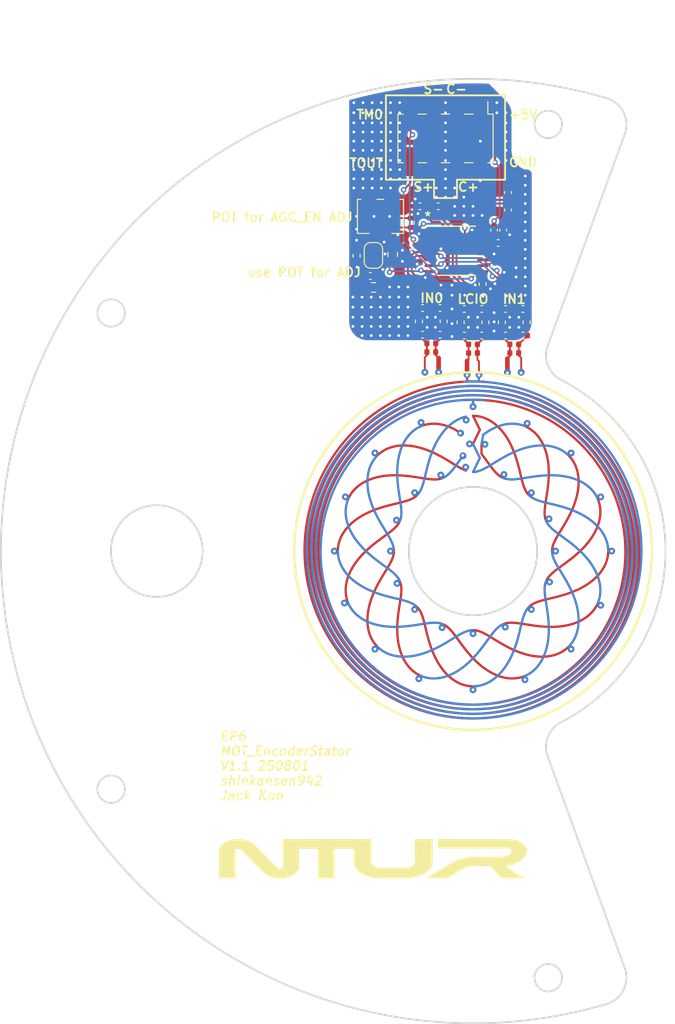
<source format=kicad_pcb>
(kicad_pcb (version 20241229) (generator "pcbnew") (generator_version "9.0")
  (title_block (title "MOT_EncoderStator") (date "2025-08-01") (rev "1.1") (company "NTURacing") (comment 1 "shinkansen942") (comment 2 "Jack Kuo"))
  (layers (0 "F.Cu" signal) (4 "In1.Cu" signal) (6 "In2.Cu" signal) (2 "B.Cu" signal) (13 "F.Paste" user) (15 "B.Paste" user) (5 "F.SilkS" user "F.Silkscreen") (7 "B.SilkS" user "B.Silkscreen") (1 "F.Mask" user) (3 "B.Mask" user) (25 "Edge.Cuts" user))
  (net 0 "")
  (net 1 "GND")
  (net 2 "+5V")
  (net 3 "/VREG")
  (net 4 "Net-(JP101-B)")
  (net 5 "/SINP")
  (net 6 "/SINN")
  (net 7 "/COSP")
  (net 8 "/COSN")
  (net 9 "/S_LCIN")
  (net 10 "/S_LCOUT")
  (net 11 "/LCIN")
  (net 12 "/LCOUT")
  (net 13 "/S_IN0P")
  (net 14 "/S_IN0N")
  (net 15 "/IN0P")
  (net 16 "/IN0N")
  (net 17 "/S_IN1P")
  (net 18 "/S_IN1N")
  (net 19 "/IN1P")
  (net 20 "/IN1N")
  (net 21 "/TOUT")
  (net 22 "/TM0")
  (net 23 "Net-(JP101-A)")
  (net 24 "Net-(R104-Pad1)")
  (footprint "Capacitor_SMD:C_0402_1005Metric" (layer "F.Cu") (at 150.282163 95.945124 180)
    (property "Reference" "C126" (hide yes))
    (property "Value" "330p")
  )
  (footprint "Capacitor_SMD:C_0402_1005Metric" (layer "F.Cu") (at 146.732162 91.145124 180)
    (property "Reference" "C109" (hide yes))
    (property "Value" "18p")
  )
  (footprint "Resistor_SMD:R_0402_1005Metric" (layer "F.Cu") (at 138.982162 81.745124 90)
    (property "Reference" "R103" (hide yes))
    (property "Value" "49.9k")
  )
  (footprint "Jumper:SolderJumper-2_P1.3mm_Open_RoundedPad1.0x1.5mm" (layer "F.Cu") (at 134.915863 85.298724 -90)
    (property "Reference" "JP101" (hide yes))
    (property "Value" "ACG_Pot")
  )
  (footprint "Capacitor_SMD:C_0402_1005Metric" (layer "F.Cu") (at 146.732162 94.045124 180)
    (property "Reference" "C111" (hide yes))
    (property "Value" "18p")
  )
  (footprint "Capacitor_SMD:C_0402_1005Metric" (layer "F.Cu") (at 139.982162 79.945124)
    (property "Reference" "C106" (hide yes))
    (property "Value" "100n")
  )
  (footprint "Capacitor_SMD:C_0402_1005Metric" (layer "F.Cu") (at 141.232162 95.845124)
    (property "Reference" "C120" (hide yes))
    (property "Value" "330p")
  )
  (footprint "Capacitor_SMD:C_0402_1005Metric" (layer "F.Cu") (at 141.982162 79.945124)
    (property "Reference" "C105" (hide yes))
    (property "Value" "100n")
  )
  (footprint "Capacitor_SMD:C_0402_1005Metric" (layer "F.Cu") (at 149.332162 91.145124 180)
    (property "Reference" "C122" (hide yes))
    (property "Value" "18p")
  )
  (footprint "Capacitor_SMD:C_0402_1005Metric" (layer "F.Cu") (at 151.232162 94.045124 180)
    (property "Reference" "C123" (hide yes))
    (property "Value" "18p")
  )
  (footprint "Resistor_SMD:R_0402_1005Metric" (layer "F.Cu") (at 148.932162 92.595124 -90)
    (property "Reference" "R112" (hide yes))
    (property "Value" "0")
  )
  (footprint "Capacitor_SMD:C_0402_1005Metric" (layer "F.Cu") (at 151.232162 91.145124 180)
    (property "Reference" "C121" (hide yes))
    (property "Value" "18p")
  )
  (footprint "Capacitor_SMD:C_0402_1005Metric" (layer "F.Cu") (at 141.232162 94.895124)
    (property "Reference" "C119" (hide yes))
    (property "Value" "330p")
  )
  (footprint "Capacitor_SMD:C_0402_1005Metric" (layer "F.Cu") (at 134.582162 87.545124 180)
    (property "Reference" "C104" (hide yes))
    (property "Value" "100n")
  )
  (footprint "NetTie:NetTie-2_SMD_Pad0.5mm" (layer "F.Cu") (at 145.132162 97.295124 -90)
    (property "Reference" "NT101" (hide yes))
    (property "Value" "NetTie_2" (hide yes))
  )
  (footprint "Resistor_SMD:R_0402_1005Metric" (layer "F.Cu") (at 151.632162 92.595124 -90)
    (property "Reference" "R111" (hide yes))
    (property "Value" "0")
  )
  (footprint "Resistor_SMD:R_0603_1608Metric" (layer "F.Cu") (at 137.015863 85.198724 -90)
    (property "Reference" "R101" (hide yes))
    (property "Value" "0")
  )
  (footprint "Capacitor_SMD:C_0402_1005Metric" (layer "F.Cu") (at 140.282163 93.945124)
    (property "Reference" "C117" (hide yes))
    (property "Value" "18p")
  )
  (footprint "Resistor_SMD:R_0402_1005Metric" (layer "F.Cu") (at 146.832162 88.435124 -90)
    (property "Reference" "R106" (hide yes))
    (property "Value" "10k")
  )
  (footprint "Capacitor_SMD:C_0402_1005Metric" (layer "F.Cu") (at 145.782162 95.945124 180)
    (property "Reference" "C114" (hide yes))
    (property "Value" "330p")
  )
  (footprint "Capacitor_SMD:C_0402_1005Metric" (layer "F.Cu") (at 145.782162 94.995124 180)
    (property "Reference" "C113" (hide yes))
    (property "Value" "330p")
  )
  (footprint "Resistor_SMD:R_0402_1005Metric" (layer "F.Cu") (at 139.882163 92.495124 -90)
    (property "Reference" "R109" (hide yes))
    (property "Value" "0")
  )
  (footprint "Resistor_SMD:R_0402_1005Metric" (layer "F.Cu") (at 147.132162 92.595124 -90)
    (property "Reference" "R107" (hide yes))
    (property "Value" "0")
  )
  (footprint "Capacitor_SMD:C_0402_1005Metric" (layer "F.Cu") (at 150.282163 94.995124 180)
    (property "Reference" "C125" (hide yes))
    (property "Value" "330p")
  )
  (footprint "Capacitor_SMD:C_0402_1005Metric" (layer "F.Cu") (at 144.832162 94.045124 180)
    (property "Reference" "C112" (hide yes))
    (property "Value" "18p")
  )
  (footprint "Resistor_SMD:R_0402_1005Metric" (layer "F.Cu") (at 144.432162 92.595124 -90)
    (property "Reference" "R108" (hide yes))
    (property "Value" "0")
  )
  (footprint "Capacitor_SMD:C_0402_1005Metric" (layer "F.Cu") (at 142.182163 91.045124)
    (property "Reference" "C116" (hide yes))
    (property "Value" "18p")
  )
  (footprint "Capacitor_SMD:C_0402_1005Metric" (layer "F.Cu") (at 149.582162 80.345124 -90)
    (property "Reference" "C107" (hide yes))
    (property "Value" "100n")
  )
  (footprint "Snapeda:TSSOP16-PW_TEX" (layer "F.Cu") (at 143.967062 84.795124)
    (property "Reference" "U101" (hide yes))
    (property "Value" "LDC5072EPWRQ1")
  )
  (footprint "Capacitor_SMD:C_0402_1005Metric" (layer "F.Cu") (at 148.082162 82.545124 -90)
    (property "Reference" "C101" (hide yes))
    (property "Value" "10n")
  )
  (footprint "Capacitor_SMD:C_0402_1005Metric" (layer "F.Cu") (at 144.832162 91.145124 180)
    (property "Reference" "C110" (hide yes))
    (property "Value" "18p")
  )
  (footprint "NetTie:NetTie-2_SMD_Pad0.5mm" (layer "F.Cu") (at 149.532162 97.045124 -90)
    (property "Reference" "NT103" (hide yes))
    (property "Value" "NetTie_2" (hide yes))
  )
  (footprint "Capacitor_SMD:C_0402_1005Metric" (layer "F.Cu") (at 148.532162 83.945124 180)
    (property "Reference" "C103" (hide yes))
    (property "Value" "100n")
  )
  (footprint "Resistor_SMD:R_0402_1005Metric" (layer "F.Cu") (at 133.082162 85.345124 -90)
    (property "Reference" "R104" (hide yes))
    (property "Value" "0")
  )
  (footprint "NetTie:NetTie-2_SMD_Pad0.5mm" (layer "F.Cu") (at 142.032162 96.995124 -90)
    (property "Reference" "NT102" (hide yes))
    (property "Value" "NetTie_2" (hide yes))
  )
  (footprint "Resistor_SMD:R_0603_1608Metric" (layer "F.Cu") (at 134.932162 88.795124 180)
    (property "Reference" "R102" (hide yes))
    (property "Value" "0")
  )
  (footprint "Capacitor_SMD:C_0402_1005Metric" (layer "F.Cu") (at 149.332163 94.045124 180)
    (property "Reference" "C124" (hide yes))
    (property "Value" "18p")
  )
  (footprint "Resistor_SMD:R_0402_1005Metric" (layer "F.Cu") (at 139.082162 84.245124 180)
    (property "Reference" "R105" (hide yes))
    (property "Value" "10k")
  )
  (footprint "Capacitor_SMD:C_0402_1005Metric" (layer "F.Cu") (at 149.582162 78.445124 -90)
    (property "Reference" "C108" (hide yes))
    (property "Value" "100n")
  )
  (footprint "Potentiometer_SMD:Potentiometer_Bourns_3224W_Vertical" (layer "F.Cu") (at 135.682162 81.045124)
    (property "Reference" "RV101" (hide yes))
    (property "Value" "50k")
  )
  (footprint "Capacitor_SMD:C_0402_1005Metric" (layer "F.Cu") (at 149.082162 82.545124 -90)
    (property "Reference" "C102" (hide yes))
    (property "Value" "100n")
  )
  (footprint "Capacitor_SMD:C_0402_1005Metric" (layer "F.Cu") (at 140.282163 91.045124)
    (property "Reference" "C115" (hide yes))
    (property "Value" "18p")
  )
  (footprint "Connector_PinHeader_2.54mm:PinHeader_2x04_P2.54mm_Vertical_SMD" (layer "F.Cu") (at 142.782162 72.545124 -90)
    (property "Reference" "J101" (hide yes))
    (property "Value" "Conn_02x04_Odd_Even" (hide yes))
  )
  (footprint "Capacitor_SMD:C_0402_1005Metric" (layer "F.Cu") (at 142.182162 93.945124)
    (property "Reference" "C118" (hide yes))
    (property "Value" "18p")
  )
  (footprint "Resistor_SMD:R_0402_1005Metric" (layer "F.Cu") (at 142.582163 92.495124 -90)
    (property "Reference" "R110" (hide yes))
    (property "Value" "0")
  )
  (gr_circle (center 145.782144 132.670088) (end 145.782144 132.295088) (fill yes) (layer "F.Cu") (net 19))
  (gr_circle (center 156.477134 106.850098) (end 156.477134 106.475098) (fill yes) (layer "F.Cu") (net 19))
  (gr_circle (center 154.782144 117.545088) (end 154.782144 117.170088) (fill yes) (layer "F.Cu") (net 19))
  (gr_circle (center 154.128524 120.917248) (end 154.128524 120.542248) (fill yes) (layer "F.Cu") (net 15))
  (gr_circle (center 137.435764 114.172928) (end 137.435764 113.797928) (fill yes) (layer "F.Cu") (net 15))
  (gr_circle (center 139.418184 123.909048) (end 139.418184 123.534048) (fill yes) (layer "F.Cu") (net 19))
  (gr_circle (center 160.907144 117.545088) (end 160.907144 117.170088) (fill yes) (layer "F.Cu") (net 19))
  (gr_circle (center 145.033314 103.256618) (end 145.033314 102.881618) (fill yes) (layer "F.Cu") (net 19))
  (gr_circle (center 145.782144 101.795088) (end 145.782144 101.420088) (fill yes) (layer "F.Cu") (net 11))
  (gr_circle (center 151.691224 103.624168) (end 151.691224 103.249168) (fill yes) (layer "F.Cu") (net 15))
  (gr_circle (center 151.032144 98.045088) (end 151.032144 97.670088) (fill yes) (layer "F.Cu") (net 19))
  (gr_circle (center 145.131804 98.306078) (end 145.131804 97.931078) (fill yes) (layer "F.Cu") (net 11))
  (gr_circle (center 130.657144 117.545088) (end 130.657144 117.170088) (fill yes) (layer "F.Cu") (net 19))
  (gr_circle (center 135.087154 128.240078) (end 135.087154 127.865078) (fill yes) (layer "F.Cu") (net 19))
  (gr_circle (center 137.495884 121.062398) (end 137.495884 120.687398) (fill yes) (layer "F.Cu") (net 15))
  (gr_circle (center 145.782144 101.795088) (end 145.782144 101.420088) (fill yes) (layer "F.Cu") (net 11))
  (gr_circle (center 149.532144 98.045088) (end 149.532144 97.670088) (fill yes) (layer "F.Cu") (net 19))
  (gr_circle (center 145.782144 126.545088) (end 145.782144 126.170088) (fill yes) (layer "F.Cu") (net 19))
  (gr_circle (center 152.146104 111.181128) (end 152.146104 110.806128) (fill yes) (layer "F.Cu") (net 19))
  (gr_circle (center 146.432484 98.306078) (end 146.432484 97.931078) (fill yes) (layer "F.Cu") (net 11))
  (gr_circle (center 139.873064 131.466008) (end 139.873064 131.091008) (fill yes) (layer "F.Cu") (net 15))
  (gr_circle (center 145.407144 105.857588) (end 145.407144 105.482588) (fill yes) (layer "F.Cu") (net 19))
  (gr_circle (center 154.068404 114.027778) (end 154.068404 113.652778) (fill yes) (layer "F.Cu") (net 15))
  (gr_circle (center 144.690674 107.160418) (end 144.690674 106.785418) (fill yes) (layer "F.Cu") (net 15))
  (gr_circle (center 142.032144 98.045088) (end 142.032144 97.670088) (fill yes) (layer "F.Cu") (net 15))
  (gr_circle (center 136.782144 117.545088) (end 136.782144 117.170088) (fill yes) (layer "F.Cu") (net 19))
  (gr_circle (center 144.981644 108.395348) (end 144.981644 108.020348) (fill yes) (layer "F.Cu") (net 19))
  (gr_circle (center 149.299454 125.831348) (end 149.299454 125.456348) (fill yes) (layer "F.Cu") (net 15))
  (gr_circle (center 142.409984 125.891468) (end 142.409984 125.516468) (fill yes) (layer "F.Cu") (net 15))
  (gr_circle (center 140.532144 98.045088) (end 140.532144 97.670088) (fill yes) (layer "F.Cu") (net 15))
  (gr_circle (center 147.084484 105.902058) (end 147.084484 105.527058) (fill yes) (layer "F.Cu") (net 15))
  (gr_circle (center 149.154304 109.198708) (end 149.154304 108.823708) (fill yes) (layer "F.Cu") (net 15))
  (gr_circle (center 156.477134 128.240078) (end 156.477134 127.865078) (fill yes) (layer "F.Cu") (net 19))
  (gr_circle (center 144.430264 104.682808) (end 144.430264 104.307808) (fill yes) (layer "F.Cu") (net 15))
  (gr_circle (center 140.116914 103.523158) (end 140.116914 103.148158) (fill yes) (layer "F.Cu") (net 15))
  (gr_circle (center 139.418184 111.181128) (end 139.418184 110.806128) (fill yes) (layer "F.Cu") (net 19))
  (gr_circle (center 159.703064 111.636008) (end 159.703064 111.261008) (fill yes) (layer "F.Cu") (net 15))
  (gr_circle (center 152.146104 123.909048) (end 152.146104 123.534048) (fill yes) (layer "F.Cu") (net 19))
  (gr_circle (center 142.264834 109.258828) (end 142.264834 108.883828) (fill yes) (layer "F.Cu") (net 15))
  (gr_circle (center 135.087154 106.850098) (end 135.087154 106.475098) (fill yes) (layer "F.Cu") (net 19))
  (gr_circle (center 131.861224 111.636008) (end 131.861224 111.261008) (fill yes) (layer "F.Cu") (net 15))
  (gr_circle (center 151.447374 131.567018) (end 151.447374 131.192018) (fill yes) (layer "F.Cu") (net 15))
  (gr_circle (center 131.760214 123.210318) (end 131.760214 122.835318) (fill yes) (layer "F.Cu") (net 15))
  (gr_circle (center 159.703064 123.454168) (end 159.703064 123.079168) (fill yes) (layer "F.Cu") (net 15))
  (gr_circle (center 139.873064 131.466008) (end 139.873064 131.091008) (fill yes) (layer "B.Cu") (net 15))
  (gr_circle (center 154.068404 114.027778) (end 154.068404 113.652778) (fill yes) (layer "B.Cu") (net 15))
  (gr_circle (center 136.782144 117.545088) (end 136.782144 117.170088) (fill yes) (layer "B.Cu") (net 19))
  (gr_circle (center 151.447374 131.567018) (end 151.447374 131.192018) (fill yes) (layer "B.Cu") (net 15))
  (gr_circle (center 130.657144 117.545088) (end 130.657144 117.170088) (fill yes) (layer "B.Cu") (net 19))
  (gr_circle (center 145.782144 101.795088) (end 145.782144 101.420088) (fill yes) (layer "B.Cu") (net 11))
  (gr_circle (center 149.299454 125.831348) (end 149.299454 125.456348) (fill yes) (layer "B.Cu") (net 15))
  (gr_circle (center 151.691224 103.624168) (end 151.691224 103.249168) (fill yes) (layer "B.Cu") (net 15))
  (gr_circle (center 131.760214 123.210318) (end 131.760214 122.835318) (fill yes) (layer "B.Cu") (net 15))
  (gr_circle (center 160.907144 117.545088) (end 160.907144 117.170088) (fill yes) (layer "B.Cu") (net 19))
  (gr_circle (center 145.131804 98.306078) (end 145.131804 97.931078) (fill yes) (layer "B.Cu") (net 11))
  (gr_circle (center 152.146104 111.181128) (end 152.146104 110.806128) (fill yes) (layer "B.Cu") (net 19))
  (gr_circle (center 145.782144 101.795088) (end 145.782144 101.420088) (fill yes) (layer "B.Cu") (net 11))
  (gr_circle (center 154.782144 117.545088) (end 154.782144 117.170088) (fill yes) (layer "B.Cu") (net 19))
  (gr_circle (center 159.703064 123.454168) (end 159.703064 123.079168) (fill yes) (layer "B.Cu") (net 15))
  (gr_circle (center 149.532144 98.045088) (end 149.532144 97.670088) (fill yes) (layer "B.Cu") (net 19))
  (gr_circle (center 142.264834 109.258828) (end 142.264834 108.883828) (fill yes) (layer "B.Cu") (net 15))
  (gr_circle (center 146.432484 98.306078) (end 146.432484 97.931078) (fill yes) (layer "B.Cu") (net 11))
  (gr_circle (center 135.087154 128.240078) (end 135.087154 127.865078) (fill yes) (layer "B.Cu") (net 19))
  (gr_circle (center 140.116914 103.523158) (end 140.116914 103.148158) (fill yes) (layer "B.Cu") (net 15))
  (gr_circle (center 156.477134 106.850098) (end 156.477134 106.475098) (fill yes) (layer "B.Cu") (net 19))
  (gr_circle (center 145.782144 126.545088) (end 145.782144 126.170088) (fill yes) (layer "B.Cu") (net 19))
  (gr_circle (center 142.032144 98.045088) (end 142.032144 97.670088) (fill yes) (layer "B.Cu") (net 15))
  (gr_circle (center 144.430264 104.682808) (end 144.430264 104.307808) (fill yes) (layer "B.Cu") (net 15))
  (gr_circle (center 152.146104 123.909048) (end 152.146104 123.534048) (fill yes) (layer "B.Cu") (net 19))
  (gr_circle (center 144.690674 107.160418) (end 144.690674 106.785418) (fill yes) (layer "B.Cu") (net 15))
  (gr_circle (center 151.032144 98.045088) (end 151.032144 97.670088) (fill yes) (layer "B.Cu") (net 19))
  (gr_circle (center 139.418184 111.181128) (end 139.418184 110.806128) (fill yes) (layer "B.Cu") (net 19))
  (gr_circle (center 137.495884 121.062398) (end 137.495884 120.687398) (fill yes) (layer "B.Cu") (net 15))
  (gr_circle (center 145.782144 132.670088) (end 145.782144 132.295088) (fill yes) (layer "B.Cu") (net 19))
  (gr_circle (center 147.084484 105.902058) (end 147.084484 105.527058) (fill yes) (layer "B.Cu") (net 15))
  (gr_circle (center 156.477134 128.240078) (end 156.477134 127.865078) (fill yes) (layer "B.Cu") (net 19))
  (gr_circle (center 140.532144 98.045088) (end 140.532144 97.670088) (fill yes) (layer "B.Cu") (net 15))
  (gr_circle (center 139.418184 123.909048) (end 139.418184 123.534048) (fill yes) (layer "B.Cu") (net 19))
  (gr_circle (center 137.435764 114.172928) (end 137.435764 113.797928) (fill yes) (layer "B.Cu") (net 15))
  (gr_circle (center 159.703064 111.636008) (end 159.703064 111.261008) (fill yes) (layer "B.Cu") (net 15))
  (gr_circle (center 154.128524 120.917248) (end 154.128524 120.542248) (fill yes) (layer "B.Cu") (net 15))
  (gr_circle (center 142.409984 125.891468) (end 142.409984 125.516468) (fill yes) (layer "B.Cu") (net 15))
  (gr_circle (center 144.981644 108.395348) (end 144.981644 108.020348) (fill yes) (layer "B.Cu") (net 19))
  (gr_circle (center 149.154304 109.198708) (end 149.154304 108.823708) (fill yes) (layer "B.Cu") (net 15))
  (gr_circle (center 135.087154 106.850098) (end 135.087154 106.475098) (fill yes) (layer "B.Cu") (net 19))
  (gr_circle (center 145.033314 103.256618) (end 145.033314 102.881618) (fill yes) (layer "B.Cu") (net 19))
  (gr_circle (center 131.861224 111.636008) (end 131.861224 111.261008) (fill yes) (layer "B.Cu") (net 15))
  (gr_circle (center 145.407144 105.857588) (end 145.407144 105.482588) (fill yes) (layer "B.Cu") (net 19))
  (gr_line (start 136.282162 77.045124) (end 141.532162 77.045124) (stroke (width 0.2)) (layer "F.SilkS"))
  (gr_poly (pts (xy 149.729282 148.953986) (xy 149.83295 148.95873) (xy 149.935128 148.966542) (xy 150.035684 148.977344) (xy 150.134491 148.991059) (xy 150.231418 149.007609) (xy 150.326337 149.026916) (xy 150.419118 149.048903) (xy 150.509631 149.073492) (xy 150.597748 149.100605) (xy 150.683339 149.130166) (xy 150.766275 149.162096) (xy 150.846426 149.196317) (xy 150.923662 149.232753) (xy 150.997856 149.271325) (xy 151.068876 149.311956) (xy 151.136595 149.354569) (xy 151.200882 149.399085) (xy 151.261608 149.445427) (xy 151.318644 149.493517) (xy 151.371861 149.543279) (xy 151.421128 149.594633) (xy 151.466318 149.647503) (xy 151.507299 149.701812) (xy 151.543944 149.75748) (xy 151.576123 149.814431) (xy 151.603706 149.872588) (xy 151.626563 149.931872) (xy 151.644567 149.992206) (xy 151.657587 150.053512) (xy 151.665493 150.115713) (xy 151.668158 150.178731) (xy 151.668158 150.202544) (xy 151.6654 150.278054) (xy 151.657205 150.352731) (xy 151.643688 150.426507) (xy 151.624964 150.499313) (xy 151.601148 150.57108) (xy 151.572356 150.641738) (xy 151.538703 150.711218) (xy 151.500305 150.779451) (xy 151.457277 150.846368) (xy 151.409734 150.9119) (xy 151.301567 151.03853) (xy 151.176726 151.158788) (xy 151.036135 151.272122) (xy 150.880717 151.377976) (xy 150.711395 151.475799) (xy 150.529093 151.565036) (xy 150.334733 151.645135) (xy 150.129238 151.71554) (xy 149.913533 151.7757) (xy 149.68854 151.825061) (xy 149.455182 151.863069) (xy 149.571273 151.976142) (xy 149.690298 152.085835) (xy 149.812176 152.192098) (xy 149.936827 152.294881) (xy 150.064171 152.394134) (xy 150.194127 152.489807) (xy 150.326616 152.58185) (xy 150.461557 152.670213) (xy 150.598871 152.754846) (xy 150.738476 152.835699) (xy 150.880292 152.912722) (xy 151.02424 152.985865) (xy 151.170239 153.055079) (xy 151.318209 153.120312) (xy 151.468069 153.181515) (xy 151.61974 153.238638) (xy 148.932892 153.238638) (xy 147.599394 151.905137) (xy 146.1762 151.905137) (xy 146.06042 151.906833) (xy 145.945655 151.911892) (xy 145.832064 151.920274) (xy 145.719807 151.931939) (xy 145.609042 151.946845) (xy 145.49993 151.964952) (xy 145.392629 151.98622) (xy 145.2873 152.010607) (xy 145.1841 152.038073) (xy 145.083189 152.068577) (xy 144.984728 152.102079) (xy 144.888874 152.138537) (xy 144.795788 152.177912) (xy 144.705628 152.220161) (xy 144.618554 152.265246) (xy 144.534726 152.313125) (xy 142.99247 153.238638) (xy 140.578677 153.238638) (xy 143.328228 151.589225) (xy 143.473699 151.50606) (xy 143.624778 151.427764) (xy 143.78119 151.354404) (xy 143.942665 151.28605) (xy 144.108931 151.22277) (xy 144.279715 151.164633) (xy 144.454745 151.111707) (xy 144.633749 151.064061) (xy 144.816455 151.021763) (xy 145.002591 150.984882) (xy 145.191885 150.953488) (xy 145.384065 150.927647) (xy 145.578859 150.90743) (xy 145.775995 150.892904) (xy 145.9752 150.884138) (xy 146.176202 150.881201) (xy 148.829707 150.881201) (xy 148.887843 150.880315) (xy 148.945223 150.877686) (xy 149.001777 150.873358) (xy 149.057432 150.867373) (xy 149.112118 150.859776) (xy 149.165763 150.850608) (xy 149.218295 150.839913) (xy 149.269642 150.827734) (xy 149.319734 150.814115) (xy 149.368499 150.799098) (xy 149.415865 150.782727) (xy 149.461761 150.765045) (xy 149.506115 150.746095) (xy 149.548855 150.72592) (xy 149.589911 150.704563) (xy 149.629211 150.682068) (xy 149.666683 150.658478) (xy 149.702255 150.633836) (xy 149.735857 150.608185) (xy 149.767416 150.581568) (xy 149.796862 150.554028) (xy 149.824122 150.525609) (xy 149.849126 150.496353) (xy 149.871801 150.466305) (xy 149.892076 150.435506) (xy 149.90988 150.404001) (xy 149.925141 150.371832) (xy 149.937787 150.339043) (xy 149.947748 150.305676) (xy 149.954951 150.271775) (xy 149.959326 150.237384) (xy 149.9608 150.202544) (xy 149.9608 150.178731) (xy 149.96035 150.168513) (xy 149.959017 150.158407) (xy 149.956824 150.148426) (xy 149.953793 150.138585) (xy 149.949948 150.128897) (xy 149.945313 150.119377) (xy 149.93991 150.110038) (xy 149.933763 150.100894) (xy 149.926896 150.09196) (xy 149.91933 150.083249) (xy 149.9022 150.066552) (xy 149.882558 150.050916) (xy 149.86059 150.036451) (xy 149.836484 150.023271) (xy 149.810423 150.011485) (xy 149.782596 150.001207) (xy 149.753187 149.992547) (xy 149.722383 149.985617) (xy 149.69037 149.980529) (xy 149.657334 149.977394) (xy 149.62346 149.976325) (xy 141.943928 149.976325) (xy 141.943928 148.952388) (xy 149.624252 148.952388)) (fill yes) (layer "F.SilkS"))
  (gr_line (start 141.532162 77.045124) (end 141.532162 79.045124) (stroke (width 0.2)) (layer "F.SilkS"))
  (gr_arc (start 128.894644 127.295088) (mid 126.28214 117.545088) (end 128.894644 107.795088) (stroke (width 0.254)) (layer "F.SilkS"))
  (gr_poly (pts (xy 134.70096 151.464607) (xy 134.702279 151.495819) (xy 134.706195 151.526626) (xy 134.712642 151.556989) (xy 134.721558 151.586869) (xy 134.732878 151.616228) (xy 134.746537 151.645028) (xy 134.762473 151.67323) (xy 134.78062 151.700797) (xy 134.800914 151.727689) (xy 134.823292 151.753868) (xy 134.874042 151.803935) (xy 134.932356 151.85069) (xy 134.997722 151.893827) (xy 135.069628 151.933038) (xy 135.14756 151.968018) (xy 135.231005 151.998458) (xy 135.319451 152.024052) (xy 135.412386 152.044492) (xy 135.509296 152.059473) (xy 135.609668 152.068686) (xy 135.71299 152.071826) (xy 137.072684 152.071826) (xy 138.431585 152.071826) (xy 138.483582 152.071034) (xy 138.534907 152.068686) (xy 138.585494 152.06482) (xy 138.635279 152.059473) (xy 138.684198 152.052684) (xy 138.732188 152.044492) (xy 138.779185 152.034935) (xy 138.825123 152.024052) (xy 138.869939 152.01188) (xy 138.913569 151.998458) (xy 138.955949 151.983824) (xy 138.997015 151.968018) (xy 139.036702 151.951076) (xy 139.074946 151.933038) (xy 139.111684 151.913943) (xy 139.146852 151.893827) (xy 139.180385 151.87273) (xy 139.212218 151.85069) (xy 139.242289 151.827745) (xy 139.270533 151.803935) (xy 139.296885 151.779296) (xy 139.321283 151.753868) (xy 139.343661 151.727689) (xy 139.363955 151.700797) (xy 139.382102 151.67323) (xy 139.398037 151.645028) (xy 139.411697 151.616228) (xy 139.423017 151.586869) (xy 139.431933 151.556989) (xy 139.43838 151.526626) (xy 139.442296 151.495819) (xy 139.443616 151.464607) (xy 139.443616 148.952388) (xy 141.387509 148.952388) (xy 141.387509 151.464607) (xy 141.383654 151.555733) (xy 141.372215 151.645683) (xy 141.353379 151.734342) (xy 141.327333 151.821599) (xy 141.294264 151.90734) (xy 141.254359 151.991455) (xy 141.207806 152.073829) (xy 141.154791 152.15435) (xy 141.095503 152.232907) (xy 141.030128 152.309386) (xy 140.881865 152.455662) (xy 140.711502 152.592278) (xy 140.520535 152.718335) (xy 140.310463 152.832931) (xy 140.082782 152.935168) (xy 139.83899 153.024145) (xy 139.580586 153.098962) (xy 139.309066 153.15872) (xy 139.025928 153.202519) (xy 138.732669 153.229458) (xy 138.430788 153.238638) (xy 137.071889 153.238638) (xy 135.71299 153.238638) (xy 135.561066 153.236324) (xy 135.411109 153.229458) (xy 135.263309 153.218152) (xy 135.117851 153.202519) (xy 134.974923 153.182671) (xy 134.834713 153.15872) (xy 134.697407 153.13078) (xy 134.563193 153.098962) (xy 134.432258 153.06338) (xy 134.304789 153.024145) (xy 134.180973 152.98137) (xy 134.060998 152.935168) (xy 133.94505 152.885651) (xy 133.833317 152.832931) (xy 133.725986 152.777122) (xy 133.623245 152.718335) (xy 133.525279 152.656683) (xy 133.432278 152.592278) (xy 133.344427 152.525234) (xy 133.261915 152.455662) (xy 133.184928 152.383676) (xy 133.113653 152.309386) (xy 133.048278 152.232907) (xy 132.988989 152.15435) (xy 132.935975 152.073829) (xy 132.889422 151.991455) (xy 132.849517 151.90734) (xy 132.816448 151.821599) (xy 132.790402 151.734342) (xy 132.771566 151.645683) (xy 132.760127 151.555733) (xy 132.756272 151.464607) (xy 132.756272 148.952388) (xy 134.70096 148.952388)) (fill yes) (layer "F.SilkS"))
  (gr_arc (start 162.669634 127.295088) (mid 155.532141 134.43258) (end 145.782144 137.045083) (stroke (width 0.254)) (layer "F.SilkS"))
  (gr_line (start 149.282162 67.845124) (end 136.282162 67.845124) (stroke (width 0.2)) (layer "F.SilkS"))
  (gr_poly (pts (xy 132.756272 150.023951) (xy 130.672678 150.023951) (xy 130.672678 153.238638) (xy 128.886741 153.238638) (xy 128.886741 150.023951) (xy 126.803147 150.023951) (xy 126.803147 148.952388) (xy 132.756272 148.952388)) (fill yes) (layer "F.SilkS"))
  (gr_poly (pts (xy 126.803147 151.986101) (xy 126.801359 152.039199) (xy 126.796033 152.091755) (xy 126.787227 152.143722) (xy 126.774998 152.195055) (xy 126.759404 152.24571) (xy 126.740501 152.29564) (xy 126.718348 152.3448) (xy 126.693002 152.393146) (xy 126.664519 152.44063) (xy 126.632959 152.48721) (xy 126.560831 152.577469) (xy 126.477079 152.663562) (xy 126.382162 152.745124) (xy 126.276538 152.821794) (xy 126.160666 152.893208) (xy 126.035008 152.959004) (xy 125.90002 153.018819) (xy 125.756164 153.07229) (xy 125.603897 153.119055) (xy 125.44368 153.15875) (xy 125.275972 153.191013) (xy 125.204801 153.202141) (xy 125.133593 153.211725) (xy 125.062385 153.219783) (xy 124.991214 153.226335) (xy 124.920117 153.231398) (xy 124.849132 153.234992) (xy 124.778296 153.237134) (xy 124.707647 153.237844) (xy 124.573983 153.235263) (xy 124.441714 153.227573) (xy 124.311191 153.214859) (xy 124.182767 153.197202) (xy 124.056794 153.174684) (xy 123.933624 153.147389) (xy 123.813609 153.115399) (xy 123.697103 153.078796) (xy 123.584457 153.037664) (xy 123.476023 152.992084) (xy 123.372155 152.942139) (xy 123.273203 152.887912) (xy 123.179521 152.829485) (xy 123.091461 152.766941) (xy 123.009374 152.700362) (xy 122.933615 152.629831) (xy 121.673934 151.370944) (xy 120.415047 150.112056) (xy 120.405848 150.103329) (xy 120.396417 150.095145) (xy 120.386769 150.087491) (xy 120.37692 150.080353) (xy 120.366885 150.073715) (xy 120.356678 150.067565) (xy 120.335808 150.056668) (xy 120.314432 150.047547) (xy 120.292668 150.040089) (xy 120.270637 150.034179) (xy 120.248459 150.029705) (xy 120.226252 150.026551) (xy 120.204137 150.024604) (xy 120.182234 150.02375) (xy 120.160662 150.023876) (xy 120.139542 150.024866) (xy 120.118992 150.026607) (xy 120.099133 150.028986) (xy 120.080085 150.031888) (xy 120.061282 150.035339) (xy 120.042219 150.039484) (xy 120.023097 150.044382) (xy 120.00412 150.050094) (xy 119.985492 150.056681) (xy 119.967417 150.064202) (xy 119.95865 150.068332) (xy 119.950097 150.072718) (xy 119.941784 150.077369) (xy 119.933737 150.082291) (xy 119.92598 150.087492) (xy 119.918539 150.092979) (xy 119.91144 150.098761) (xy 119.904708 150.104844) (xy 119.898368 150.111237) (xy 119.892446 150.117947) (xy 119.886967 150.124981) (xy 119.881957 150.132346) (xy 119.877441 150.140052) (xy 119.873445 150.148104) (xy 119.869994 150.156512) (xy 119.867113 150.165281) (xy 119.864828 150.17442) (xy 119.863165 150.183936) (xy 119.862148 150.193838) (xy 119.861803 150.204131) (xy 119.861803 153.238638) (xy 118.075866 153.238638) (xy 118.075866 150.204131) (xy 118.077654 150.151033) (xy 118.082979 150.098478) (xy 118.091785 150.046511) (xy 118.104013 149.995178) (xy 118.119606 149.944525) (xy 118.138506 149.894597) (xy 118.160656 149.84544) (xy 118.185999 149.797099) (xy 118.214476 149.749619) (xy 118.24603 149.703047) (xy 118.318139 149.612805) (xy 118.401867 149.526737) (xy 118.496752 149.445207) (xy 118.602334 149.368579) (xy 118.718152 149.297218) (xy 118.843747 149.231486) (xy 118.978657 149.171748) (xy 119.122423 149.118367) (xy 119.274583 149.071709) (xy 119.434678 149.032136) (xy 119.602247 149.000012) (xy 119.773757 148.975845) (xy 119.945212 148.96038) (xy 120.11591 148.953445) (xy 120.285145 148.954868) (xy 120.452213 148.964476) (xy 120.616409 148.982097) (xy 120.777028 149.00756) (xy 120.933366 149.040692) (xy 121.084719 149.081321) (xy 121.230381 149.129276) (xy 121.369648 149.184383) (xy 121.501816 149.246471) (xy 121.626179 149.315369) (xy 121.742034 149.390903) (xy 121.848675 149.472902) (xy 121.89832 149.516272) (xy 121.945398 149.561193) (xy 123.204284 150.82008) (xy 124.463965 152.078968) (xy 124.473165 152.087696) (xy 124.482595 152.095879) (xy 124.492243 152.103533) (xy 124.502092 152.110672) (xy 124.512127 152.117309) (xy 124.522335 152.12346) (xy 124.543204 152.134357) (xy 124.56458 152.143478) (xy 124.586344 152.150936) (xy 124.608375 152.156845) (xy 124.630554 152.16132) (xy 124.65276 152.164474) (xy 124.674875 152.16642) (xy 124.696778 152.167274) (xy 124.71835 152.167149) (xy 124.739471 152.166159) (xy 124.76002 152.164417) (xy 124.77988 152.162039) (xy 124.798928 152.159137) (xy 124.81773 152.155685) (xy 124.836794 152.151541) (xy 124.855916 152.146642) (xy 124.874893 152.14093) (xy 124.89352 152.134344) (xy 124.911596 152.126823) (xy 124.920363 152.122693) (xy 124.928916 152.118306) (xy 124.937228 152.113656) (xy 124.945276 152.108734) (xy 124.953033 152.103533) (xy 124.960474 152.098046) (xy 124.967573 152.092264) (xy 124.974305 152.086181) (xy 124.980645 152.079788) (xy 124.986567 152.073078) (xy 124.992046 152.066044) (xy 124.997056 152.058678) (xy 125.001571 152.050973) (xy 125.005568 152.04292) (xy 125.009019 152.034513) (xy 125.0119 152.025744) (xy 125.014185 152.016605) (xy 125.015848 152.007089) (xy 125.016865 151.997187) (xy 125.017209 151.986894) (xy 125.017209 148.952388) (xy 126.803147 148.952388)) (fill yes) (layer "F.SilkS"))
  (gr_arc (start 128.894644 107.795088) (mid 136.032141 100.65759) (end 145.782144 98.045084) (stroke (width 0.254)) (layer "F.SilkS"))
  (gr_line (start 144.032162 77.045124) (end 149.282162 77.045124) (stroke (width 0.2)) (layer "F.SilkS"))
  (gr_line (start 144.032162 79.045124) (end 144.032162 77.045124) (stroke (width 0.2)) (layer "F.SilkS"))
  (gr_line (start 149.282162 67.845124) (end 149.282162 77.045124) (stroke (width 0.2)) (layer "F.SilkS"))
  (gr_line (start 141.532162 79.045124) (end 144.032162 79.045124) (stroke (width 0.2)) (layer "F.SilkS"))
  (gr_arc (start 145.782144 98.045088) (mid 155.532139 100.657596) (end 162.669631 107.79509) (stroke (width 0.254)) (layer "F.SilkS"))
  (gr_arc (start 145.782144 137.045088) (mid 136.032143 134.432583) (end 128.894647 127.295086) (stroke (width 0.254)) (layer "F.SilkS"))
  (gr_line (start 136.282162 67.845124) (end 136.282162 77.045124) (stroke (width 0.2)) (layer "F.SilkS"))
  (gr_arc (start 162.669634 107.795088) (mid 165.282138 117.545088) (end 162.669634 127.295088) (stroke (width 0.254)) (layer "F.SilkS"))
  (gr_arc (start 162.338374 163.032943) (mid 162.197687 165.410382) (end 160.369017 166.936152) (stroke (width 0.2)) (layer "Edge.Cuts"))
  (gr_arc (start 155.374945 98.864157) (mid 166.782162 117.545124) (end 155.374945 136.226091) (stroke (width 0.2)) (layer "Edge.Cuts"))
  (gr_circle (center 153.987038 71.012958) (end 153.987038 69.512958) (stroke (width 0.2)) (fill no) (layer "Edge.Cuts"))
  (gr_circle (center 106.305363 143.509423) (end 106.305363 142.009423) (stroke (width 0.2)) (fill no) (layer "Edge.Cuts"))
  (gr_circle (center 106.305363 91.580825) (end 106.305363 90.080825) (stroke (width 0.2)) (fill no) (layer "Edge.Cuts"))
  (gr_circle (center 153.987038 164.07729) (end 153.987038 162.57729) (stroke (width 0.2)) (fill no) (layer "Edge.Cuts"))
  (gr_arc (start 153.926263 139.92086) (mid 153.952358 137.7997) (end 155.374945 136.226091) (stroke (width 0.2)) (layer "Edge.Cuts"))
  (gr_line (start 153.926263 139.92086) (end 162.338374 163.032943) (stroke (width 0.2)) (layer "Edge.Cuts"))
  (gr_circle (center 145.782162 117.545124) (end 145.782162 110.545124) (stroke (width 0.2)) (fill no) (layer "Edge.Cuts"))
  (gr_arc (start 160.369017 166.936152) (mid 94.282162 117.545124) (end 160.369017 68.154096) (stroke (width 0.2)) (layer "Edge.Cuts"))
  (gr_circle (center 111.282162 117.545124) (end 111.282162 112.545124) (stroke (width 0.2)) (fill no) (layer "Edge.Cuts"))
  (gr_arc (start 160.369017 68.154096) (mid 162.197675 69.679908) (end 162.338352 72.057367) (stroke (width 0.2)) (layer "Edge.Cuts"))
  (gr_line (start 153.926261 95.169396) (end 162.338352 72.057367) (stroke (width 0.2)) (layer "Edge.Cuts"))
  (gr_arc (start 155.374945 98.864157) (mid 153.952359 97.290552) (end 153.926261 95.169396) (stroke (width 0.2)) (layer "Edge.Cuts"))
  (gr_text "TOUT" (at 136.082162 75.245124 0) (layer "F.SilkS") (effects (font (size 1 1) (thickness 0.2) (bold yes)) (justify right)))
  (gr_text "POT for AGC_EN ADJ" (at 132.782162 81.145124 0) (layer "F.SilkS") (effects (font (size 1 1) (thickness 0.2) (bold yes)) (justify right)))
  (gr_text "C-" (at 143.982162 67.745124 0) (layer "F.SilkS") (effects (font (size 1 1) (thickness 0.2) (bold yes)) (justify bottom)))
  (gr_text "use POT for ADJ" (at 133.682162 87.145124 0) (layer "F.SilkS") (effects (font (size 1 1) (thickness 0.2) (bold yes)) (justify right)))
  (gr_text "GND" (at 149.582162 75.145124 0) (layer "F.SilkS") (effects (font (size 1 1) (thickness 0.2) (bold yes)) (justify left)))
  (gr_text "S-" (at 141.482162 67.745124 0) (layer "F.SilkS") (effects (font (size 1 1) (thickness 0.2) (bold yes)) (justify bottom)))
  (gr_text "LCIO" (at 145.782162 90.645124 0) (layer "F.SilkS") (effects (font (size 1 1) (thickness 0.2) (bold yes)) (justify bottom)))
  (gr_text "S+" (at 140.382162 77.245124 0) (layer "F.SilkS") (effects (font (size 1 1) (thickness 0.2) (bold yes)) (justify top)))
  (gr_text "TM0" (at 136.082162 69.945124 0) (layer "F.SilkS") (effects (font (size 1 1) (thickness 0.2) (bold yes)) (justify right)))
  (gr_text "C+" (at 145.282162 77.245124 0) (layer "F.SilkS") (effects (font (size 1 1) (thickness 0.2) (bold yes)) (justify top)))
  (gr_text "+5V" (at 149.582162 69.945124 0) (layer "F.SilkS") (effects (font (size 1 1) (thickness 0.2) (bold yes)) (justify left)))
  (gr_text "IN1" (at 150.282162 90.645124 0) (layer "F.SilkS") (effects (font (size 1 1) (thickness 0.2) (bold yes)) (justify bottom)))
  (gr_text "IN0" (at 141.282162 90.545124 0) (layer "F.SilkS") (effects (font (size 1 1) (thickness 0.2) (bold yes)) (justify bottom)))
  (gr_text "EP6\nMOT_EncoderStator\nV1.1 250801\nshinkansen942 \nJack Kuo" (at 118.073934 137.170944 0) (layer "F.SilkS") (effects (font (size 1 1) (thickness 0.2) (bold yes) (italic yes)) (justify left top)))
  (segment (start 134.102162 88.790124) (end 134.107162 88.795124) (width 0.2) (layer "F.Cu") (net 1))
  (segment (start 133.082162 85.855124) (end 133.032162 85.905124) (width 0.2) (layer "F.Cu") (net 1))
  (segment (start 134.102162 87.545124) (end 134.102162 88.790124) (width 0.2) (layer "F.Cu") (net 1))
  (segment (start 146.053062 83.170126) (end 145.672162 82.789226) (width 0.2) (layer "F.Cu") (net 1))
  (segment (start 133.032162 86.475124) (end 134.102162 87.545124) (width 0.2) (layer "F.Cu") (net 1))
  (segment (start 149.082162 83.025124) (end 146.982264 83.025124) (width 0.2) (layer "F.Cu") (net 1))
  (segment (start 146.837262 83.170126) (end 146.053062 83.170126) (width 0.2) (layer "F.Cu") (net 1))
  (segment (start 133.032162 85.905124) (end 133.032162 86.475124) (width 0.2) (layer "F.Cu") (net 1))
  (segment (start 145.672162 82.789226) (end 145.672162 82.515124) (width 0.2) (layer "F.Cu") (net 1))
  (segment (start 146.982264 83.025124) (end 146.837262 83.170126) (width 0.2) (layer "F.Cu") (net 1))
  (via (at 148.382162 68.645124) (size 0.6) (drill 0.3) (layers "F.Cu" "B.Cu") (net 1))
  (via (at 135.782162 77.945124) (size 0.6) (drill 0.3) (layers "F.Cu" "B.Cu") (net 1))
  (via (at 135.782162 68.645124) (size 0.6) (drill 0.3) (layers "F.Cu" "B.Cu") (net 1))
  (via (at 133.082162 81.045124) (size 0.6) (drill 0.3) (layers "F.Cu" "B.Cu") (net 1))
  (via (at 136.082162 83.845124) (size 0.6) (drill 0.3) (layers "F.Cu" "B.Cu") (net 1))
  (via (at 151.482162 78.645124) (size 0.6) (drill 0.3) (layers "F.Cu" "B.Cu") (net 1))
  (via (at 149.382162 71.845124) (size 0.6) (drill 0.3) (layers "F.Cu" "B.Cu") (net 1))
  (via (at 135.782162 74.945124) (size 0.6) (drill 0.3) (layers "F.Cu" "B.Cu") (net 1))
  (via (at 136.782162 71.845124) (size 0.6) (drill 0.3) (layers "F.Cu" "B.Cu") (net 1))
  (via (at 146.582162 77.145124) (size 0.6) (drill 0.3) (layers "F.Cu" "B.Cu") (net 1))
  (via (at 132.782162 72.845124) (size 0.6) (drill 0.3) (layers "F.Cu" "B.Cu") (net 1))
  (via (at 149.442397 89.706359) (size 0.6) (drill 0.3) (layers "F.Cu" "B.Cu") (net 1))
  (via (at 141.682162 92.045124) (size 0.6) (drill 0.3) (layers "F.Cu" "B.Cu") (net 1))
  (via (at 133.682162 93.045124) (size 0.6) (drill 0.3) (layers "F.Cu" "B.Cu") (net 1))
  (via (at 151.482162 83.645124) (size 0.6) (drill 0.3) (layers "F.Cu" "B.Cu") (net 1))
  (via (at 150.782162 92.045124) (size 0.6) (drill 0.3) (layers "F.Cu" "B.Cu") (net 1))
  (via (at 149.382162 70.845124) (size 0.6) (drill 0.3) (layers "F.Cu" "B.Cu") (net 1))
  (via (at 133.782162 76.945124) (size 0.6) (drill 0.3) (layers "F.Cu" "B.Cu") (net 1))
  (via (at 148.382162 69.745124) (size 0.6) (drill 0.3) (layers "F.Cu" "B.Cu") (net 1))
  (via (at 134.782162 72.845124) (size 0.6) (drill 0.3) (layers "F.Cu" "B.Cu") (net 1))
  (via (at 150.482162 86.645124) (size 0.6) (drill 0.3) (layers "F.Cu" "B.Cu") (net 1))
  (via (at 148.082162 85.145124) (size 0.6) (drill 0.3) (layers "F.Cu" "B.Cu") (net 1))
  (via (at 135.682162 92.045124) (size 0.6) (drill 0.3) (layers "F.Cu" "B.Cu") (net 1))
  (via (at 136.782162 75.945124) (size 0.6) (drill 0.3) (layers "F.Cu" "B.Cu") (net 1))
  (via (at 149.382162 69.745124) (size 0.6) (drill 0.3) (layers "F.Cu" "B.Cu") (net 1))
  (via (at 139.683162 86.245124) (size 0.6) (drill 0.3) (layers "F.Cu" "B.Cu") (net 1))
  (via (at 142.282162 89.645124) (size 0.6) (drill 0.3) (layers "F.Cu" "B.Cu") (net 1))
  (via (at 140.782162 93.145124) (size 0.6) (drill 0.3) (layers "F.Cu" "B.Cu") (net 1))
  (via (at 149.382162 72.845124) (size 0.6) (drill 0.3) (layers "F.Cu" "B.Cu") (net 1))
  (via (at 137.782162 73.845124) (size 0.6) (drill 0.3) (layers "F.Cu" "B.Cu") (net 1))
  (via (at 132.682162 93.045124) (size 0.6) (drill 0.3) (layers "F.Cu" "B.Cu") (net 1))
  (via (at 132.782162 70.845124) (size 0.6) (drill 0.3) (layers "F.Cu" "B.Cu") (net 1))
  (via (at 135.782162 69.745124) (size 0.6) (drill 0.3) (layers "F.Cu" "B.Cu") (net 1))
  (via (at 139.782162 80.745124) (size 0.6) (drill 0.3) (layers "F.Cu" "B.Cu") (net 1))
  (via (at 143.482162 94.145124) (size 0.6) (drill 0.3) (layers "F.Cu" "B.Cu") (net 1))
  (via (at 144.782162 78.945124) (size 0.6) (drill 0.3) (layers "F.Cu" "B.Cu") (net 1))
  (via (at 133.782162 73.845124) (size 0.6) (drill 0.3) (layers "F.Cu" "B.Cu") (net 1))
  (via (at 151.482162 77.645124) (size 0.6) (drill 0.3) (layers "F.Cu" "B.Cu") (net 1))
  (via (at 136.782162 70.845124) (size 0.6) (drill 0.3) (layers "F.Cu" "B.Cu") (net 1))
  (via (at 136.682162 88.745124) (size 0.6) (drill 0.3) (layers "F.Cu" "B.Cu") (net 1))
  (via (at 134.682162 94.045124) (size 0.6) (drill 0.3) (layers "F.Cu" "B.Cu") (net 1))
  (via (at 151.482162 84.645124) (size 0.6) (drill 0.3) (layers "F.Cu" "B.Cu") (net 1))
  (via (at 135.782162 73.845124) (size 0.6) (drill 0.3) (layers "F.Cu" "B.Cu") (net 1))
  (via (at 136.782162 76.945124) (size 0.6) (drill 0.3) (layers "F.Cu" "B.Cu") (net 1))
  (via (at 139.482162 79.145124) (size 0.6) (drill 0.3) (layers "F.Cu" "B.Cu") (net 1))
  (via (at 134.782162 71.845124) (size 0.6) (drill 0.3) (layers "F.Cu" "B.Cu") (net 1))
  (via (at 138.682162 90.945124) (size 0.6) (drill 0.3) (layers "F.Cu" "B.Cu") (net 1))
  (via (at 149.782162 92.045124) (size 0.6) (drill 0.3) (layers "F.Cu" "B.Cu") (net 1))
  (via (at 145.782162 79.945124) (size 0.6) (drill 0.3) (layers "F.Cu" "B.Cu") (net 1))
  (via (at 144.782162 79.945124) (size 0.6) (drill 0.3) (layers "F.Cu" "B.Cu") (net 1))
  (via (at 135.682162 89.845124) (size 0.6) (drill 0.3) (layers "F.Cu" "B.Cu") (net 1))
  (via (at 147.682162 88.945124) (size 0.6) (drill 0.3) (layers "F.Cu" "B.Cu") (net 1))
  (via (at 151.482162 79.645124) (size 0.6) (drill 0.3) (layers "F.Cu" "B.Cu") (net 1))
  (via (at 137.682162 89.845124) (size 0.6) (drill 0.3) (layers "F.Cu" "B.Cu") (net 1))
  (via (at 146.282162 93.145124) (size 0.6) (drill 0.3) (layers "F.Cu" "B.Cu") (net 1))
  (via (at 146.882162 89.745124) (size 0.6) (drill 0.3) (layers "F.Cu" "B.Cu") (net 1))
  (via (at 134.782162 70.845124) (size 0.6) (drill 0.3) (layers "F.Cu" "B.Cu") (net 1))
  (via (at 135.782162 72.845124) (size 0.6) (drill 0.3) (layers "F.Cu" "B.Cu") (net 1))
  (via (at 139.882162 82.945124) (size 0.6) (drill 0.3) (layers "F.Cu" "B.Cu") (net 1))
  (via (at 142.282162 88.545124) (size 0.6) (drill 0.3) (layers "F.Cu" "B.Cu") (net 1))
  (via (at 137.782162 76.945124) (size 0.6) (drill 0.3) (layers "F.Cu" "B.Cu") (net 1))
  (via (at 145.782162 80.945124) (size 0.6) (drill 0.3) (layers "F.Cu" "B.Cu") (net 1))
  (via (at 133.782162 68.645124) (size 0.6) (drill 0.3) (layers "F.Cu" "B.Cu") (net 1))
  (via (at 134.782162 68.645124) (size 0.6) (drill 0.3) (layers "F.Cu" "B.Cu") (net 1))
  (via (at 142.782162 76.945124) (size 0.6) (drill 0.3) (layers "F.Cu" "B.Cu") (net 1))
  (via (at 133.782162 71.845124) (size 0.6) (drill 0.3) (layers "F.Cu" "B.Cu") (net 1))
  (via (at 146.01712 88.516552) (size 0.6) (drill 0.3) (layers "F.Cu" "B.Cu") (net 1))
  (via (at 138.682162 94.045124) (size 0.6) (drill 0.3) (layers "F.Cu" "B.Cu") (net 1))
  (via (at 145.672162 82.515124) (size 0.6) (drill 0.3) (layers "F.Cu" "B.Cu") (net 1))
  (via (at 134.782162 69.745124) (size 0.6) (drill 0.3) (layers "F.Cu" "B.Cu") (net 1))
  (via (at 136.682162 94.045124) (size 0.6) (drill 0.3) (layers "F.Cu" "B.Cu") (net 1))
  (via (at 151.482162 86.645124) (size 0.6) (drill 0.3) (layers "F.Cu" "B.Cu") (net 1))
  (via (at 151.482162 82.645124) (size 0.6) (drill 0.3) (layers "F.Cu" "B.Cu") (net 1))
  (via (at 134.782162 74.945124) (size 0.6) (drill 0.3) (layers "F.Cu" "B.Cu") (net 1))
  (via (at 134.682162 89.845124) (size 0.6) (drill 0.3) (layers "F.Cu" "B.Cu") (net 1))
  (via (at 133.782162 72.845124) (size 0.6) (drill 0.3) (layers "F.Cu" "B.Cu") (net 1))
  (via (at 135.782162 70.845124) (size 0.6) (drill 0.3) (layers "F.Cu" "B.Cu") (net 1))
  (via (at 138.082162 85.945124) (size 0.6) (drill 0.3) (layers "F.Cu" "B.Cu") (net 1))
  (via (at 150.782162 93.145124) (size 0.6) (drill 0.3) (layers "F.Cu" "B.Cu") (net 1))
  (via (at 145.282162 93.145124) (size 0.6) (drill 0.3) (layers "F.Cu" "B.Cu") (net 1))
  (via (at 143.482162 92.745124) (size 0.6) (drill 0.3) (layers "F.Cu" "B.Cu") (net 1))
  (via (at 146.282162 92.045124) (size 0.6) (drill 0.3) (layers "F.Cu" "B.Cu") (net 1))
  (via (at 133.782162 75.945124) (size 0.6) (drill 0.3) (layers "F.Cu" "B.Cu") (net 1))
  (via (at 143.782162 80.945124) (size 0.6) (drill 0.3) (layers "F.Cu" "B.Cu") (net 1))
  (via (at 149.195943 87.143275) (size 0.6) (drill 0.3) (layers "F.Cu" "B.Cu") (net 1))
  (via (at 137.782162 72.845124) (size 0.6) (drill 0.3) (layers "F.Cu" "B.Cu") (net 1))
  (via (at 133.682162 90.945124) (size 0.6) (drill 0.3) (layers "F.Cu" "B.Cu") (net 1))
  (via (at 137.682162 92.045124) (size 0.6) (drill 0.3) (layers "F.Cu" "B.Cu") (net 1))
  (via (at 136.682162 92.045124) (size 0.6) (drill 0.3) (layers "F.Cu" "B.Cu") (net 1))
  (via (at 142.782162 72.845124) (size 0.6) (drill 0.3) (layers "F.Cu" "B.Cu") (net 1))
  (via (at 132.682162 92.045124) (size 0.6) (drill 0.3) (layers "F.Cu" "B.Cu") (net 1))
  (via (at 141.782162 77.945124) (size 0.6) (drill 0.3) (layers "F.Cu" "B.Cu") (net 1))
  (via (at 146.782162 80.945124) (size 0.6) (drill 0.3) (layers "F.Cu" "B.Cu") (net 1))
  (via (at 137.782162 71.845124) (size 0.6) (drill 0.3) (layers "F.Cu" "B.Cu") (net 1))
  (via (at 142.782162 73.845124) (size 0.6) (drill 0.3) (layers "F.Cu" "B.Cu") (net 1))
  (via (at 134.782162 77.945124) (size 0.6) (drill 0.3) (layers "F.Cu" "B.Cu") (net 1))
  (via (at 137.682162 94.045124) (size 0.6) (drill 0.3) (layers "F.Cu" "B.Cu") (net 1))
  (via (at 139.782162 77.945124) (size 0.6) (drill 0.3) (layers "F.Cu" "B.Cu") (net 1))
  (via (at 148.082162 91.545124) (size 0.6) (drill 0.3) (layers "F.Cu" "B.Cu") (net 1))
  (via (at 146.582162 72.845124) (size 0.6) (drill 0.3) (layers "F.Cu" "B.Cu") (net 1))
  (via (at 136.782162 74.945124) (size 0.6) (drill 0.3) (layers "F.Cu" "B.Cu") (net 1))
  (via (at 149.382162 74.945124) (size 0.6) (drill 0.3) (layers "F.Cu" "B.Cu") (net 1))
  (via (at 133.082162 83.645124) (size 0.6) (drill 0.3) (layers "F.Cu" "B.Cu") (net 1))
  (via (at 138.082162 84.745124) (size 0.6) (drill 0.3) (layers "F.Cu" "B.Cu") (net 1))
  (via (at 136.682162 89.845124) (size 0.6) (drill 0.3) (layers "F.Cu" "B.Cu") (net 1))
  (via (at 143.482162 91.145124) (size 0.6) (drill 0.3) (layers "F.Cu" "B.Cu") (net 1))
  (via (at 148.082162 93.545124) (size 0.6) (drill 0.3) (layers "F.Cu" "B.Cu") (net 1))
  (via (at 151.482162 81.645124) (size 0.6) (drill 0.3) (layers "F.Cu" "B.Cu") (net 1))
  (via (at 134.782162 73.845124) (size 0.6) (drill 0.3) (layers "F.Cu" "B.Cu") (net 1))
  (via (at 135.682162 90.945124) (size 0.6) (drill 0.3) (layers "F.Cu" "B.Cu") (net 1))
  (via (at 132.782162 68.645124) (size 0.6) (drill 0.3) (layers "F.Cu" "B.Cu") (net 1))
  (via (at 142.782162 78.945124) (size 0.6) (drill 0.3) (layers "F.Cu" "B.Cu") (net 1))
  (via (at 137.782162 69.745124) (size 0.6) (drill 0.3) (layers "F.Cu" "B.Cu") (net 1))
  (via (at 151.482162 88.645124) (size 0.6) (drill 0.3) (layers "F.Cu" "B.Cu") (net 1))
  (via (at 132.782162 76.945124) (size 0.6) (drill 0.3) (layers "F.Cu" "B.Cu") (net 1))
  (via (at 142.782162 69.745124) (size 0.6) (drill 0.3) (layers "F.Cu" "B.Cu") (net 1))
  (via (at 138.682162 92.045124) (size 0.6) (drill 0.3) (layers "F.Cu" "B.Cu") (net 1))
  (via (at 142.96815 86.656714) (size 0.6) (drill 0.3) (layers "F.Cu" "B.Cu") (net 1))
  (via (at 133.142162 86.585124) (size 0.6) (drill 0.3) (layers "F.Cu" "B.Cu") (net 1))
  (via (at 132.782162 69.745124) (size 0.6) (drill 0.3) (layers "F.Cu" "B.Cu") (net 1))
  (via (at 138.682162 93.045124) (size 0.6) (drill 0.3) (layers "F.Cu" "B.Cu") (net 1))
  (via (at 142.782162 77.945124) (size 0.6) (drill 0.3) (layers "F.Cu" "B.Cu") (net 1))
  (via (at 132.682162 89.845124) (size 0.6) (drill 0.3) (layers "F.Cu" "B.Cu") (net 1))
  (via (at 136.782162 69.745124) (size 0.6) (drill 0.3) (layers "F.Cu" "B.Cu") (net 1))
  (via (at 143.782162 77.945124) (size 0.6) (drill 0.3) (layers "F.Cu" "B.Cu") (net 1))
  (via (at 150.482162 87.645124) (size 0.6) (drill 0.3) (layers "F.Cu" "B.Cu") (net 1))
  (via (at 140.782162 92.045124) (size 0.6) (drill 0.3) (layers "F.Cu" "B.Cu") (net 1))
  (via (at 132.782162 73.845124) (size 0.6) (drill 0.3) (layers "F.Cu" "B.Cu") (net 1))
  (via (at 148.082162 92.545124) (size 0.6) (drill 0.3) (layers "F.Cu" "B.Cu") (net 1))
  (via (at 135.782162 75.945124) (size 0.6) (drill 0.3) (layers "F.Cu" "B.Cu") (net 1))
  (via (at 134.782162 75.945124) (size 0.6) (drill 0.3) (layers "F.Cu" "B.Cu") (net 1))
  (via (at 149.782162 83.045124) (size 0.6) (drill 0.3) (layers "F.Cu" "B.Cu") (net 1))
  (via (at 135.782162 71.845124) (size 0.6) (drill 0.3) (layers "F.Cu" "B.Cu") (net 1))
  (via (at 133.782162 77.945124) (size 0.6) (drill 0.3) (layers "F.Cu" "B.Cu") (net 1))
  (via (at 134.682162 93.045124) (size 0.6) (drill 0.3) (layers "F.Cu" "B.Cu") (net 1))
  (via (at 143.482162 89.645124) (size 0.6) (drill 0.3) (layers "F.Cu" "B.Cu") (net 1))
  (via (at 143.782162 79.945124) (size 0.6) (drill 0.3) (layers "F.Cu" "B.Cu") (net 1))
  (via (at 143.782162 78.945124) (size 0.6) (drill 0.3) (layers "F.Cu" "B.Cu") (net 1))
  (via (at 145.282162 92.045124) (size 0.6) (drill 0.3) (layers "F.Cu" "B.Cu") (net 1))
  (via (at 144.782162 80.945124) (size 0.6) (drill 0.3) (layers "F.Cu" "B.Cu") (net 1))
  (via (at 138.682162 89.845124) (size 0.6) (drill 0.3) (layers "F.Cu" "B.Cu") (net 1))
  (via (at 142.782162 75.945124) (size 0.6) (drill 0.3) (layers "F.Cu" "B.Cu") (net 1))
  (via (at 138.682162 88.745124) (size 0.6) (drill 0.3) (layers "F.Cu" "B.Cu") (net 1))
  (via (at 140.575191 87.722523) (size 0.6) (drill 0.3) (layers "F.Cu" "B.Cu") (net 1))
  (via (at 136.782162 73.845124) (size 0.6) (drill 0.3) (layers "F.Cu" "B.Cu") (net 1))
  (via (at 132.682162 90.945124) (size 0.6) (drill 0.3) (layers "F.Cu" "B.Cu") (net 1))
  (via (at 133.782162 74.945124) (size 0.6) (drill 0.3) (layers "F.Cu" "B.Cu") (net 1))
  (via (at 144.881847 89.645439) (size 0.6) (drill 0.3) (layers "F.Cu" "B.Cu") (net 1))
  (via (at 151.482162 87.645124) (size 0.6) (drill 0.3) (layers "F.Cu" "B.Cu") (net 1))
  (via (at 134.682162 92.045124) (size 0.6) (drill 0.3) (layers "F.Cu" "B.Cu") (net 1))
  (via (at 132.782162 74.945124) (size 0.6) (drill 0.3) (layers "F.Cu" "B.Cu") (net 1))
  (via (at 148.174556 88.386048) (size 0.6) (drill 0.3) (layers "F.Cu" "B.Cu") (net 1))
  (via (at 142.782162 74.945124) (size 0.6) (drill 0.3) (layers "F.Cu" "B.Cu") (net 1))
  (via (at 136.782162 77.945124) (size 0.6) (drill 0.3) (layers "F.Cu" "B.Cu") (net 1))
  (via (at 151.482162 80.645124) (size 0.6) (drill 0.3) (layers "F.Cu" "B.Cu") (net 1))
  (via (at 151.482162 85.645124) (size 0.6) (drill 0.3) (layers "F.Cu" "B.Cu") (net 1))
  (via (at 133.682162 92.045124) (size 0.6) (drill 0.3) (layers "F.Cu" "B.Cu") (net 1))
  (via (at 137.582162 83.045124) (size 0.6) (drill 0.3) (layers "F.Cu" "B.Cu") (net 1))
  (via (at 135.782162 76.945124) (size 0.6) (drill 0.3) (layers "F.Cu" "B.Cu") (net 1))
  (via (at 149.782162 93.145124) (size 0.6) (drill 0.3) (layers "F.Cu" "B.Cu") (net 1))
  (via (at 143.482162 88.545124) (size 0.6) (drill 0.3) (layers "F.Cu" "B.Cu") (net 1))
  (via (at 137.782162 74.945124) (size 0.6) (drill 0.3) (layers "F.Cu" "B.Cu") (net 1))
  (via (at 141.782162 78.945124) (size 0.6) (drill 0.3) (layers "F.Cu" "B.Cu") (net 1))
  (via (at 132.782162 75.945124) (size 0.6) (drill 0.3) (layers "F.Cu" "B.Cu") (net 1))
  (via (at 137.682162 88.745124) (size 0.6) (drill 0.3) (layers "F.Cu" "B.Cu") (net 1))
  (via (at 136.682162 93.045124) (size 0.6) (drill 0.3) (layers "F.Cu" "B.Cu") (net 1))
  (via (at 142.782162 71.845124) (size 0.6) (drill 0.3) (layers "F.Cu" "B.Cu") (net 1))
  (via (at 135.682162 93.045124) (size 0.6) (drill 0.3) (layers "F.Cu" "B.Cu") (net 1))
  (via (at 135.946844 86.829988) (size 0.6) (drill 0.3) (layers "F.Cu" "B.Cu") (net 1))
  (via (at 142.782162 68.645124) (size 0.6) (drill 0.3) (layers "F.Cu" "B.Cu") (net 1))
  (via (at 134.682162 90.945124) (size 0.6) (drill 0.3) (layers "F.Cu" "B.Cu") (net 1))
  (via (at 137.782162 75.945124) (size 0.6) (drill 0.3) (layers "F.Cu" "B.Cu") (net 1))
  (via (at 133.782162 69.745124) (size 0.6) (drill 0.3) (layers "F.Cu" "B.Cu") (net 1))
  (via (at 133.782162 70.845124) (size 0.6) (drill 0.3) (layers "F.Cu" "B.Cu") (net 1))
  (via (at 136.682162 81.045124) (size 0.6) (drill 0.3) (layers "F.Cu" "B.Cu") (net 1))
  (via (at 135.682162 94.045124) (size 0.6) (drill 0.3) (layers "F.Cu" "B.Cu") (net 1))
  (via (at 141.682162 93.145124) (size 0.6) (drill 0.3) (layers "F.Cu" "B.Cu") (net 1))
  (via (at 133.682162 89.845124) (size 0.6) (drill 0.3) (layers "F.Cu" "B.Cu") (net 1))
  (via (at 136.782162 68.645124) (size 0.6) (drill 0.3) (layers "F.Cu" "B.Cu") (net 1))
  (via (at 136.182162 85.145124) (size 0.6) (drill 0.3) (layers "F.Cu" "B.Cu") (net 1))
  (via (at 149.382162 73.845124) (size 0.6) (drill 0.3) (layers "F.Cu" "B.Cu") (net 1))
  (via (at 132.782162 71.845124) (size 0.6) (drill 0.3) (layers "F.Cu" "B.Cu") (net 1))
  (via (at 137.782162 70.845124) (size 0.6) (drill 0.3) (layers "F.Cu" "B.Cu") (net 1))
  (via (at 132.782162 77.945124) (size 0.6) (drill 0.3) (layers "F.Cu" "B.Cu") (net 1))
  (via (at 137.682162 90.945124) (size 0.6) (drill 0.3) (layers "F.Cu" "B.Cu") (net 1))
  (via (at 133.082162 82.445124) (size 0.6) (drill 0.3) (layers "F.Cu" "B.Cu") (net 1))
  (via (at 142.28005 84.581854) (size 0.6) (drill 0.3) (layers "F.Cu" "B.Cu") (net 1))
  (via (at 137.782162 68.645124) (size 0.6) (drill 0.3) (layers "F.Cu" "B.Cu") (net 1))
  (via (at 137.682162 93.045124) (size 0.6) (drill 0.3) (layers "F.Cu" "B.Cu") (net 1))
  (via (at 136.782162 72.845124) (size 0.6) (drill 0.3) (layers "F.Cu" "B.Cu") (net 1))
  (via (at 133.682162 94.045124) (size 0.6) (drill 0.3) (layers "F.Cu" "B.Cu") (net 1))
  (via (at 151.482162 89.645124) (size 0.6) (drill 0.3) (layers "F.Cu" "B.Cu") (net 1))
  (via (at 151.482162 76.645124) (size 0.6) (drill 0.3) (layers "F.Cu" "B.Cu") (net 1))
  (via (at 136.682162 90.945124) (size 0.6) (drill 0.3) (layers "F.Cu" "B.Cu") (net 1))
  (via (at 134.782162 76.945124) (size 0.6) (drill 0.3) (layers "F.Cu" "B.Cu") (net 1))
  (via (at 142.782162 70.845124) (size 0.6) (drill 0.3) (layers "F.Cu" "B.Cu") (net 1))
  (via (at 134.982162 81.045124) (size 0.6) (drill 0.3) (layers "F.Cu" "B.Cu") (net 1))
  (segment (start 148.182162 71.610124) (end 146.592162 70.020124) (width 0.2) (layer "F.Cu") (net 2))
  (segment (start 148.082162 81.545124) (end 148.082162 82.065124) (width 0.2) (layer "F.Cu") (net 2))
  (segment (start 148.182162 75.145124) (end 148.182162 71.610124) (width 0.2) (layer "F.Cu") (net 2))
  (segment (start 148.082162 82.065124) (end 147.292263 82.065124) (width 0.2) (layer "F.Cu") (net 2))
  (segment (start 147.292263 82.065124) (end 146.837262 82.520125) (width 0.2) (layer "F.Cu") (net 2))
  (segment (start 149.082162 82.065124) (end 148.082162 82.065124) (width 0.2) (layer "F.Cu") (net 2))
  (via (at 148.082162 81.545124) (size 0.6) (drill 0.3) (layers "F.Cu" "B.Cu") (net 2))
  (via (at 148.182162 75.145124) (size 0.6) (drill 0.3) (layers "F.Cu" "B.Cu") (net 2))
  (segment (start 148.182162 75.145124) (end 148.682162 75.645124) (width 0.2) (layer "B.Cu") (net 2))
  (segment (start 148.682162 80.945124) (end 148.082162 81.545124) (width 0.2) (layer "B.Cu") (net 2))
  (segment (start 148.682162 75.645124) (end 148.682162 80.945124) (width 0.2) (layer "B.Cu") (net 2))
  (segment (start 138.982162 82.255124) (end 137.372162 82.255124) (width 0.2) (layer "F.Cu") (net 3))
  (segment (start 146.837262 83.820125) (end 145.757163 83.820125) (width 0.2) (layer "F.Cu") (net 3))
  (segment (start 148.052162 83.945124) (end 146.962261 83.945124) (width 0.2) (layer "F.Cu") (net 3))
  (segment (start 138.982162 82.255124) (end 139.972162 82.255124) (width 0.2) (layer "F.Cu") (net 3))
  (segment (start 145.757163 83.820125) (end 144.892469 82.955431) (width 0.2) (layer "F.Cu") (net 3))
  (segment (start 146.962261 83.945124) (end 146.837262 83.820125) (width 0.2) (layer "F.Cu") (net 3))
  (segment (start 136.982162 84.340023) (end 137.015863 84.373724) (width 0.2) (layer "F.Cu") (net 3))
  (segment (start 144.892469 82.955431) (end 144.892469 82.336005) (width 0.2) (layer "F.Cu") (net 3))
  (segment (start 136.982162 82.645124) (end 136.982162 84.340023) (width 0.2) (layer "F.Cu") (net 3))
  (segment (start 137.372162 82.255124) (end 136.982162 82.645124) (width 0.2) (layer "F.Cu") (net 3))
  (segment (start 139.972162 82.255124) (end 140.382162 81.845124) (width 0.2) (layer "F.Cu") (net 3))
  (via (at 140.382162 81.845124) (size 0.6) (drill 0.3) (layers "F.Cu" "B.Cu") (net 3))
  (via (at 144.892469 82.336005) (size 0.6) (drill 0.3) (layers "F.Cu" "B.Cu") (net 3))
  (segment (start 140.382162 81.845124) (end 144.401588 81.845124) (width 0.2) (layer "B.Cu") (net 3))
  (segment (start 144.401588 81.845124) (end 144.892469 82.336005) (width 0.2) (layer "B.Cu") (net 3))
  (segment (start 141.047598 87.020859) (end 141.096862 87.070123) (width 0.2) (layer "F.Cu") (net 4))
  (segment (start 134.990863 86.023724) (end 134.915863 85.948724) (width 0.2) (layer "F.Cu") (net 4))
  (segment (start 135.757162 88.240124) (end 135.062162 87.545124) (width 0.2) (layer "F.Cu") (net 4))
  (segment (start 137.015863 86.023724) (end 134.990863 86.023724) (width 0.2) (layer "F.Cu") (net 4))
  (segment (start 136.682162 86.357425) (end 137.015863 86.023724) (width 0.2) (layer "F.Cu") (net 4))
  (segment (start 136.682162 87.145124) (end 136.682162 86.357425) (width 0.2) (layer "F.Cu") (net 4))
  (segment (start 140.108348 86.922781) (end 140.206426 87.020859) (width 0.2) (layer "F.Cu") (net 4))
  (segment (start 135.757162 88.795124) (end 135.757162 88.240124) (width 0.2) (layer "F.Cu") (net 4))
  (segment (start 140.206426 87.020859) (end 141.047598 87.020859) (width 0.2) (layer "F.Cu") (net 4))
  (segment (start 134.915863 85.948724) (end 134.915863 87.398825) (width 0.2) (layer "F.Cu") (net 4))
  (segment (start 134.915863 87.398825) (end 135.062162 87.545124) (width 0.2) (layer "F.Cu") (net 4))
  (via (at 136.682162 87.145124) (size 0.6) (drill 0.3) (layers "F.Cu" "B.Cu") (net 4))
  (via (at 140.108348 86.922781) (size 0.6) (drill 0.3) (layers "F.Cu" "B.Cu") (net 4))
  (segment (start 140.01027 87.020859) (end 136.806427 87.020859) (width 0.2) (layer "B.Cu") (net 4))
  (segment (start 140.108348 86.922781) (end 140.01027 87.020859) (width 0.2) (layer "B.Cu") (net 4))
  (segment (start 136.806427 87.020859) (end 136.682162 87.145124) (width 0.2) (layer "B.Cu") (net 4))
  (segment (start 140.983162 75.599124) (end 141.512162 75.070124) (width 0.2) (layer "F.Cu") (net 5))
  (segment (start 145.615712 84.545124) (end 142.314712 81.244124) (width 0.2) (layer "F.Cu") (net 5))
  (segment (start 141.183162 80.264124) (end 141.502162 79.945124) (width 0.2) (layer "F.Cu") (net 5))
  (segment (start 140.983162 79.426124) (end 140.983162 75.599124) (width 0.2) (layer "F.Cu") (net 5))
  (segment (start 142.314712 81.244124) (end 141.581162 81.244124) (width 0.2) (layer "F.Cu") (net 5))
  (segment (start 141.502162 79.945124) (end 140.983162 79.426124) (width 0.2) (layer "F.Cu") (net 5))
  (segment (start 146.837262 84.470126) (end 146.762264 84.545124) (width 0.2) (layer "F.Cu") (net 5))
  (segment (start 146.762264 84.545124) (end 145.615712 84.545124) (width 0.2) (layer "F.Cu") (net 5))
  (segment (start 141.581162 81.244124) (end 141.183162 80.846124) (width 0.2) (layer "F.Cu") (net 5))
  (segment (start 141.183162 80.846124) (end 141.183162 80.264124) (width 0.2) (layer "F.Cu") (net 5))
  (segment (start 140.582162 73.245124) (end 141.512162 72.315124) (width 0.2) (layer "F.Cu") (net 6))
  (segment (start 140.462162 79.945124) (end 140.582162 79.825124) (width 0.2) (layer "F.Cu") (net 6))
  (segment (start 140.782162 81.145124) (end 141.282162 81.645124) (width 0.2) (layer "F.Cu") (net 6))
  (segment (start 142.148612 81.645124) (end 145.449612 84.946124) (width 0.2) (layer "F.Cu") (net 6))
  (segment (start 141.282162 81.645124) (end 142.148612 81.645124) (width 0.2) (layer "F.Cu") (net 6))
  (segment (start 140.582162 79.825124) (end 140.582162 73.245124) (width 0.2) (layer "F.Cu") (net 6))
  (segment (start 140.782162 80.265124) (end 140.782162 81.145124) (width 0.2) (layer "F.Cu") (net 6))
  (segment (start 146.663261 84.946124) (end 146.837262 85.120125) (width 0.2) (layer "F.Cu") (net 6))
  (segment (start 141.512162 72.315124) (end 141.512162 70.020124) (width 0.2) (layer "F.Cu") (net 6))
  (segment (start 145.449612 84.946124) (end 146.663261 84.946124) (width 0.2) (layer "F.Cu") (net 6))
  (segment (start 140.462162 79.945124) (end 140.782162 80.265124) (width 0.2) (layer "F.Cu") (net 6))
  (segment (start 146.882162 79.645124) (end 144.581162 77.344124) (width 0.2) (layer "F.Cu") (net 7))
  (segment (start 148.616062 85.844124) (end 150.481162 83.979024) (width 0.2) (layer "F.Cu") (net 7))
  (segment (start 150.481162 83.979024) (end 150.481162 80.211224) (width 0.2) (layer "F.Cu") (net 7))
  (segment (start 146.837262 85.770123) (end 146.911263 85.844124) (width 0.2) (layer "F.Cu") (net 7))
  (segment (start 150.481162 80.211224) (end 150.135062 79.865124) (width 0.2) (layer "F.Cu") (net 7))
  (segment (start 149.582162 79.865124) (end 149.362162 79.645124) (width 0.2) (layer "F.Cu") (net 7))
  (segment (start 149.362162 79.645124) (end 146.882162 79.645124) (width 0.2) (layer "F.Cu") (net 7))
  (segment (start 144.581162 75.599124) (end 144.052162 75.070124) (width 0.2) (layer "F.Cu") (net 7))
  (segment (start 150.135062 79.865124) (end 149.582162 79.865124) (width 0.2) (layer "F.Cu") (net 7))
  (segment (start 146.911263 85.844124) (end 148.616062 85.844124) (width 0.2) (layer "F.Cu") (net 7))
  (segment (start 144.581162 77.344124) (end 144.581162 75.599124) (width 0.2) (layer "F.Cu") (net 7))
  (segment (start 149.862162 79.025124) (end 150.882162 80.045124) (width 0.2) (layer "F.Cu") (net 8))
  (segment (start 150.882162 80.045124) (end 150.882162 84.145124) (width 0.2) (layer "F.Cu") (net 8))
  (segment (start 149.362162 79.245124) (end 147.152162 79.245124) (width 0.2) (layer "F.Cu") (net 8))
  (segment (start 144.052162 72.315124) (end 144.052162 70.020124) (width 0.2) (layer "F.Cu") (net 8))
  (segment (start 148.782162 86.245124) (end 147.012263 86.245124) (width 0.2) (layer "F.Cu") (net 8))
  (segment (start 149.582162 78.925124) (end 149.582162 79.025124) (width 0.2) (layer "F.Cu") (net 8))
  (segment (start 144.982162 77.075124) (end 144.982162 73.245124) (width 0.2) (layer "F.Cu") (net 8))
  (segment (start 144.982162 73.245124) (end 144.052162 72.315124) (width 0.2) (layer "F.Cu") (net 8))
  (segment (start 149.582162 79.025124) (end 149.362162 79.245124) (width 0.2) (layer "F.Cu") (net 8))
  (segment (start 150.882162 84.145124) (end 148.782162 86.245124) (width 0.2) (layer "F.Cu") (net 8))
  (segment (start 147.012263 86.245124) (end 146.837262 86.420125) (width 0.2) (layer "F.Cu") (net 8))
  (segment (start 149.682162 79.025124) (end 149.862162 79.025124) (width 0.2) (layer "F.Cu") (net 8))
  (segment (start 149.582162 78.925124) (end 149.682162 79.025124) (width 0.2) (layer "F.Cu") (net 8))
  (segment (start 147.152162 79.245124) (end 144.982162 77.075124) (width 0.2) (layer "F.Cu") (net 8))
  (segment (start 143.982162 87.330124) (end 143.982162 84.716823) (width 0.2) (layer "F.Cu") (net 9))
  (segment (start 147.132162 92.085124) (end 147.132162 91.225124) (width 0.2) (layer "F.Cu") (net 9))
  (segment (start 141.785464 82.520125) (end 141.096862 82.520125) (width 0.2) (layer "F.Cu") (net 9))
  (segment (start 143.982162 84.716823) (end 141.785464 82.520125) (width 0.2) (layer "F.Cu") (net 9))
  (segment (start 145.982162 89.330124) (end 143.982162 87.330124) (width 0.2) (layer "F.Cu") (net 9))
  (segment (start 145.982162 89.915124) (end 145.982162 89.330124) (width 0.2) (layer "F.Cu") (net 9))
  (segment (start 147.212162 91.145124) (end 145.982162 89.915124) (width 0.2) (layer "F.Cu") (net 9))
  (segment (start 147.132162 91.225124) (end 147.212162 91.145124) (width 0.2) (layer "F.Cu") (net 9))
  (segment (start 144.432162 91.225124) (end 144.352162 91.145124) (width 0.2) (layer "F.Cu") (net 10))
  (segment (start 144.432162 92.085124) (end 144.432162 91.225124) (width 0.2) (layer "F.Cu") (net 10))
  (segment (start 141.096862 83.170123) (end 141.78546 83.170123) (width 0.2) (layer "F.Cu") (net 10))
  (segment (start 145.581162 89.496224) (end 145.581162 89.916124) (width 0.2) (layer "F.Cu") (net 10))
  (segment (start 141.78546 83.170123) (end 143.581162 84.965825) (width 0.2) (layer "F.Cu") (net 10))
  (segment (start 145.581162 89.916124) (end 144.352162 91.145124) (width 0.2) (layer "F.Cu") (net 10))
  (segment (start 143.581162 84.965825) (end 143.581162 87.496224) (width 0.2) (layer "F.Cu") (net 10))
  (segment (start 143.581162 87.496224) (end 145.581162 89.496224) (width 0.2) (layer "F.Cu") (net 10))
  (segment (start 135.437324 130.785858) (end 135.670814 130.963278) (width 0.25) (layer "F.Cu") (net 11))
  (segment (start 155.314834 103.412298) (end 155.065974 103.249248) (width 0.25) (layer "F.Cu") (net 11))
  (segment (start 156.185944 131.864688) (end 156.433434 131.679828) (width 0.25) (layer "F.Cu") (net 11))
  (segment (start 133.484224 129.013078) (end 133.687244 129.224998) (width 0.25) (layer "F.Cu") (net 11))
  (segment (start 133.186804 130.140428) (end 133.409504 130.357328) (width 0.25) (layer "F.Cu") (net 11))
  (segment (start 158.994254 105.224598) (end 158.776214 104.996858) (width 0.25) (layer "F.Cu") (net 11))
  (segment (start 151.605984 101.544208) (end 151.325394 101.446318) (width 0.25) (layer "F.Cu") (net 11))
  (segment (start 153.192634 101.653228) (end 152.913594 101.527588) (width 0.25) (layer "F.Cu") (net 11))
  (segment (start 130.660974 126.993838) (end 130.829344 127.255548) (width 0.25) (layer "F.Cu") (net 11))
  (segment (start 154.367984 133.034358) (end 154.636314 132.880958) (width 0.25) (layer "F.Cu") (net 11))
  (segment (start 158.098844 104.337038) (end 157.865524 104.125128) (width 0.25) (layer "F.Cu") (net 11))
  (segment (start 160.259514 127.682258) (end 160.433084 127.427268) (width 0.25) (layer "F.Cu") (net 11))
  (segment (start 149.722844 100.476018) (end 149.424064 100.411198) (width 0.25) (layer "F.Cu") (net 11))
  (segment (start 129.389534 113.457948) (end 129.322054 113.744978) (width 0.25) (layer "F.Cu") (net 11))
  (segment (start 163.907144 117.545088) (end 163.902994 117.228788) (width 0.25) (layer "F.Cu") (net 11))
  (segment (start 158.744294 128.041628) (end 158.924414 127.812948) (width 0.25) (layer "F.Cu") (net 11))
  (segment (start 160.852814 108.489718) (end 160.691304 108.228808) (width 0.25) (layer "F.Cu") (net 11))
  (segment (start 142.832534 100.817038) (end 142.541304 100.872418) (width 0.25) (layer "F.Cu") (net 11))
  (segment (start 161.452724 109.560528) (end 161.309754 109.288908) (width 0.25) (layer "F.Cu") (net 11))
  (segment (start 137.819384 102.569318) (end 137.559904 102.711778) (width 0.25) (layer "F.Cu") (net 11))
  (segment (start 128.904384 113.336988) (end 128.834874 113.632498) (width 0.25) (layer "F.Cu") (net 11))
  (segment (start 129.832844 108.336758) (end 129.675774 108.617188) (width 0.25) (layer "F.Cu") (net 11))
  (segment (start 149.424064 100.411198) (end 149.124214 100.351618) (width 0.25) (layer "F.Cu") (net 11))
  (segment (start 163.387154 118.467728) (end 163.399184 118.160288) (width 0.25) (layer "F.Cu") (net 11))
  (segment (start 150.759364 101.265328) (end 150.474104 101.182278) (width 0.25) (layer "F.Cu") (net 11))
  (segment (start 150.187464 101.104228) (end 149.899524 101.031198) (width 0.25) (layer "F.Cu") (net 11))
  (segment (start 156.097774 103.346838) (end 155.847614 103.170108) (width 0.25) (layer "F.Cu") (net 11))
  (segment (start 162.905924 117.843988) (end 162.907144 117.545088) (width 0.25) (layer "F.Cu") (net 11))
  (segment (start 129.700654 124.042428) (end 129.817774 124.321558) (width 0.25) (layer "F.Cu") (net 11))
  (segment (start 150.336284 101.662908) (end 150.058054 101.587188) (width 0.25) (layer "F.Cu") (net 11))
  (segment (start 128.455014 118.756718) (end 128.480174 119.058818) (width 0.25) (layer "F.Cu") (net 11))
  (segment (start 131.663514 105.698158) (end 131.459994 105.947238) (width 0.25) (layer "F.Cu") (net 11))
  (segment (start 163.719754 115.024118) (end 163.671644 114.711668) (width 0.25) (layer "F.Cu") (net 11))
  (segment (start 149.778554 101.516338) (end 149.497894 101.450388) (width 0.25) (layer "F.Cu") (net 11))
  (segment (start 130.055204 123.582098) (end 130.164244 123.855128) (width 0.25) (layer "F.Cu") (net 11))
  (segment (start 160.936954 125.603048) (end 161.074044 125.336698) (width 0.25) (layer "F.Cu") (net 11))
  (segment (start 128.411174 117.848298) (end 128.420504 118.151368) (width 0.25) (layer "F.Cu") (net 11))
  (segment (start 162.879514 116.649048) (end 162.859884 116.350898) (width 0.25) (layer "F.Cu") (net 11))
  (segment (start 160.498044 126.387288) (end 160.648914 126.128418) (width 0.25) (layer "F.Cu") (net 11))
  (segment (start 143.348164 100.226398) (end 143.046494 100.272888) (width 0.25) (layer "F.Cu") (net 11))
  (segment (start 160.602154 127.169318) (end 160.766684 126.908468) (width 0.25) (layer "F.Cu") (net 11))
  (segment (start 127.457444 118.826478) (end 127.483984 119.145968) (width 0.25) (layer "F.Cu") (net 11))
  (segment (start 152.014514 134.668378) (end 152.311904 134.555698) (width 0.25) (layer "F.Cu") (net 11))
  (segment (start 163.333154 116.009568) (end 163.302304 115.703648) (width 0.25) (layer "F.Cu") (net 11))
  (segment (start 129.502264 121.907268) (end 129.582214 122.190338) (width 0.25) (layer "F.Cu") (net 11))
  (segment (start 147.372134 135.718718) (end 147.688914 135.686828) (width 0.25) (layer "F.Cu") (net 11))
  (segment (start 141.483324 134.786708) (end 141.785204 134.857748) (width 0.25) (layer "F.Cu") (net 11))
  (segment (start 152.132724 134.088908) (end 152.419964 133.974268) (width 0.25) (layer "F.Cu") (net 11))
  (segment (start 142.925264 135.582748) (end 143.240684 135.628478) (width 0.25) (layer "F.Cu") (net 11))
  (segment (start 162.864734 113.285918) (end 162.786464 112.988798) (width 0.25) (layer "F.Cu") (net 11))
  (segment (start 162.379594 113.406878) (end 162.303504 113.118208) (width 0.25) (layer "F.Cu") (net 11))
  (segment (start 162.568294 122.999238) (end 162.659594 122.705038) (width 0.25) (layer "F.Cu") (net 11))
  (segment (start 131.544184 129.074758) (end 131.748634 129.320598) (width 0.25) (layer "F.Cu") (net 11))
  (segment (start 142.968274 99.779048) (end 142.658884 99.832228) (width 0.25) (layer "F.Cu") (net 11))
  (segment (start 161.894444 113.527838) (end 161.820534 113.247608) (width 0.25) (layer "F.Cu") (net 11))
  (segment (start 133.887904 104.790078) (end 133.668074 105.000598) (width 0.25) (layer "F.Cu") (net 11))
  (segment (start 152.419964 133.974268) (end 152.705144 133.854648) (width 0.25) (layer "F.Cu") (net 11))
  (segment (start 146.358084 101.052358) (end 146.070134 101.046208) (width 0.25) (layer "F.Cu") (net 11))
  (segment (start 153.057634 133.147428) (end 153.328214 133.016828) (width 0.25) (layer "F.Cu") (net 11))
  (segment (start 150.058054 101.587188) (end 149.778554 101.516338) (width 0.25) (layer "F.Cu") (net 11))
  (segment (start 145.472344 135.293768) (end 145.782144 135.295088) (width 0.25) (layer "F.Cu") (net 11))
  (segment (start 153.328214 133.016828) (end 153.596454 132.881538) (width 0.25) (layer "F.Cu") (net 11))
  (segment (start 162.209274 111.239308) (end 162.095424 110.954088) (width 0.25) (layer "F.Cu") (net 11))
  (segment (start 128.665614 112.312038) (end 128.578234 112.611948) (width 0.25) (layer "F.Cu") (net 11))
  (segment (start 137.136314 132.520108) (end 137.399654 132.667508) (width 0.25) (layer "F.Cu") (net 11))
  (segment (start 152.846324 132.694278) (end 153.109034 132.567428) (width 0.25) (layer "F.Cu") (net 11))
  (segment (start 159.326234 128.909928) (end 159.521434 128.670948) (width 0.25) (layer "F.Cu") (net 11))
  (segment (start 134.569074 104.181868) (end 134.338474 104.380648) (width 0.25) (layer "F.Cu") (net 11))
  (segment (start 149.573064 135.379978) (end 149.883434 135.309748) (width 0.25) (layer "F.Cu") (net 11))
  (segment (start 161.378434 125.837778) (end 161.519544 125.563698) (width 0.25) (layer "F.Cu") (net 11))
  (segment (start 129.143764 112.458228) (end 129.058864 112.749768) (width 0.25) (layer "F.Cu") (net 11))
  (segment (start 137.854334 101.985888) (end 137.584644 102.127838) (width 0.25) (layer "F.Cu") (net 11))
  (segment (start 158.286214 106.675468) (end 158.093574 106.459828) (width 0.25) (layer "F.Cu") (net 11))
  (segment (start 128.092104 120.031258) (end 128.139564 120.339398) (width 0.25) (layer "F.Cu") (net 11))
  (segment (start 136.275924 102.906788) (end 136.022674 103.076078) (width 0.25) (layer "F.Cu") (net 11))
  (segment (start 150.950454 133.451508) (end 151.226814 133.357568) (width 0.25) (layer "F.Cu") (net 11))
  (segment (start 130.519664 124.662098) (end 130.647454 124.926768) (width 0.25) (layer "F.Cu") (net 11))
  (segment (start 161.081924 126.378418) (end 161.232544 126.109388) (width 0.25) (layer "F.Cu") (net 11))
  (segment (start 135.040564 103.796488) (end 134.803124 103.987128) (width 0.25) (layer "F.Cu") (net 11))
  (segment (start 157.477304 131.482838) (end 157.717864 131.275558) (width 0.25) (layer "F.Cu") (net 11))
  (segment (start 146.375534 100.552668) (end 146.078854 100.546288) (width 0.25) (layer "F.Cu") (net 11))
  (segment (start 129.281314 122.906528) (end 129.378714 123.193238) (width 0.25) (layer "F.Cu") (net 11))
  (segment (start 148.181334 134.616208) (end 148.478684 134.570368) (width 0.25) (layer "F.Cu") (net 11))
  (segment (start 133.976944 130.204618) (end 134.200604 130.407688) (width 0.25) (layer "F.Cu") (net 11))
  (segment (start 150.192514 135.234118) (end 150.500204 135.153108) (width 0.25) (layer "F.Cu") (net 11))
  (segment (start 143.417744 100.721538) (end 143.124714 100.766728) (width 0.25) (layer "F.Cu") (net 11))
  (segment (start 146.933514 101.079738) (end 146.645904 101.063538) (width 0.25) (layer "F.Cu") (net 11))
  (segment (start 140.878014 133.585768) (end 141.159094 133.667578) (width 0.25) (layer "F.Cu") (net 11))
  (segment (start 157.697204 106.038848) (end 157.493604 105.833628) (width 0.25) (layer "F.Cu") (net 11))
  (segment (start 152.509774 133.394388) (end 152.784794 133.273298) (width 0.25) (layer "F.Cu") (net 11))
  (segment (start 127.411334 117.865748) (end 127.421114 118.186268) (width 0.25) (layer "F.Cu") (net 11))
  (segment (start 158.350254 129.265038) (end 158.551844 129.042978) (width 0.25) (layer "F.Cu") (net 11))
  (segment (start 162.436884 110.475568) (end 162.309704 110.186548) (width 0.25) (layer "F.Cu") (net 11))
  (segment (start 129.462024 113.172128) (end 129.389534 113.457948) (width 0.25) (layer "F.Cu") (net 11))
  (segment (start 127.935804 118.480378) (end 127.956224 118.791598) (width 0.25) (layer "F.Cu") (net 11))
  (segment (start 139.231474 134.610158) (end 139.530774 134.720578) (width 0.25) (layer "F.Cu") (net 11))
  (segment (start 133.805524 105.568468) (end 133.599324 105.780278) (width 0.25) (layer "F.Cu") (net 11))
  (segment (start 159.629244 106.726548) (end 159.437244 106.487408) (width 0.25) (layer "F.Cu") (net 11))
  (segment (start 145.171504 100.058528) (end 144.866484 100.073228) (width 0.25) (layer "F.Cu") (net 11))
  (segment (start 156.677644 131.490688) (end 156.918494 131.297328) (width 0.25) (layer "F.Cu") (net 11))
  (segment (start 146.418964 135.781198) (end 146.737054 135.765918) (width 0.25) (layer "F.Cu") (net 11))
  (segment (start 145.782144 100.045088) (end 145.476754 100.049138) (width 0.25) (layer "F.Cu") (net 11))
  (segment (start 132.520314 104.738288) (end 132.299844 104.972638) (width 0.25) (layer "F.Cu") (net 11))
  (segment (start 162.095424 110.954088) (end 161.976634 110.670938) (width 0.25) (layer "F.Cu") (net 11))
  (segment (start 145.489794 134.293928) (end 145.782144 134.295088) (width 0.25) (layer "F.Cu") (net 11))
  (segment (start 135.206934 130.604378) (end 135.437324 130.785858) (width 0.25) (layer "F.Cu") (net 11))
  (segment (start 151.043154 101.353348) (end 150.759364 101.265328) (width 0.25) (layer "F.Cu") (net 11))
  (segment (start 162.399794 118.125388) (end 162.406004 117.835258) (width 0.25) (layer "F.Cu") (net 11))
  (segment (start 161.206444 125.068028) (end 161.334134 124.797098) (width 0.25) (layer "F.Cu") (net 11))
  (segment (start 139.410664 134.143368) (end 139.701784 134.250738) (width 0.25) (layer "F.Cu") (net 11))
  (segment (start 127.927484 116.609368) (end 127.915254 116.921158) (width 0.25) (layer "F.Cu") (net 11))
  (segment (start 162.894714 111.652758) (end 162.787974 111.355468) (width 0.25) (layer "F.Cu") (net 11))
  (segment (start 127.499514 115.623508) (end 127.470144 115.942998) (width 0.25) (layer "F.Cu") (net 11))
  (segment (start 160.795234 125.866978) (end 160.936954 125.603048) (width 0.25) (layer "F.Cu") (net 11))
  (segment (start 132.046544 106.019548) (end 131.848564 106.261898) (width 0.25) (layer "F.Cu") (net 11))
  (segment (start 142.583174 134.002338) (end 142.871124 134.054298) (width 0.25) (layer "F.Cu") (net 11))
  (segment (start 160.525274 107.970788) (end 160.354784 107.715718) (width 0.25) (layer "F.Cu") (net 11))
  (segment (start 149.610374 100.963208) (end 149.320104 100.900278) (width 0.25) (layer "F.Cu") (net 11))
  (segment (start 162.240444 125.219718) (end 162.370604 124.930748) (width 0.25) (layer "F.Cu") (net 11))
  (segment (start 162.660654 120.521228) (end 162.708654 120.225988) (width 0.25) (layer "F.Cu") (net 11))
  (segment (start 134.338474 104.380648) (end 134.111394 104.583408) (width 0.25) (layer "F.Cu") (net 11))
  (segment (start 130.396514 124.395208) (end 130.519664 124.662098) (width 0.25) (layer "F.Cu") (net 11))
  (segment (start 137.933784 132.948358) (end 138.204414 133.081738) (width 0.25) (layer "F.Cu") (net 11))
  (segment (start 151.389604 133.830328) (end 151.672494 133.728678) (width 0.25) (layer "F.Cu") (net 11))
  (segment (start 139.767724 100.077948) (end 139.464274 100.186878) (width 0.25) (layer "F.Cu") (net 11))
  (segment (start 161.949194 111.978328) (end 161.848274 111.697498) (width 0.25) (layer "F.Cu") (net 11))
  (segment (start 146.645904 101.063538) (end 146.358084 101.052358) (width 0.25) (layer "F.Cu") (net 11))
  (segment (start 163.816144 119.440538) (end 163.845094 119.125388) (width 0.25) (layer "F.Cu") (net 11))
  (segment (start 157.785124 129.136238) (end 157.984574 128.924038) (width 0.25) (layer "F.Cu") (net 11))
  (segment (start 142.487774 134.493158) (end 142.784304 134.546698) (width 0.25) (layer "F.Cu") (net 11))
  (segment (start 132.170204 129.801328) (end 132.387194 130.036078) (width 0.25) (layer "F.Cu") (net 11))
  (segment (start 156.280884 104.107318) (end 156.043924 103.927238) (width 0.25) (layer "F.Cu") (net 11))
  (segment (start 129.905014 126.711758) (end 130.068604 126.986738) (width 0.25) (layer "F.Cu") (net 11))
  (segment (start 132.132044 128.209708) (end 132.321324 128.445438) (width 0.25) (layer "F.Cu") (net 11))
  (segment (start 131.416764 127.234658) (end 131.589194 127.483098) (width 0.25) (layer "F.Cu") (net 11))
  (segment (start 129.709284 112.322698) (end 129.621924 112.604408) (width 0.25) (layer "F.Cu") (net 11))
  (segment (start 136.352524 132.635628) (end 136.618044 132.796708) (width 0.25) (layer "F.Cu") (net 11))
  (segment (start 130.752464 107.784698) (end 130.585594 108.049228) (width 0.25) (layer "F.Cu") (net 11))
  (segment (start 157.717864 131.275558) (end 157.954744 131.064128) (width 0.25) (layer "F.Cu") (net 11))
  (segment (start 162.350794 118.994658) (end 162.372184 118.705178) (width 0.25) (layer "F.Cu") (net 11))
  (segment (start 146.710884 135.266598) (end 147.019934 135.246308) (width 0.25) (layer "F.Cu") (net 11))
  (segment (start 145.206394 101.057918) (end 144.918814 101.071858) (width 0.25) (layer "F.Cu") (net 11))
  (segment (start 144.543574 135.257388) (end 144.852964 135.274918) (width 0.25) (layer "F.Cu") (net 11))
  (segment (start 139.237974 101.347698) (end 138.956834 101.465658) (width 0.25) (layer "F.Cu") (net 11))
  (segment (start 144.879134 134.775608) (end 145.180034 134.787358) (width 0.25) (layer "F.Cu") (net 11))
  (segment (start 134.513824 131.967878) (end 134.768094 132.161228) (width 0.25) (layer "F.Cu") (net 11))
  (segment (start 139.341974 100.767868) (end 139.050674 100.884108) (width 0.25) (layer "F.Cu") (net 11))
  (segment (start 162.870974 118.740058) (end 162.887834 118.441558) (width 0.25) (layer "F.Cu") (net 11))
  (segment (start 155.274034 103.989258) (end 155.035234 103.826818) (width 0.25) (layer "F.Cu") (net 11))
  (segment (start 148.823394 100.297278) (end 148.521704 100.248198) (width 0.25) (layer "F.Cu") (net 11))
  (segment (start 144.006034 100.646498) (end 143.711554 100.681448) (width 0.25) (layer "F.Cu") (net 11))
  (segment (start 144.840314 99.573918) (end 144.526914 99.594478) (width 0.25) (layer "F.Cu") (net 11))
  (segment (start 151.352174 100.402298) (end 151.051734 100.309018) (width 0.25) (layer "F.Cu") (net 11))
  (segment (start 130.712994 109.866978) (end 130.582534 110.131748) (width 0.25) (layer "F.Cu") (net 11))
  (segment (start 127.824984 121.361998) (end 127.895684 121.674498) (width 0.25) (layer "F.Cu") (net 11))
  (segment (start 130.848064 109.604498) (end 130.712994 109.866978) (width 0.25) (layer "F.Cu") (net 11))
  (segment (start 160.426814 109.758378) (end 160.287464 109.504658) (width 0.25) (layer "F.Cu") (net 11))
  (segment (start 136.002194 101.893888) (end 135.731284 102.068118) (width 0.25) (layer "F.Cu") (net 11))
  (segment (start 143.739644 134.179888) (end 144.030424 134.211618) (width 0.25) (layer "F.Cu") (net 11))
  (segment (start 150.446274 100.138298) (end 150.141444 100.060898) (width 0.25) (layer "F.Cu") (net 11))
  (segment (start 151.715174 134.775848) (end 152.014514 134.668378) (width 0.25) (layer "F.Cu") (net 11))
  (segment (start 160.495484 125.368308) (end 160.628544 125.109708) (width 0.25) (layer "F.Cu") (net 11))
  (segment (start 130.550394 109.101998) (end 130.406594 109.369758) (width 0.25) (layer "F.Cu") (net 11))
  (segment (start 154.802974 101.920548) (end 154.528244 101.766708) (width 0.25) (layer "F.Cu") (net 11))
  (segment (start 128.600374 110.949628) (end 128.489194 111.250968) (width 0.25) (layer "F.Cu") (net 11))
  (segment (start 139.152194 101.925908) (end 138.881174 102.045268) (width 0.25) (layer "F.Cu") (net 11))
  (segment (start 149.365154 134.401828) (end 149.658484 134.335378) (width 0.25) (layer "F.Cu") (net 11))
  (segment (start 158.864134 130.178218) (end 159.081604 129.947038) (width 0.25) (layer "F.Cu") (net 11))
  (segment (start 131.354354 126.214178) (end 131.509024 126.463928) (width 0.25) (layer "F.Cu") (net 11))
  (segment (start 159.417734 107.269928) (end 159.235234 107.034378) (width 0.25) (layer "F.Cu") (net 11))
  (segment (start 146.724404 99.565598) (end 146.410434 99.553278) (width 0.25) (layer "F.Cu") (net 11))
  (segment (start 160.648914 126.128418) (end 160.795234 125.866978) (width 0.25) (layer "F.Cu") (net 11))
  (segment (start 141.387614 101.144468) (end 141.102434 101.224998) (width 0.25) (layer "F.Cu") (net 11))
  (segment (start 133.239654 105.432948) (end 133.031194 105.654638) (width 0.25) (layer "F.Cu") (net 11))
  (segment (start 127.860504 113.407548) (end 127.792374 113.721248) (width 0.25) (layer "F.Cu") (net 11))
  (segment (start 132.346214 127.669788) (end 132.526054 127.901878) (width 0.25) (layer "F.Cu") (net 11))
  (segment (start 148.933404 101.333238) (end 148.649754 101.282078) (width 0.25) (layer "F.Cu") (net 11))
  (segment (start 160.105934 108.243108) (end 159.940264 107.995318) (width 0.25) (layer "F.Cu") (net 11))
  (segment (start 129.097264 109.764798) (end 128.965294 110.057748) (width 0.25) (layer "F.Cu") (net 11))
  (segment (start 156.644474 105.049398) (end 156.423854 104.862798) (width 0.25) (layer "F.Cu") (net 11))
  (segment (start 147.822274 134.160588) (end 148.111744 134.121078) (width 0.25) (layer "F.Cu") (net 11))
  (segment (start 127.915254 116.921158) (end 127.908474 117.233098) (width 0.25) (layer "F.Cu") (net 11))
  (segment (start 145.132162 98.30572) (end 145.131804 98.306078) (width 0.5) (layer "F.Cu") (net 11))
  (segment (start 128.926114 116.661698) (end 128.914644 116.956058) (width 0.25) (layer "F.Cu") (net 11))
  (segment (start 131.084994 126.728878) (end 131.248684 126.983228) (width 0.25) (layer "F.Cu") (net 11))
  (segment (start 128.347684 113.520028) (end 128.281454 113.825198) (width 0.25) (layer "F.Cu") (net 11))
  (segment (start 134.732734 103.402488) (end 134.488464 103.598558) (width 0.25) (layer "F.Cu") (net 11))
  (segment (start 133.327574 129.572328) (end 133.540354 129.786878) (width 0.25) (layer "F.Cu") (net 11))
  (segment (start 155.935244 132.045218) (end 156.185944 131.864688) (width 0.25) (layer "F.Cu") (net 11))
  (segment (start 141.432254 100.098628) (end 141.128794 100.178548) (width 0.25) (layer "F.Cu") (net 11))
  (segment (start 161.355204 126.902328) (end 161.514934 126.628418) (width 0.25) (layer "F.Cu") (net 11))
  (segment (start 159.995644 109.004758) (end 159.843254 108.758728) (width 0.25) (layer "F.Cu") (net 11))
  (segment (start 138.160774 132.502858) (end 138.423594 132.632348) (width 0.25) (layer "F.Cu") (net 11))
  (segment (start 156.829334 103.902938) (end 156.588714 103.713308) (width 0.25) (layer "F.Cu") (net 11))
  (segment (start 162.614434 112.398938) (end 162.520734 112.106388) (width 0.25) (layer "F.Cu") (net 11))
  (segment (start 161.976634 110.670938) (end 161.852934 110.389908) (width 0.25) (layer "F.Cu") (net 11))
  (segment (start 163.403074 117.237518) (end 163.393634 116.930078) (width 0.25) (layer "F.Cu") (net 11))
  (segment (start 143.849234 99.154718) (end 143.528744 99.192638) (width 0.25) (layer "F.Cu") (net 11))
  (segment (start 153.480254 134.053738) (end 153.766584 133.915618) (width 0.25) (layer "F.Cu") (net 11))
  (segment (start 163.038294 121.212998) (end 163.098324 120.911008) (width 0.25) (layer "F.Cu") (net 11))
  (segment (start 139.769024 133.209788) (end 140.043804 133.311038) (width 0.25) (layer "F.Cu") (net 11))
  (segment (start 139.050674 100.884108) (end 138.761464 101.005408) (width 0.25) (layer "F.Cu") (net 11))
  (segment (start 161.430634 123.240668) (end 161.526344 122.966248) (width 0.25) (layer "F.Cu") (net 11))
  (segment (start 136.552974 101.559698) (end 136.276114 101.724398) (width 0.25) (layer "F.Cu") (net 11))
  (segment (start 146.386584 99.052368) (end 145.782144 99.045088) (width 0.25) (layer "F.Cu") (net 11))
  (segment (start 135.525294 103.427738) (end 135.281304 103.610008) (width 0.25) (layer "F.Cu") (net 11))
  (segment (start 128.494034 115.728038) (end 128.466344 116.030148) (width 0.25) (layer "F.Cu") (net 11))
  (segment (start 128.456974 121.864738) (end 128.536344 122.166088) (width 0.25) (layer "F.Cu") (net 11))
  (segment (start 129.299264 125.584328) (end 129.443314 125.870138) (width 0.25) (layer "F.Cu") (net 11))
  (segment (start 128.711374 114.226868) (end 128.657434 114.525538) (width 0.25) (layer "F.Cu") (net 11))
  (segment (start 130.509434 107.243508) (end 130.333134 107.512378) (width 0.25) (layer "F.Cu") (net 11))
  (segment (start 145.782144 135.795088) (end 146.100624 135.790918) (width 0.25) (layer "F.Cu") (net 11))
  (segment (start 128.232624 122.910518) (end 128.330254 123.215548) (width 0.25) (layer "F.Cu") (net 11))
  (segment (start 129.965114 109.135028) (end 129.821994 109.412978) (width 0.25) (layer "F.Cu") (net 11))
  (segment (start 156.433434 131.679828) (end 156.677644 131.490688) (width 0.25) (layer "F.Cu") (net 11))
  (segment (start 163.346994 119.081808) (end 163.369754 118.774928) (width 0.25) (layer "F.Cu") (net 11))
  (segment (start 148.948814 135.504148) (end 149.261494 135.444788) (width 0.25) (layer "F.Cu") (net 11))
  (segment (start 161.526344 122.966248) (end 161.617234 122.690218) (width 0.25) (layer "F.Cu") (net 11))
  (segment (start 142.658884 99.832228) (end 142.350494 99.890798) (width 0.25) (layer "F.Cu") (net 11))
  (segment (start 158.836724 105.790698) (end 158.628574 105.565598) (width 0.25) (layer "F.Cu") (net 11))
  (segment (start 150.241384 134.187188) (end 150.530764 134.105488) (width 0.25) (layer "F.Cu") (net 11))
  (segment (start 139.589844 133.676578) (end 139.872794 133.780888) (width 0.25) (layer "F.Cu") (net 11))
  (segment (start 128.097594 112.474128) (end 128.013134 112.783898) (width 0.25) (layer "F.Cu") (net 11))
  (segment (start 159.604044 126.868078) (end 159.763484 126.624678) (width 0.25) (layer "F.Cu") (net 11))
  (segment (start 150.668584 134.586118) (end 150.964834 134.496918) (width 0.25) (layer "F.Cu") (net 11))
  (segment (start 160.179874 107.463688) (end 160.000614 107.214758) (width 0.25) (layer "F.Cu") (net 11))
  (segment (start 146.410434 99.553278) (end 146.096314 99.546438) (width 0.25) (layer "F.Cu") (net 11))
  (segment (start 159.940264 107.995318) (end 159.770304 107.750478) (width 0.25) (layer "F.Cu") (net 11))
  (segment (start 134.892274 130.992948) (end 135.129494 131.179858) (width 0.25) (layer "F.Cu") (net 11))
  (segment (start 129.621924 112.604408) (end 129.539494 112.887578) (width 0.25) (layer "F.Cu") (net 11))
  (segment (start 149.770964 134.822568) (end 150.071554 134.748968) (width 0.25) (layer "F.Cu") (net 11))
  (segment (start 161.309754 109.288908) (end 161.162084 109.019848) (width 0.25) (layer "F.Cu") (net 11))
  (segment (start 160.847594 127.706868) (end 161.021484 127.441628) (width 0.25) (layer "F.Cu") (net 11))
  (segment (start 140.826794 100.263738) (end 140.526354 100.354178) (width 0.25) (layer "F.Cu") (net 11))
  (segment (start 161.115324 107.963848) (end 160.944604 107.698468) (width 0.25) (layer "F.Cu") (net 11))
  (segment (start 130.647454 124.926768) (end 130.779824 125.189148) (width 0.25) (layer "F.Cu") (net 11))
  (segment (start 152.045354 133.047088) (end 152.314404 132.934138) (width 0.25) (layer "F.Cu") (net 11))
  (segment (start 137.627344 101.540378) (end 137.349914 101.686368) (width 0.25) (layer "F.Cu") (net 11))
  (segment (start 161.599394 108.777438) (end 161.442774 108.503418) (width 0.25) (layer "F.Cu") (net 11))
  (segment (start 156.834524 130.716798) (end 157.061804 130.520848) (width 0.25) (layer "F.Cu") (net 11))
  (segment (start 136.109664 131.885138) (end 136.362154 132.050598) (width 0.25) (layer "F.Cu") (net 11))
  (segment (start 140.526354 100.354178) (end 140.227564 100.449848) (width 0.25) (layer "F.Cu") (net 11))
  (segment (start 163.905774 117.861438) (end 163.907144 117.545088) (width 0.25) (layer "F.Cu") (net 11))
  (segment (start 158.660104 107.116728) (end 158.475074 106.894458) (width 0.25) (layer "F.Cu") (net 11))
  (segment (start 128.770524 113.929158) (end 128.711374 114.226868) (width 0.25) (layer "F.Cu") (net 11))
  (segment (start 162.303504 113.118208) (end 162.222384 112.830928) (width 0.25) (layer "F.Cu") (net 11))
  (segment (start 136.389254 131.470618) (end 136.634474 131.631258) (width 0.25) (layer "F.Cu") (net 11))
  (segment (start 147.351554 99.606668) (end 147.038144 99.583388) (width 0.25) (layer "F.Cu") (net 11))
  (segment (start 136.087564 133.059658) (end 136.360524 133.225298) (width 0.25) (layer "F.Cu") (net 11))
  (segment (start 133.198224 106.214478) (end 133.003444 106.436728) (width 0.25) (layer "F.Cu") (net 11))
  (segment (start 140.382074 100.925378) (end 140.093294 101.023468) (width 0.25) (layer "F.Cu") (net 11))
  (segment (start 129.082374 119.892088) (end 129.127244 120.182968) (width 0.25) (layer "F.Cu") (net 11))
  (segment (start 131.957334 129.562818) (end 132.170204 129.801328) (width 0.25) (layer "F.Cu") (net 11))
  (segment (start 128.030734 115.365488) (end 127.996774 115.675768) (width 0.25) (layer "F.Cu") (net 11))
  (segment (start 128.920204 118.133918) (end 128.934434 118.428038) (width 0.25) (layer "F.Cu") (net 11))
  (segment (start 130.219224 110.939018) (end 130.107584 111.212158) (width 0.25) (layer "F.Cu") (net 11))
  (segment (start 160.589454 107.176898) (end 160.405124 106.920868) (width 0.25) (layer "F.Cu") (net 11))
  (segment (start 153.862274 132.741598) (end 154.125584 132.597048) (width 0.25) (layer "F.Cu") (net 11))
  (segment (start 151.111024 134.975068) (end 151.413974 134.878088) (width 0.25) (layer "F.Cu") (net 11))
  (segment (start 146.432484 96.845446) (end 146.432484 98.306078) (width 0.2) (layer "F.Cu") (net 11))
  (segment (start 128.978274 119.015238) (end 129.007874 119.308138) (width 0.25) (layer "F.Cu") (net 11))
  (segment (start 162.372184 118.705178) (end 162.388524 118.415388) (width 0.25) (layer "F.Cu") (net 11))
  (segment (start 134.577614 131.381528) (end 134.821664 131.573868) (width 0.25) (layer "F.Cu") (net 11))
  (segment (start 131.654864 106.507648) (end 131.465494 106.756718) (width 0.25) (layer "F.Cu") (net 11))
  (segment (start 133.098414 104.861358) (end 132.879984 105.085618) (width 0.25) (layer "F.Cu") (net 11))
  (segment (start 150.370794 134.670148) (end 150.668584 134.586118) (width 0.25) (layer "F.Cu") (net 11))
  (segment (start 162.407144 117.545088) (end 162.403224 117.254968) (width 0.25) (layer "F.Cu") (net 11))
  (segment (start 142.784304 134.546698) (end 143.081694 134.595058) (width 0.25) (layer "F.Cu") (net 11))
  (segment (start 136.533634 102.152978) (end 136.267144 102.317908) (width 0.25) (layer "F.Cu") (net 11))
  (segment (start 159.126874 129.145488) (end 159.326234 128.909928) (width 0.25) (layer "F.Cu") (net 11))
  (segment (start 147.636654 135.189568) (end 147.944144 135.153128) (width 0.25) (layer "F.Cu") (net 11))
  (segment (start 161.056134 111.061668) (end 160.939384 110.796648) (width 0.25) (layer "F.Cu") (net 11))
  (segment (start 128.834874 113.632498) (end 128.770524 113.929158) (width 0.25) (layer "F.Cu") (net 11))
  (segment (start 161.000284 124.320638) (end 161.114944 124.053478) (width 0.25) (layer "F.Cu") (net 11))
  (segment (start 162.805044 115.755908) (end 162.769844 115.459258) (width 0.25) (layer "F.Cu") (net 11))
  (segment (start 159.624144 105.930268) (end 159.418274 105.691378) (width 0.25) (layer "F.Cu") (net 11))
  (segment (start 130.267494 109.639978) (end 130.133144 109.912558) (width 0.25) (layer "F.Cu") (net 11))
  (segment (start 146.709304 99.064338) (end 146.386584 99.052368) (width 0.25) (layer "F.Cu") (net 11))
  (segment (start 152.710224 101.984368) (end 152.437054 101.867098) (width 0.25) (layer "F.Cu") (net 11))
  (segment (start 138.400994 101.716168) (end 138.126474 101.848648) (width 0.25) (layer "F.Cu") (net 11))
  (segment (start 159.018414 107.570838) (end 158.841234 107.342208) (width 0.25) (layer "F.Cu") (net 11))
  (segment (start 131.998774 127.196308) (end 132.170434 127.434578) (width 0.25) (layer "F.Cu") (net 11))
  (segment (start 147.264394 100.602858) (end 146.968394 100.580958) (width 0.25) (layer "F.Cu") (net 11))
  (segment (start 129.675774 108.617188) (end 129.523644 108.900288) (width 0.25) (layer "F.Cu") (net 11))
  (segment (start 143.873624 135.703398) (end 144.190944 135.732558) (width 0.25) (layer "F.Cu") (net 11))
  (segment (start 132.170434 127.434578) (end 132.346214 127.669788) (width 0.25) (layer "F.Cu") (net 11))
  (segment (start 158.289094 130.052038) (end 158.504464 129.830888) (width 0.25) (layer "F.Cu") (net 11))
  (segment (start 155.961004 132.635878) (end 156.222034 132.454788) (width 0.25) (layer "F.Cu") (net 11))
  (segment (start 145.180034 134.787358) (end 145.481064 134.793848) (width 0.25) (layer "F.Cu") (net 11))
  (segment (start 158.551844 129.042978) (end 158.749524 128.817458) (width 0.25) (layer "F.Cu") (net 11))
  (segment (start 155.361664 131.226068) (end 155.598154 131.055668) (width 0.25) (layer "F.Cu") (net 11))
  (segment (start 128.684784 120.559808) (end 128.741364 120.857478) (width 0.25) (layer "F.Cu") (net 11))
  (segment (start 130.107584 111.212158) (end 130.000744 111.487178) (width 0.25) (layer "F.Cu") (net 11))
  (segment (start 140.093294 101.023468) (end 139.806294 101.126568) (width 0.25) (layer "F.Cu") (net 11))
  (segment (start 153.369464 132.436038) (end 153.627534 132.300118) (width 0.25) (layer "F.Cu") (net 11))
  (segment (start 153.517004 102.364568) (end 153.250284 102.233128) (width 0.25) (layer "F.Cu") (net 11))
  (segment (start 131.748634 129.320598) (end 131.957334 129.562818) (width 0.25) (layer "F.Cu") (net 11))
  (segment (start 128.942704 116.367558) (end 128.926114 116.661698) (width 0.25) (layer "F.Cu") (net 11))
  (segment (start 159.191604 107.802548) (end 159.018414 107.570838) (width 0.25) (layer "F.Cu") (net 11))
  (segment (start 142.541304 100.872418) (end 142.251114 100.932878) (width 0.25) (layer "F.Cu") (net 11))
  (segment (start 134.535174 130.036118) (end 134.755794 130.229448) (width 0.25) (layer "F.Cu") (net 11))
  (segment (start 149.883434 135.309748) (end 150.192514 135.234118) (width 0.25) (layer "F.Cu") (net 11))
  (segment (start 128.856044 111.716968) (end 128.758234 112.013688) (width 0.25) (layer "F.Cu") (net 11))
  (segment (start 147.664524 99.635408) (end 147.351554 99.606668) (width 0.25) (layer "F.Cu") (net 11))
  (segment (start 145.468024 99.549218) (end 145.154054 99.558828) (width 0.25) (layer "F.Cu") (net 11))
  (segment (start 131.131884 109.086758) (end 130.987704 109.344398) (width 0.25) (layer "F.Cu") (net 11))
  (segment (start 136.532104 102.741938) (end 136.275924 102.906788) (width 0.25) (layer "F.Cu") (net 11))
  (segment (start 129.058864 112.749768) (end 128.979054 113.042718) (width 0.25) (layer "F.Cu") (net 11))
  (segment (start 157.143994 103.514368) (end 156.896544 103.319308) (width 0.25) (layer "F.Cu") (net 11))
  (segment (start 151.776994 101.074368) (end 151.488174 100.973558) (width 0.25) (layer "F.Cu") (net 11))
  (segment (start 142.350494 99.890798) (end 142.043194 99.954738) (width 0.25) (layer "F.Cu") (net 11))
  (segment (start 162.840174 123.753708) (end 162.944614 123.454598) (width 0.25) (layer "F.Cu") (net 11))
  (segment (start 162.222384 112.830928) (end 162.136284 112.545128) (width 0.25) (layer "F.Cu") (net 11))
  (segment (start 144.190944 135.732558) (end 144.508704 135.756178) (width 0.25) (layer "F.Cu") (net 11))
  (segment (start 159.437244 106.487408) (end 159.241114 106.251668) (width 0.25) (layer "F.Cu") (net 11))
  (segment (start 156.645744 103.128608) (end 156.391664 102.942328) (width 0.25) (layer "F.Cu") (net 11))
  (segment (start 128.187464 112.165858) (end 128.097594 112.474128) (width 0.25) (layer "F.Cu") (net 11))
  (segment (start 129.878844 110.464478) (end 129.758964 110.743648) (width 0.25) (layer "F.Cu") (net 11))
  (segment (start 162.937824 113.584388) (end 162.864734 113.285918) (width 0.25) (layer "F.Cu") (net 11))
  (segment (start 160.561714 110.014518) (end 160.426814 109.758378) (width 0.25) (layer "F.Cu") (net 11))
  (segment (start 161.741754 112.968738) (end 161.658134 112.691308) (width 0.25) (layer "F.Cu") (net 11))
  (segment (start 161.999104 123.129038) (end 162.092764 122.844728) (width 0.25) (layer "F.Cu") (net 11))
  (segment (start 129.523644 108.900288) (end 129.376484 109.185988) (width 0.25) (layer "F.Cu") (net 11))
  (segment (start 139.308734 133.567338) (end 139.589844 133.676578) (width 0.25) (layer "F.Cu") (net 11))
  (segment (start 153.688654 101.334338) (end 153.403944 101.200078) (width 0.25) (layer "F.Cu") (net 11))
  (segment (start 148.478684 134.570368) (end 148.775164 134.519348) (width 0.25) (layer "F.Cu") (net 11))
  (segment (start 139.425274 101.811288) (end 139.152194 101.925908) (width 0.25) (layer "F.Cu") (net 11))
  (segment (start 163.125704 114.486948) (end 163.068324 114.184998) (width 0.25) (layer "F.Cu") (net 11))
  (segment (start 160.818044 110.533738) (end 160.692134 110.272998) (width 0.25) (layer "F.Cu") (net 11))
  (segment (start 137.133084 131.939548) (end 137.386314 132.087098) (width 0.25) (layer "F.Cu") (net 11))
  (segment (start 137.317504 102.274468) (end 137.052974 102.425728) (width 0.25) (layer "F.Cu") (net 11))
  (segment (start 143.003474 135.088898) (end 143.310274 135.133348) (width 0.25) (layer "F.Cu") (net 11))
  (segment (start 162.559024 110.766788) (end 162.436884 110.475568) (width 0.25) (layer "F.Cu") (net 11))
  (segment (start 158.924414 127.812948) (end 159.100504 127.581188) (width 0.25) (layer "F.Cu") (net 11))
  (segment (start 160.769304 107.436118) (end 160.589454 107.176898) (width 0.25) (layer "F.Cu") (net 11))
  (segment (start 137.642054 132.230198) (end 137.900234 132.368798) (width 0.25) (layer "F.Cu") (net 11))
  (segment (start 157.233154 131.685908) (end 157.477304 131.482838) (width 0.25) (layer "F.Cu") (net 11))
  (segment (start 158.144794 129.483568) (end 158.350254 129.265038) (width 0.25) (layer "F.Cu") (net 11))
  (segment (start 162.676064 111.060118) (end 162.559024 110.766788) (width 0.25) (layer "F.Cu") (net 11))
  (segment (start 163.202494 120.304198) (end 163.246624 119.999558) (width 0.25) (layer "F.Cu") (net 11))
  (segment (start 137.196034 133.693218) (end 137.479794 133.839368) (width 0.25) (layer "F.Cu") (net 11))
  (segment (start 153.766584 133.915618) (end 154.050444 133.772548) (width 0.25) (layer "F.Cu") (net 11))
  (segment (start 130.987704 109.344398) (end 130.848064 109.604498) (width 0.25) (layer "F.Cu") (net 11))
  (segment (start 148.861984 135.011748) (end 149.166084 134.953968) (width 0.25) (layer "F.Cu") (net 11))
  (segment (start 162.336964 116.096728) (end 162.307784 115.808168) (width 0.25) (layer "F.Cu") (net 11))
  (segment (start 129.233764 112.168188) (end 129.143764 112.458228) (width 0.25) (layer "F.Cu") (net 11))
  (segment (start 155.696844 132.812388) (end 155.961004 132.635878) (width 0.25) (layer "F.Cu") (net 11))
  (segment (start 142.043194 99.954738) (end 141.737084 100.024018) (width 0.25) (layer "F.Cu") (net 11))
  (segment (start 159.817054 106.969028) (end 159.629244 106.726548) (width 0.25) (layer "F.Cu") (net 11))
  (segment (start 128.407144 117.545088) (end 128.411174 117.848298) (width 0.25) (layer "F.Cu") (net 11))
  (segment (start 156.222034 132.454788) (end 156.479834 132.269198) (width 0.25) (layer "F.Cu") (net 11))
  (segment (start 161.617234 122.690218) (end 161.703294 122.412668) (width 0.25) (layer "F.Cu") (net 11))
  (segment (start 153.883174 132.159738) (end 154.136314 132.014928) (width 0.25) (layer "F.Cu") (net 11))
  (segment (start 133.284924 128.797638) (end 133.484224 129.013078) (width 0.25) (layer "F.Cu") (net 11))
  (segment (start 162.996264 111.951878) (end 162.894714 111.652758) (width 0.25) (layer "F.Cu") (net 11))
  (segment (start 134.015564 131.567958) (end 134.262954 131.770098) (width 0.25) (layer "F.Cu") (net 11))
  (segment (start 159.418274 105.691378) (end 159.208294 105.456128) (width 0.25) (layer "F.Cu") (net 11))
  (segment (start 161.852934 110.389908) (end 161.724354 110.111118) (width 0.25) (layer "F.Cu") (net 11))
  (segment (start 133.118554 129.354078) (end 133.327574 129.572328) (width 0.25) (layer "F.Cu") (net 11))
  (segment (start 160.944604 107.698468) (end 160.769304 107.436118) (width 0.25) (layer "F.Cu") (net 11))
  (segment (start 144.613334 134.259828) (end 144.905294 134.276298) (width 0.25) (layer "F.Cu") (net 11))
  (segment (start 141.604284 134.301558) (end 141.897674 134.370568) (width 0.25) (layer "F.Cu") (net 11))
  (segment (start 133.668074 105.000598) (end 133.451974 105.214918) (width 0.25) (layer "F.Cu") (net 11))
  (segment (start 161.575194 124.248838) (end 161.688494 123.971668) (width 0.25) (layer "F.Cu") (net 11))
  (segment (start 140.964614 100.744368) (end 140.672544 100.832338) (width 0.25) (layer "F.Cu") (net 11))
  (segment (start 141.984294 135.412588) (end 142.296964 135.474778) (width 0.25) (layer "F.Cu") (net 11))
  (segment (start 143.925894 135.206138) (end 144.234524 135.234458) (width 0.25) (layer "F.Cu") (net 11))
  (segment (start 159.770304 107.750478) (end 159.596104 107.508658) (width 0.25) (layer "F.Cu") (net 11))
  (segment (start 160.757054 124.848838) (end 160.880984 124.585788) (width 0.25) (layer "F.Cu") (net 11))
  (segment (start 149.261494 135.444788) (end 149.573064 135.379978) (width 0.25) (layer "F.Cu") (net 11))
  (segment (start 161.275684 111.597668) (end 161.168244 111.328698) (width 0.25) (layer "F.Cu") (net 11))
  (segment (start 137.907294 101.399248) (end 137.627344 101.540378) (width 0.25) (layer "F.Cu") (net 11))
  (segment (start 130.876004 106.715148) (end 130.690404 106.977738) (width 0.25) (layer "F.Cu") (net 11))
  (segment (start 136.362154 132.050598) (end 136.617484 132.211608) (width 0.25) (layer "F.Cu") (net 11))
  (segment (start 127.729744 114.036058) (end 127.672624 114.351888) (width 0.25) (layer "F.Cu") (net 11))
  (segment (start 140.439454 135.020228) (end 140.745634 135.109478) (width 0.25) (layer "F.Cu") (net 11))
  (segment (start 148.005074 135.649408) (end 148.320504 135.606478) (width 0.25) (layer "F.Cu") (net 11))
  (segment (start 158.858094 106.573058) (end 158.663564 106.347438) (width 0.25) (layer "F.Cu") (net 11))
  (segment (start 133.396874 105.995638) (end 133.198224 106.214478) (width 0.25) (layer "F.Cu") (net 11))
  (segment (start 163.399184 118.160288) (end 163.405844 117.852708) (width 0.25) (layer "F.Cu") (net 11))
  (segment (start 129.060364 115.194998) (end 129.023274 115.487358) (width 0.25) (layer "F.Cu") (net 11))
  (segment (start 156.344834 103.527928) (end 156.097774 103.346838) (width 0.25) (layer "F.Cu") (net 11))
  (segment (start 144.234524 135.234458) (end 144.543574 135.257388) (width 0.25) (layer "F.Cu") (net 11))
  (segment (start 138.189694 101.263018) (end 137.907294 101.399248) (width 0.25) (layer "F.Cu") (net 11))
  (segment (start 151.197664 100.877818) (end 150.905554 100.787178) (width 0.25) (layer "F.Cu") (net 11))
  (segment (start 135.129494 131.179858) (end 135.369904 131.362588) (width 0.25) (layer "F.Cu") (net 11))
  (segment (start 144.278104 134.736368) (end 144.578454 134.758608) (width 0.25) (layer "F.Cu") (net 11))
  (segment (start 162.944614 123.454598) (end 163.043824 123.153748) (width 0.25) (layer "F.Cu") (net 11))
  (segment (start 136.797064 103.165958) (end 136.548244 103.326128) (width 0.25) (layer "F.Cu") (net 11))
  (segment (start 162.907144 117.545088) (end 162.903144 117.246238) (width 0.25) (layer "F.Cu") (net 11))
  (segment (start 156.061984 130.702678) (end 156.289174 130.520188) (width 0.25) (layer "F.Cu") (net 11))
  (segment (start 140.818724 101.310488) (end 140.536584 101.400908) (width 0.25) (layer "F.Cu") (net 11))
  (segment (start 148.320504 135.606478) (end 148.635114 135.558058) (width 0.25) (layer "F.Cu") (net 11))
  (segment (start 134.658344 130.801908) (end 134.892274 130.992948) (width 0.25) (layer "F.Cu") (net 11))
  (segment (start 142.147154 100.443808) (end 141.849564 100.511208) (width 0.25) (layer "F.Cu") (net 11))
  (segment (start 152.437054 101.867098) (end 152.161904 101.754628) (width 0.25) (layer "F.Cu") (net 11))
  (segment (start 137.075094 101.837158) (end 136.802974 101.992718) (width 0.25) (layer "F.Cu") (net 11))
  (segment (start 128.914644 116.956058) (end 128.908324 117.250558) (width 0.25) (layer "F.Cu") (net 11))
  (segment (start 127.956224 118.791598) (end 127.982084 119.102388) (width 0.25) (layer "F.Cu") (net 11))
  (segment (start 127.596974 120.100848) (end 127.645714 120.417618) (width 0.25) (layer "F.Cu") (net 11))
  (segment (start 137.386314 132.087098) (end 137.642054 132.230198) (width 0.25) (layer "F.Cu") (net 11))
  (segment (start 163.137744 122.851228) (end 163.226374 122.547138) (width 0.25) (layer "F.Cu") (net 11))
  (segment (start 130.410014 127.527868) (end 130.587724 127.793848) (width 0.25) (layer "F.Cu") (net 11))
  (segment (start 130.003574 110.187418) (end 129.878844 110.464478) (width 0.25) (layer "F.Cu") (net 11))
  (segment (start 160.424224 108.747238) (end 160.267274 108.493768) (width 0.25) (layer "F.Cu") (net 11))
  (segment (start 129.298714 110.548288) (end 129.180404 110.837548) (width 0.25) (layer "F.Cu") (net 11))
  (segment (start 151.226814 133.357568) (end 151.501484 133.258838) (width 0.25) (layer "F.Cu") (net 11))
  (segment (start 132.455084 105.545348) (end 132.248734 105.780678) (width 0.25) (layer "F.Cu") (net 11))
  (segment (start 153.546684 102.942118) (end 153.290014 102.810068) (width 0.25) (layer "F.Cu") (net 11))
  (segment (start 160.069454 126.129768) (end 160.215904 125.878418) (width 0.25) (layer "F.Cu") (net 11))
  (segment (start 142.192204 134.434438) (end 142.487774 134.493158) (width 0.25) (layer "F.Cu") (net 11))
  (segment (start 141.159094 133.667578) (end 141.441534 133.744468) (width 0.25) (layer "F.Cu") (net 11))
  (segment (start 136.875564 132.368128) (end 137.136314 132.520108) (width 0.25) (layer "F.Cu") (net 11))
  (segment (start 146.658554 134.267968) (end 146.950174 134.248748) (width 0.25) (layer "F.Cu") (net 11))
  (segment (start 151.774354 133.155328) (end 152.045354 133.047088) (width 0.25) (layer "F.Cu") (net 11))
  (segment (start 145.463614 135.793698) (end 145.782144 135.795088) (width 0.25) (layer "F.Cu") (net 11))
  (segment (start 150.474104 101.182278) (end 150.187464 101.104228) (width 0.25) (layer "F.Cu") (net 11))
  (segment (start 148.975284 133.972348) (end 149.261204 133.912758) (width 0.25) (layer "F.Cu") (net 11))
  (segment (start 131.002244 127.514258) (end 131.179624 127.769888) (width 0.25) (layer "F.Cu") (net 11))
  (segment (start 134.336954 131.184938) (end 134.577614 131.381528) (width 0.25) (layer "F.Cu") (net 11))
  (segment (start 129.898724 111.763998) (end 129.801564 112.042538) (width 0.25) (layer "F.Cu") (net 11))
  (segment (start 129.821994 109.412978) (end 129.683744 109.693378) (width 0.25) (layer "F.Cu") (net 11))
  (segment (start 129.202184 114.322268) (end 129.149834 114.612358) (width 0.25) (layer "F.Cu") (net 11))
  (segment (start 135.025674 132.350098) (end 135.286494 132.534428) (width 0.25) (layer "F.Cu") (net 11))
  (segment (start 136.882444 131.787588) (end 137.133084 131.939548) (width 0.25) (layer "F.Cu") (net 11))
  (segment (start 140.320284 133.407478) (end 140.598384 133.499058) (width 0.25) (layer "F.Cu") (net 11))
  (segment (start 151.051734 100.309018) (end 150.749744 100.221018) (width 0.25) (layer "F.Cu") (net 11))
  (segment (start 132.608234 130.266988) (end 132.833254 130.493978) (width 0.25) (layer "F.Cu") (net 11))
  (segment (start 159.596104 107.508658) (end 159.417734 107.269928) (width 0.25) (layer "F.Cu") (net 11))
  (segment (start 143.589684 99.688908) (end 143.278574 99.731268) (width 0.25) (layer "F.Cu") (net 11))
  (segment (start 154.302444 103.364918) (end 154.052974 103.219588) (width 0.25) (layer "F.Cu") (net 11))
  (segment (start 149.028814 100.842428) (end 148.736574 100.789678) (width 0.25) (layer "F.Cu") (net 11))
  (segment (start 133.451974 105.214918) (end 133.239654 105.432948) (width 0.25) (layer "F.Cu") (net 11))
  (segment (start 135.463484 102.247038) (end 135.198864 102.430598) (width 0.25) (layer "F.Cu") (net 11))
  (segment (start 152.784794 133.273298) (end 153.057634 133.147428) (width 0.25) (layer "F.Cu") (net 11))
  (segment (start 135.819184 103.832248) (end 135.582214 104.009328) (width 0.25) (layer "F.Cu") (net 11))
  (segment (start 163.309674 122.241578) (end 163.387624 121.934628) (width 0.25) (layer "F.Cu") (net 11))
  (segment (start 136.802974 101.992718) (end 136.533634 102.152978) (width 0.25) (layer "F.Cu") (net 11))
  (segment (start 140.380174 99.876028) (end 140.073054 99.974318) (width 0.25) (layer "F.Cu") (net 11))
  (segment (start 160.576744 109.003418) (end 160.424224 108.747238) (width 0.25) (layer "F.Cu") (net 11))
  (segment (start 136.022674 103.076078) (end 135.772434 103.249748) (width 0.25) (layer "F.Cu") (net 11))
  (segment (start 150.071554 134.748968) (end 150.370794 134.670148) (width 0.25) (layer "F.Cu") (net 11))
  (segment (start 129.748654 125.365138) (end 129.888814 125.643148) (width 0.25) (layer "F.Cu") (net 11))
  (segment (start 145.145134 135.786748) (end 145.463614 135.793698) (width 0.25) (layer "F.Cu") (net 11))
  (segment (start 162.826714 122.112168) (end 162.902474 121.813668) (width 0.25) (layer "F.Cu") (net 11))
  (segment (start 128.773474 124.417038) (end 128.897274 124.712288) (width 0.25) (layer "F.Cu") (net 11))
  (segment (start 129.023274 115.487358) (end 128.991294 115.780298) (width 0.25) (layer "F.Cu") (net 11))
  (segment (start 161.900484 123.411688) (end 161.999104 123.129038) (width 0.25) (layer "F.Cu") (net 11))
  (segment (start 156.918494 131.297328) (end 157.155914 131.099818) (width 0.25) (layer "F.Cu") (net 11))
  (segment (start 162.787974 111.355468) (end 162.676064 111.060118) (width 0.25) (layer "F.Cu") (net 11))
  (segment (start 162.607504 120.815608) (end 162.660654 120.521228) (width 0.25) (layer "F.Cu") (net 11))
  (segment (start 155.065974 103.249248) (end 154.814324 103.090578) (width 0.25) (layer "F.Cu") (net 11))
  (segment (start 160.081514 127.934188) (end 160.259514 127.682258) (width 0.25) (layer "F.Cu") (net 11))
  (segment (start 159.294994 129.712108) (end 159.504234 129.473518) (width 0.25) (layer "F.Cu") (net 11))
  (segment (start 163.349884 113.164958) (end 163.269424 112.859388) (width 0.25) (layer "F.Cu") (net 11))
  (segment (start 133.776824 104.211828) (end 133.546904 104.424398) (width 0.25) (layer "F.Cu") (net 11))
  (segment (start 138.474444 101.131718) (end 138.189694 101.263018) (width 0.25) (layer "F.Cu") (net 11))
  (segment (start 161.457064 124.524008) (end 161.575194 124.248838) (width 0.25) (layer "F.Cu") (net 11))
  (segment (start 150.749744 100.221018) (end 150.446274 100.138298) (width 0.25) (layer "F.Cu") (net 11))
  (segment (start 138.955744 132.877428) (end 139.224914 132.992948) (width 0.25) (layer "F.Cu") (net 11))
  (segment (start 142.392364 134.983968) (end 142.697474 135.039108) (width 0.25) (layer "F.Cu") (net 11))
  (segment (start 137.052974 102.425728) (end 136.791154 102.581568) (width 0.25) (layer "F.Cu") (net 11))
  (segment (start 134.980404 103.210688) (end 134.732734 103.402488) (width 0.25) (layer "F.Cu") (net 11))
  (segment (start 129.888814 125.643148) (end 130.033794 125.918638) (width 0.25) (layer "F.Cu") (net 11))
  (segment (start 142.251114 100.932878) (end 141.962034 100.998388) (width 0.25) (layer "F.Cu") (net 11))
  (segment (start 141.312124 134.227428) (end 141.604284 134.301558) (width 0.25) (layer "F.Cu") (net 11))
  (segment (start 135.830064 132.299658) (end 136.089834 132.469928) (width 0.25) (layer "F.Cu") (net 11))
  (segment (start 163.183654 112.555288) (end 163.092584 112.252758) (width 0.25) (layer "F.Cu") (net 11))
  (segment (start 128.408404 117.241828) (end 128.407144 117.545088) (width 0.25) (layer "F.Cu") (net 11))
  (segment (start 131.171804 108.057018) (end 131.009614 108.314188) (width 0.25) (layer "F.Cu") (net 11))
  (segment (start 148.688334 134.026938) (end 148.975284 133.972348) (width 0.25) (layer "F.Cu") (net 11))
  (segment (start 161.796934 123.692588) (end 161.900484 123.411688) (width 0.25) (layer "F.Cu") (net 11))
  (segment (start 160.868284 109.523648) (end 160.724774 109.262248) (width 0.25) (layer "F.Cu") (net 11))
  (segment (start 146.078854 100.546288) (end 145.782144 100.545088) (width 0.25) (layer "F.Cu") (net 11))
  (segment (start 131.932754 128.760098) (end 132.131654 128.999208) (width 0.25) (layer "F.Cu") (net 11))
  (segment (start 158.776214 104.996858) (end 158.554264 104.772968) (width 0.25) (layer "F.Cu") (net 11))
  (segment (start 128.250554 120.952888) (end 128.314054 121.258048) (width 0.25) (layer "F.Cu") (net 11))
  (segment (start 149.950594 134.263818) (end 150.241384 134.187188) (width 0.25) (layer "F.Cu") (net 11))
  (segment (start 141.737084 100.024018) (end 141.432254 100.098628) (width 0.25) (layer "F.Cu") (net 11))
  (segment (start 163.043824 123.153748) (end 163.137744 122.851228) (width 0.25) (layer "F.Cu") (net 11))
  (segment (start 132.526054 127.901878) (end 132.709904 128.130778) (width 0.25) (layer "F.Cu") (net 11))
  (segment (start 162.887834 118.441558) (end 162.899484 118.142838) (width 0.25) (layer "F.Cu") (net 11))
  (segment (start 157.722554 129.909738) (end 157.935544 129.698488) (width 0.25) (layer "F.Cu") (net 11))
  (segment (start 128.527004 115.426418) (end 128.494034 115.728038) (width 0.25) (layer "F.Cu") (net 11))
  (segment (start 137.766044 133.980538) (end 138.054684 134.116678) (width 0.25) (layer "F.Cu") (net 11))
  (segment (start 138.956834 101.465658) (end 138.677814 101.588498) (width 0.25) (layer "F.Cu") (net 11))
  (segment (start 154.043434 102.641328) (end 153.781414 102.500638) (width 0.25) (layer "F.Cu") (net 11))
  (segment (start 154.052974 103.219588) (end 153.801034 103.078638) (width 0.25) (layer "F.Cu") (net 11))
  (segment (start 131.591134 108.329338) (end 131.433644 108.579148) (width 0.25) (layer "F.Cu") (net 11))
  (segment (start 137.584644 102.127838) (end 137.317504 102.274468) (width 0.25) (layer "F.Cu") (net 11))
  (segment (start 156.369814 131.096688) (end 156.603834 130.908758) (width 0.25) (layer "F.Cu") (net 11))
  (segment (start 154.549364 103.514598) (end 154.302444 103.364918) (width 0.25) (layer "F.Cu") (net 11))
  (segment (start 147.612264 100.132668) (end 147.307974 100.104758) (width 0.25) (layer "F.Cu") (net 11))
  (segment (start 136.636314 133.386138) (end 136.914844 133.542128) (width 0.25) (layer "F.Cu") (net 11))
  (segment (start 154.814324 103.090578) (end 154.559964 102.936338) (width 0.25) (layer "F.Cu") (net 11))
  (segment (start 154.886314 133.313968) (end 155.159414 133.151488) (width 0.25) (layer "F.Cu") (net 11))
  (segment (start 131.668014 126.710908) (end 131.831284 126.955058) (width 0.25) (layer "F.Cu") (net 11))
  (segment (start 139.224914 132.992948) (end 139.496034 133.103748) (width 0.25) (layer "F.Cu") (net 11))
  (segment (start 130.770044 128.056668) (end 130.956904 128.316248) (width 0.25) (layer "F.Cu") (net 11))
  (segment (start 157.846884 130.482938) (end 158.069874 130.269408) (width 0.25) (layer "F.Cu") (net 11))
  (segment (start 137.985224 133.531138) (end 138.265994 133.663518) (width 0.25) (layer "F.Cu") (net 11))
  (segment (start 161.190704 127.173428) (end 161.355204 126.902328) (width 0.25) (layer "F.Cu") (net 11))
  (segment (start 149.528024 99.922128) (end 149.219624 99.860798) (width 0.25) (layer "F.Cu") (net 11))
  (segment (start 133.531474 131.150828) (end 133.771704 131.361518) (width 0.25) (layer "F.Cu") (net 11))
  (segment (start 138.677814 101.588498) (end 138.400994 101.716168) (width 0.25) (layer "F.Cu") (net 11))
  (segment (start 139.831934 134.825748) (end 140.134854 134.925648) (width 0.25) (layer "F.Cu") (net 11))
  (segment (start 152.913594 101.527588) (end 152.632424 101.406848) (width 0.25) (layer "F.Cu") (net 11))
  (segment (start 128.070094 115.055818) (end 128.030734 115.365488) (width 0.25) (layer "F.Cu") (net 11))
  (segment (start 132.321324 128.445438) (end 132.514684 128.677808) (width 0.25) (layer "F.Cu") (net 11))
  (segment (start 142.697474 135.039108) (end 143.003474 135.088898) (width 0.25) (layer "F.Cu") (net 11))
  (segment (start 138.612304 102.169328) (end 138.345664 102.298048) (width 0.25) (layer "F.Cu") (net 11))
  (segment (start 130.406594 109.369758) (end 130.267494 109.639978) (width 0.25) (layer "F.Cu") (net 11))
  (segment (start 146.091904 135.290998) (end 146.401514 135.281498) (width 0.25) (layer "F.Cu") (net 11))
  (segment (start 151.843504 134.198528) (end 152.132724 134.088908) (width 0.25) (layer "F.Cu") (net 11))
  (segment (start 128.953794 118.721838) (end 128.978274 119.015238) (width 0.25) (layer "F.Cu") (net 11))
  (segment (start 143.159914 134.101218) (end 143.449444 134.143078) (width 0.25) (layer "F.Cu") (net 11))
  (segment (start 136.791154 102.581568) (end 136.532104 102.741938) (width 0.25) (layer "F.Cu") (net 11))
  (segment (start 148.649754 101.282078) (end 148.365264 101.235888) (width 0.25) (layer "F.Cu") (net 11))
  (segment (start 149.216154 101.389348) (end 148.933404 101.333238) (width 0.25) (layer "F.Cu") (net 11))
  (segment (start 160.143734 109.253418) (end 159.995644 109.004758) (width 0.25) (layer "F.Cu") (net 11))
  (segment (start 157.416844 105.068398) (end 157.196394 104.868278) (width 0.25) (layer "F.Cu") (net 11))
  (segment (start 161.271194 110.322428) (end 161.141534 110.053808) (width 0.25) (layer "F.Cu") (net 11))
  (segment (start 161.688494 123.971668) (end 161.796934 123.692588) (width 0.25) (layer "F.Cu") (net 11))
  (segment (start 131.848564 106.261898) (end 131.654864 106.507648) (width 0.25) (layer "F.Cu") (net 11))
  (segment (start 138.054684 134.116678) (end 138.345644 134.247748) (width 0.25) (layer "F.Cu") (net 11))
  (segment (start 135.860064 131.715278) (end 136.109664 131.885138) (width 0.25) (layer "F.Cu") (net 11))
  (segment (start 147.220814 101.100958) (end 146.933514 101.079738) (width 0.25) (layer "F.Cu") (net 11))
  (segment (start 158.200704 105.126528) (end 157.981114 104.912678) (width 0.25) (layer "F.Cu") (net 11))
  (segment (start 132.089534 107.596818) (end 131.919134 107.838098) (width 0.25) (layer "F.Cu") (net 11))
  (segment (start 160.486024 128.228088) (end 160.669094 127.969038) (width 0.25) (layer "F.Cu") (net 11))
  (segment (start 142.572064 99.339818) (end 142.255094 99.399978) (width 0.25) (layer "F.Cu") (net 11))
  (segment (start 129.422064 110.261108) (end 129.298714 110.548288) (width 0.25) (layer "F.Cu") (net 11))
  (segment (start 141.102434 101.224998) (end 140.818724 101.310488) (width 0.25) (layer "F.Cu") (net 11))
  (segment (start 136.276114 101.724398) (end 136.002194 101.893888) (width 0.25) (layer "F.Cu") (net 11))
  (segment (start 154.386854 131.865738) (end 154.634744 131.712198) (width 0.25) (layer "F.Cu") (net 11))
  (segment (start 130.164244 123.855128) (end 130.278034 124.126198) (width 0.25) (layer "F.Cu") (net 11))
  (segment (start 162.708654 120.225988) (end 162.751484 119.929978) (width 0.25) (layer "F.Cu") (net 11))
  (segment (start 163.589134 121.006418) (end 163.645464 120.694868) (width 0.25) (layer "F.Cu") (net 11))
  (segment (start 135.198864 102.430598) (end 134.937504 102.618728) (width 0.25) (layer "F.Cu") (net 11))
  (segment (start 143.901504 99.651978) (end 143.589684 99.688908) (width 0.25) (layer "F.Cu") (net 11))
  (segment (start 162.549224 121.109038) (end 162.607504 120.815608) (width 0.25) (layer "F.Cu") (net 11))
  (segment (start 145.197484 134.287658) (end 145.489794 134.293928) (width 0.25) (layer "F.Cu") (net 11))
  (segment (start 149.070684 134.463158) (end 149.365154 134.401828) (width 0.25) (layer "F.Cu") (net 11))
  (segment (start 141.624614 99.536838) (end 141.311294 99.613488) (width 0.25) (layer "F.Cu") (net 11))
  (segment (start 134.445954 104.954978) (end 134.228904 105.155748) (width 0.25) (layer "F.Cu") (net 11))
  (segment (start 128.608714 114.825088) (end 128.565234 115.125408) (width 0.25) (layer "F.Cu") (net 11))
  (segment (start 162.343744 121.982758) (end 162.417324 121.692708) (width 0.25) (layer "F.Cu") (net 11))
  (segment (start 161.820534 113.247608) (end 161.741754 112.968738) (width 0.25) (layer "F.Cu") (net 11))
  (segment (start 130.068604 126.986738) (end 130.236954 127.258798) (width 0.25) (layer "F.Cu") (net 11))
  (segment (start 159.241114 106.251668) (end 159.040924 106.019408) (width 0.25) (layer "F.Cu") (net 11))
  (segment (start 160.880984 124.585788) (end 161.000284 124.320638) (width 0.25) (layer "F.Cu") (net 11))
  (segment (start 130.265854 108.586758) (end 130.113084 108.859588) (width 0.25) (layer "F.Cu") (net 11))
  (segment (start 163.378824 116.622888) (end 163.358664 116.316018) (width 0.25) (layer "F.Cu") (net 11))
  (segment (start 152.161904 101.754628) (end 151.884854 101.646988) (width 0.25) (layer "F.Cu") (net 11))
  (segment (start 130.113084 108.859588) (end 129.965114 109.135028) (width 0.25) (layer "F.Cu") (net 11))
  (segment (start 146.096314 99.546438) (end 145.782144 99.545088) (width 0.25) (layer "F.Cu") (net 11))
  (segment (start 158.069874 130.269408) (end 158.289094 130.052038) (width 0.25) (layer "F.Cu") (net 11))
  (segment (start 128.013134 112.783898) (end 127.934094 113.095068) (width 0.25) (layer "F.Cu") (net 11))
  (segment (start 128.657434 114.525538) (end 128.608714 114.825088) (width 0.25) (layer "F.Cu") (net 11))
  (segment (start 156.985474 131.884698) (end 157.233154 131.685908) (width 0.25) (layer "F.Cu") (net 11))
  (segment (start 144.508704 135.756178) (end 144.826794 135.774238) (width 0.25) (layer "F.Cu") (net 11))
  (segment (start 163.098324 120.911008) (end 163.153054 120.608048) (width 0.25) (layer "F.Cu") (net 11))
  (segment (start 132.712044 128.906758) (end 132.913354 129.132198) (width 0.25) (layer "F.Cu") (net 11))
  (segment (start 129.817774 124.321558) (end 129.939744 124.598578) (width 0.25) (layer "F.Cu") (net 11))
  (segment (start 131.280544 108.831648) (end 131.131884 109.086758) (width 0.25) (layer "F.Cu") (net 11))
  (segment (start 129.428884 111.592988) (end 129.328804 111.879748) (width 0.25) (layer "F.Cu") (net 11))
  (segment (start 134.015404 105.360268) (end 133.805524 105.568468) (width 0.25) (layer "F.Cu") (net 11))
  (segment (start 141.021274 134.148218) (end 141.312124 134.227428) (width 0.25) (layer "F.Cu") (net 11))
  (segment (start 141.441534 133.744468) (end 141.725244 133.816408) (width 0.25) (layer "F.Cu") (net 11))
  (segment (start 134.247674 103.798848) (end 134.010444 104.003288) (width 0.25) (layer "F.Cu") (net 11))
  (segment (start 139.521154 101.234658) (end 139.237974 101.347698) (width 0.25) (layer "F.Cu") (net 11))
  (segment (start 134.979744 130.418888) (end 135.206934 130.604378) (width 0.25) (layer "F.Cu") (net 11))
  (segment (start 129.758964 110.743648) (end 129.643994 111.024848) (width 0.25) (layer "F.Cu") (net 11))
  (segment (start 136.618044 132.796708) (end 136.886314 132.953118) (width 0.25) (layer "F.Cu") (net 11))
  (segment (start 136.832694 101.399848) (end 136.552974 101.559698) (width 0.25) (layer "F.Cu") (net 11))
  (segment (start 147.019934 135.246308) (end 147.328554 135.220628) (width 0.25) (layer "F.Cu") (net 11))
  (segment (start 134.679494 102.811368) (end 134.424904 103.008478) (width 0.25) (layer "F.Cu") (net 11))
  (segment (start 130.066514 124.873408) (end 130.198054 125.145958) (width 0.25) (layer "F.Cu") (net 11))
  (segment (start 128.654834 124.119648) (end 128.773474 124.417038) (width 0.25) (layer "F.Cu") (net 11))
  (segment (start 135.348394 104.190498) (end 135.117784 104.375698) (width 0.25) (layer "F.Cu") (net 11))
  (segment (start 129.067164 111.128808) (end 128.959034 111.421978) (width 0.25) (layer "F.Cu") (net 11))
  (segment (start 131.280514 107.009038) (end 131.099984 107.264528) (width 0.25) (layer "F.Cu") (net 11))
  (segment (start 145.782144 135.295088) (end 146.091904 135.290998) (width 0.25) (layer "F.Cu") (net 11))
  (segment (start 132.334684 129.234788) (end 132.541784 129.466768) (width 0.25) (layer "F.Cu") (net 11))
  (segment (start 157.847154 105.480078) (end 157.633784 105.272348) (width 0.25) (layer "F.Cu") (net 11))
  (segment (start 132.387194 130.036078) (end 132.608234 130.266988) (width 0.25) (layer "F.Cu") (net 11))
  (segment (start 157.505884 130.117258) (end 157.722554 129.909738) (width 0.25) (layer "F.Cu") (net 11))
  (segment (start 132.626084 106.108698) (end 132.429564 106.340938) (width 0.25) (layer "F.Cu") (net 11))
  (segment (start 139.121434 134.030928) (end 139.410664 134.143368) (width 0.25) (layer "F.Cu") (net 11))
  (segment (start 148.635114 135.558058) (end 148.948814 135.504148) (width 0.25) (layer "F.Cu") (net 11))
  (segment (start 130.000744 111.487178) (end 129.898724 111.763998) (width 0.25) (layer "F.Cu") (net 11))
  (segment (start 149.320104 100.900278) (end 149.028814 100.842428) (width 0.25) (layer "F.Cu") (net 11))
  (segment (start 160.433084 127.427268) (end 160.602154 127.169318) (width 0.25) (layer "F.Cu") (net 11))
  (segment (start 139.994714 134.352998) (end 140.289364 134.450118) (width 0.25) (layer "F.Cu") (net 11))
  (segment (start 162.292874 119.572348) (end 162.324354 119.283748) (width 0.25) (layer "F.Cu") (net 11))
  (segment (start 157.954744 131.064128) (end 158.187884 130.848618) (width 0.25) (layer "F.Cu") (net 11))
  (segment (start 155.429614 132.984278) (end 155.696844 132.812388) (width 0.25) (layer "F.Cu") (net 11))
  (segment (start 163.369754 118.774928) (end 163.387154 118.467728) (width 0.25) (layer "F.Cu") (net 11))
  (segment (start 127.911254 117.857028) (end 127.920804 118.168818) (width 0.25) (layer "F.Cu") (net 11))
  (segment (start 128.382874 121.562028) (end 128.456974 121.864738) (width 0.25) (layer "F.Cu") (net 11))
  (segment (start 137.706784 133.393868) (end 137.985224 133.531138) (width 0.25) (layer "F.Cu") (net 11))
  (segment (start 158.180274 128.708418) (end 158.372164 128.489428) (width 0.25) (layer "F.Cu") (net 11))
  (segment (start 127.516094 119.464928) (end 127.553754 119.783248) (width 0.25) (layer "F.Cu") (net 11))
  (segment (start 163.902994 117.228788) (end 163.893324 116.912628) (width 0.25) (layer "F.Cu") (net 11))
  (segment (start 145.154054 99.558828) (end 144.840314 99.573918) (width 0.25) (layer "F.Cu") (net 11))
  (segment (start 132.625714 106.891218) (end 132.442874 107.123308) (width 0.25) (layer "F.Cu") (net 11))
  (segment (start 137.978384 100.809858) (end 137.688104 100.949858) (width 0.25) (layer "F.Cu") (net 11))
  (segment (start 151.413974 134.878088) (end 151.715174 134.775848) (width 0.25) (layer "F.Cu") (net 11))
  (segment (start 136.059224 103.659318) (end 135.819184 103.832248) (width 0.25) (layer "F.Cu") (net 11))
  (segment (start 140.672544 100.832338) (end 140.382074 100.925378) (width 0.25) (layer "F.Cu") (net 11))
  (segment (start 148.736574 100.789678) (end 148.443484 100.742038) (width 0.25) (layer "F.Cu") (net 11))
  (segment (start 138.549014 133.790968) (end 138.834184 133.913458) (width 0.25) (layer "F.Cu") (net 11))
  (segment (start 129.378714 123.193238) (end 129.481084 123.478188) (width 0.25) (layer "F.Cu") (net 11))
  (segment (start 130.923944 107.523108) (end 130.752464 107.784698) (width 0.25) (layer "F.Cu") (net 11))
  (segment (start 159.132864 128.356288) (end 159.318414 128.120788) (width 0.25) (layer "F.Cu") (net 11))
  (segment (start 127.996774 115.675768) (end 127.968244 115.986578) (width 0.25) (layer "F.Cu") (net 11))
  (segment (start 128.420504 118.151368) (end 128.435114 118.454208) (width 0.25) (layer "F.Cu") (net 11))
  (segment (start 136.886314 132.953118) (end 137.157244 133.104818) (width 0.25) (layer "F.Cu") (net 11))
  (segment (start 153.250284 102.233128) (end 152.981324 102.106388) (width 0.25) (layer "F.Cu") (net 11))
  (segment (start 160.182814 126.896998) (end 160.342654 126.643508) (width 0.25) (layer "F.Cu") (net 11))
  (segment (start 134.890464 104.564888) (end 134.666494 104.757998) (width 0.25) (layer "F.Cu") (net 11))
  (segment (start 135.743074 102.661558) (end 135.485654 102.840168) (width 0.25) (layer "F.Cu") (net 11))
  (segment (start 161.168244 111.328698) (end 161.056134 111.061668) (width 0.25) (layer "F.Cu") (net 11))
  (segment (start 143.449444 134.143078) (end 143.739644 134.179888) (width 0.25) (layer "F.Cu") (net 11))
  (segment (start 131.058164 125.706718) (end 131.204054 125.961758) (width 0.25) (layer "F.Cu") (net 11))
  (segment (start 163.358664 116.316018) (end 163.333154 116.009568) (width 0.25) (layer "F.Cu") (net 11))
  (segment (start 129.292204 121.050128) (end 129.357244 121.337078) (width 0.25) (layer "F.Cu") (net 11))
  (segment (start 139.977304 101.596418) (end 139.700344 101.701448) (width 0.25) (layer "F.Cu") (net 11))
  (segment (start 127.534454 115.304558) (end 127.499514 115.623508) (width 0.25) (layer "F.Cu") (net 11))
  (segment (start 157.984574 128.924038) (end 158.180274 128.708418) (width 0.25) (layer "F.Cu") (net 11))
  (segment (start 130.582534 110.131748) (end 130.456734 110.398728) (width 0.25) (layer "F.Cu") (net 11))
  (segment (start 134.821664 131.573868) (end 135.069004 131.761908) (width 0.25) (layer "F.Cu") (net 11))
  (segment (start 133.205904 104.058718) (end 132.973414 104.281258) (width 0.25) (layer "F.Cu") (net 11))
  (segment (start 127.759744 121.048288) (end 127.824984 121.361998) (width 0.25) (layer "F.Cu") (net 11))
  (segment (start 128.510614 119.360398) (end 128.546304 119.661378) (width 0.25) (layer "F.Cu") (net 11))
  (segment (start 162.370604 124.930748) (end 162.495694 124.639568) (width 0.25) (layer "F.Cu") (net 11))
  (segment (start 150.806404 135.066748) (end 151.111024 134.975068) (width 0.25) (layer "F.Cu") (net 11))
  (segment (start 151.672494 133.728678) (end 151.953534 133.622118) (width 0.25) (layer "F.Cu") (net 11))
  (segment (start 131.919134 107.838098) (end 131.752984 108.082298) (width 0.25) (layer "F.Cu") (net 11))
  (segment (start 146.737054 135.765918) (end 147.054814 135.745088) (width 0.25) (layer "F.Cu") (net 11))
  (segment (start 131.459994 105.947238) (end 131.260854 106.199818) (width 0.25) (layer "F.Cu") (net 11))
  (segment (start 131.361414 128.022358) (end 131.547574 128.271608) (width 0.25) (layer "F.Cu") (net 11))
  (segment (start 140.731824 134.063928) (end 141.021274 134.148218) (width 0.25) (layer "F.Cu") (net 11))
  (segment (start 128.991294 115.780298) (end 128.964444 116.073728) (width 0.25) (layer "F.Cu") (net 11))
  (segment (start 160.023244 106.418718) (end 159.825814 106.172748) (width 0.25) (layer "F.Cu") (net 11))
  (segment (start 162.136284 112.545128) (end 162.045214 112.260898) (width 0.25) (layer "F.Cu") (net 11))
  (segment (start 129.127244 120.182968) (end 129.177194 120.472988) (width 0.25) (layer "F.Cu") (net 11))
  (segment (start 146.262162 94.995124) (end 147.212162 94.045124) (width 0.2) (layer "F.Cu") (net 11))
  (segment (start 152.311904 134.555698) (end 152.607264 134.437858) (width 0.25) (layer "F.Cu") (net 11))
  (segment (start 147.794174 101.158428) (end 147.507734 101.127188) (width 0.25) (layer "F.Cu") (net 11))
  (segment (start 150.111974 133.704218) (end 150.392944 133.624858) (width 0.25) (layer "F.Cu") (net 11))
  (segment (start 163.893324 116.912628) (end 163.878144 116.596718) (width 0.25) (layer "F.Cu") (net 11))
  (segment (start 127.699974 120.733458) (end 127.759744 121.048288) (width 0.25) (layer "F.Cu") (net 11))
  (segment (start 129.042574 119.600448) (end 129.082374 119.892088) (width 0.25) (layer "F.Cu") (net 11))
  (segment (start 143.310274 135.133348) (end 143.617774 135.172428) (width 0.25) (layer "F.Cu") (net 11))
  (segment (start 144.852964 135.274918) (end 145.162584 135.287048) (width 0.25) (layer "F.Cu") (net 11))
  (segment (start 128.165024 114.438718) (end 128.114864 114.746868) (width 0.25) (layer "F.Cu") (net 11))
  (segment (start 161.787284 125.008408) (end 161.913834 124.727378) (width 0.25) (layer "F.Cu") (net 11))
  (segment (start 129.801564 112.042538) (end 129.709284 112.322698) (width 0.25) (layer "F.Cu") (net 11))
  (segment (start 131.099984 107.264528) (end 130.923944 107.523108) (width 0.25) (layer "F.Cu") (net 11))
  (segment (start 152.232664 133.510678) (end 152.509774 133.394388) (width 0.25) (layer "F.Cu") (net 11))
  (segment (start 129.357244 121.337078) (end 129.427274 121.622818) (width 0.25) (layer "F.Cu") (net 11))
  (segment (start 161.519544 125.563698) (end 161.655844 125.287208) (width 0.25) (layer "F.Cu") (net 11))
  (segment (start 141.785204 134.857748) (end 142.088244 134.923508) (width 0.25) (layer "F.Cu") (net 11))
  (segment (start 146.401514 135.281498) (end 146.710884 135.266598) (width 0.25) (layer "F.Cu") (net 11))
  (segment (start 147.507734 101.127188) (end 147.220814 101.100958) (width 0.25) (layer "F.Cu") (net 11))
  (segment (start 163.559144 114.089588) (end 163.494764 113.780158) (width 0.25) (layer "F.Cu") (net 11))
  (segment (start 162.086694 114.375808) (end 162.027544 114.092018) (width 0.25) (layer "F.Cu") (net 11))
  (segment (start 162.181444 122.558858) (end 162.265114 122.271498) (width 0.25) (layer "F.Cu") (net 11))
  (segment (start 132.826654 105.879908) (end 132.626084 106.108698) (width 0.25) (layer "F.Cu") (net 11))
  (segment (start 162.273574 115.520198) (end 162.234344 115.232878) (width 0.25) (layer "F.Cu") (net 11))
  (segment (start 154.331744 133.624548) (end 154.610394 133.471668) (width 0.25) (layer "F.Cu") (net 11))
  (segment (start 138.834184 133.913458) (end 139.121434 134.030928) (width 0.25) (layer "F.Cu") (net 11))
  (segment (start 131.685024 107.302928) (end 131.509554 107.551318) (width 0.25) (layer "F.Cu") (net 11))
  (segment (start 162.040334 109.615438) (end 161.898224 109.333538) (width 0.25) (layer "F.Cu") (net 11))
  (segment (start 132.048864 106.815478) (end 131.864814 107.057628) (width 0.25) (layer "F.Cu") (net 11))
  (segment (start 161.281394 108.232198) (end 161.115324 107.963848) (width 0.25) (layer "F.Cu") (net 11))
  (segment (start 128.383284 111.554178) (end 128.282704 111.859178) (width 0.25) (layer "F.Cu") (net 11))
  (segment (start 155.164654 132.560248) (end 155.424524 132.393048) (width 0.25) (layer "F.Cu") (net 11))
  (segment (start 127.436484 118.506538) (end 127.457444 118.826478) (width 0.25) (layer "F.Cu") (net 11))
  (segment (start 130.620854 125.949128) (end 130.771034 126.211758) (width 0.25) (layer "F.Cu") (net 11))
  (segment (start 128.965294 110.057748) (end 128.838464 110.352918) (width 0.25) (layer "F.Cu") (net 11))
  (segment (start 160.939384 110.796648) (end 160.818044 110.533738) (width 0.25) (layer "F.Cu") (net 11))
  (segment (start 128.620954 122.465978) (end 128.710774 122.764328) (width 0.25) (layer "F.Cu") (net 11))
  (segment (start 153.970994 101.473558) (end 153.688654 101.334338) (width 0.25) (layer "F.Cu") (net 11))
  (segment (start 163.762394 115.337388) (end 163.719754 115.024118) (width 0.25) (layer "F.Cu") (net 11))
  (segment (start 133.635944 130.570298) (end 133.866044 130.779258) (width 0.25) (layer "F.Cu") (net 11))
  (segment (start 158.465144 106.125258) (end 158.262894 105.906598) (width 0.25) (layer "F.Cu") (net 11))
  (segment (start 127.621024 114.668648) (end 127.574964 114.986238) (width 0.25) (layer "F.Cu") (net 11))
  (segment (start 163.831254 115.965998) (end 163.799564 115.651378) (width 0.25) (layer "F.Cu") (net 11))
  (segment (start 162.450634 113.696858) (end 162.379594 113.406878) (width 0.25) (layer "F.Cu") (net 11))
  (segment (start 141.553214 100.583778) (end 141.258204 100.661508) (width 0.25) (layer "F.Cu") (net 11))
  (segment (start 161.007214 109.787528) (end 160.868284 109.523648) (width 0.25) (layer "F.Cu") (net 11))
  (segment (start 153.596454 132.881538) (end 153.862274 132.741598) (width 0.25) (layer "F.Cu") (net 11))
  (segment (start 162.659594 122.705038) (end 162.745744 122.409318) (width 0.25) (layer "F.Cu") (net 11))
  (segment (start 147.584384 134.692298) (end 147.883204 134.656858) (width 0.25) (layer "F.Cu") (net 11))
  (segment (start 137.115174 101.244898) (end 136.832694 101.399848) (width 0.25) (layer "F.Cu") (net 11))
  (segment (start 155.610604 102.410578) (end 155.344244 102.242528) (width 0.25) (layer "F.Cu") (net 11))
  (segment (start 158.642644 130.405588) (end 158.864134 130.178218) (width 0.25) (layer "F.Cu") (net 11))
  (segment (start 156.951044 129.949418) (end 157.164884 129.751588) (width 0.25) (layer "F.Cu") (net 11))
  (segment (start 149.829634 133.778678) (end 150.111974 133.704218) (width 0.25) (layer "F.Cu") (net 11))
  (segment (start 131.204054 125.961758) (end 131.354354 126.214178) (width 0.25) (layer "F.Cu") (net 11))
  (segment (start 135.319564 131.945588) (end 135.573284 132.124858) (width 0.25) (layer "F.Cu") (net 11))
  (segment (start 129.180404 110.837548) (end 129.067164 111.128808) (width 0.25) (layer "F.Cu") (net 11))
  (segment (start 136.548244 103.326128) (end 136.302274 103.490598) (width 0.25) (layer "F.Cu") (net 11))
  (segment (start 159.235234 107.034378) (end 159.048674 106.802068) (width 0.25) (layer "F.Cu") (net 11))
  (segment (start 130.585594 108.049228) (end 130.423374 108.316608) (width 0.25) (layer "F.Cu") (net 11))
  (segment (start 144.561794 100.093258) (end 144.257524 100.118598) (width 0.25) (layer "F.Cu") (net 11))
  (segment (start 145.188944 100.558218) (end 144.892654 100.572548) (width 0.25) (layer "F.Cu") (net 11))
  (segment (start 135.731284 102.068118) (end 135.463484 102.247038) (width 0.25) (layer "F.Cu") (net 11))
  (segment (start 127.792374 113.721248) (end 127.729744 114.036058) (width 0.25) (layer "F.Cu") (net 11))
  (segment (start 159.081604 129.947038) (end 159.294994 129.712108) (width 0.25) (layer "F.Cu") (net 11))
  (segment (start 162.821614 119.336008) (end 162.848894 119.038238) (width 0.25) (layer "F.Cu") (net 11))
  (segment (start 158.943214 128.588538) (end 159.132864 128.356288) (width 0.25) (layer "F.Cu") (net 11))
  (segment (start 162.035444 124.444208) (end 162.152094 124.158978) (width 0.25) (layer "F.Cu") (net 11))
  (segment (start 144.526914 99.594478) (end 144.213944 99.620498) (width 0.25) (layer "F.Cu") (net 11))
  (segment (start 142.745714 100.324628) (end 142.445904 100.381608) (width 0.25) (layer "F.Cu") (net 11))
  (segment (start 162.786464 112.988798) (end 162.703024 112.693108) (width 0.25) (layer "F.Cu") (net 11))
  (segment (start 160.766684 126.908468) (end 160.926624 126.644808) (width 0.25) (layer "F.Cu") (net 11))
  (segment (start 162.324354 119.283748) (end 162.350794 118.994658) (width 0.25) (layer "F.Cu") (net 11))
  (segment (start 162.214804 120.147768) (end 162.256354 119.860388) (width 0.25) (layer "F.Cu") (net 11))
  (segment (start 141.725244 133.816408) (end 142.010154 133.883378) (width 0.25) (layer "F.Cu") (net 11))
  (segment (start 161.655844 125.287208) (end 161.787284 125.008408) (width 0.25) (layer "F.Cu") (net 11))
  (segment (start 140.598384 133.499058) (end 140.878014 133.585768) (width 0.25) (layer "F.Cu") (net 11))
  (segment (start 151.884854 101.646988) (end 151.605984 101.544208) (width 0.25) (layer "F.Cu") (net 11))
  (segment (start 162.380194 116.675218) (end 162.361104 116.385778) (width 0.25) (layer "F.Cu") (net 11))
  (segment (start 145.133899 98.36805) (end 145.157144 99.055648) (width 0.25) (layer "F.Cu") (net 11))
  (segment (start 148.080044 101.194658) (end 147.794174 101.158428) (width 0.25) (layer "F.Cu") (net 11))
  (segment (start 144.814144 99.074598) (end 144.492034 99.095698) (width 0.25) (layer "F.Cu") (net 11))
  (segment (start 129.683744 109.693378) (end 129.550424 109.976108) (width 0.25) (layer "F.Cu") (net 11))
  (segment (start 146.384064 134.781808) (end 146.684724 134.767288) (width 0.25) (layer "F.Cu") (net 11))
  (segment (start 162.973004 121.513908) (end 163.038294 121.212998) (width 0.25) (layer "F.Cu") (net 11))
  (segment (start 161.514934 126.628418) (end 161.669854 126.351788) (width 0.25) (layer "F.Cu") (net 11))
  (segment (start 129.232184 120.762078) (end 129.292204 121.050128) (width 0.25) (layer "F.Cu") (net 11))
  (segment (start 137.048674 103.010148) (end 136.797064 103.165958) (width 0.25) (layer "F.Cu") (net 11))
  (segment (start 162.835064 116.053148) (end 162.805044 115.755908) (width 0.25) (layer "F.Cu") (net 11))
  (segment (start 160.106424 128.736448) (end 160.298454 128.483908) (width 0.25) (layer "F.Cu") (net 11))
  (segment (start 162.256354 119.860388) (end 162.292874 119.572348) (width 0.25) (layer "F.Cu") (net 11))
  (segment (start 147.883204 134.656858) (end 148.181334 134.616208) (width 0.25) (layer "F.Cu") (net 11))
  (segment (start 145.132162 97.795124) (end 145.132162 98.30572) (width 0.5) (layer "F.Cu") (net 11))
  (segment (start 162.168254 120.434398) (end 162.214804 120.147768) (width 0.25) (layer "F.Cu") (net 11))
  (segment (start 131.738044 128.517548) (end 131.932754 128.760098) (width 0.25) (layer "F.Cu") (net 11))
  (segment (start 128.433194 123.518808) (end 128.541394 123.820208) (width 0.25) (layer "F.Cu") (net 11))
  (segment (start 145.782144 134.295088) (end 146.074444 134.291148) (width 0.25) (layer "F.Cu") (net 11))
  (segment (start 132.967904 129.919658) (end 133.186804 130.140428) (width 0.25) (layer "F.Cu") (net 11))
  (segment (start 150.888654 101.828878) (end 150.613184 101.743478) (width 0.25) (layer "F.Cu") (net 11))
  (segment (start 156.733774 130.143498) (end 156.951044 129.949418) (width 0.25) (layer "F.Cu") (net 11))
  (segment (start 158.093574 106.459828) (end 157.897224 106.247598) (width 0.25) (layer "F.Cu") (net 11))
  (segment (start 147.054814 135.745088) (end 147.372134 135.718718) (width 0.25) (layer "F.Cu") (net 11))
  (segment (start 133.062174 130.716998) (end 133.294944 130.935968) (width 0.25) (layer "F.Cu") (net 11))
  (segment (start 146.684724 134.767288) (end 146.985054 134.747528) (width 0.25) (layer "F.Cu") (net 11))
  (segment (start 130.334314 125.416148) (end 130.475264 125.683898) (width 0.25) (layer "F.Cu") (net 11))
  (segment (start 145.136604 99.059138) (end 144.814144 99.074598) (width 0.25) (layer "F.Cu") (net 11))
  (segment (start 127.408554 117.224378) (end 127.407144 117.545088) (width 0.25) (layer "F.Cu") (net 11))
  (segment (start 147.855104 100.662158) (end 147.559994 100.629928) (width 0.25) (layer "F.Cu") (net 11))
  (segment (start 161.114944 124.053478) (end 161.224904 123.784368) (width 0.25) (layer "F.Cu") (net 11))
  (segment (start 158.663564 106.347438) (end 158.465144 106.125258) (width 0.25) (layer "F.Cu") (net 11))
  (segment (start 130.236954 127.258798) (end 130.410014 127.527868) (width 0.25) (layer "F.Cu") (net 11))
  (segment (start 128.565234 115.125408) (end 128.527004 115.426418) (width 0.25) (layer "F.Cu") (net 11))
  (segment (start 128.758234 112.013688) (end 128.665614 112.312038) (width 0.25) (layer "F.Cu") (net 11))
  (segment (start 158.417204 130.629078) (end 158.642644 130.405588) (width 0.25) (layer "F.Cu") (net 11))
  (segment (start 158.554264 104.772968) (end 158.328444 104.553008) (width 0.25) (layer "F.Cu") (net 11))
  (segment (start 128.870054 121.449548) (end 128.942124 121.743778) (width 0.25) (layer "F.Cu") (net 11))
  (segment (start 128.536344 122.166088) (end 128.620954 122.465978) (width 0.25) (layer "F.Cu") (net 11))
  (segment (start 129.357524 124.516928) (end 129.482974 124.801948) (width 0.25) (layer "F.Cu") (net 11))
  (segment (start 147.532124 134.195038) (end 147.822274 134.160588) (width 0.25) (layer "F.Cu") (net 11))
  (segment (start 153.268944 133.600578) (end 153.547404 133.466228) (width 0.25) (layer "F.Cu") (net 11))
  (segment (start 138.638814 134.373708) (end 138.934124 134.494528) (width 0.25) (layer "F.Cu") (net 11))
  (segment (start 156.603834 130.908758) (end 156.834524 130.716798) (width 0.25) (layer "F.Cu") (net 11))
  (segment (start 159.849944 127.395468) (end 160.018564 127.147668) (width 0.25) (layer "F.Cu") (net 11))
  (segment (start 141.939244 99.465658) (end 141.624614 99.536838) (width 0.25) (layer "F.Cu") (net 11))
  (segment (start 144.301104 100.616698) (end 144.006034 100.646498) (width 0.25) (layer "F.Cu") (net 11))
  (segment (start 152.632424 101.406848) (end 152.349204 101.291038) (width 0.25) (layer "F.Cu") (net 11))
  (segment (start 151.948004 100.604518) (end 151.650964 100.500798) (width 0.25) (layer "F.Cu") (net 11))
  (segment (start 140.536584 101.400908) (end 140.256074 101.496218) (width 0.25) (layer "F.Cu") (net 11))
  (segment (start 157.075844 105.434078) (end 156.861834 105.239848) (width 0.25) (layer "F.Cu") (net 11))
  (segment (start 162.516614 113.988068) (end 162.450634 113.696858) (width 0.25) (layer "F.Cu") (net 11))
  (segment (start 140.256074 101.496218) (end 139.977304 101.596418) (width 0.25) (layer "F.Cu") (net 11))
  (segment (start 143.208984 99.236128) (end 142.890064 99.285198) (width 0.25) (layer "F.Cu") (net 11))
  (segment (start 157.061804 130.520848) (end 157.285614 130.320988) (width 0.25) (layer "F.Cu") (net 11))
  (segment (start 155.152204 131.973718) (end 155.401814 131.806838) (width 0.25) (layer "F.Cu") (net 11))
  (segment (start 131.179624 127.769888) (end 131.361414 128.022358) (width 0.25) (layer "F.Cu") (net 11))
  (segment (start 133.687244 129.224998) (end 133.893914 129.433318) (width 0.25) (layer "F.Cu") (net 11))
  (segment (start 141.362364 135.271848) (end 141.672724 135.344938) (width 0.25) (layer "F.Cu") (net 11))
  (segment (start 162.903144 117.246238) (end 162.893934 116.947528) (width 0.25) (layer "F.Cu") (net 11))
  (segment (start 153.823454 133.327038) (end 154.097004 133.183068) (width 0.25) (layer "F.Cu") (net 11))
  (segment (start 157.865524 104.125128) (end 157.628564 103.917338) (width 0.25) (layer "F.Cu") (net 11))
  (segment (start 145.782144 99.545088) (end 145.468024 99.549218) (width 0.25) (layer "F.Cu") (net 11))
  (segment (start 163.269424 112.859388) (end 163.183654 112.555288) (width 0.25) (layer "F.Cu") (net 11))
  (segment (start 127.574964 114.986238) (end 127.534454 115.304558) (width 0.25) (layer "F.Cu") (net 11))
  (segment (start 127.421114 118.186268) (end 127.436484 118.506538) (width 0.25) (layer "F.Cu") (net 11))
  (segment (start 157.300534 104.294698) (end 157.066634 104.096748) (width 0.25) (layer "F.Cu") (net 11))
  (segment (start 127.446364 116.262928) (end 127.428164 116.583198) (width 0.25) (layer "F.Cu") (net 11))
  (segment (start 155.035234 103.826818) (end 154.793654 103.668588) (width 0.25) (layer "F.Cu") (net 11))
  (segment (start 156.514674 104.291508) (end 156.280884 104.107318) (width 0.25) (layer "F.Cu") (net 11))
  (segment (start 152.241684 102.327348) (end 151.974594 102.218228) (width 0.25) (layer "F.Cu") (net 11))
  (segment (start 127.908474 117.233098) (end 127.907144 117.545088) (width 0.25) (layer "F.Cu") (net 11))
  (segment (start 161.965054 125.790688) (end 162.105244 125.506398) (width 0.25) (layer "F.Cu") (net 11))
  (segment (start 160.018564 127.147668) (end 160.182814 126.896998) (width 0.25) (layer "F.Cu") (net 11))
  (segment (start 161.742474 111.418488) (end 161.631834 111.141398) (width 0.25) (layer "F.Cu") (net 11))
  (segment (start 140.745634 135.109478) (end 141.053304 135.193358) (width 0.25) (layer "F.Cu") (net 11))
  (segment (start 141.897674 134.370568) (end 142.192204 134.434438) (width 0.25) (layer "F.Cu") (net 11))
  (segment (start 159.272504 127.346408) (end 159.440364 127.108678) (width 0.25) (layer "F.Cu") (net 11))
  (segment (start 130.916744 125.449158) (end 131.058164 125.706718) (width 0.25) (layer "F.Cu") (net 11))
  (segment (start 132.973414 104.281258) (end 132.744864 104.507808) (width 0.25) (layer "F.Cu") (net 11))
  (segment (start 134.937504 102.618728) (end 134.679494 102.811368) (width 0.25) (layer "F.Cu") (net 11))
  (segment (start 136.914844 133.542128) (end 137.196034 133.693218) (width 0.25) (layer "F.Cu") (net 11))
  (segment (start 138.688614 132.757208) (end 138.955744 132.877428) (width 0.25) (layer "F.Cu") (net 11))
  (segment (start 132.237134 106.576558) (end 132.048864 106.815478) (width 0.25) (layer "F.Cu") (net 11))
  (segment (start 137.349914 101.686368) (end 137.075094 101.837158) (width 0.25) (layer "F.Cu") (net 11))
  (segment (start 137.302974 102.858738) (end 137.048674 103.010148) (width 0.25) (layer "F.Cu") (net 11))
  (segment (start 132.879984 105.085618) (end 132.665514 105.313638) (width 0.25) (layer "F.Cu") (net 11))
  (segment (start 161.751234 109.054168) (end 161.599394 108.777438) (width 0.25) (layer "F.Cu") (net 11))
  (segment (start 147.307974 100.104758) (end 147.003274 100.082178) (width 0.25) (layer "F.Cu") (net 11))
  (segment (start 135.485654 102.840168) (end 135.231394 103.023228) (width 0.25) (layer "F.Cu") (net 11))
  (segment (start 149.658484 134.335378) (end 149.950594 134.263818) (width 0.25) (layer "F.Cu") (net 11))
  (segment (start 157.389834 130.898208) (end 157.620184 130.692558) (width 0.25) (layer "F.Cu") (net 11))
  (segment (start 161.784484 122.133688) (end 161.860784 121.853348) (width 0.25) (layer "F.Cu") (net 11))
  (segment (start 136.617484 132.211608) (end 136.875564 132.368128) (width 0.25) (layer "F.Cu") (net 11))
  (segment (start 162.769844 115.459258) (end 162.729484 115.163298) (width 0.25) (layer "F.Cu") (net 11))
  (segment (start 144.321684 134.238268) (end 144.613334 134.259828) (width 0.25) (layer "F.Cu") (net 11))
  (segment (start 163.068324 114.184998) (end 163.005694 113.884108) (width 0.25) (layer "F.Cu") (net 11))
  (segment (start 156.972504 104.672048) (end 156.745244 104.479778) (width 0.25) (layer "F.Cu") (net 11))
  (segment (start 161.224904 123.784368) (end 161.330144 123.513408) (width 0.25) (layer "F.Cu") (net 11))
  (segment (start 148.556904 135.064208) (end 148.861984 135.011748) (width 0.25) (layer "F.Cu") (net 11))
  (segment (start 130.690404 106.977738) (end 130.509434 107.243508) (width 0.25) (layer "F.Cu") (net 11))
  (segment (start 134.104164 129.637988) (end 134.317944 129.838938) (width 0.25) (layer "F.Cu") (net 11))
  (segment (start 141.672724 135.344938) (end 141.984294 135.412588) (width 0.25) (layer "F.Cu") (net 11))
  (segment (start 159.521434 128.670948) (end 159.712424 128.428618) (width 0.25) (layer "F.Cu") (net 11))
  (segment (start 161.378434 111.868508) (end 161.275684 111.597668) (width 0.25) (layer "F.Cu") (net 11))
  (segment (start 129.643994 111.024848) (end 129.533954 111.307988) (width 0.25) (layer "F.Cu") (net 11))
  (segment (start 132.833254 130.493978) (end 133.062174 130.716998) (width 0.25) (layer "F.Cu") (net 11))
  (segment (start 146.968394 100.580958) (end 146.672074 100.564228) (width 0.25) (layer "F.Cu") (net 11))
  (segment (start 138.345664 102.298048) (end 138.081334 102.431388) (width 0.25) (layer "F.Cu") (net 11))
  (segment (start 162.745744 122.409318) (end 162.826714 122.112168) (width 0.25) (layer "F.Cu") (net 11))
  (segment (start 158.475074 106.894458) (end 158.286214 106.675468) (width 0.25) (layer "F.Cu") (net 11))
  (segment (start 142.296154 133.945358) (end 142.583174 134.002338) (width 0.25) (layer "F.Cu") (net 11))
  (segment (start 148.400464 134.076518) (end 148.688334 134.026938) (width 0.25) (layer "F.Cu") (net 11))
  (segment (start 131.946894 127.970698) (end 132.132044 128.209708) (width 0.25) (layer "F.Cu") (net 11))
  (segment (start 152.243214 100.713408) (end 151.948004 100.604518) (width 0.25) (layer "F.Cu") (net 11))
  (segment (start 140.443874 133.974588) (end 140.731824 134.063928) (width 0.25) (layer "F.Cu") (net 11))
  (segment (start 160.405124 106.920868) (end 160.216374 106.668118) (width 0.25) (layer "F.Cu") (net 11))
  (segment (start 128.314054 121.258048) (end 128.382874 121.562028) (width 0.25) (layer "F.Cu") (net 11))
  (segment (start 156.479834 132.269198) (end 156.734344 132.079148) (width 0.25) (layer "F.Cu") (net 11))
  (segment (start 129.582214 122.190338) (end 129.667084 122.471958) (width 0.25) (layer "F.Cu") (net 11))
  (segment (start 132.913354 129.132198) (end 133.118554 129.354078) (width 0.25) (layer "F.Cu") (net 11))
  (segment (start 141.053304 135.193358) (end 141.362364 135.271848) (width 0.25) (layer "F.Cu") (net 11))
  (segment (start 161.330144 123.513408) (end 161.430634 123.240668) (width 0.25) (layer "F.Cu") (net 11))
  (segment (start 149.497894 101.450388) (end 149.216154 101.389348) (width 0.25) (layer "F.Cu") (net 11))
  (segment (start 146.087584 100.046368) (end 145.782144 100.045088) (width 0.25) (layer "F.Cu") (net 11))
  (segment (start 128.013354 119.412658) (end 128.050034 119.722318) (width 0.25) (layer "F.Cu") (net 11))
  (segment (start 133.442264 103.840258) (end 133.205904 104.058718) (width 0.25) (layer "F.Cu") (net 11))
  (segment (start 129.177194 120.472988) (end 129.232184 120.762078) (width 0.25) (layer "F.Cu") (net 11))
  (segment (start 154.901894 132.722898) (end 155.164654 132.560248) (width 0.25) (layer "F.Cu") (net 11))
  (segment (start 139.872794 133.780888) (end 140.157504 133.880238) (width 0.25) (layer "F.Cu") (net 11))
  (segment (start 132.083504 105.210778) (end 131.871374 105.452648) (width 0.25) (layer "F.Cu") (net 11))
  (segment (start 148.599924 99.754348) (end 148.288804 99.709258) (width 0.25) (layer "F.Cu") (net 11))
  (segment (start 162.190114 114.946318) (end 162.140894 114.660598) (width 0.25) (layer "F.Cu") (net 11))
  (segment (start 129.007874 119.308138) (end 129.042574 119.600448) (width 0.25) (layer "F.Cu") (net 11))
  (segment (start 163.393634 116.930078) (end 163.378824 116.622888) (width 0.25) (layer "F.Cu") (net 11))
  (segment (start 147.976974 99.669608) (end 147.664524 99.635408) (width 0.25) (layer "F.Cu") (net 11))
  (segment (start 151.434974 102.014058) (end 151.162614 101.919078) (width 0.25) (layer "F.Cu") (net 11))
  (segment (start 135.369904 131.362588) (end 135.613454 131.541078) (width 0.25) (layer "F.Cu") (net 11))
  (segment (start 133.320744 104.640928) (end 133.098414 104.861358) (width 0.25) (layer "F.Cu") (net 11))
  (segment (start 158.262894 105.906598) (end 158.056874 105.691518) (width 0.25) (layer "F.Cu") (net 11))
  (segment (start 162.060154 121.005088) (end 162.116694 120.720198) (width 0.25) (layer "F.Cu") (net 11))
  (segment (start 128.959034 111.421978) (end 128.856044 111.716968) (width 0.25) (layer "F.Cu") (net 11))
  (segment (start 161.162084 109.019848) (end 161.009754 108.753418) (width 0.25) (layer "F.Cu") (net 11))
  (segment (start 162.140894 114.660598) (end 162.086694 114.375808) (width 0.25) (layer "F.Cu") (net 11))
  (segment (start 159.843254 108.758728) (end 159.686604 108.515428) (width 0.25) (layer "F.Cu") (net 11))
  (segment (start 161.396154 110.593278) (end 161.271194 110.322428) (width 0.25) (layer "F.Cu") (net 11))
  (segment (start 138.423594 132.632348) (end 138.688614 132.757208) (width 0.25) (layer "F.Cu") (net 11))
  (segment (start 134.488464 103.598558) (end 134.247674 103.798848) (width 0.25) (layer "F.Cu") (net 11))
  (segment (start 163.645464 120.694868) (end 163.696344 120.382418) (width 0.25) (layer "F.Cu") (net 11))
  (segment (start 127.920804 118.168818) (end 127.935804 118.480378) (width 0.25) (layer "F.Cu") (net 11))
  (segment (start 137.479794 133.839368) (end 137.766044 133.980538) (width 0.25) (layer "F.Cu") (net 11))
  (segment (start 155.847614 103.170108) (end 155.594424 102.997778) (width 0.25) (layer "F.Cu") (net 11))
  (segment (start 163.868534 118.809808) (end 163.886464 118.493898) (width 0.25) (layer "F.Cu") (net 11))
  (segment (start 131.831284 126.955058) (end 131.998774 127.196308) (width 0.25) (layer "F.Cu") (net 11))
  (segment (start 161.658134 112.691308) (end 161.569684 112.415408) (width 0.25) (layer "F.Cu") (net 11))
  (segment (start 130.133144 109.912558) (end 130.003574 110.187418) (width 0.25) (layer "F.Cu") (net 11))
  (segment (start 151.953534 133.622118) (end 152.232664 133.510678) (width 0.25) (layer "F.Cu") (net 11))
  (segment (start 145.459294 99.049298) (end 145.136604 99.059138) (width 0.25) (layer "F.Cu") (net 11))
  (segment (start 158.504464 129.830888) (end 158.715934 129.606038) (width 0.25) (layer "F.Cu") (net 11))
  (segment (start 139.806294 101.126568) (end 139.521154 101.234658) (width 0.25) (layer "F.Cu") (net 11))
  (segment (start 132.514684 128.677808) (end 132.712044 128.906758) (width 0.25) (layer "F.Cu") (net 11))
  (segment (start 144.578454 134.758608) (end 144.879134 134.775608) (width 0.25) (layer "F.Cu") (net 11))
  (segment (start 161.334134 124.797098) (end 161.457064 124.524008) (width 0.25) (layer "F.Cu") (net 11))
  (segment (start 135.069004 131.761908) (end 135.319564 131.945588) (width 0.25) (layer "F.Cu") (net 11))
  (segment (start 141.962034 100.998388) (end 141.674174 101.068928) (width 0.25) (layer "F.Cu") (net 11))
  (segment (start 163.246624 119.999558) (end 163.285424 119.694218) (width 0.25) (layer "F.Cu") (net 11))
  (segment (start 154.125584 132.597048) (end 154.386314 132.447938) (width 0.25) (layer "F.Cu") (net 11))
  (segment (start 129.160204 125.296028) (end 129.299264 125.584328) (width 0.25) (layer "F.Cu") (net 11))
  (segment (start 127.407144 117.545088) (end 127.411334 117.865748) (width 0.25) (layer "F.Cu") (net 11))
  (segment (start 133.003444 106.436728) (end 132.812584 106.662338) (width 0.25) (layer "F.Cu") (net 11))
  (segment (start 146.366614 134.282108) (end 146.658554 134.267968) (width 0.25) (layer "F.Cu") (net 11))
  (segment (start 137.430764 133.251748) (end 137.706784 133.393868) (width 0.25) (layer "F.Cu") (net 11))
  (segment (start 163.460194 121.626388) (end 163.527374 121.316948) (width 0.25) (layer "F.Cu") (net 11))
  (segment (start 159.918634 126.378548) (end 160.069454 126.129768) (width 0.25) (layer "F.Cu") (net 11))
  (segment (start 161.476434 112.141108) (end 161.378434 111.868508) (width 0.25) (layer "F.Cu") (net 11))
  (segment (start 135.907354 131.136578) (end 136.146854 131.305708) (width 0.25) (layer "F.Cu") (net 11))
  (segment (start 160.215904 125.878418) (end 160.357924 125.624578) (width 0.25) (layer "F.Cu") (net 11))
  (segment (start 131.509554 107.551318) (end 131.338464 107.802708) (width 0.25) (layer "F.Cu") (net 11))
  (segment (start 133.546904 104.424398) (end 133.320744 104.640928) (width 0.25) (layer "F.Cu") (net 11))
  (segment (start 163.285424 119.694218) (end 163.318884 119.388268) (width 0.25) (layer "F.Cu") (net 11))
  (segment (start 138.204414 133.081738) (end 138.477304 133.210368) (width 0.25) (layer "F.Cu") (net 11))
  (segment (start 131.344034 128.825378) (end 131.544184 129.074758) (width 0.25) (layer "F.Cu") (net 11))
  (segment (start 158.560194 128.267138) (end 158.744294 128.041628) (width 0.25) (layer "F.Cu") (net 11))
  (segment (start 128.942124 121.743778) (end 129.019304 122.036678) (width 0.25) (layer "F.Cu") (net 11))
  (segment (start 148.443484 100.742038) (end 148.149634 100.699528) (width 0.25) (layer "F.Cu") (net 11))
  (segment (start 143.240684 135.628478) (end 143.556844 135.668708) (width 0.25) (layer "F.Cu") (net 11))
  (segment (start 162.394244 116.964978) (end 162.380194 116.675218) (width 0.25) (layer "F.Cu") (net 11))
  (segment (start 162.092764 122.844728) (end 162.181444 122.558858) (width 0.25) (layer "F.Cu") (net 11))
  (segment (start 144.826794 135.774238) (end 145.145134 135.786748) (width 0.25) (layer "F.Cu") (net 11))
  (segment (start 128.979054 113.042718) (end 128.904384 113.336988) (width 0.25) (layer "F.Cu") (net 11))
  (segment (start 128.466344 116.030148) (end 128.443924 116.332678) (width 0.25) (layer "F.Cu") (net 11))
  (segment (start 140.134854 134.925648) (end 140.439454 135.020228) (width 0.25) (layer "F.Cu") (net 11))
  (segment (start 139.530774 134.720578) (end 139.831934 134.825748) (width 0.25) (layer "F.Cu") (net 11))
  (segment (start 162.403224 117.254968) (end 162.394244 116.964978) (width 0.25) (layer "F.Cu") (net 11))
  (segment (start 153.744004 101.919058) (end 153.469464 101.783738) (width 0.25) (layer "F.Cu") (net 11))
  (segment (start 154.302974 102.786568) (end 154.043434 102.641328) (width 0.25) (layer "F.Cu") (net 11))
  (segment (start 133.409504 130.357328) (end 133.635944 130.570298) (width 0.25) (layer "F.Cu") (net 11))
  (segment (start 157.633784 105.272348) (end 157.416844 105.068398) (width 0.25) (layer "F.Cu") (net 11))
  (segment (start 154.552974 102.353558) (end 154.285834 102.204018) (width 0.25) (layer "F.Cu") (net 11))
  (segment (start 163.405844 117.852708) (end 163.407144 117.545088) (width 0.25) (layer "F.Cu") (net 11))
  (segment (start 129.539494 112.887578) (end 129.462024 113.172128) (width 0.25) (layer "F.Cu") (net 11))
  (segment (start 150.141444 100.060898) (end 149.835324 99.988838) (width 0.25) (layer "F.Cu") (net 11))
  (segment (start 146.262162 96.675124) (end 146.432484 96.845446) (width 0.2) (layer "F.Cu") (net 11))
  (segment (start 163.177804 114.789888) (end 163.125704 114.486948) (width 0.25) (layer "F.Cu") (net 11))
  (segment (start 150.905554 100.787178) (end 150.611924 100.701648) (width 0.25) (layer "F.Cu") (net 11))
  (segment (start 138.345644 134.247748) (end 138.638814 134.373708) (width 0.25) (layer "F.Cu") (net 11))
  (segment (start 155.803884 103.751348) (end 155.560824 103.579678) (width 0.25) (layer "F.Cu") (net 11))
  (segment (start 162.495694 124.639568) (end 162.615684 124.346278) (width 0.25) (layer "F.Cu") (net 11))
  (segment (start 151.974594 102.218228) (end 151.705664 102.113778) (width 0.25) (layer "F.Cu") (net 11))
  (segment (start 131.864814 107.057628) (end 131.685024 107.302928) (width 0.25) (layer "F.Cu") (net 11))
  (segment (start 152.314404 132.934138) (end 152.581424 132.816518) (width 0.25) (layer "F.Cu") (net 11))
  (segment (start 155.874024 102.583258) (end 155.610604 102.410578) (width 0.25) (layer "F.Cu") (net 11))
  (segment (start 139.162784 100.301078) (end 138.863364 100.420518) (width 0.25) (layer "F.Cu") (net 11))
  (segment (start 147.688914 135.686828) (end 148.005074 135.649408) (width 0.25) (layer "F.Cu") (net 11))
  (segment (start 129.443314 125.870138) (end 129.592314 126.153368) (width 0.25) (layer "F.Cu") (net 11))
  (segment (start 144.213944 99.620498) (end 143.901504 99.651978) (width 0.25) (layer "F.Cu") (net 11))
  (segment (start 131.148254 128.572508) (end 131.344034 128.825378) (width 0.25) (layer "F.Cu") (net 11))
  (segment (start 162.045214 112.260898) (end 161.949194 111.978328) (width 0.25) (layer "F.Cu") (net 11))
  (segment (start 143.124714 100.766728) (end 142.832534 100.817038) (width 0.25) (layer "F.Cu") (net 11))
  (segment (start 152.827784 100.946598) (end 152.536504 100.827448) (width 0.25) (layer "F.Cu") (net 11))
  (segment (start 149.469114 134.890908) (end 149.770964 134.822568) (width 0.25) (layer "F.Cu") (net 11))
  (segment (start 137.900234 132.368798) (end 138.160774 132.502858) (width 0.25) (layer "F.Cu") (net 11))
  (segment (start 163.799564 115.651378) (end 163.762394 115.337388) (width 0.25) (layer "F.Cu") (net 11))
  (segment (start 163.226374 122.547138) (end 163.309674 122.241578) (width 0.25) (layer "F.Cu") (net 11))
  (segment (start 151.162614 101.919078) (end 150.888654 101.828878) (width 0.25) (layer "F.Cu") (net 11))
  (segment (start 128.053384 122.295498) (end 128.140324 122.603798) (width 0.25) (layer "F.Cu") (net 11))
  (segment (start 131.871374 105.452648) (end 131.663514 105.698158) (width 0.25) (layer "F.Cu") (net 11))
  (segment (start 140.585644 134.542078) (end 140.883454 134.628848) (width 0.25) (layer "F.Cu") (net 11))
  (segment (start 141.182714 134.710398) (end 141.483324 134.786708) (width 0.25) (layer "F.Cu") (net 11))
  (segment (start 131.509024 126.463928) (end 131.668014 126.710908) (width 0.25) (layer "F.Cu") (net 11))
  (segment (start 136.267144 102.317908) (end 136.003604 102.487458) (width 0.25) (layer "F.Cu") (net 11))
  (segment (start 144.905294 134.276298) (end 145.197484 134.287658) (width 0.25) (layer "F.Cu") (net 11))
  (segment (start 147.916044 100.165878) (end 147.612264 100.132668) (width 0.25) (layer "F.Cu") (net 11))
  (segment (start 144.596674 100.592038) (end 144.301104 100.616698) (width 0.25) (layer "F.Cu") (net 11))
  (segment (start 152.770024 102.559538) (end 152.506854 102.441138) (width 0.25) (layer "F.Cu") (net 11))
  (segment (start 150.392944 133.624858) (end 150.672464 133.540608) (width 0.25) (layer "F.Cu") (net 11))
  (segment (start 127.553754 119.783248) (end 127.596974 120.100848) (width 0.25) (layer "F.Cu") (net 11))
  (segment (start 155.973054 104.501318) (end 155.743014 104.326558) (width 0.25) (layer "F.Cu") (net 11))
  (segment (start 156.043924 103.927238) (end 155.803884 103.751348) (width 0.25) (layer "F.Cu") (net 11))
  (segment (start 128.716814 110.650248) (end 128.600374 110.949628) (width 0.25) (layer "F.Cu") (net 11))
  (segment (start 145.782144 101.795088) (end 145.782144 101.045088) (width 0.25) (layer "F.Cu") (net 11))
  (segment (start 154.644374 132.294318) (end 154.899694 132.136228) (width 0.25) (layer "F.Cu") (net 11))
  (segment (start 159.208294 105.456128) (end 158.994254 105.224598) (width 0.25) (layer "F.Cu") (net 11))
  (segment (start 153.801034 103.078638) (end 153.546684 102.942118) (width 0.25) (layer "F.Cu") (net 11))
  (segment (start 131.009614 108.314188) (end 130.851954 108.574128) (width 0.25) (layer "F.Cu") (net 11))
  (segment (start 131.765924 127.728468) (end 131.946894 127.970698) (width 0.25) (layer "F.Cu") (net 11))
  (segment (start 162.848894 119.038238) (end 162.870974 118.740058) (width 0.25) (layer "F.Cu") (net 11))
  (segment (start 129.121624 123.940458) (end 129.237064 124.229738) (width 0.25) (layer "F.Cu") (net 11))
  (segment (start 159.910014 128.985608) (end 160.106424 128.736448) (width 0.25) (layer "F.Cu") (net 11))
  (segment (start 156.132524 131.280508) (end 156.369814 131.096688) (width 0.25) (layer "F.Cu") (net 11))
  (segment (start 156.745244 104.479778) (end 156.514674 104.291508) (width 0.25) (layer "F.Cu") (net 11))
  (segment (start 157.981114 104.912678) (end 157.757844 104.702718) (width 0.25) (layer "F.Cu") (net 11))
  (segment (start 146.698244 100.064908) (end 146.392984 100.052968) (width 0.25) (layer "F.Cu") (net 11))
  (segment (start 137.157244 133.104818) (end 137.430764 133.251748) (width 0.25) (layer "F.Cu") (net 11))
  (segment (start 161.442774 108.503418) (end 161.281394 108.232198) (width 0.25) (layer "F.Cu") (net 11))
  (segment (start 145.782144 99.045088) (end 145.459294 99.049298) (width 0.25) (layer "F.Cu") (net 11))
  (segment (start 127.945144 116.297798) (end 127.927484 116.609368) (width 0.25) (layer "F.Cu") (net 11))
  (segment (start 144.030424 134.211618) (end 144.321684 134.238268) (width 0.25) (layer "F.Cu") (net 11))
  (segment (start 143.278574 99.731268) (end 142.968274 99.779048) (width 0.25) (layer "F.Cu") (net 11))
  (segment (start 161.703294 122.412668) (end 161.784484 122.133688) (width 0.25) (layer "F.Cu") (net 11))
  (segment (start 128.419244 113.216028) (end 128.347684 113.520028) (width 0.25) (layer "F.Cu") (net 11))
  (segment (start 162.361104 116.385778) (end 162.336964 116.096728) (width 0.25) (layer "F.Cu") (net 11))
  (segment (start 130.698864 108.836758) (end 130.550394 109.101998) (width 0.25) (layer "F.Cu") (net 11))
  (segment (start 128.050034 119.722318) (end 128.092104 120.031258) (width 0.25) (layer "F.Cu") (net 11))
  (segment (start 128.741364 120.857478) (end 128.803134 121.154088) (width 0.25) (layer "F.Cu") (net 11))
  (segment (start 155.424524 132.393048) (end 155.681414 132.221358) (width 0.25) (layer "F.Cu") (net 11))
  (segment (start 129.667084 122.471958) (end 129.756844 122.752028) (width 0.25) (layer "F.Cu") (net 11))
  (segment (start 162.893934 116.947528) (end 162.879514 116.649048) (width 0.25) (layer "F.Cu") (net 11))
  (segment (start 129.939744 124.598578) (end 130.066514 124.873408) (width 0.25) (layer "F.Cu") (net 11))
  (segment (start 128.220564 114.131458) (end 128.165024 114.438718) (width 0.25) (layer "F.Cu") (net 11))
  (segment (start 163.266124 115.398328) (end 163.224614 115.093708) (width 0.25) (layer "F.Cu") (net 11))
  (segment (start 138.271074 100.674948) (end 137.978384 100.809858) (width 0.25) (layer "F.Cu") (net 11))
  (segment (start 155.075004 102.079168) (end 154.802974 101.920548) (width 0.25) (layer "F.Cu") (net 11))
  (segment (start 135.281304 103.610008) (end 135.040564 103.796488) (width 0.25) (layer "F.Cu") (net 11))
  (segment (start 148.365264 101.235888) (end 148.080044 101.194658) (width 0.25) (layer "F.Cu") (net 11))
  (segment (start 155.344244 102.242528) (end 155.075004 102.079168) (width 0.25) (layer "F.Cu") (net 11))
  (segment (start 133.540354 129.786878) (end 133.756834 129.997658) (width 0.25) (layer "F.Cu") (net 11))
  (segment (start 162.902474 121.813668) (end 162.973004 121.513908) (width 0.25) (layer "F.Cu") (net 11))
  (segment (start 150.316864 100.621258) (end 150.020484 100.546048) (width 0.25) (layer "F.Cu") (net 11))
  (segment (start 137.688104 100.949858) (end 137.400344 101.094878) (width 0.25) (layer "F.Cu") (net 11))
  (segment (start 148.910224 99.804868) (end 148.599924 99.754348) (width 0.25) (layer "F.Cu") (net 11))
  (segment (start 132.812584 106.662338) (end 132.625714 106.891218) (width 0.25) (layer "F.Cu") (net 11))
  (segment (start 129.851464 123.030458) (end 129.950934 123.307178) (width 0.25) (layer "F.Cu") (net 11))
  (segment (start 162.789144 119.633288) (end 162.821614 119.336008) (width 0.25) (layer "F.Cu") (net 11))
  (segment (start 139.701784 134.250738) (end 139.994714 134.352998) (width 0.25) (layer "F.Cu") (net 11))
  (segment (start 129.756844 122.752028) (end 129.851464 123.030458) (width 0.25) (layer "F.Cu") (net 11))
  (segment (start 128.281454 113.825198) (end 128.220564 114.131458) (width 0.25) (layer "F.Cu") (net 11))
  (segment (start 132.264124 107.358528) (end 132.089534 107.596818) (width 0.25) (layer "F.Cu") (net 11))
  (segment (start 151.325394 101.446318) (end 151.043154 101.353348) (width 0.25) (layer "F.Cu") (net 11))
  (segment (start 157.757844 104.702718) (end 157.530964 104.496698) (width 0.25) (layer "F.Cu") (net 11))
  (segment (start 157.196394 104.868278) (end 156.972504 104.672048) (width 0.25) (layer "F.Cu") (net 11))
  (segment (start 143.528744 99.192638) (end 143.208984 99.236128) (width 0.25) (layer "F.Cu") (net 11))
  (segment (start 160.926624 126.644808) (end 161.081924 126.378418) (width 0.25) (layer "F.Cu") (net 11))
  (segment (start 161.932174 121.571748) (end 161.998634 121.288958) (width 0.25) (layer "F.Cu") (net 11))
  (segment (start 158.628574 105.565598) (end 158.416544 105.344188) (width 0.25) (layer "F.Cu") (net 11))
  (segment (start 159.040924 106.019408) (end 158.836724 105.790698) (width 0.25) (layer "F.Cu") (net 11))
  (segment (start 154.386314 132.447938) (end 154.644374 132.294318) (width 0.25) (layer "F.Cu") (net 11))
  (segment (start 143.046494 100.272888) (end 142.745714 100.324628) (width 0.25) (layer "F.Cu") (net 11))
  (segment (start 131.248684 126.983228) (end 131.416764 127.234658) (width 0.25) (layer "F.Cu") (net 11))
  (segment (start 145.476754 100.049138) (end 145.171504 100.058528) (width 0.25) (layer "F.Cu") (net 11))
  (segment (start 129.376484 109.185988) (end 129.234344 109.474188) (width 0.25) (layer "F.Cu") (net 11))
  (segment (start 134.099734 130.984158) (end 134.336954 131.184938) (width 0.25) (layer "F.Cu") (net 11))
  (segment (start 134.173804 103.209978) (end 133.926284 103.415828) (width 0.25) (layer "F.Cu") (net 11))
  (segment (start 142.296964 135.474778) (end 142.610654 135.531508) (width 0.25) (layer "F.Cu") (net 11))
  (segment (start 140.999384 99.695588) (end 140.688974 99.783108) (width 0.25) (layer "F.Cu") (net 11))
  (segment (start 155.831614 130.881188) (end 156.061984 130.702678) (width 0.25) (layer "F.Cu") (net 11))
  (segment (start 156.391664 102.942328) (end 156.134404 102.760528) (width 0.25) (layer "F.Cu") (net 11))
  (segment (start 141.258204 100.661508) (end 140.964614 100.744368) (width 0.25) (layer "F.Cu") (net 11))
  (segment (start 129.101584 122.328158) (end 129.188924 122.618138) (width 0.25) (layer "F.Cu") (net 11))
  (segment (start 136.302274 103.490598) (end 136.059224 103.659318) (width 0.25) (layer "F.Cu") (net 11))
  (segment (start 127.982084 119.102388) (end 128.013354 119.412658) (width 0.25) (layer "F.Cu") (net 11))
  (segment (start 161.569684 112.415408) (end 161.476434 112.141108) (width 0.25) (layer "F.Cu") (net 11))
  (segment (start 139.496034 133.103748) (end 139.769024 133.209788) (width 0.25) (layer "F.Cu") (net 11))
  (segment (start 153.290014 102.810068) (end 153.031094 102.682528) (width 0.25) (layer "F.Cu") (net 11))
  (segment (start 161.724354 110.111118) (end 161.590934 109.834628) (width 0.25) (layer "F.Cu") (net 11))
  (segment (start 160.000614 107.214758) (end 159.817054 106.969028) (width 0.25) (layer "F.Cu") (net 11))
  (segment (start 134.803124 103.987128) (end 134.569074 104.181868) (width 0.25) (layer "F.Cu") (net 11))
  (segment (start 160.216374 106.668118) (end 160.023244 106.418718) (width 0.25) (layer "F.Cu") (net 11))
  (segment (start 161.141534 110.053808) (end 161.007214 109.787528) (width 0.25) (layer "F.Cu") (net 11))
  (segment (start 157.285614 130.320988) (end 157.505884 130.117258) (width 0.25) (layer "F.Cu") (net 11))
  (segment (start 151.552384 134.303088) (end 151.843504 134.198528) (width 0.25) (layer "F.Cu") (net 11))
  (segment (start 163.857454 116.281138) (end 163.831254 115.965998) (width 0.25) (layer "F.Cu") (net 11))
  (segment (start 148.149634 100.699528) (end 147.855104 100.662158) (width 0.25) (layer "F.Cu") (net 11))
  (segment (start 142.088244 134.923508) (end 142.392364 134.983968) (width 0.25) (layer "F.Cu") (net 11))
  (segment (start 132.897704 128.356418) (end 133.089394 128.578728) (width 0.25) (layer "F.Cu") (net 11))
  (segment (start 150.672464 133.540608) (end 150.950454 133.451508) (width 0.25) (layer "F.Cu") (net 11))
  (segment (start 155.122214 131.392318) (end 155.361664 131.226068) (width 0.25) (layer "F.Cu") (net 11))
  (segment (start 159.899134 128.183008) (end 160.081514 127.934188) (width 0.25) (layer "F.Cu") (net 11))
  (segment (start 159.525744 108.274908) (end 159.360724 108.037258) (width 0.25) (layer "F.Cu") (net 11))
  (segment (start 129.427274 121.622818) (end 129.502264 121.907268) (width 0.25) (layer "F.Cu") (net 11))
  (segment (start 155.560824 103.579678) (end 155.314834 103.412298) (width 0.25) (layer "F.Cu") (net 11))
  (segment (start 132.299844 104.972638) (end 132.083504 105.210778) (width 0.25) (layer "F.Cu") (net 11))
  (segment (start 130.497184 126.729218) (end 130.660974 126.993838) (width 0.25) (layer "F.Cu") (net 11))
  (segment (start 130.829344 127.255548) (end 131.002244 127.514258) (width 0.25) (layer "F.Cu") (net 11))
  (segment (start 146.985054 134.747528) (end 147.284974 134.722528) (width 0.25) (layer "F.Cu") (net 11))
  (segment (start 130.456734 110.398728) (end 130.335614 110.667848) (width 0.25) (layer "F.Cu") (net 11))
  (segment (start 135.670814 130.963278) (end 135.907354 131.136578) (width 0.25) (layer "F.Cu") (net 11))
  (segment (start 150.964834 134.496918) (end 151.259474 134.402568) (width 0.25) (layer "F.Cu") (net 11))
  (segment (start 154.097004 133.183068) (end 154.367984 133.034358) (width 0.25) (layer "F.Cu") (net 11))
  (segment (start 153.109034 132.567428) (end 153.369464 132.436038) (width 0.25) (layer "F.Cu") (net 11))
  (segment (start 154.793654 103.668588) (end 154.549364 103.514598) (width 0.25) (layer "F.Cu") (net 11))
  (segment (start 133.294944 130.935968) (end 133.531474 131.150828) (width 0.25) (layer "F.Cu") (net 11))
  (segment (start 140.289364 134.450118) (end 140.585644 134.542078) (width 0.25) (layer "F.Cu") (net 11))
  (segment (start 161.590934 109.834628) (end 161.452724 109.560528) (width 0.25) (layer "F.Cu") (net 11))
  (segment (start 129.613364 125.084718) (end 129.748654 125.365138) (width 0.25) (layer "F.Cu") (net 11))
  (segment (start 136.146854 131.305708) (end 136.389254 131.470618) (width 0.25) (layer "F.Cu") (net 11))
  (segment (start 139.930504 100.550708) (end 139.635284 100.656718) (width 0.25) (layer "F.Cu") (net 11))
  (segment (start 161.669854 126.351788) (end 161.819904 126.072518) (width 0.25) (layer "F.Cu") (net 11))
  (segment (start 132.709904 128.130778) (end 132.897704 128.356418) (width 0.25) (layer "F.Cu") (net 11))
  (segment (start 157.066634 104.096748) (end 156.829334 103.902938) (width 0.25) (layer "F.Cu") (net 11))
  (segment (start 163.696344 120.382418) (end 163.741754 120.069148) (width 0.25) (layer "F.Cu") (net 11))
  (segment (start 134.666494 104.757998) (end 134.445954 104.954978) (width 0.25) (layer "F.Cu") (net 11))
  (segment (start 135.550464 132.714168) (end 135.817514 132.889268) (width 0.25) (layer "F.Cu") (net 11))
  (segment (start 134.262954 131.770098) (end 134.513824 131.967878) (width 0.25) (layer "F.Cu") (net 11))
  (segment (start 132.429564 106.340938) (end 132.237134 106.576558) (width 0.25) (layer "F.Cu") (net 11))
  (segment (start 133.926284 103.415828) (end 133.682414 103.625938) (width 0.25) (layer "F.Cu") (net 11))
  (segment (start 129.237064 124.229738) (end 129.357524 124.516928) (width 0.25) (layer "F.Cu") (net 11))
  (segment (start 162.370324 123.582698) (end 162.471864 123.291818) (width 0.25) (layer "F.Cu") (net 11))
  (segment (start 132.744864 104.507808) (end 132.520314 104.738288) (width 0.25) (layer "F.Cu") (net 11))
  (segment (start 129.481084 123.478188) (end 129.588414 123.761278) (width 0.25) (layer "F.Cu") (net 11))
  (segment (start 142.010154 133.883378) (end 142.296154 133.945358) (width 0.25) (layer "F.Cu") (net 11))
  (segment (start 132.665514 105.313638) (end 132.455084 105.545348) (width 0.25) (layer "F.Cu") (net 11))
  (segment (start 159.100504 127.581188) (end 159.272504 127.346408) (width 0.25) (layer "F.Cu") (net 11))
  (segment (start 129.550424 109.976108) (end 129.422064 110.261108) (width 0.25) (layer "F.Cu") (net 11))
  (segment (start 137.400344 101.094878) (end 137.115174 101.244898) (width 0.25) (layer "F.Cu") (net 11))
  (segment (start 145.481064 134.793848) (end 145.782144 134.795088) (width 0.25) (layer "F.Cu") (net 11))
  (segment (start 141.311294 99.613488) (end 140.999384 99.695588) (width 0.25) (layer "F.Cu") (net 11))
  (segment (start 162.683964 114.868098) (end 162.633294 114.573778) (width 0.25) (layer "F.Cu") (net 11))
  (segment (start 161.963454 113.809338) (end 161.894444 113.527838) (width 0.25) (layer "F.Cu") (net 11))
  (segment (start 161.819904 126.072518) (end 161.965054 125.790688) (width 0.25) (layer "F.Cu") (net 11))
  (segment (start 163.741754 120.069148) (end 163.781694 119.755158) (width 0.25) (layer "F.Cu") (net 11))
  (segment (start 162.421954 111.815538) (end 162.318124 111.526488) (width 0.25) (layer "F.Cu") (net 11))
  (segment (start 162.899484 118.142838) (end 162.905924 117.843988) (width 0.25) (layer "F.Cu") (net 11))
  (segment (start 161.998634 121.288958) (end 162.060154 121.005088) (width 0.25) (layer "F.Cu") (net 11))
  (segment (start 155.681414 132.221358) (end 155.935244 132.045218) (width 0.25) (layer "F.Cu") (net 11))
  (segment (start 130.278034 124.126198) (end 130.396514 124.395208) (width 0.25) (layer "F.Cu") (net 11))
  (segment (start 147.559994 100.629928) (end 147.264394 100.602858) (width 0.25) (layer "F.Cu") (net 11))
  (segment (start 147.241394 134.224428) (end 147.532124 134.195038) (width 0.25) (layer "F.Cu") (net 11))
  (segment (start 163.494764 113.780158) (end 163.425004 113.471908) (width 0.25) (layer "F.Cu") (net 11))
  (segment (start 143.379864 134.638218) (end 143.678714 134.676158) (width 0.25) (layer "F.Cu") (net 11))
  (segment (start 137.399654 132.667508) (end 137.665504 132.810268) (width 0.25) (layer "F.Cu") (net 11))
  (segment (start 154.528244 101.766708) (end 154.250884 101.617698) (width 0.25) (layer "F.Cu") (net 11))
  (segment (start 161.074044 125.336698) (end 161.206444 125.068028) (width 0.25) (layer "F.Cu") (net 11))
  (segment (start 162.615684 124.346278) (end 162.730514 124.050958) (width 0.25) (layer "F.Cu") (net 11))
  (segment (start 146.41712 98.290714) (end 146.432484 98.306078) (width 0.2) (layer "F.Cu") (net 11))
  (segment (start 139.700344 101.701448) (end 139.425274 101.811288) (width 0.25) (layer "F.Cu") (net 11))
  (segment (start 149.261204 133.912758) (end 149.546014 133.848198) (width 0.25) (layer "F.Cu") (net 11))
  (segment (start 139.029554 133.453198) (end 139.308734 133.567338) (width 0.25) (layer "F.Cu") (net 11))
  (segment (start 146.074444 134.291148) (end 146.366614 134.282108) (width 0.25) (layer "F.Cu") (net 11))
  (segment (start 160.357924 125.624578) (end 160.495484 125.368308) (width 0.25) (layer "F.Cu") (net 11))
  (segment (start 151.488174 100.973558) (end 151.197664 100.877818) (width 0.25) (layer "F.Cu") (net 11))
  (segment (start 162.859884 116.350898) (end 162.835064 116.053148) (width 0.25) (layer "F.Cu") (net 11))
  (segment (start 155.594424 102.997778) (end 155.338294 102.829918) (width 0.25) (layer "F.Cu") (net 11))
  (segment (start 129.259604 114.033108) (end 129.202184 114.322268) (width 0.25) (layer "F.Cu") (net 11))
  (segment (start 130.851954 108.574128) (end 130.698864 108.836758) (width 0.25) (layer "F.Cu") (net 11))
  (segment (start 132.541784 129.466768) (end 132.752874 129.695078) (width 0.25) (layer "F.Cu") (net 11))
  (segment (start 163.886464 118.493898) (end 163.898874 118.177738) (width 0.25) (layer "F.Cu") (net 11))
  (segment (start 131.465494 106.756718) (end 131.280514 107.009038) (width 0.25) (layer "F.Cu") (net 11))
  (segment (start 147.003274 100.082178) (end 146.698244 100.064908) (width 0.25) (layer "F.Cu") (net 11))
  (segment (start 128.964444 116.073728) (end 128.942704 116.367558) (width 0.25) (layer "F.Cu") (net 11))
  (segment (start 161.631834 111.141398) (end 161.516384 110.866298) (width 0.25) (layer "F.Cu") (net 11))
  (segment (start 145.162584 135.287048) (end 145.472344 135.293768) (width 0.25) (layer "F.Cu") (net 11))
  (segment (start 152.607264 134.437858) (end 152.900504 134.314898) (width 0.25) (layer "F.Cu") (net 11))
  (segment (start 128.489194 111.250968) (end 128.383284 111.554178) (width 0.25) (layer "F.Cu") (net 11))
  (segment (start 127.428164 116.583198) (end 127.415564 116.903708) (width 0.25) (layer "F.Cu") (net 11))
  (segment (start 134.010444 104.003288) (end 133.776824 104.211828) (width 0.25) (layer "F.Cu") (net 11))
  (segment (start 158.372164 128.489428) (end 158.560194 128.267138) (width 0.25) (layer "F.Cu") (net 11))
  (segment (start 139.464274 100.186878) (end 139.162784 100.301078) (width 0.25) (layer "F.Cu") (net 11))
  (segment (start 137.665504 132.810268) (end 137.933784 132.948358) (width 0.25) (layer "F.Cu") (net 11))
  (segment (start 140.227564 100.449848) (end 139.930504 100.550708) (width 0.25) (layer "F.Cu") (net 11))
  (segment (start 138.863364 100.420518) (end 138.566104 100.545148) (width 0.25) (layer "F.Cu") (net 11))
  (segment (start 162.417324 121.692708) (end 162.485824 121.401438) (width 0.25) (layer "F.Cu") (net 11))
  (segment (start 163.845094 119.125388) (end 163.868534 118.809808) (width 0.25) (layer "F.Cu") (net 11))
  (segment (start 154.250884 101.617698) (end 153.970994 101.473558) (width 0.25) (layer "F.Cu") (net 11))
  (segment (start 136.634474 131.631258) (end 136.882444 131.787588) (width 0.25) (layer "F.Cu") (net 11))
  (segment (start 153.469464 101.783738) (end 153.192634 101.653228) (width 0.25) (layer "F.Cu") (net 11))
  (segment (start 163.425004 113.471908) (end 163.349884 113.164958) (width 0.25) (layer "F.Cu") (net 11))
  (segment (start 158.841234 107.342208) (end 158.660104 107.116728) (width 0.25) (layer "F.Cu") (net 11))
  (segment (start 128.803134 121.154088) (end 128.870054 121.449548) (width 0.25) (layer "F.Cu") (net 11))
  (segment (start 131.066174 106.455808) (end 130.876004 106.715148) (width 0.25) (layer "F.Cu") (net 11))
  (segment (start 156.134404 102.760528) (end 155.874024 102.583258) (width 0.25) (layer "F.Cu") (net 11))
  (segment (start 160.298454 128.483908) (end 160.486024 128.228088) (width 0.25) (layer "F.Cu") (net 11))
  (segment (start 134.768094 132.161228) (end 135.025674 132.350098) (width 0.25) (layer "F.Cu") (net 11))
  (segment (start 128.587234 119.961678) (end 128.633404 120.261178) (width 0.25) (layer "F.Cu") (net 11))
  (segment (start 150.020484 100.546048) (end 149.722844 100.476018) (width 0.25) (layer "F.Cu") (net 11))
  (segment (start 145.09632 98.270594) (end 145.131804 98.306078) (width 0.5) (layer "F.Cu") (net 11))
  (segment (start 147.284974 134.722528) (end 147.584384 134.692298) (width 0.25) (layer "F.Cu") (net 11))
  (segment (start 151.104964 133.927038) (end 151.389604 133.830328) (width 0.25) (layer "F.Cu") (net 11))
  (segment (start 162.105244 125.506398) (end 162.240444 125.219718) (width 0.25) (layer "F.Cu") (net 11))
  (segment (start 138.265994 133.663518) (end 138.549014 133.790968) (width 0.25) (layer "F.Cu") (net 11))
  (segment (start 159.709254 129.231328) (end 159.910014 128.985608) (width 0.25) (layer "F.Cu") (net 11))
  (segment (start 155.598154 131.055668) (end 155.831614 130.881188) (width 0.25) (layer "F.Cu") (net 11))
  (segment (start 145.782144 134.795088) (end 146.083174 134.791068) (width 0.25) (layer "F.Cu") (net 11))
  (segment (start 128.805784 123.061038) (end 128.905954 123.356028) (width 0.25) (layer "F.Cu") (net 11))
  (segment (start 146.262162 94.995124) (end 146.262162 96.675124) (width 0.2) (layer "F.Cu") (net 11))
  (segment (start 128.426794 116.635528) (end 128.414954 116.938608) (width 0.25) (layer "F.Cu") (net 11))
  (segment (start 162.265114 122.271498) (end 162.343744 121.982758) (width 0.25) (layer "F.Cu") (net 11))
  (segment (start 161.913834 124.727378) (end 162.035444 124.444208) (width 0.25) (layer "F.Cu") (net 11))
  (segment (start 147.038144 99.583388) (end 146.724404 99.565598) (width 0.25) (layer "F.Cu") (net 11))
  (segment (start 149.124214 100.351618) (end 148.823394 100.297278) (width 0.25) (layer "F.Cu") (net 11))
  (segment (start 127.968244 115.986578) (end 127.945144 116.297798) (width 0.25) (layer "F.Cu") (net 11))
  (segment (start 161.898224 109.333538) (end 161.751234 109.054168) (width 0.25) (layer "F.Cu") (net 11))
  (segment (start 148.775164 134.519348) (end 149.070684 134.463158) (width 0.25) (layer "F.Cu") (net 11))
  (segment (start 146.392984 100.052968) (end 146.087584 100.046368) (width 0.25) (layer "F.Cu") (net 11))
  (segment (start 156.861834 105.239848) (end 156.644474 105.049398) (width 0.25) (layer "F.Cu") (net 11))
  (segment (start 157.897224 106.247598) (end 157.697204 106.038848) (width 0.25) (layer "F.Cu") (net 11))
  (segment (start 162.177504 109.899808) (end 162.040334 109.615438) (width 0.25) (layer "F.Cu") (net 11))
  (segment (start 127.483984 119.145968) (end 127.516094 119.464928) (width 0.25) (layer "F.Cu") (net 11))
  (segment (start 160.692134 110.272998) (end 160.561714 110.014518) (width 0.25) (layer "F.Cu") (net 11))
  (segment (start 157.164884 129.751588) (end 157.375224 129.550068) (width 0.25) (layer "F.Cu") (net 11))
  (segment (start 142.255094 99.399978) (end 141.939244 99.465658) (width 0.25) (layer "F.Cu") (net 11))
  (segment (start 127.470144 115.942998) (end 127.446364 116.262928) (width 0.25) (layer "F.Cu") (net 11))
  (segment (start 128.934434 118.428038) (end 128.953794 118.721838) (width 0.25) (layer "F.Cu") (net 11))
  (segment (start 145.131804 98.306078) (end 145.133899 98.36805) (width 0.25) (layer "F.Cu") (net 11))
  (segment (start 128.911104 117.839568) (end 128.920204 118.133918) (width 0.25) (layer "F.Cu") (net 11))
  (segment (start 149.899524 101.031198) (end 149.610374 100.963208) (width 0.25) (layer "F.Cu") (net 11))
  (segment (start 143.617774 135.172428) (end 143.925894 135.206138) (width 0.25) (layer "F.Cu") (net 11))
  (segment (start 130.333134 107.512378) (end 130.161564 107.784268) (width 0.25) (layer "F.Cu") (net 11))
  (segment (start 162.234344 115.232878) (end 162.190114 114.946318) (width 0.25) (layer "F.Cu") (net 11))
  (segment (start 159.360724 108.037258) (end 159.191604 107.802548) (width 0.25) (layer "F.Cu") (net 11))
  (segment (start 129.746234 126.433938) (end 129.905014 126.711758) (width 0.25) (layer "F.Cu") (net 11))
  (segment (start 148.219224 100.204398) (end 147.916044 100.165878) (width 0.25) (layer "F.Cu") (net 11))
  (segment (start 135.772434 103.249748) (end 135.525294 103.427738) (width 0.25) (layer "F.Cu") (net 11))
  (segment (start 128.908324 117.250558) (end 128.907144 117.545088) (width 0.25) (layer "F.Cu") (net 11))
  (segment (start 162.703024 112.693108) (end 162.614434 112.398938) (width 0.25) (layer "F.Cu") (net 11))
  (segment (start 128.443924 116.332678) (end 128.426794 116.635528) (width 0.25) (layer "F.Cu") (net 11))
  (segment (start 128.480174 119.058818) (end 128.510614 119.360398) (width 0.25) (layer "F.Cu") (net 11))
  (segment (start 160.267274 108.493768) (end 160.105934 108.243108) (width 0.25) (layer "F.Cu") (net 11))
  (segment (start 148.250924 135.111338) (end 148.556904 135.064208) (width 0.25) (layer "F.Cu") (net 11))
  (segment (start 150.613184 101.743478) (end 150.336284 101.662908) (width 0.25) (layer "F.Cu") (net 11))
  (segment (start 133.031194 105.654638) (end 132.826654 105.879908) (width 0.25) (layer "F.Cu") (net 11))
  (segment (start 133.866044 130.779258) (end 134.099734 130.984158) (width 0.25) (layer "F.Cu") (net 11))
  (segment (start 146.656794 99.081948) (end 147.031794 99.081948) (width 0.25) (layer "F.Cu") (net 11))
  (segment (start 129.588414 123.761278) (end 129.700654 124.042428) (width 0.25) (layer "F.Cu") (net 11))
  (segment (start 127.934094 113.095068) (end 127.860504 113.407548) (width 0.25) (layer "F.Cu") (net 11))
  (segment (start 129.328804 111.879748) (end 129.233764 112.168188) (width 0.25) (layer "F.Cu") (net 11))
  (segment (start 127.895684 121.674498) (end 127.971824 121.985698) (width 0.25) (layer "F.Cu") (net 11))
  (segment (start 147.132162 93.965124) (end 147.212162 94.045124) (width 0.2) (layer "F.Cu") (net 11))
  (segment (start 150.818654 134.018768) (end 151.104964 133.927038) (width 0.25) (layer "F.Cu") (net 11))
  (segment (start 161.232544 126.109388) (end 161.378434 125.837778) (width 0.25) (layer "F.Cu") (net 11))
  (segment (start 135.613454 131.541078) (end 135.860064 131.715278) (width 0.25) (layer "F.Cu") (net 11))
  (segment (start 147.132162 93.105124) (end 147.132162 93.965124) (width 0.2) (layer "F.Cu") (net 11))
  (segment (start 140.883454 134.628848) (end 141.182714 134.710398) (width 0.25) (layer "F.Cu") (net 11))
  (segment (start 151.501484 133.258838) (end 151.774354 133.155328) (width 0.25) (layer "F.Cu") (net 11))
  (segment (start 136.360524 133.225298) (end 136.636314 133.386138) (width 0.25) (layer "F.Cu") (net 11))
  (segment (start 133.089394 128.578728) (end 133.284924 128.797638) (width 0.25) (layer "F.Cu") (net 11))
  (segment (start 148.288804 99.709258) (end 147.976974 99.669608) (width 0.25) (layer "F.Cu") (net 11))
  (segment (start 129.149834 114.612358) (end 129.102554 114.903298) (width 0.25) (layer "F.Cu") (net 11))
  (segment (start 128.633404 120.261178) (end 128.684784 120.559808) (width 0.25) (layer "F.Cu") (net 11))
  (segment (start 141.849564 100.511208) (end 141.553214 100.583778) (width 0.25) (layer "F.Cu") (net 11))
  (segment (start 129.102554 114.903298) (end 129.060364 115.194998) (width 0.25) (layer "F.Cu") (net 11))
  (segment (start 135.582214 104.009328) (end 135.348394 104.190498) (width 0.25) (layer "F.Cu") (net 11))
  (segment (start 161.860784 121.853348) (end 161.932174 121.571748) (width 0.25) (layer "F.Cu") (net 11))
  (segment (start 138.477304 133.210368) (end 138.752374 133.334198) (width 0.25) (layer "F.Cu") (net 11))
  (segment (start 155.648454 131.635638) (end 155.892054 131.460178) (width 0.25) (layer "F.Cu") (net 11))
  (segment (start 140.688974 99.783108) (end 140.380174 99.876028) (width 0.25) (layer "F.Cu") (net 11))
  (segment (start 133.682414 103.625938) (end 133.442264 103.840258) (width 0.25) (layer "F.Cu") (net 11))
  (segment (start 132.248734 105.780678) (end 132.046544 106.019548) (width 0.25) (layer "F.Cu") (net 11))
  (segment (start 127.907144 117.545088) (end 127.911254 117.857028) (width 0.25) (layer "F.Cu") (net 11))
  (segment (start 154.136314 132.014928) (end 154.386854 131.865738) (width 0.25) (layer "F.Cu") (net 11))
  (segment (start 162.027544 114.092018) (end 161.963454 113.809338) (width 0.25) (layer "F.Cu") (net 11))
  (segment (start 160.628544 125.109708) (end 160.757054 124.848838) (width 0.25) (layer "F.Cu") (net 11))
  (segment (start 162.577514 114.280398) (end 162.516614 113.988068) (width 0.25) (layer "F.Cu") (net 11))
  (segment (start 160.669094 127.969038) (end 160.847594 127.706868) (width 0.25) (layer "F.Cu") (net 11))
  (segment (start 143.711554 100.681448) (end 143.417744 100.721538) (width 0.25) (layer "F.Cu") (net 11))
  (segment (start 135.573284 132.124858) (end 135.830064 132.299658) (width 0.25) (layer "F.Cu") (net 11))
  (segment (start 134.228904 105.155748) (end 134.015404 105.360268) (width 0.25) (layer "F.Cu") (net 11))
  (segment (start 129.019304 122.036678) (end 129.101584 122.328158) (width 0.25) (layer "F.Cu") (net 11))
  (segment (start 159.318414 128.120788) (end 159.499814 127.882098) (width 0.25) (layer "F.Cu") (net 11))
  (segment (start 158.715934 129.606038) (end 158.923424 129.377548) (width 0.25) (layer "F.Cu") (net 11))
  (segment (start 128.282704 111.859178) (end 128.187464 112.165858) (width 0.25) (layer "F.Cu") (net 11))
  (segment (start 163.878144 116.596718) (end 163.857454 116.281138) (width 0.25) (layer "F.Cu") (net 11))
  (segment (start 145.485474 100.549068) (end 145.188944 100.558218) (width 0.25) (layer "F.Cu") (net 11))
  (segment (start 143.953764 100.149238) (end 143.650614 100.185178) (width 0.25) (layer "F.Cu") (net 11))
  (segment (start 143.556844 135.668708) (end 143.873624 135.703398) (width 0.25) (layer "F.Cu") (net 11))
  (segment (start 127.672624 114.351888) (end 127.621024 114.668648) (width 0.25) (layer "F.Cu") (net 11))
  (segment (start 162.485824 121.401438) (end 162.549224 121.109038) (width 0.25) (layer "F.Cu") (net 11))
  (segment (start 153.547404 133.466228) (end 153.823454 133.327038) (width 0.25) (layer "F.Cu") (net 11))
  (segment (start 128.414954 116.938608) (end 128.408404 117.241828) (width 0.25) (layer "F.Cu") (net 11))
  (segment (start 158.187884 130.848618) (end 158.417204 130.629078) (width 0.25) (layer "F.Cu") (net 11))
  (segment (start 146.950174 134.248748) (end 147.241394 134.224428) (width 0.25) (layer "F.Cu") (net 11))
  (segment (start 154.899694 132.136228) (end 155.152204 131.973718) (width 0.25) (layer "F.Cu") (net 11))
  (segment (start 132.442874 107.123308) (end 132.264124 107.358528) (width 0.25) (layer "F.Cu") (net 11))
  (segment (start 159.825814 106.172748) (end 159.624144 105.930268) (width 0.25) (layer "F.Cu") (net 11))
  (segment (start 129.533954 111.307988) (end 129.428884 111.592988) (width 0.25) (layer "F.Cu") (net 11))
  (segment (start 147.031794 99.081948) (end 146.709304 99.064338) (width 0.25) (layer "F.Cu") (net 11))
  (segment (start 128.140324 122.603798) (end 128.232624 122.910518) (width 0.25) (layer "F.Cu") (net 11))
  (segment (start 131.260854 106.199818) (end 131.066174 106.455808) (width 0.25) (layer "F.Cu") (net 11))
  (segment (start 157.628564 103.917338) (end 157.388034 103.713728) (width 0.25) (layer "F.Cu") (net 11))
  (segment (start 133.599324 105.780278) (end 133.396874 105.995638) (width 0.25) (layer "F.Cu") (net 11))
  (segment (start 158.416544 105.344188) (end 158.200704 105.126528) (width 0.25) (layer "F.Cu") (net 11))
  (segment (start 155.159414 133.151488) (end 155.429614 132.984278) (width 0.25) (layer "F.Cu") (net 11))
  (segment (start 143.081694 134.595058) (end 143.379864 134.638218) (width 0.25) (layer "F.Cu") (net 11))
  (segment (start 140.157504 133.880238) (end 140.443874 133.974588) (width 0.25) (layer "F.Cu") (net 11))
  (segment (start 152.064034 101.180198) (end 151.776994 101.074368) (width 0.25) (layer "F.Cu") (net 11))
  (segment (start 153.116964 101.070818) (end 152.827784 100.946598) (width 0.25) (layer "F.Cu") (net 11))
  (segment (start 162.307784 115.808168) (end 162.273574 115.520198) (width 0.25) (layer "F.Cu") (net 11))
  (segment (start 163.302304 115.703648) (end 163.266124 115.398328) (width 0.25) (layer "F.Cu") (net 11))
  (segment (start 156.588714 103.713308) (end 156.344834 103.527928) (width 0.25) (layer "F.Cu") (net 11))
  (segment (start 153.031094 102.682528) (end 152.770024 102.559538) (width 0.25) (layer "F.Cu") (net 11))
  (segment (start 143.650614 100.185178) (end 143.348164 100.226398) (width 0.25) (layer "F.Cu") (net 11))
  (segment (start 130.771034 126.211758) (end 130.925764 126.471698) (width 0.25) (layer "F.Cu") (net 11))
  (segment (start 158.923424 129.377548) (end 159.126874 129.145488) (width 0.25) (layer "F.Cu") (net 11))
  (segment (start 152.536504 100.827448) (end 152.243214 100.713408) (width 0.25) (layer "F.Cu") (net 11))
  (segment (start 162.751484 119.929978) (end 162.789144 119.633288) (width 0.25) (layer "F.Cu") (net 11))
  (segment (start 129.994784 108.059088) (end 129.832844 108.336758) (width 0.25) (layer "F.Cu") (net 11))
  (segment (start 156.734344 132.079148) (end 156.985474 131.884698) (width 0.25) (layer "F.Cu") (net 11))
  (segment (start 162.318124 111.526488) (end 162.209274 111.239308) (width 0.25) (layer "F.Cu") (net 11))
  (segment (start 134.424904 103.008478) (end 134.173804 103.209978) (width 0.25) (layer "F.Cu") (net 11))
  (segment (start 152.900504 134.314898) (end 153.191534 134.186838) (width 0.25) (layer "F.Cu") (net 11))
  (segment (start 157.493604 105.833628) (end 157.286454 105.632018) (width 0.25) (layer "F.Cu") (net 11))
  (segment (start 161.009754 108.753418) (end 160.852814 108.489718) (width 0.25) (layer "F.Cu") (net 11))
  (segment (start 160.342654 126.643508) (end 160.498044 126.387288) (width 0.25) (layer "F.Cu") (net 11))
  (segment (start 138.761464 101.005408) (end 138.474444 101.131718) (width 0.25) (layer "F.Cu") (net 11))
  (segment (start 162.729484 115.163298) (end 162.683964 114.868098) (width 0.25) (layer "F.Cu") (net 11))
  (segment (start 162.263724 123.871778) (end 162.370324 123.582698) (width 0.25) (layer "F.Cu") (net 11))
  (segment (start 162.633294 114.573778) (end 162.577514 114.280398) (width 0.25) (layer "F.Cu") (net 11))
  (segment (start 132.752874 129.695078) (end 132.967904 129.919658) (width 0.25) (layer "F.Cu") (net 11))
  (segment (start 149.546014 133.848198) (end 149.829634 133.778678) (width 0.25) (layer "F.Cu") (net 11))
  (segment (start 154.559964 102.936338) (end 154.302974 102.786568) (width 0.25) (layer "F.Cu") (net 11))
  (segment (start 136.003604 102.487458) (end 135.743074 102.661558) (width 0.25) (layer "F.Cu") (net 11))
  (segment (start 131.589194 127.483098) (end 131.765924 127.728468) (width 0.25) (layer "F.Cu") (net 11))
  (segment (start 140.073054 99.974318) (end 139.767724 100.077948) (width 0.25) (layer "F.Cu") (net 11))
  (segment (start 130.423374 108.316608) (end 130.265854 108.586758) (width 0.25) (layer "F.Cu") (net 11))
  (segment (start 159.763484 126.624678) (end 159.918634 126.378548) (width 0.25) (layer "F.Cu") (net 11))
  (segment (start 153.781414 102.500638) (end 153.517004 102.364568) (width 0.25) (layer "F.Cu") (net 11))
  (segment (start 134.755794 130.229448) (end 134.979744 130.418888) (width 0.25) (layer "F.Cu") (net 11))
  (segment (start 162.116694 120.720198) (end 162.168254 120.434398) (width 0.25) (layer "F.Cu") (net 11))
  (segment (start 130.925764 126.471698) (end 131.084994 126.728878) (width 0.25) (layer "F.Cu") (net 11))
  (segment (start 127.971824 121.985698) (end 128.053384 122.295498) (width 0.25) (layer "F.Cu") (net 11))
  (segment (start 134.200604 130.407688) (end 134.427764 130.606808) (width 0.25) (layer "F.Cu") (net 11))
  (segment (start 150.530764 134.105488) (end 150.818654 134.018768) (width 0.25) (layer "F.Cu") (net 11))
  (segment (start 144.257524 100.118598) (end 143.953764 100.149238) (width 0.25) (layer "F.Cu") (net 11))
  (segment (start 137.559904 102.711778) (end 137.302974 102.858738) (width 0.25) (layer "F.Cu") (net 11))
  (segment (start 130.956904 128.316248) (end 131.148254 128.572508) (width 0.25) (layer "F.Cu") (net 11))
  (segment (start 144.892654 100.572548) (end 144.596674 100.592038) (width 0.25) (layer "F.Cu") (net 11))
  (segment (start 163.153054 120.608048) (end 163.202494 120.304198) (width 0.25) (layer "F.Cu") (net 11))
  (segment (start 144.170364 99.122408) (end 143.849234 99.154718) (width 0.25) (layer "F.Cu") (net 11))
  (segment (start 131.433644 108.579148) (end 131.280544 108.831648) (width 0.25) (layer "F.Cu") (net 11))
  (segment (start 159.048674 106.802068) (end 158.858094 106.573058) (width 0.25) (layer "F.Cu") (net 11))
  (segment (start 156.200014 104.680088) (end 155.973054 104.501318) (width 0.25) (layer "F.Cu") (net 11))
  (segment (start 159.686604 108.515428) (end 159.525744 108.274908) (width 0.25) (layer "F.Cu") (net 11))
  (segment (start 128.192384 120.646638) (end 128.250554 120.952888) (width 0.25) (layer "F.Cu") (net 11))
  (segment (start 163.224614 115.093708) (end 163.177804 114.789888) (width 0.25) (layer "F.Cu") (net 11))
  (segment (start 162.471864 123.291818) (end 162.568294 122.999238) (width 0.25) (layer "F.Cu") (net 11))
  (segment (start 133.756834 129.997658) (end 133.976944 130.204618) (width 0.25) (layer "F.Cu") (net 11))
  (segment (start 160.354784 107.715718) (end 160.179874 107.463688) (width 0.25) (layer "F.Cu") (net 11))
  (segment (start 142.890064 99.285198) (end 142.572064 99.339818) (width 0.25) (layer "F.Cu") (net 11))
  (segment (start 157.581984 129.344928) (end 157.785124 129.136238) (width 0.25) (layer "F.Cu") (net 11))
  (segment (start 132.131654 128.999208) (end 132.334684 129.234788) (width 0.25) (layer "F.Cu") (net 11))
  (segment (start 147.328554 135.220628) (end 147.636654 135.189568) (width 0.25) (layer "F.Cu") (net 11))
  (segment (start 151.259474 134.402568) (end 151.552384 134.303088) (width 0.25) (layer "F.Cu") (net 11))
  (segment (start 154.636314 132.880958) (end 154.901894 132.722898) (width 0.25) (layer "F.Cu") (net 11))
  (segment (start 159.712424 128.428618) (end 159.899134 128.183008) (width 0.25) (layer "F.Cu") (net 11))
  (segment (start 139.635284 100.656718) (end 139.341974 100.767868) (width 0.25) (layer "F.Cu") (net 11))
  (segment (start 133.893914 129.433318) (end 134.104164 129.637988) (width 0.25) (layer "F.Cu") (net 11))
  (segment (start 135.286494 132.534428) (end 135.550464 132.714168) (width 0.25) (layer "F.Cu") (net 11))
  (segment (start 150.500204 135.153108) (end 150.806404 135.066748) (width 0.25) (layer "F.Cu") (net 11))
  (segment (start 149.219624 99.860798) (end 148.910224 99.804868) (width 0.25) (layer "F.Cu") (net 11))
  (segment (start 158.328444 104.553008) (end 158.098844 104.337038) (width 0.25) (layer "F.Cu") (net 11))
  (segment (start 138.566104 100.545148) (end 138.271074 100.674948) (width 0.25) (layer "F.Cu") (net 11))
  (segment (start 140.043804 133.311038) (end 140.320284 133.407478) (width 0.25) (layer "F.Cu") (net 11))
  (segment (start 129.592314 126.153368) (end 129.746234 126.433938) (width 0.25) (layer "F.Cu") (net 11))
  (segment (start 163.527374 121.316948) (end 163.589134 121.006418) (width 0.25) (layer "F.Cu") (net 11))
  (segment (start 162.152094 124.158978) (end 162.263724 123.871778) (width 0.25) (layer "F.Cu") (net 11))
  (segment (start 155.338294 102.829918) (end 155.079284 102.666558) (width 0.25) (layer "F.Cu") (net 11))
  (segment (start 150.611924 100.701648) (end 150.316864 100.621258) (width 0.25) (layer "F.Cu") (net 11))
  (segment (start 162.309704 110.186548) (end 162.177504 109.899808) (width 0.25) (layer "F.Cu") (net 11))
  (segment (start 149.166084 134.953968) (end 149.469114 134.890908) (width 0.25) (layer "F.Cu") (net 11))
  (segment (start 141.128794 100.178548) (end 140.826794 100.263738) (width 0.25) (layer "F.Cu") (net 11))
  (segment (start 134.317944 129.838938) (end 134.535174 130.036118) (width 0.25) (layer "F.Cu") (net 11))
  (segment (start 155.509994 104.155858) (end 155.274034 103.989258) (width 0.25) (layer "F.Cu") (net 11))
  (segment (start 127.645714 120.417618) (end 127.699974 120.733458) (width 0.25) (layer "F.Cu") (net 11))
  (segment (start 154.879884 131.554378) (end 155.122214 131.392318) (width 0.25) (layer "F.Cu") (net 11))
  (segment (start 130.335614 110.667848) (end 130.219224 110.939018) (width 0.25) (layer "F.Cu") (net 11))
  (segment (start 152.981324 102.106388) (end 152.710224 101.984368) (width 0.25) (layer "F.Cu") (net 11))
  (segment (start 129.026194 125.005318) (end 129.160204 125.296028) (width 0.25) (layer "F.Cu") (net 11))
  (segment (start 157.155914 131.099818) (end 157.389834 130.898208) (width 0.25) (layer "F.Cu") (net 11))
  (segment (start 146.070134 101.046208) (end 145.782144 101.045088) (width 0.25) (layer "F.Cu") (net 11))
  (segment (start 128.905954 123.356028) (end 129.011244 123.649198) (width 0.25) (layer "F.Cu") (net 11))
  (segment (start 130.779824 125.189148) (end 130.916744 125.449158) (width 0.25) (layer "F.Cu") (net 11))
  (segment (start 128.710774 122.764328) (end 128.805784 123.061038) (width 0.25) (layer "F.Cu") (net 11))
  (segment (start 160.287464 109.504658) (end 160.143734 109.253418) (width 0.25) (layer "F.Cu") (net 11))
  (segment (start 154.050444 133.772548) (end 154.331744 133.624548) (width 0.25) (layer "F.Cu") (net 11))
  (segment (start 154.285834 102.204018) (end 154.016154 102.059168) (width 0.25) (layer "F.Cu") (net 11))
  (segment (start 131.752984 108.082298) (end 131.591134 108.329338) (width 0.25) (layer "F.Cu") (net 11))
  (segment (start 142.871124 134.054298) (end 143.159914 134.101218) (width 0.25) (layer "F.Cu") (net 11))
  (segment (start 163.671644 114.711668) (end 163.618104 114.400128) (width 0.25) (layer "F.Cu") (net 11))
  (segment (start 148.521704 100.248198) (end 148.219224 100.204398) (width 0.25) (layer "F.Cu") (net 11))
  (segment (start 138.126474 101.848648) (end 137.854334 101.985888) (width 0.25) (layer "F.Cu") (net 11))
  (segment (start 138.934124 134.494528) (end 139.231474 134.610158) (width 0.25) (layer "F.Cu") (net 11))
  (segment (start 128.139564 120.339398) (end 128.192384 120.646638) (width 0.25) (layer "F.Cu") (net 11))
  (segment (start 156.289174 130.520188) (end 156.513124 130.333778) (width 0.25) (layer "F.Cu") (net 11))
  (segment (start 157.620184 130.692558) (end 157.846884 130.482938) (width 0.25) (layer "F.Cu") (net 11))
  (segment (start 138.752374 133.334198) (end 139.029554 133.453198) (width 0.25) (layer "F.Cu") (net 11))
  (segment (start 143.978154 134.708878) (end 144.278104 134.736368) (width 0.25) (layer "F.Cu") (net 11))
  (segment (start 156.423854 104.862798) (end 156.200014 104.680088) (width 0.25) (layer "F.Cu") (net 11))
  (segment (start 157.375224 129.550068) (end 157.581984 129.344928) (width 0.25) (layer "F.Cu") (net 11))
  (segment (start 130.475264 125.683898) (end 130.620854 125.949128) (width 0.25) (layer "F.Cu") (net 11))
  (segment (start 161.021484 127.441628) (end 161.190704 127.173428) (width 0.25) (layer "F.Cu") (net 11))
  (segment (start 155.079284 102.666558) (end 154.817484 102.507758) (width 0.25) (layer "F.Cu") (net 11))
  (segment (start 163.407144 117.545088) (end 163.403074 117.237518) (width 0.25) (layer "F.Cu") (net 11))
  (segment (start 154.610394 133.471668) (end 154.886314 133.313968) (width 0.25) (layer "F.Cu") (net 11))
  (segment (start 152.506854 102.441138) (end 152.241684 102.327348) (width 0.25) (layer "F.Cu") (net 11))
  (segment (start 157.935544 129.698488) (end 158.144794 129.483568) (width 0.25) (layer "F.Cu") (net 11))
  (segment (start 128.435114 118.454208) (end 128.455014 118.756718) (width 0.25) (layer "F.Cu") (net 11))
  (segment (start 163.387624 121.934628) (end 163.460194 121.626388) (width 0.25) (layer "F.Cu") (net 11))
  (segment (start 128.907144 117.545088) (end 128.911104 117.839568) (width 0.25) (layer "F.Cu") (net 11))
  (segment (start 143.678714 134.676158) (end 143.978154 134.708878) (width 0.25) (layer "F.Cu") (net 11))
  (segment (start 152.581424 132.816518) (end 152.846324 132.694278) (width 0.25) (layer "F.Cu") (net 11))
  (segment (start 162.388524 118.415388) (end 162.399794 118.125388) (width 0.25) (layer "F.Cu") (net 11))
  (segment (start 129.950934 123.307178) (end 130.055204 123.582098) (width 0.25) (layer "F.Cu") (net 11))
  (segment (start 163.898874 118.177738) (end 163.905774 117.861438) (width 0.25) (layer "F.Cu") (net 11))
  (segment (start 128.330254 123.215548) (end 128.433194 123.518808) (width 0.25) (layer "F.Cu") (net 11))
  (segment (start 156.896544 103.319308) (end 156.645744 103.128608) (width 0.25) (layer "F.Cu") (net 11))
  (segment (start 127.415564 116.903708) (end 127.408554 117.224378) (width 0.25) (layer "F.Cu") (net 11))
  (segment (start 147.944144 135.153128) (end 148.250924 135.111338) (width 0.25) (layer "F.Cu") (net 11))
  (segment (start 135.231394 103.023228) (end 134.980404 103.210688) (width 0.25) (layer "F.Cu") (net 11))
  (segment (start 153.403944 101.200078) (end 153.116964 101.070818) (width 0.25) (layer "F.Cu") (net 11))
  (segment (start 154.634744 131.712198) (end 154.879884 131.554378) (width 0.25) (layer "F.Cu") (net 11))
  (segment (start 157.530964 104.496698) (end 157.300534 104.294698) (width 0.25) (layer "F.Cu") (net 11))
  (segment (start 144.492034 99.095698) (end 144.170364 99.122408) (width 0.25) (layer "F.Cu") (net 11))
  (segment (start 129.482974 124.801948) (end 129.613364 125.084718) (width 0.25) (layer "F.Cu") (net 11))
  (segment (start 152.988164 133.730068) (end 153.268944 133.600578) (width 0.25) (layer "F.Cu") (net 11))
  (segment (start 130.338024 126.461758) (end 130.497184 126.729218) (width 0.25) (layer "F.Cu") (net 11))
  (segment (start 159.677014 127.640298) (end 159.849944 127.395468) (width 0.25) (layer "F.Cu") (net 11))
  (segment (start 145.782144 101.045088) (end 145.494204 101.048988) (width 0.25) (layer "F.Cu") (net 11))
  (segment (start 128.578234 112.611948) (end 128.496094 112.913308) (width 0.25) (layer "F.Cu") (net 11))
  (segment (start 157.286454 105.632018) (end 157.075844 105.434078) (width 0.25) (layer "F.Cu") (net 11))
  (segment (start 128.541394 123.820208) (end 128.654834 124.119648) (width 0.25) (layer "F.Cu") (net 11))
  (segment (start 128.546304 119.661378) (end 128.587234 119.961678) (width 0.25) (layer "F.Cu") (net 11))
  (segment (start 134.111394 104.583408) (end 133.887904 104.790078) (width 0.25) (layer "F.Cu") (net 11))
  (segment (start 161.848274 111.697498) (end 161.742474 111.418488) (width 0.25) (layer "F.Cu") (net 11))
  (segment (start 128.114864 114.746868) (end 128.070094 115.055818) (width 0.25) (layer "F.Cu") (net 11))
  (segment (start 129.234344 109.474188) (end 129.097264 109.764798) (width 0.25) (layer "F.Cu") (net 11))
  (segment (start 155.401814 131.806838) (end 155.648454 131.635638) (width 0.25) (layer "F.Cu") (net 11))
  (segment (start 163.618104 114.400128) (end 163.559144 114.089588) (width 0.25) (layer "F.Cu") (net 11))
  (segment (start 146.083174 134.791068) (end 146.384064 134.781808) (width 0.25) (layer "F.Cu") (net 11))
  (segment (start 156.513124 130.333778) (end 156.733774 130.143498) (width 0.25) (layer "F.Cu") (net 11))
  (segment (start 128.897274 124.712288) (end 129.026194 125.005318) (width 0.25) (layer "F.Cu") (net 11))
  (segment (start 162.730514 124.050958) (end 162.840174 123.753708) (width 0.25) (layer "F.Cu") (net 11))
  (segment (start 130.198054 125.145958) (end 130.334314 125.416148) (width 0.25) (layer "F.Cu") (net 11))
  (segment (start 138.881174 102.045268) (end 138.612304 102.169328) (width 0.25) (layer "F.Cu") (net 11))
  (segment (start 145.782144 100.545088) (end 145.485474 100.549068) (width 0.25) (layer "F.Cu") (net 11))
  (segment (start 129.011244 123.649198) (end 129.121624 123.940458) (width 0.25) (layer "F.Cu") (net 11))
  (segment (start 160.724774 109.262248) (end 160.576744 109.003418) (width 0.25) (layer "F.Cu") (net 11))
  (segment (start 163.318884 119.388268) (end 163.346994 119.081808) (width 0.25) (layer "F.Cu") (net 11))
  (segment (start 138.081334 102.431388) (end 137.819384 102.569318) (width 0.25) (layer "F.Cu") (net 11))
  (segment (start 154.016154 102.059168) (end 153.744004 101.919058) (width 0.25) (layer "F.Cu") (net 11))
  (segment (start 158.749524 128.817458) (end 158.943214 128.588538) (width 0.25) (layer "F.Cu") (net 11))
  (segment (start 129.322054 113.744978) (end 129.259604 114.033108) (width 0.25) (layer "F.Cu") (net 11))
  (segment (start 130.587724 127.793848) (end 130.770044 128.056668) (width 0.25) (layer "F.Cu") (net 11))
  (segment (start 158.056874 105.691518) (end 157.847154 105.480078) (width 0.25) (layer "F.Cu") (net 11))
  (segment (start 148.111744 134.121078) (end 148.400464 134.076518) (width 0.25) (layer "F.Cu") (net 11))
  (segment (start 153.191534 134.186838) (end 153.480254 134.053738) (width 0.25) (layer "F.Cu") (net 11))
  (segment (start 142.445904 100.381608) (end 142.147154 100.443808) (width 0.25) (layer "F.Cu") (net 11))
  (segment (start 161.516384 110.866298) (end 161.396154 110.593278) (width 0.25) (layer "F.Cu") (net 11))
  (segment (start 163.005694 113.884108) (end 162.937824 113.584388) (width 0.25) (layer "F.Cu") (net 11))
  (segment (start 155.743014 104.326558) (end 155.509994 104.155858) (width 0.25) (layer "F.Cu") (net 11))
  (segment (start 157.388034 103.713728) (end 157.143994 103.514368) (width 0.25) (layer "F.Cu") (net 11))
  (segment (start 159.504234 129.473518) (end 159.709254 129.231328) (width 0.25) (layer "F.Cu") (net 11))
  (segment (start 133.771704 131.361518) (end 134.015564 131.567958) (width 0.25) (layer "F.Cu") (net 11))
  (segment (start 154.817484 102.507758) (end 154.552974 102.353558) (width 0.25) (layer "F.Cu") (net 11))
  (segment (start 128.496094 112.913308) (end 128.419244 113.216028) (width 0.25) (layer "F.Cu") (net 11))
  (segment (start 129.188924 122.618138) (end 129.281314 122.906528) (width 0.25) (layer "F.Cu") (net 11))
  (segment (start 136.089834 132.469928) (end 136.352524 132.635628) (width 0.25) (layer "F.Cu") (net 11))
  (segment (start 151.705664 102.113778) (end 151.434974 102.014058) (width 0.25) (layer "F.Cu") (net 11))
  (segment (start 128.838464 110.352918) (end 128.716814 110.650248) (width 0.25) (layer "F.Cu") (net 11))
  (segment (start 152.705144 133.854648) (end 152.988164 133.730068) (width 0.25) (layer "F.Cu") (net 11))
  (segment (start 159.440364 127.108678) (end 159.604044 126.868078) (width 0.25) (layer "F.Cu") (net 11))
  (segment (start 155.892054 131.460178) (end 156.132524 131.280508) (width 0.25) (layer "F.Cu") (net 11))
  (segment (start 134.427764 130.606808) (end 134.658344 130.801908) (width 0.25) (layer "F.Cu") (net 11))
  (segment (start 131.338464 107.802708) (end 131.171804 108.057018) (width 0.25) (layer "F.Cu") (net 11))
  (segment (start 142.610654 135.531508) (end 142.925264 135.582748) (width 0.25) (layer "F.Cu") (net 11))
  (segment (start 135.117784 104.375698) (end 134.890464 104.564888) (width 0.25) (layer "F.Cu") (net 11))
  (segment (start 146.672074 100.564228) (end 146.375534 100.552668) (width 0.25) (layer "F.Cu") (net 11))
  (segment (start 141.674174 101.068928) (end 141.387614 101.144468) (width 0.25) (layer "F.Cu") (net 11))
  (segment (start 162.406004 117.835258) (end 162.407144 117.545088) (width 0.25) (layer "F.Cu") (net 11))
  (segment (start 153.627534 132.300118) (end 153.883174 132.159738) (width 0.25) (layer "F.Cu") (net 11))
  (segment (start 130.033794 125.918638) (end 130.183544 126.191528) (width 0.25) (layer "F.Cu") (net 11))
  (segment (start 146.100624 135.790918) (end 146.418964 135.781198) (width 0.25) (layer "F.Cu") (net 11))
  (segment (start 151.650964 100.500798) (end 151.352174 100.402298) (width 0.25) (layer "F.Cu") (net 11))
  (segment (start 159.499814 127.882098) (end 159.677014 127.640298) (width 0.25) (layer "F.Cu") (net 11))
  (segment (start 131.547574 128.271608) (end 131.738044 128.517548) (width 0.25) (layer "F.Cu") (net 11))
  (segment (start 144.866484 100.073228) (end 144.561794 100.093258) (width 0.25) (layer "F.Cu") (net 11))
  (segment (start 130.161564 107.784268) (end 129.994784 108.059088) (width 0.25) (layer "F.Cu") (net 11))
  (segment (start 163.092584 112.252758) (end 162.996264 111.951878) (width 0.25) (layer "F.Cu") (net 11))
  (segment (start 162.520734 112.106388) (end 162.421954 111.815538) (width 0.25) (layer "F.Cu") (net 11))
  (segment (start 160.691304 108.228808) (end 160.525274 107.970788) (width 0.25) (layer "F.Cu") (net 11))
  (segment (start 145.494204 101.048988) (end 145.206394 101.057918) (width 0.25) (layer "F.Cu") (net 11))
  (segment (start 152.349204 101.291038) (end 152.064034 101.180198) (width 0.25) (layer "F.Cu") (net 11))
  (segment (start 163.781694 119.755158) (end 163.816144 119.440538) (width 0.25) (layer "F.Cu") (net 11))
  (segment (start 135.817514 132.889268) (end 136.087564 133.059658) (width 0.25) (layer "F.Cu") (net 11))
  (segment (start 149.835324 99.988838) (end 149.528024 99.922128) (width 0.25) (layer "F.Cu") (net 11))
  (segment (start 130.183544 126.191528) (end 130.338024 126.461758) (width 0.25) (layer "F.Cu") (net 11))
  (via (at 145.133899 98.36805) (size 0.6) (drill 0.3) (layers "F.Cu" "B.Cu") (net 11))
  (via (at 146.430389 98.36805) (size 0.6) (drill 0.3) (layers "F.Cu" "B.Cu") (net 11))
  (via (at 145.782144 101.795088) (size 0.6) (drill 0.3) (layers "F.Cu" "B.Cu") (net 11))
  (segment (start 130.872984 108.228808) (end 130.711474 108.489718) (width 0.25) (layer "B.Cu") (net 11))
  (segment (start 139.331624 133.510678) (end 139.610744 133.622118) (width 0.25) (layer "B.Cu") (net 11))
  (segment (start 162.544984 122.036678) (end 162.622164 121.743778) (width 0.25) (layer "B.Cu") (net 11))
  (segment (start 148.439574 100.766728) (end 148.146544 100.721538) (width 0.25) (layer "B.Cu") (net 11))
  (segment (start 147.020704 135.257388) (end 147.329764 135.234458) (width 0.25) (layer "B.Cu") (net 11))
  (segment (start 131.665154 128.183008) (end 131.851864 128.428618) (width 0.25) (layer "B.Cu") (net 11))
  (segment (start 133.363584 105.126528) (end 133.147744 105.344188) (width 0.25) (layer "B.Cu") (net 11))
  (segment (start 132.621074 128.588538) (end 132.814764 128.817458) (width 0.25) (layer "B.Cu") (net 11))
  (segment (start 159.264444 104.972638) (end 159.043974 104.738288) (width 0.25) (layer "B.Cu") (net 11))
  (segment (start 164.094144 115.942998) (end 164.064774 115.623508) (width 0.25) (layer "B.Cu") (net 11))
  (segment (start 128.661814 121.813668) (end 128.737574 122.112168) (width 0.25) (layer "B.Cu") (net 11))
  (segment (start 163.668604 121.674498) (end 163.739304 121.361998) (width 0.25) (layer "B.Cu") (net 11))
  (segment (start 144.526144 99.583388) (end 144.212734 99.606668) (width 0.25) (layer "B.Cu") (net 11))
  (segment (start 153.163284 101.716168) (end 152.886474 101.588498) (width 0.25) (layer "B.Cu") (net 11))
  (segment (start 155.950824 131.541078) (end 156.194384 131.362588) (width 0.25) (layer "B.Cu") (net 11))
  (segment (start 146.750144 99.074598) (end 146.427684 99.059138) (width 0.25) (layer "B.Cu") (net 11))
  (segment (start 152.222314 100.767868) (end 151.929004 100.656718) (width 0.25) (layer "B.Cu") (net 11))
  (segment (start 136.249454 103.412298) (end 136.003464 103.579678) (width 0.25) (layer "B.Cu") (net 11))
  (segment (start 139.144324 133.974268) (end 139.431564 134.088908) (width 0.25) (layer "B.Cu") (net 11))
  (segment (start 138.236074 133.016828) (end 138.506654 133.147428) (width 0.25) (layer "B.Cu") (net 11))
  (segment (start 139.610744 133.622118) (end 139.891794 133.728678) (width 0.25) (layer "B.Cu") (net 11))
  (segment (start 129.349474 120.147768) (end 129.396034 120.434398) (width 0.25) (layer "B.Cu") (net 11))
  (segment (start 139.720784 134.198528) (end 140.011904 134.303088) (width 0.25) (layer "B.Cu") (net 11))
  (segment (start 142.018274 133.848198) (end 142.303084 133.912758) (width 0.25) (layer "B.Cu") (net 11))
  (segment (start 130.974834 107.176898) (end 130.794984 107.436118) (width 0.25) (layer "B.Cu") (net 11))
  (segment (start 136.485004 102.666558) (end 136.225994 102.829918) (width 0.25) (layer "B.Cu") (net 11))
  (segment (start 162.585224 113.042718) (end 162.505424 112.749768) (width 0.25) (layer "B.Cu") (net 11))
  (segment (start 156.742624 131.573868) (end 156.986664 131.381528) (width 0.25) (layer "B.Cu") (net 11))
  (segment (start 130.230154 124.797098) (end 130.357844 125.068028) (width 0.25) (layer "B.Cu") (net 11))
  (segment (start 162.729414 113.632498) (end 162.659894 113.336988) (width 0.25) (layer "B.Cu") (net 11))
  (segment (start 162.605254 111.421978) (end 162.497124 111.128808) (width 0.25) (layer "B.Cu") (net 11))
  (segment (start 154.773134 102.581568) (end 154.511314 102.425728) (width 0.25) (layer "B.Cu") (net 11))
  (segment (start 143.681084 134.656858) (end 143.979894 134.692298) (width 0.25) (layer "B.Cu") (net 11))
  (segment (start 129.193684 124.930748) (end 129.323844 125.219718) (width 0.25) (layer "B.Cu") (net 11))
  (segment (start 130.508154 111.061668) (end 130.396044 111.328698) (width 0.25) (layer "B.Cu") (net 11))
  (segment (start 140.757884 135.066748) (end 141.064084 135.153108) (width 0.25) (layer "B.Cu") (net 11))
  (segment (start 129.386784 109.899808) (end 129.254584 110.186548) (width 0.25) (layer "B.Cu") (net 11))
  (segment (start 150.306084 100.661508) (end 150.011074 100.583778) (width 0.25) (layer "B.Cu") (net 11))
  (segment (start 132.727564 105.790698) (end 132.523364 106.019408) (width 0.25) (layer "B.Cu") (net 11))
  (segment (start 151.336724 100.449848) (end 151.037934 100.354178) (width 0.25) (layer "B.Cu") (net 11))
  (segment (start 129.157144 117.545088) (end 129.158284 117.835258) (width 0.25) (layer "B.Cu") (net 11))
  (segment (start 163.649034 116.921158) (end 163.636804 116.609368) (width 0.25) (layer "B.Cu") (net 11))
  (segment (start 150.978644 134.542078) (end 151.274924 134.450118) (width 0.25) (layer "B.Cu") (net 11))
  (segment (start 163.343724 114.131458) (end 163.282834 113.825198) (width 0.25) (layer "B.Cu") (net 11))
  (segment (start 159.121414 107.123308) (end 158.938574 106.891218) (width 0.25) (layer "B.Cu") (net 11))
  (segment (start 128.231134 116.009568) (end 128.205624 116.316018) (width 0.25) (layer "B.Cu") (net 11))
  (segment (start 143.275484 99.709258) (end 142.964364 99.754348) (width 0.25) (layer "B.Cu") (net 11))
  (segment (start 143.648244 100.165878) (end 143.345064 100.204398) (width 0.25) (layer "B.Cu") (net 11))
  (segment (start 140.238894 101.446318) (end 139.958304 101.544208) (width 0.25) (layer "B.Cu") (net 11))
  (segment (start 139.958304 101.544208) (end 139.679434 101.646988) (width 0.25) (layer "B.Cu") (net 11))
  (segment (start 134.819044 104.479778) (end 134.591784 104.672048) (width 0.25) (layer "B.Cu") (net 11))
  (segment (start 132.904184 107.116728) (end 132.723054 107.342208) (width 0.25) (layer "B.Cu") (net 11))
  (segment (start 148.482594 134.595058) (end 148.779984 134.546698) (width 0.25) (layer "B.Cu") (net 11))
  (segment (start 130.716684 127.706868) (end 130.895194 127.969038) (width 0.25) (layer "B.Cu") (net 11))
  (segment (start 127.801894 115.337388) (end 127.764724 115.651378) (width 0.25) (layer "B.Cu") (net 11))
  (segment (start 132.900714 106.347438) (end 132.706194 106.573058) (width 0.25) (layer "B.Cu") (net 11))
  (segment (start 156.831554 103.402488) (end 156.583884 103.210688) (width 0.25) (layer "B.Cu") (net 11))
  (segment (start 128.669574 111.652758) (end 128.568024 111.951878) (width 0.25) (layer "B.Cu") (net 11))
  (segment (start 129.396034 120.434398) (end 129.447594 120.720198) (width 0.25) (layer "B.Cu") (net 11))
  (segment (start 146.104984 99.049298) (end 145.782144 99.045088) (width 0.25) (layer "B.Cu") (net 11))
  (segment (start 157.548724 131.567958) (end 157.792584 131.361518) (width 0.25) (layer "B.Cu") (net 11))
  (segment (start 162.505424 112.749768) (end 162.420514 112.458228) (width 0.25) (layer "B.Cu") (net 11))
  (segment (start 135.732664 130.881188) (end 135.966134 131.055668) (width 0.25) (layer "B.Cu") (net 11))
  (segment (start 129.711354 110.389908) (end 129.587654 110.670938) (width 0.25) (layer "B.Cu") (net 11))
  (segment (start 137.763254 103.078638) (end 137.511314 103.219588) (width 0.25) (layer "B.Cu") (net 11))
  (segment (start 131.140064 108.747238) (end 130.987544 109.003418) (width 0.25) (layer "B.Cu") (net 11))
  (segment (start 154.407044 133.104818) (end 154.677974 132.953118) (width 0.25) (layer "B.Cu") (net 11))
  (segment (start 140.891824 133.540608) (end 141.171344 133.624858) (width 0.25) (layer "B.Cu") (net 11))
  (segment (start 135.760404 103.751348) (end 135.520364 103.927238) (width 0.25) (layer "B.Cu") (net 11))
  (segment (start 129.821804 111.418488) (end 129.716014 111.697498) (width 0.25) (layer "B.Cu") (net 11))
  (segment (start 152.951984 102.169328) (end 152.683104 102.045268) (width 0.25) (layer "B.Cu") (net 11))
  (segment (start 163.180994 111.554178) (end 163.075094 111.250968) (width 0.25) (layer "B.Cu") (net 11))
  (segment (start 130.396044 111.328698) (end 130.288594 111.597668) (width 0.25) (layer "B.Cu") (net 11))
  (segment (start 153.979634 102.127838) (end 153.709954 101.985888) (width 0.25) (layer "B.Cu") (net 11))
  (segment (start 142.348134 101.389348) (end 142.066394 101.450388) (width 0.25) (layer "B.Cu") (net 11))
  (segment (start 163.804544 121.048288) (end 163.864304 120.733458) (width 0.25) (layer "B.Cu") (net 11))
  (segment (start 163.466684 112.474128) (end 163.376824 112.165858) (width 0.25) (layer "B.Cu") (net 11))
  (segment (start 128.317664 119.999558) (end 128.361794 120.304198) (width 0.25) (layer "B.Cu") (net 11))
  (segment (start 130.872144 110.272998) (end 130.746244 110.533738) (width 0.25) (layer "B.Cu") (net 11))
  (segment (start 141.953914 100.963208) (end 141.664764 101.031198) (width 0.25) (layer "B.Cu") (net 11))
  (segment (start 132.482684 129.947038) (end 132.700154 130.178218) (width 0.25) (layer "B.Cu") (net 11))
  (segment (start 145.459224 99.045308) (end 145.136364 99.052368) (width 0.25) (layer "B.Cu") (net 11))
  (segment (start 162.599844 116.073728) (end 162.572984 115.780298) (width 0.25) (layer "B.Cu") (net 11))
  (segment (start 129.412194 124.158978) (end 129.528844 124.444208) (width 0.25) (layer "B.Cu") (net 11))
  (segment (start 161.380744 126.191528) (end 161.530494 125.918638) (width 0.25) (layer "B.Cu") (net 11))
  (segment (start 162.725824 110.352918) (end 162.598994 110.057748) (width 0.25) (layer "B.Cu") (net 11))
  (segment (start 158.243544 104.640928) (end 158.017384 104.424398) (width 0.25) (layer "B.Cu") (net 11))
  (segment (start 142.303084 133.912758) (end 142.589004 133.972348) (width 0.25) (layer "B.Cu") (net 11))
  (segment (start 131.078264 128.228088) (end 131.265834 128.483908) (width 0.25) (layer "B.Cu") (net 11))
  (segment (start 148.035544 99.192638) (end 147.715044 99.154718) (width 0.25) (layer "B.Cu") (net 11))
  (segment (start 157.553844 104.003288) (end 157.316614 103.798848) (width 0.25) (layer "B.Cu") (net 11))
  (segment (start 128.903634 120.521228) (end 128.956784 120.815608) (width 0.25) (layer "B.Cu") (net 11))
  (segment (start 162.963914 110.949628) (end 162.847474 110.650248) (width 0.25) (layer "B.Cu") (net 11))
  (segment (start 129.043544 112.106388) (end 128.949854 112.398938) (width 0.25) (layer "B.Cu") (net 11))
  (segment (start 132.463784 127.581188) (end 132.639874 127.812948) (width 0.25) (layer "B.Cu") (net 11))
  (segment (start 135.591234 104.501318) (end 135.364264 104.680088) (width 0.25) (layer "B.Cu") (net 11))
  (segment (start 148.693164 134.054298) (end 148.981114 134.002338) (width 0.25) (layer "B.Cu") (net 11))
  (segment (start 130.935744 125.109708) (end 131.068804 125.368308) (width 0.25) (layer "B.Cu") (net 11))
  (segment (start 127.918824 120.694868) (end 127.975154 121.006418) (width 0.25) (layer "B.Cu") (net 11))
  (segment (start 162.644084 118.133918) (end 162.653184 117.839568) (width 0.25) (layer "B.Cu") (net 11))
  (segment (start 159.815654 129.320598) (end 160.020104 129.074758) (width 0.25) (layer "B.Cu") (net 11))
  (segment (start 157.548884 105.360268) (end 157.335384 105.155748) (width 0.25) (layer "B.Cu") (net 11))
  (segment (start 132.437414 129.145488) (end 132.640864 129.377548) (width 0.25) (layer "B.Cu") (net 11))
  (segment (start 139.127234 101.867098) (end 138.854064 101.984368) (width 0.25) (layer "B.Cu") (net 11))
  (segment (start 129.716014 111.697498) (end 129.615094 111.978328) (width 0.25) (layer "B.Cu") (net 11))
  (segment (start 129.164494 118.125388) (end 129.175764 118.415388) (width 0.25) (layer "B.Cu") (net 11))
  (segment (start 133.099134 106.125258) (end 132.900714 106.347438) (width 0.25) (layer "B.Cu") (net 11))
  (segment (start 129.989094 124.248838) (end 130.107224 124.524008) (width 0.25) (layer "B.Cu") (net 11))
  (segment (start 149.521084 99.954738) (end 149.213794 99.890798) (width 0.25) (layer "B.Cu") (net 11))
  (segment (start 158.377484 130.140428) (end 158.596384 129.919658) (width 0.25) (layer "B.Cu") (net 11))
  (segment (start 129.536744 114.092018) (end 129.477584 114.375808) (width 0.25) (layer "B.Cu") (net 11))
  (segment (start 154.133524 133.251748) (end 154.407044 133.104818) (width 0.25) (layer "B.Cu") (net 11))
  (segment (start 144.056554 101.127188) (end 143.770114 101.158428) (width 0.25) (layer "B.Cu") (net 11))
  (segment (start 162.909454 124.119648) (end 163.022894 123.820208) (width 0.25) (layer "B.Cu") (net 11))
  (segment (start 156.244724 131.945588) (end 156.495284 131.761908) (width 0.25) (layer "B.Cu") (net 11))
  (segment (start 131.747234 106.969028) (end 131.563674 107.214758) (width 0.25) (layer "B.Cu") (net 11))
  (segment (start 146.392784 100.058528) (end 146.087534 100.049138) (width 0.25) (layer "B.Cu") (net 11))
  (segment (start 157.587344 130.204618) (end 157.807454 129.997658) (width 0.25) (layer "B.Cu") (net 11))
  (segment (start 129.213484 118.994658) (end 129.239934 119.283748) (width 0.25) (layer "B.Cu") (net 11))
  (segment (start 138.957024 134.437858) (end 139.252384 134.555698) (width 0.25) (layer "B.Cu") (net 11))
  (segment (start 130.769054 125.866978) (end 130.915374 126.128418) (width 0.25) (layer "B.Cu") (net 11))
  (segment (start 144.299894 100.602858) (end 144.004284 100.629928) (width 0.25) (layer "B.Cu") (net 11))
  (segment (start 153.898784 132.810268) (end 154.164634 132.667508) (width 0.25) (layer "B.Cu") (net 11))
  (segment (start 145.782144 100.545088) (end 145.485424 100.546288) (width 0.25) (layer "B.Cu") (net 11))
  (segment (start 131.541034 106.418718) (end 131.347914 106.668118) (width 0.25) (layer "B.Cu") (net 11))
  (segment (start 137.702014 132.741598) (end 137.967834 132.881538) (width 0.25) (layer "B.Cu") (net 11))
  (segment (start 160.793254 126.211758) (end 160.943434 125.949128) (width 0.25) (layer "B.Cu") (net 11))
  (segment (start 131.066244 126.387288) (end 131.221624 126.643508) (width 0.25) (layer "B.Cu") (net 11))
  (segment (start 163.551154 112.783898) (end 163.466684 112.474128) (width 0.25) (layer "B.Cu") (net 11))
  (segment (start 135.502304 130.702678) (end 135.732664 130.881188) (width 0.25) (layer "B.Cu") (net 11))
  (segment (start 150.599674 100.744368) (end 150.306084 100.661508) (width 0.25) (layer "B.Cu") (net 11))
  (segment (start 127.670964 116.912628) (end 127.661294 117.228788) (width 0.25) (layer "B.Cu") (net 11))
  (segment (start 142.827714 100.789678) (end 142.535474 100.842428) (width 0.25) (layer "B.Cu") (net 11))
  (segment (start 133.935724 103.917338) (end 133.698764 104.125128) (width 0.25) (layer "B.Cu") (net 11))
  (segment (start 156.194384 131.362588) (end 156.434794 131.179858) (width 0.25) (layer "B.Cu") (net 11))
  (segment (start 134.278674 130.320988) (end 134.502484 130.520848) (width 0.25) (layer "B.Cu") (net 11))
  (segment (start 138.650694 101.527588) (end 138.371654 101.653228) (width 0.25) (layer "B.Cu") (net 11))
  (segment (start 140.512554 100.309018) (end 140.212114 100.402298) (width 0.25) (layer "B.Cu") (net 11))
  (segment (start 163.655814 117.233098) (end 163.649034 116.921158) (width 0.25) (layer "B.Cu") (net 11))
  (segment (start 147.002494 100.093258) (end 146.697804 100.073228) (width 0.25) (layer "B.Cu") (net 11))
  (segment (start 142.654064 99.804868) (end 142.344664 99.860798) (width 0.25) (layer "B.Cu") (net 11))
  (segment (start 135.049604 104.291508) (end 134.819044 104.479778) (width 0.25) (layer "B.Cu") (net 11))
  (segment (start 144.212734 99.606668) (end 143.899764 99.635408) (width 0.25) (layer "B.Cu") (net 11))
  (segment (start 130.557074 109.787528) (end 130.422754 110.053808) (width 0.25) (layer "B.Cu") (net 11))
  (segment (start 154.731594 101.399848) (end 154.449114 101.244898) (width 0.25) (layer "B.Cu") (net 11))
  (segment (start 131.221624 126.643508) (end 131.381474 126.896998) (width 0.25) (layer "B.Cu") (net 11))
  (segment (start 162.659894 113.336988) (end 162.585224 113.042718) (width 0.25) (layer "B.Cu") (net 11))
  (segment (start 163.510904 122.295498) (end 163.592464 121.985698) (width 0.25) (layer "B.Cu") (net 11))
  (segment (start 129.161064 117.254968) (end 129.157144 117.545088) (width 0.25) (layer "B.Cu") (net 11))
  (segment (start 155.032174 102.741938) (end 154.773134 102.581568) (width 0.25) (layer "B.Cu") (net 11))
  (segment (start 138.859144 133.854648) (end 139.144324 133.974268) (width 0.25) (layer "B.Cu") (net 11))
  (segment (start 136.290254 103.989258) (end 136.054294 104.155858) (width 0.25) (layer "B.Cu") (net 11))
  (segment (start 151.929004 100.656718) (end 151.633774 100.550708) (width 0.25) (layer "B.Cu") (net 11))
  (segment (start 145.782144 99.045088) (end 145.459224 99.045308) (width 0.25) (layer "B.Cu") (net 11))
  (segment (start 161.044614 124.662098) (end 161.167774 124.395208) (width 0.25) (layer "B.Cu") (net 11))
  (segment (start 138.295344 133.600578) (end 138.576124 133.730068) (width 0.25) (layer "B.Cu") (net 11))
  (segment (start 159.900764 105.698158) (end 159.692904 105.452648) (width 0.25) (layer "B.Cu") (net 11))
  (segment (start 155.656934 131.136578) (end 155.893474 130.963278) (width 0.25) (layer "B.Cu") (net 11))
  (segment (start 132.245874 128.120788) (end 132.431424 128.356288) (width 0.25) (layer "B.Cu") (net 11))
  (segment (start 128.165104 118.160288) (end 128.177134 118.467728) (width 0.25) (layer "B.Cu") (net 11))
  (segment (start 157.029114 130.036118) (end 157.246344 129.838938) (width 0.25) (layer "B.Cu") (net 11))
  (segment (start 130.696004 109.523648) (end 130.557074 109.787528) (width 0.25) (layer "B.Cu") (net 11))
  (segment (start 163.424724 120.339398) (end 163.472184 120.031258) (width 0.25) (layer "B.Cu") (net 11))
  (segment (start 143.345064 100.204398) (end 143.042584 100.248198) (width 0.25) (layer "B.Cu") (net 11))
  (segment (start 130.254534 109.288908) (end 130.111564 109.560528) (width 0.25) (layer "B.Cu") (net 11))
  (segment (start 158.080064 129.013078) (end 158.279364 128.797638) (width 0.25) (layer "B.Cu") (net 11))
  (segment (start 129.193954 123.582698) (end 129.300564 123.871778) (width 0.25) (layer "B.Cu") (net 11))
  (segment (start 158.154784 130.357328) (end 158.377484 130.140428) (width 0.25) (layer "B.Cu") (net 11))
  (segment (start 163.653034 117.857028) (end 163.657144 117.545088) (width 0.25) (layer "B.Cu") (net 11))
  (segment (start 134.331134 131.685908) (end 134.578814 131.884698) (width 0.25) (layer "B.Cu") (net 11))
  (segment (start 129.600834 113.809338) (end 129.536744 114.092018) (width 0.25) (layer "B.Cu") (net 11))
  (segment (start 163.145044 113.216028) (end 163.068194 112.913308) (width 0.25) (layer "B.Cu") (net 11))
  (segment (start 139.679434 101.646988) (end 139.402384 101.754628) (width 0.25) (layer "B.Cu") (net 11))
  (segment (start 152.401494 100.301078) (end 152.100014 100.186878) (width 0.25) (layer "B.Cu") (net 11))
  (segment (start 147.242604 134.238268) (end 147.533864 134.211618) (width 0.25) (layer "B.Cu") (net 11))
  (segment (start 162.622164 121.743778) (end 162.694234 121.449548) (width 0.25) (layer "B.Cu") (net 11))
  (segment (start 154.261314 102.858738) (end 154.004384 102.711778) (width 0.25) (layer "B.Cu") (net 11))
  (segment (start 153.086984 133.210368) (end 153.359874 133.081738) (width 0.25) (layer "B.Cu") (net 11))
  (segment (start 149.714724 100.511208) (end 149.417134 100.443808) (width 0.25) (layer "B.Cu") (net 11))
  (segment (start 131.714344 127.395468) (end 131.887274 127.640298) (width 0.25) (layer "B.Cu") (net 11))
  (segment (start 155.262014 103.490598) (end 155.016044 103.326128) (width 0.25) (layer "B.Cu") (net 11))
  (segment (start 162.790814 124.417038) (end 162.909454 124.119648) (width 0.25) (layer "B.Cu") (net 11))
  (segment (start 157.075824 103.598558) (end 156.831554 103.402488) (width 0.25) (layer "B.Cu") (net 11))
  (segment (start 153.857504 133.393868) (end 154.133524 133.251748) (width 0.25) (layer "B.Cu") (net 11))
  (segment (start 128.104094 121.626388) (end 128.176664 121.934628) (width 0.25) (layer "B.Cu") (net 11))
  (segment (start 161.345064 110.939018) (end 161.228674 110.667848) (width 0.25) (layer "B.Cu") (net 11))
  (segment (start 146.427684 99.059138) (end 146.104984 99.049298) (width 0.25) (layer "B.Cu") (net 11))
  (segment (start 161.560714 110.187418) (end 161.431144 109.912558) (width 0.25) (layer "B.Cu") (net 11))
  (segment (start 163.157144 117.545088) (end 163.155884 117.241828) (width 0.25) (layer "B.Cu") (net 11))
  (segment (start 158.358384 104.058718) (end 158.122024 103.840258) (width 0.25) (layer "B.Cu") (net 11))
  (segment (start 151.406784 133.880238) (end 151.691494 133.780888) (width 0.25) (layer "B.Cu") (net 11))
  (segment (start 162.404084 125.296028) (end 162.538094 125.005318) (width 0.25) (layer "B.Cu") (net 11))
  (segment (start 133.944104 130.692558) (end 134.174454 130.898208) (width 0.25) (layer "B.Cu") (net 11))
  (segment (start 153.374594 101.263018) (end 153.089844 101.131718) (width 0.25) (layer "B.Cu") (net 11))
  (segment (start 164.152954 117.865748) (end 164.157144 117.545088) (width 0.25) (layer "B.Cu") (net 11))
  (segment (start 143.199024 101.235888) (end 142.914534 101.282078) (width 0.25) (layer "B.Cu") (net 11))
  (segment (start 162.653184 117.839568) (end 162.657144 117.545088) (width 0.25) (layer "B.Cu") (net 11))
  (segment (start 160.130644 108.579148) (end 159.973144 108.329338) (width 0.25) (layer "B.Cu") (net 11))
  (segment (start 143.742014 134.160588) (end 144.032164 134.195038) (width 0.25) (layer "B.Cu") (net 11))
  (segment (start 150.543014 134.148218) (end 150.832454 134.063928) (width 0.25) (layer "B.Cu") (net 11))
  (segment (start 157.877044 129.224998) (end 158.080064 129.013078) (width 0.25) (layer "B.Cu") (net 11))
  (segment (start 144.918384 101.063538) (end 144.630774 101.079738) (width 0.25) (layer "B.Cu") (net 11))
  (segment (start 137.467284 133.183068) (end 137.740834 133.327038) (width 0.25) (layer "B.Cu") (net 11))
  (segment (start 163.181414 121.562028) (end 163.250234 121.258048) (width 0.25) (layer "B.Cu") (net 11))
  (segment (start 162.207044 121.337078) (end 162.272084 121.050128) (width 0.25) (layer "B.Cu") (net 11))
  (segment (start 152.332814 134.610158) (end 152.630164 134.494528) (width 0.25) (layer "B.Cu") (net 11))
  (segment (start 157.881874 103.625938) (end 157.638004 103.415828) (width 0.25) (layer "B.Cu") (net 11))
  (segment (start 139.215084 101.291038) (end 138.931864 101.406848) (width 0.25) (layer "B.Cu") (net 11))
  (segment (start 139.589684 102.218228) (end 139.322594 102.327348) (width 0.25) (layer "B.Cu") (net 11))
  (segment (start 160.943434 125.949128) (end 161.089024 125.683898) (width 0.25) (layer "B.Cu") (net 11))
  (segment (start 159.177094 130.036078) (end 159.394084 129.801328) (width 0.25) (layer "B.Cu") (net 11))
  (segment (start 162.521714 119.600448) (end 162.556414 119.308138) (width 0.25) (layer "B.Cu") (net 11))
  (segment (start 136.529054 103.826818) (end 136.290254 103.989258) (width 0.25) (layer "B.Cu") (net 11))
  (segment (start 128.880324 114.868098) (end 128.834804 115.163298) (width 0.25) (layer "B.Cu") (net 11))
  (segment (start 131.137474 109.758378) (end 131.002574 110.014518) (width 0.25) (layer "B.Cu") (net 11))
  (segment (start 132.372684 107.802548) (end 132.203564 108.037258) (width 0.25) (layer "B.Cu") (net 11))
  (segment (start 141.090184 101.182278) (end 140.804924 101.265328) (width 0.25) (layer "B.Cu") (net 11))
  (segment (start 155.982074 104.009328) (end 155.745104 103.832248) (width 0.25) (layer "B.Cu") (net 11))
  (segment (start 147.638394 135.206138) (end 147.946514 135.172428) (width 0.25) (layer "B.Cu") (net 11))
  (segment (start 143.952024 100.132668) (end 143.648244 100.165878) (width 0.25) (layer "B.Cu") (net 11))
  (segment (start 136.684404 131.554378) (end 136.929544 131.712198) (width 0.25) (layer "B.Cu") (net 11))
  (segment (start 157.676384 104.790078) (end 157.452894 104.583408) (width 0.25) (layer "B.Cu") (net 11))
  (segment (start 142.875944 134.026938) (end 143.163824 134.076518) (width 0.25) (layer "B.Cu") (net 11))
  (segment (start 133.982304 129.344928) (end 134.189064 129.550068) (width 0.25) (layer "B.Cu") (net 11))
  (segment (start 153.293214 100.674948) (end 152.998184 100.545148) (width 0.25) (layer "B.Cu") (net 11))
  (segment (start 155.297134 102.317908) (end 155.030654 102.152978) (width 0.25) (layer "B.Cu") (net 11))
  (segment (start 138.372754 134.186838) (end 138.663784 134.314898) (width 0.25) (layer "B.Cu") (net 11))
  (segment (start 155.560684 102.487458) (end 155.297134 102.317908) (width 0.25) (layer "B.Cu") (net 11))
  (segment (start 131.940144 105.930268) (end 131.738464 106.172748) (width 0.25) (layer "B.Cu") (net 11))
  (segment (start 158.737634 105.879908) (end 158.533094 105.654638) (width 0.25) (layer "B.Cu") (net 11))
  (segment (start 155.030654 102.152978) (end 154.761314 101.992718) (width 0.25) (layer "B.Cu") (net 11))
  (segment (start 138.194824 132.436038) (end 138.455254 132.567428) (width 0.25) (layer "B.Cu") (net 11))
  (segment (start 148.007444 135.668708) (end 148.323594 135.628478) (width 0.25) (layer "B.Cu") (net 11))
  (segment (start 133.376404 130.848618) (end 133.609544 131.064128) (width 0.25) (layer "B.Cu") (net 11))
  (segment (start 162.185574 123.193238) (end 162.282974 122.906528) (width 0.25) (layer "B.Cu") (net 11))
  (segment (start 128.729224 116.053148) (end 128.704404 116.350898) (width 0.25) (layer "B.Cu") (net 11))
  (segment (start 160.392484 108.057018) (end 160.225824 107.802708) (width 0.25) (layer "B.Cu") (net 11))
  (segment (start 139.322594 102.327348) (end 139.057434 102.441138) (width 0.25) (layer "B.Cu") (net 11))
  (segment (start 151.274924 134.450118) (end 151.569574 134.352998) (width 0.25) (layer "B.Cu") (net 11))
  (segment (start 136.003464 103.579678) (end 135.760404 103.751348) (width 0.25) (layer "B.Cu") (net 11))
  (segment (start 129.964894 108.777438) (end 129.813054 109.054168) (width 0.25) (layer "B.Cu") (net 11))
  (segment (start 137.511314 103.219588) (end 137.261844 103.364918) (width 0.25) (layer "B.Cu") (net 11))
  (segment (start 133.779164 129.136238) (end 133.982304 129.344928) (width 0.25) (layer "B.Cu") (net 11))
  (segment (start 162.332104 120.762078) (end 162.387094 120.472988) (width 0.25) (layer "B.Cu") (net 11))
  (segment (start 158.560844 106.436728) (end 158.366064 106.214478) (width 0.25) (layer "B.Cu") (net 11))
  (segment (start 129.743754 113.247608) (end 129.669844 113.527838) (width 0.25) (layer "B.Cu") (net 11))
  (segment (start 131.276814 109.504658) (end 131.137474 109.758378) (width 0.25) (layer "B.Cu") (net 11))
  (segment (start 128.161214 117.237518) (end 128.157144 117.545088) (width 0.25) (layer "B.Cu") (net 11))
  (segment (start 134.886644 131.490688) (end 135.130854 131.679828) (width 0.25) (layer "B.Cu") (net 11))
  (segment (start 152.608544 132.877428) (end 152.875674 132.757208) (width 0.25) (layer "B.Cu") (net 11))
  (segment (start 131.968174 107.508658) (end 131.793984 107.750478) (width 0.25) (layer "B.Cu") (net 11))
  (segment (start 163.084104 119.058818) (end 163.109274 118.756718) (width 0.25) (layer "B.Cu") (net 11))
  (segment (start 128.949854 112.398938) (end 128.861264 112.693108) (width 0.25) (layer "B.Cu") (net 11))
  (segment (start 159.617394 127.970698) (end 159.798364 127.728468) (width 0.25) (layer "B.Cu") (net 11))
  (segment (start 138.663784 134.314898) (end 138.957024 134.437858) (width 0.25) (layer "B.Cu") (net 11))
  (segment (start 128.737574 122.112168) (end 128.818544 122.409318) (width 0.25) (layer "B.Cu") (net 11))
  (segment (start 133.147744 105.344188) (end 132.935714 105.565598) (width 0.25) (layer "B.Cu") (net 11))
  (segment (start 158.017384 104.424398) (end 157.787464 104.211828) (width 0.25) (layer "B.Cu") (net 11))
  (segment (start 127.946184 114.400128) (end 127.892634 114.711668) (width 0.25) (layer "B.Cu") (net 11))
  (segment (start 128.426544 122.851228) (end 128.520464 123.153748) (width 0.25) (layer "B.Cu") (net 11))
  (segment (start 149.476044 134.923508) (end 149.779084 134.857748) (width 0.25) (layer "B.Cu") (net 11))
  (segment (start 144.579234 134.747528) (end 144.879564 134.767288) (width 0.25) (layer "B.Cu") (net 11))
  (segment (start 137.438704 132.597048) (end 137.702014 132.741598) (width 0.25) (layer "B.Cu") (net 11))
  (segment (start 135.130854 131.679828) (end 135.378344 131.864688) (width 0.25) (layer "B.Cu") (net 11))
  (segment (start 128.217294 119.081808) (end 128.245404 119.388268) (width 0.25) (layer "B.Cu") (net 11))
  (segment (start 138.794264 102.559538) (end 138.533194 102.682528) (width 0.25) (layer "B.Cu") (net 11))
  (segment (start 156.761164 103.987128) (end 156.523724 103.796488) (width 0.25) (layer "B.Cu") (net 11))
  (segment (start 158.032814 131.150828) (end 158.269344 130.935968) (width 0.25) (layer "B.Cu") (net 11))
  (segment (start 163.216604 113.520028) (end 163.145044 113.216028) (width 0.25) (layer "B.Cu") (net 11))
  (segment (start 156.905944 130.801908) (end 157.136524 130.606808) (width 0.25) (layer "B.Cu") (net 11))
  (segment (start 161.327334 127.258798) (end 161.495684 126.986738) (width 0.25) (layer "B.Cu") (net 11))
  (segment (start 139.849114 134.775848) (end 140.150304 134.878088) (width 0.25) (layer "B.Cu") (net 11))
  (segment (start 128.676454 118.441558) (end 128.693314 118.740058) (width 0.25) (layer "B.Cu") (net 11))
  (segment (start 156.282984 103.610008) (end 156.038994 103.427738) (width 0.25) (layer "B.Cu") (net 11))
  (segment (start 152.534734 133.453198) (end 152.811904 133.334198) (width 0.25) (layer "B.Cu") (net 11))
  (segment (start 133.628744 129.698488) (end 133.841734 129.909738) (width 0.25) (layer "B.Cu") (net 11))
  (segment (start 142.493604 134.463158) (end 142.789124 134.519348) (width 0.25) (layer "B.Cu") (net 11))
  (segment (start 155.288364 102.906788) (end 155.032174 102.741938) (width 0.25) (layer "B.Cu") (net 11))
  (segment (start 135.520364 103.927238) (end 135.283404 104.107318) (width 0.25) (layer "B.Cu") (net 11))
  (segment (start 157.335384 105.155748) (end 157.118334 104.954978) (width 0.25) (layer "B.Cu") (net 11))
  (segment (start 162.694234 121.449548) (end 162.761154 121.154088) (width 0.25) (layer "B.Cu") (net 11))
  (segment (start 135.966134 131.055668) (end 136.202624 131.226068) (width 0.25) (layer "B.Cu") (net 11))
  (segment (start 155.833004 102.068118) (end 155.562094 101.893888) (width 0.25) (layer "B.Cu") (net 11))
  (segment (start 147.913674 100.185178) (end 147.610524 100.149238) (width 0.25) (layer "B.Cu") (net 11))
  (segment (start 138.017604 102.942118) (end 137.763254 103.078638) (width 0.25) (layer "B.Cu") (net 11))
  (segment (start 156.995214 104.181868) (end 156.761164 103.987128) (width 0.25) (layer "B.Cu") (net 11))
  (segment (start 163.313734 120.952888) (end 163.371904 120.646638) (width 0.25) (layer "B.Cu") (net 11))
  (segment (start 163.017984 119.661378) (end 163.053674 119.360398) (width 0.25) (layer "B.Cu") (net 11))
  (segment (start 147.037374 99.594478) (end 146.723974 99.573918) (width 0.25) (layer "B.Cu") (net 11))
  (segment (start 145.188754 100.552668) (end 144.892214 100.564228) (width 0.25) (layer "B.Cu") (net 11))
  (segment (start 146.658984 134.276298) (end 146.950954 134.259828) (width 0.25) (layer "B.Cu") (net 11))
  (segment (start 129.227324 116.096728) (end 129.203184 116.385778) (width 0.25) (layer "B.Cu") (net 11))
  (segment (start 128.177134 118.467728) (end 128.194534 118.774928) (width 0.25) (layer "B.Cu") (net 11))
  (segment (start 127.719194 119.125388) (end 127.748144 119.440538) (width 0.25) (layer "B.Cu") (net 11))
  (segment (start 160.647544 125.449158) (end 160.784464 125.189148) (width 0.25) (layer "B.Cu") (net 11))
  (segment (start 132.431424 128.356288) (end 132.621074 128.588538) (width 0.25) (layer "B.Cu") (net 11))
  (segment (start 139.789934 133.155328) (end 140.062804 133.258838) (width 0.25) (layer "B.Cu") (net 11))
  (segment (start 128.386484 114.789888) (end 128.339674 115.093708) (width 0.25) (layer "B.Cu") (net 11))
  (segment (start 155.011314 101.559698) (end 154.731594 101.399848) (width 0.25) (layer "B.Cu") (net 11))
  (segment (start 129.669844 113.527838) (end 129.600834 113.809338) (width 0.25) (layer "B.Cu") (net 11))
  (segment (start 129.203184 116.385778) (end 129.184084 116.675218) (width 0.25) (layer "B.Cu") (net 11))
  (segment (start 127.661294 117.228788) (end 127.657144 117.545088) (width 0.25) (layer "B.Cu") (net 11))
  (segment (start 138.854064 101.984368) (end 138.582954 102.106388) (width 0.25) (layer "B.Cu") (net 11))
  (segment (start 129.666064 109.333538) (end 129.523954 109.615438) (width 0.25) (layer "B.Cu") (net 11))
  (segment (start 135.378344 131.864688) (end 135.629044 132.045218) (width 0.25) (layer "B.Cu") (net 11))
  (segment (start 162.137014 121.622818) (end 162.207044 121.337078) (width 0.25) (layer "B.Cu") (net 11))
  (segment (start 155.203764 133.225298) (end 155.476724 133.059658) (width 0.25) (layer "B.Cu") (net 11))
  (segment (start 128.036914 121.316948) (end 128.104094 121.626388) (width 0.25) (layer "B.Cu") (net 11))
  (segment (start 163.371904 120.646638) (end 163.424724 120.339398) (width 0.25) (layer "B.Cu") (net 11))
  (segment (start 157.301324 131.770098) (end 157.548724 131.567958) (width 0.25) (layer "B.Cu") (net 11))
  (segment (start 155.474444 132.469928) (end 155.734224 132.299658) (width 0.25) (layer "B.Cu") (net 11))
  (segment (start 132.639874 127.812948) (end 132.819994 128.041628) (width 0.25) (layer "B.Cu") (net 11))
  (segment (start 162.538094 125.005318) (end 162.667014 124.712288) (width 0.25) (layer "B.Cu") (net 11))
  (segment (start 128.411224 120.608048) (end 128.465964 120.911008) (width 0.25) (layer "B.Cu") (net 11))
  (segment (start 132.123924 127.108678) (end 132.291784 127.346408) (width 0.25) (layer "B.Cu") (net 11))
  (segment (start 161.157694 109.369758) (end 161.013884 109.101998) (width 0.25) (layer "B.Cu") (net 11))
  (segment (start 144.322894 134.224428) (end 144.614114 134.248748) (width 0.25) (layer "B.Cu") (net 11))
  (segment (start 127.706834 116.281138) (end 127.686144 116.596718) (width 0.25) (layer "B.Cu") (net 11))
  (segment (start 142.066394 101.450388) (end 141.785724 101.516338) (width 0.25) (layer "B.Cu") (net 11))
  (segment (start 128.339674 115.093708) (end 128.298164 115.398328) (width 0.25) (layer "B.Cu") (net 11))
  (segment (start 141.118004 100.138298) (end 140.814544 100.221018) (width 0.25) (layer "B.Cu") (net 11))
  (segment (start 143.120804 100.742038) (end 142.827714 100.789678) (width 0.25) (layer "B.Cu") (net 11))
  (segment (start 159.896274 126.710908) (end 160.055264 126.463928) (width 0.25) (layer "B.Cu") (net 11))
  (segment (start 140.337464 133.357568) (end 140.613834 133.451508) (width 0.25) (layer "B.Cu") (net 11))
  (segment (start 162.806054 112.013688) (end 162.708244 111.716968) (width 0.25) (layer "B.Cu") (net 11))
  (segment (start 136.225994 102.829918) (end 135.969864 102.997778) (width 0.25) (layer "B.Cu") (net 11))
  (segment (start 154.649444 133.542128) (end 154.927974 133.386138) (width 0.25) (layer "B.Cu") (net 11))
  (segment (start 149.268134 133.945358) (end 149.554134 133.883378) (width 0.25) (layer "B.Cu") (net 11))
  (segment (start 152.811904 133.334198) (end 153.086984 133.210368) (width 0.25) (layer "B.Cu") (net 11))
  (segment (start 129.767354 123.692588) (end 129.875794 123.971668) (width 0.25) (layer "B.Cu") (net 11))
  (segment (start 161.888504 108.617188) (end 161.731444 108.336758) (width 0.25) (layer "B.Cu") (net 11))
  (segment (start 130.293094 110.322428) (end 130.168134 110.593278) (width 0.25) (layer "B.Cu") (net 11))
  (segment (start 136.677974 133.313968) (end 136.953894 133.471668) (width 0.25) (layer "B.Cu") (net 11))
  (segment (start 129.477584 114.375808) (end 129.423394 114.660598) (width 0.25) (layer "B.Cu") (net 11))
  (segment (start 145.485424 100.546288) (end 145.188754 100.552668) (width 0.25) (layer "B.Cu") (net 11))
  (segment (start 163.423964 122.603798) (end 163.510904 122.295498) (width 0.25) (layer "B.Cu") (net 11))
  (segment (start 153.140694 132.632348) (end 153.403514 132.502858) (width 0.25) (layer "B.Cu") (net 11))
  (segment (start 149.213794 99.890798) (end 148.905394 99.832228) (width 0.25) (layer "B.Cu") (net 11))
  (segment (start 160.104294 105.947238) (end 159.900764 105.698158) (width 0.25) (layer "B.Cu") (net 11))
  (segment (start 131.960244 126.868078) (end 132.123924 127.108678) (width 0.25) (layer "B.Cu") (net 11))
  (segment (start 128.742664 119.336008) (end 128.775144 119.633288) (width 0.25) (layer "B.Cu") (net 11))
  (segment (start 161.975874 123.761278) (end 162.083204 123.478188) (width 0.25) (layer "B.Cu") (net 11))
  (segment (start 161.659274 126.711758) (end 161.818054 126.433938) (width 0.25) (layer "B.Cu") (net 11))
  (segment (start 159.109204 105.545348) (end 158.898764 105.313638) (width 0.25) (layer "B.Cu") (net 11))
  (segment (start 156.626784 102.618728) (end 156.365424 102.430598) (width 0.25) (layer "B.Cu") (net 11))
  (segment (start 162.667014 124.712288) (end 162.790814 124.417038) (width 0.25) (layer "B.Cu") (net 11))
  (segment (start 129.587654 110.670938) (end 129.468854 110.954088) (width 0.25) (layer "B.Cu") (net 11))
  (segment (start 162.906854 114.525538) (end 162.852914 114.226868) (width 0.25) (layer "B.Cu") (net 11))
  (segment (start 146.375334 100.558218) (end 146.078814 100.549068) (width 0.25) (layer "B.Cu") (net 11))
  (segment (start 153.359874 133.081738) (end 153.630504 132.948358) (width 0.25) (layer "B.Cu") (net 11))
  (segment (start 156.078634 102.840168) (end 155.821214 102.661558) (width 0.25) (layer "B.Cu") (net 11))
  (segment (start 149.554134 133.883378) (end 149.839044 133.816408) (width 0.25) (layer "B.Cu") (net 11))
  (segment (start 128.704404 116.350898) (end 128.684774 116.649048) (width 0.25) (layer "B.Cu") (net 11))
  (segment (start 153.579064 133.531138) (end 153.857504 133.393868) (width 0.25) (layer "B.Cu") (net 11))
  (segment (start 129.341894 112.830928) (end 129.260784 113.118208) (width 0.25) (layer "B.Cu") (net 11))
  (segment (start 128.775144 119.633288) (end 128.812804 119.929978) (width 0.25) (layer "B.Cu") (net 11))
  (segment (start 136.662394 132.722898) (end 136.927974 132.880958) (width 0.25) (layer "B.Cu") (net 11))
  (segment (start 150.510984 135.193358) (end 150.818654 135.109478) (width 0.25) (layer "B.Cu") (net 11))
  (segment (start 156.808494 130.229448) (end 157.029114 130.036118) (width 0.25) (layer "B.Cu") (net 11))
  (segment (start 144.279314 134.722528) (end 144.579234 134.747528) (width 0.25) (layer "B.Cu") (net 11))
  (segment (start 129.519074 112.260898) (end 129.428004 112.545128) (width 0.25) (layer "B.Cu") (net 11))
  (segment (start 146.401704 135.287048) (end 146.711324 135.274918) (width 0.25) (layer "B.Cu") (net 11))
  (segment (start 140.076114 100.973558) (end 139.787294 101.074368) (width 0.25) (layer "B.Cu") (net 11))
  (segment (start 127.764724 115.651378) (end 127.733034 115.965998) (width 0.25) (layer "B.Cu") (net 11))
  (segment (start 130.711474 108.489718) (end 130.554534 108.753418) (width 0.25) (layer "B.Cu") (net 11))
  (segment (start 135.084454 132.269198) (end 135.342254 132.454788) (width 0.25) (layer "B.Cu") (net 11))
  (segment (start 131.039014 107.970788) (end 130.872984 108.228808) (width 0.25) (layer "B.Cu") (net 11))
  (segment (start 143.007384 135.064208) (end 143.313364 135.111338) (width 0.25) (layer "B.Cu") (net 11))
  (segment (start 134.263754 104.294698) (end 134.033324 104.496698) (width 0.25) (layer "B.Cu") (net 11))
  (segment (start 137.797704 133.915618) (end 138.084034 134.053738) (width 0.25) (layer "B.Cu") (net 11))
  (segment (start 160.873884 106.977738) (end 160.688284 106.715148) (width 0.25) (layer "B.Cu") (net 11))
  (segment (start 161.431144 109.912558) (end 161.296794 109.639978) (width 0.25) (layer "B.Cu") (net 11))
  (segment (start 161.089024 125.683898) (end 161.229974 125.416148) (width 0.25) (layer "B.Cu") (net 11))
  (segment (start 157.787464 104.211828) (end 157.553844 104.003288) (width 0.25) (layer "B.Cu") (net 11))
  (segment (start 149.625044 99.465658) (end 149.309194 99.399978) (width 0.25) (layer "B.Cu") (net 11))
  (segment (start 148.285714 99.731268) (end 147.974604 99.688908) (width 0.25) (layer "B.Cu") (net 11))
  (segment (start 162.414454 114.612358) (end 162.362104 114.322268) (width 0.25) (layer "B.Cu") (net 11))
  (segment (start 145.481114 134.791068) (end 145.782144 134.795088) (width 0.25) (layer "B.Cu") (net 11))
  (segment (start 155.211764 132.635628) (end 155.474444 132.469928) (width 0.25) (layer "B.Cu") (net 11))
  (segment (start 136.919914 132.294318) (end 137.177974 132.447938) (width 0.25) (layer "B.Cu") (net 11))
  (segment (start 156.434794 131.179858) (end 156.672004 130.992948) (width 0.25) (layer "B.Cu") (net 11))
  (segment (start 131.347914 106.668118) (end 131.159164 106.920868) (width 0.25) (layer "B.Cu") (net 11))
  (segment (start 130.049344 126.628418) (end 130.209084 126.902328) (width 0.25) (layer "B.Cu") (net 11))
  (segment (start 156.100804 102.247038) (end 155.833004 102.068118) (width 0.25) (layer "B.Cu") (net 11))
  (segment (start 161.229974 125.416148) (end 161.366234 125.145958) (width 0.25) (layer "B.Cu") (net 11))
  (segment (start 150.405194 133.667578) (end 150.686274 133.585768) (width 0.25) (layer "B.Cu") (net 11))
  (segment (start 162.655964 117.250558) (end 162.649644 116.956058) (width 0.25) (layer "B.Cu") (net 11))
  (segment (start 136.929544 131.712198) (end 137.177434 131.865738) (width 0.25) (layer "B.Cu") (net 11))
  (segment (start 127.733034 115.965998) (end 127.706834 116.281138) (width 0.25) (layer "B.Cu") (net 11))
  (segment (start 145.472384 135.290998) (end 145.782144 135.295088) (width 0.25) (layer "B.Cu") (net 11))
  (segment (start 158.596384 129.919658) (end 158.811414 129.695078) (width 0.25) (layer "B.Cu") (net 11))
  (segment (start 128.986774 114.280398) (end 128.930984 114.573778) (width 0.25) (layer "B.Cu") (net 11))
  (segment (start 148.355304 99.236128) (end 148.035544 99.192638) (width 0.25) (layer "B.Cu") (net 11))
  (segment (start 140.453264 134.975068) (end 140.757884 135.066748) (width 0.25) (layer "B.Cu") (net 11))
  (segment (start 128.005144 114.089588) (end 127.946184 114.400128) (width 0.25) (layer "B.Cu") (net 11))
  (segment (start 135.051164 130.333778) (end 135.275114 130.520188) (width 0.25) (layer "B.Cu") (net 11))
  (segment (start 160.638524 126.471698) (end 160.793254 126.211758) (width 0.25) (layer "B.Cu") (net 11))
  (segment (start 150.381574 134.710398) (end 150.680834 134.628848) (width 0.25) (layer "B.Cu") (net 11))
  (segment (start 131.568644 109.004758) (end 131.420554 109.253418) (width 0.25) (layer "B.Cu") (net 11))
  (segment (start 128.904694 122.705038) (end 128.995994 122.999238) (width 0.25) (layer "B.Cu") (net 11))
  (segment (start 152.339374 132.992948) (end 152.608544 132.877428) (width 0.25) (layer "B.Cu") (net 11))
  (segment (start 129.142334 111.815538) (end 129.043544 112.106388) (width 0.25) (layer "B.Cu") (net 11))
  (segment (start 134.189064 129.550068) (end 134.399404 129.751588) (width 0.25) (layer "B.Cu") (net 11))
  (segment (start 136.442064 131.392318) (end 136.684404 131.554378) (width 0.25) (layer "B.Cu") (net 11))
  (segment (start 161.107554 110.398728) (end 160.981754 110.131748) (width 0.25) (layer "B.Cu") (net 11))
  (segment (start 129.632114 121.571748) (end 129.703504 121.853348) (width 0.25) (layer "B.Cu") (net 11))
  (segment (start 161.613354 123.307178) (end 161.712814 123.030458) (width 0.25) (layer "B.Cu") (net 11))
  (segment (start 131.738464 106.172748) (end 131.541034 106.418718) (width 0.25) (layer "B.Cu") (net 11))
  (segment (start 152.886474 101.588498) (end 152.607454 101.465658) (width 0.25) (layer "B.Cu") (net 11))
  (segment (start 131.265834 128.483908) (end 131.457864 128.736448) (width 0.25) (layer "B.Cu") (net 11))
  (segment (start 147.715044 99.154718) (end 147.393924 99.122408) (width 0.25) (layer "B.Cu") (net 11))
  (segment (start 140.814544 100.221018) (end 140.512554 100.309018) (width 0.25) (layer "B.Cu") (net 11))
  (segment (start 131.545724 127.147668) (end 131.714344 127.395468) (width 0.25) (layer "B.Cu") (net 11))
  (segment (start 135.821274 104.326558) (end 135.591234 104.501318) (width 0.25) (layer "B.Cu") (net 11))
  (segment (start 162.265574 110.548288) (end 162.142224 110.261108) (width 0.25) (layer "B.Cu") (net 11))
  (segment (start 162.598994 110.057748) (end 162.467014 109.764798) (width 0.25) (layer "B.Cu") (net 11))
  (segment (start 133.059824 129.830888) (end 133.275194 130.052038) (width 0.25) (layer "B.Cu") (net 11))
  (segment (start 137.513844 133.772548) (end 137.797704 133.915618) (width 0.25) (layer "B.Cu") (net 11))
  (segment (start 131.482764 127.934188) (end 131.665154 128.183008) (width 0.25) (layer "B.Cu") (net 11))
  (segment (start 162.437034 120.182968) (end 162.481914 119.892088) (width 0.25) (layer "B.Cu") (net 11))
  (segment (start 128.194534 118.774928) (end 128.217294 119.081808) (width 0.25) (layer "B.Cu") (net 11))
  (segment (start 145.489844 134.291148) (end 145.782144 134.295088) (width 0.25) (layer "B.Cu") (net 11))
  (segment (start 163.143784 118.151368) (end 163.153104 117.848298) (width 0.25) (layer "B.Cu") (net 11))
  (segment (start 160.283744 108.831648) (end 160.130644 108.579148) (width 0.25) (layer "B.Cu") (net 11))
  (segment (start 138.160344 101.200078) (end 137.875634 101.334338) (width 0.25) (layer "B.Cu") (net 11))
  (segment (start 161.807444 122.752028) (end 161.897204 122.471958) (width 0.25) (layer "B.Cu") (net 11))
  (segment (start 163.514254 119.722318) (end 163.550934 119.412658) (width 0.25) (layer "B.Cu") (net 11))
  (segment (start 156.538614 132.350098) (end 156.796194 132.161228) (width 0.25) (layer "B.Cu") (net 11))
  (segment (start 157.638004 103.415828) (end 157.390484 103.209978) (width 0.25) (layer "B.Cu") (net 11))
  (segment (start 134.033324 104.496698) (end 133.806444 104.702718) (width 0.25) (layer "B.Cu") (net 11))
  (segment (start 132.723054 107.342208) (end 132.545874 107.570838) (width 0.25) (layer "B.Cu") (net 11))
  (segment (start 127.748144 119.440538) (end 127.782594 119.755158) (width 0.25) (layer "B.Cu") (net 11))
  (segment (start 146.671634 100.572548) (end 146.375334 100.558218) (width 0.25) (layer "B.Cu") (net 11))
  (segment (start 162.553044 123.649198) (end 162.658334 123.356028) (width 0.25) (layer "B.Cu") (net 11))
  (segment (start 154.761314 101.992718) (end 154.489194 101.837158) (width 0.25) (layer "B.Cu") (net 11))
  (segment (start 162.556414 119.308138) (end 162.586014 119.015238) (width 0.25) (layer "B.Cu") (net 11))
  (segment (start 129.779804 122.133688) (end 129.860994 122.412668) (width 0.25) (layer "B.Cu") (net 11))
  (segment (start 130.962134 127.169318) (end 131.131204 127.427268) (width 0.25) (layer "B.Cu") (net 11))
  (segment (start 146.096264 99.549218) (end 145.782144 99.545088) (width 0.25) (layer "B.Cu") (net 11))
  (segment (start 151.732354 134.825748) (end 152.033514 134.720578) (width 0.25) (layer "B.Cu") (net 11))
  (segment (start 161.746514 124.321558) (end 161.863634 124.042428) (width 0.25) (layer "B.Cu") (net 11))
  (segment (start 129.271414 119.572348) (end 129.307934 119.860388) (width 0.25) (layer "B.Cu") (net 11))
  (segment (start 157.807454 129.997658) (end 158.023934 129.786878) (width 0.25) (layer "B.Cu") (net 11))
  (segment (start 131.209504 107.715718) (end 131.039014 107.970788) (width 0.25) (layer "B.Cu") (net 11))
  (segment (start 162.206764 124.516928) (end 162.327224 124.229738) (width 0.25) (layer "B.Cu") (net 11))
  (segment (start 138.094814 101.783738) (end 137.820284 101.919058) (width 0.25) (layer "B.Cu") (net 11))
  (segment (start 146.950954 134.259828) (end 147.242604 134.238268) (width 0.25) (layer "B.Cu") (net 11))
  (segment (start 160.976564 127.793848) (end 161.154274 127.527868) (width 0.25) (layer "B.Cu") (net 11))
  (segment (start 141.680844 135.309748) (end 141.991224 135.379978) (width 0.25) (layer "B.Cu") (net 11))
  (segment (start 142.140224 100.411198) (end 141.841434 100.476018) (width 0.25) (layer "B.Cu") (net 11))
  (segment (start 162.282974 122.906528) (end 162.375364 122.618138) (width 0.25) (layer "B.Cu") (net 11))
  (segment (start 157.246344 129.838938) (end 157.460124 129.637988) (width 0.25) (layer "B.Cu") (net 11))
  (segment (start 129.894434 126.351788) (end 130.049344 126.628418) (width 0.25) (layer "B.Cu") (net 11))
  (segment (start 163.494184 115.055818) (end 163.449414 114.746868) (width 0.25) (layer "B.Cu") (net 11))
  (segment (start 129.146964 121.692708) (end 129.220544 121.982758) (width 0.25) (layer "B.Cu") (net 11))
  (segment (start 154.927974 133.386138) (end 155.203764 133.225298) (width 0.25) (layer "B.Cu") (net 11))
  (segment (start 140.951104 101.743478) (end 140.675634 101.828878) (width 0.25) (layer "B.Cu") (net 11))
  (segment (start 146.410234 99.558828) (end 146.096264 99.549218) (width 0.25) (layer "B.Cu") (net 11))
  (segment (start 138.533194 102.682528) (end 138.274274 102.810068) (width 0.25) (layer "B.Cu") (net 11))
  (segment (start 162.242234 113.744978) (end 162.174754 113.457948) (width 0.25) (layer "B.Cu") (net 11))
  (segment (start 132.515614 106.802068) (end 132.329044 107.034378) (width 0.25) (layer "B.Cu") (net 11))
  (segment (start 159.973144 108.329338) (end 159.811304 108.082298) (width 0.25) (layer "B.Cu") (net 11))
  (segment (start 139.027774 100.827448) (end 138.736504 100.946598) (width 0.25) (layer "B.Cu") (net 11))
  (segment (start 131.420554 109.253418) (end 131.276814 109.504658) (width 0.25) (layer "B.Cu") (net 11))
  (segment (start 127.695754 118.809808) (end 127.719194 119.125388) (width 0.25) (layer "B.Cu") (net 11))
  (segment (start 151.491234 99.974318) (end 151.184114 99.876028) (width 0.25) (layer "B.Cu") (net 11))
  (segment (start 156.523724 103.796488) (end 156.282984 103.610008) (width 0.25) (layer "B.Cu") (net 11))
  (segment (start 130.133654 123.240668) (end 130.234144 123.513408) (width 0.25) (layer "B.Cu") (net 11))
  (segment (start 161.685444 110.464478) (end 161.560714 110.187418) (width 0.25) (layer "B.Cu") (net 11))
  (segment (start 143.042584 100.248198) (end 142.740884 100.297278) (width 0.25) (layer "B.Cu") (net 11))
  (segment (start 153.585904 100.809858) (end 153.293214 100.674948) (width 0.25) (layer "B.Cu") (net 11))
  (segment (start 135.882874 132.221358) (end 136.139764 132.393048) (width 0.25) (layer "B.Cu") (net 11))
  (segment (start 129.158284 117.835258) (end 129.164494 118.125388) (width 0.25) (layer "B.Cu") (net 11))
  (segment (start 157.460124 129.637988) (end 157.670374 129.433318) (width 0.25) (layer "B.Cu") (net 11))
  (segment (start 161.298434 108.586758) (end 161.140914 108.316608) (width 0.25) (layer "B.Cu") (net 11))
  (segment (start 160.851294 109.866978) (end 160.716224 109.604498) (width 0.25) (layer "B.Cu") (net 11))
  (segment (start 137.278444 102.204018) (end 137.011314 102.353558) (width 0.25) (layer "B.Cu") (net 11))
  (segment (start 163.636804 116.609368) (end 163.619144 116.297798) (width 0.25) (layer "B.Cu") (net 11))
  (segment (start 158.167414 105.995638) (end 157.964964 105.780278) (width 0.25) (layer "B.Cu") (net 11))
  (segment (start 151.862504 134.250738) (end 152.153624 134.143368) (width 0.25) (layer "B.Cu") (net 11))
  (segment (start 162.062014 121.907268) (end 162.137014 121.622818) (width 0.25) (layer "B.Cu") (net 11))
  (segment (start 162.081314 124.801948) (end 162.206764 124.516928) (width 0.25) (layer "B.Cu") (net 11))
  (segment (start 135.867444 132.812388) (end 136.134664 132.984278) (width 0.25) (layer "B.Cu") (net 11))
  (segment (start 161.731444 108.336758) (end 161.569494 108.059088) (width 0.25) (layer "B.Cu") (net 11))
  (segment (start 140.658734 100.787178) (end 140.366624 100.877818) (width 0.25) (layer "B.Cu") (net 11))
  (segment (start 157.139384 103.008478) (end 156.884794 102.811368) (width 0.25) (layer "B.Cu") (net 11))
  (segment (start 160.716224 109.604498) (end 160.576574 109.344398) (width 0.25) (layer "B.Cu") (net 11))
  (segment (start 151.308214 101.496218) (end 151.027704 101.400908) (width 0.25) (layer "B.Cu") (net 11))
  (segment (start 151.037934 100.354178) (end 150.737494 100.263738) (width 0.25) (layer "B.Cu") (net 11))
  (segment (start 161.897204 122.471958) (end 161.982074 122.190338) (width 0.25) (layer "B.Cu") (net 11))
  (segment (start 151.796564 100.077948) (end 151.491234 99.974318) (width 0.25) (layer "B.Cu") (net 11))
  (segment (start 155.476724 133.059658) (end 155.746764 132.889268) (width 0.25) (layer "B.Cu") (net 11))
  (segment (start 162.629854 118.428038) (end 162.644084 118.133918) (width 0.25) (layer "B.Cu") (net 11))
  (segment (start 151.691494 133.780888) (end 151.974444 133.676578) (width 0.25) (layer "B.Cu") (net 11))
  (segment (start 157.758764 105.568468) (end 157.548884 105.360268) (width 0.25) (layer "B.Cu") (net 11))
  (segment (start 130.422754 110.053808) (end 130.293094 110.322428) (width 0.25) (layer "B.Cu") (net 11))
  (segment (start 158.938194 106.108698) (end 158.737634 105.879908) (width 0.25) (layer "B.Cu") (net 11))
  (segment (start 162.758504 123.061038) (end 162.853514 122.764328) (width 0.25) (layer "B.Cu") (net 11))
  (segment (start 147.690664 135.703398) (end 148.007444 135.668708) (width 0.25) (layer "B.Cu") (net 11))
  (segment (start 143.979894 134.692298) (end 144.279314 134.722528) (width 0.25) (layer "B.Cu") (net 11))
  (segment (start 155.288174 101.724398) (end 155.011314 101.559698) (width 0.25) (layer "B.Cu") (net 11))
  (segment (start 159.565514 127.196308) (end 159.733004 126.955058) (width 0.25) (layer "B.Cu") (net 11))
  (segment (start 134.174454 130.898208) (end 134.408374 131.099818) (width 0.25) (layer "B.Cu") (net 11))
  (segment (start 149.839044 133.816408) (end 150.122754 133.744468) (width 0.25) (layer "B.Cu") (net 11))
  (segment (start 136.770634 103.668588) (end 136.529054 103.826818) (width 0.25) (layer "B.Cu") (net 11))
  (segment (start 129.447594 120.720198) (end 129.504134 121.005088) (width 0.25) (layer "B.Cu") (net 11))
  (segment (start 129.423394 114.660598) (end 129.374174 114.946318) (width 0.25) (layer "B.Cu") (net 11))
  (segment (start 136.749964 103.090578) (end 136.498314 103.249248) (width 0.25) (layer "B.Cu") (net 11))
  (segment (start 140.401674 101.919078) (end 140.129314 102.014058) (width 0.25) (layer "B.Cu") (net 11))
  (segment (start 130.482364 126.378418) (end 130.637664 126.644808) (width 0.25) (layer "B.Cu") (net 11))
  (segment (start 141.064084 135.153108) (end 141.371774 135.234118) (width 0.25) (layer "B.Cu") (net 11))
  (segment (start 140.129314 102.014058) (end 139.858624 102.113778) (width 0.25) (layer "B.Cu") (net 11))
  (segment (start 144.544354 135.246308) (end 144.853394 135.266598) (width 0.25) (layer "B.Cu") (net 11))
  (segment (start 160.220254 128.825378) (end 160.416034 128.572508) (width 0.25) (layer "B.Cu") (net 11))
  (segment (start 150.832454 134.063928) (end 151.120414 133.974588) (width 0.25) (layer "B.Cu") (net 11))
  (segment (start 141.613694 134.263818) (end 141.905804 134.335378) (width 0.25) (layer "B.Cu") (net 11))
  (segment (start 133.192124 128.489428) (end 133.384014 128.708418) (width 0.25) (layer "B.Cu") (net 11))
  (segment (start 133.579714 128.924038) (end 133.779164 129.136238) (width 0.25) (layer "B.Cu") (net 11))
  (segment (start 163.449414 114.746868) (end 163.399264 114.438718) (width 0.25) (layer "B.Cu") (net 11))
  (segment (start 151.470994 101.023468) (end 151.182214 100.925378) (width 0.25) (layer "B.Cu") (net 11))
  (segment (start 129.290714 115.520198) (end 129.256504 115.808168) (width 0.25) (layer "B.Cu") (net 11))
  (segment (start 152.730104 133.913458) (end 153.015274 133.790968) (width 0.25) (layer "B.Cu") (net 11))
  (segment (start 160.734944 127.255548) (end 160.903314 126.993838) (width 0.25) (layer "B.Cu") (net 11))
  (segment (start 159.879264 107.302928) (end 159.699474 107.057628) (width 0.25) (layer "B.Cu") (net 11))
  (segment (start 163.107314 121.864738) (end 163.181414 121.562028) (width 0.25) (layer "B.Cu") (net 11))
  (segment (start 142.702304 135.011748) (end 143.007384 135.064208) (width 0.25) (layer "B.Cu") (net 11))
  (segment (start 160.903314 126.993838) (end 161.067104 126.729218) (width 0.25) (layer "B.Cu") (net 11))
  (segment (start 159.218074 127.669788) (end 159.393854 127.434578) (width 0.25) (layer "B.Cu") (net 11))
  (segment (start 160.303434 106.199818) (end 160.104294 105.947238) (width 0.25) (layer "B.Cu") (net 11))
  (segment (start 134.830514 130.143498) (end 135.051164 130.333778) (width 0.25) (layer "B.Cu") (net 11))
  (segment (start 158.122024 103.840258) (end 157.881874 103.625938) (width 0.25) (layer "B.Cu") (net 11))
  (segment (start 152.100014 100.186878) (end 151.796564 100.077948) (width 0.25) (layer "B.Cu") (net 11))
  (segment (start 160.384664 127.769888) (end 160.562044 127.514258) (width 0.25) (layer "B.Cu") (net 11))
  (segment (start 163.533554 115.365488) (end 163.494184 115.055818) (width 0.25) (layer "B.Cu") (net 11))
  (segment (start 161.296794 109.639978) (end 161.157694 109.369758) (width 0.25) (layer "B.Cu") (net 11))
  (segment (start 154.246784 102.274468) (end 153.979634 102.127838) (width 0.25) (layer "B.Cu") (net 11))
  (segment (start 156.215894 104.190498) (end 155.982074 104.009328) (width 0.25) (layer "B.Cu") (net 11))
  (segment (start 128.888224 111.060118) (end 128.776314 111.355468) (width 0.25) (layer "B.Cu") (net 11))
  (segment (start 132.269294 129.712108) (end 132.482684 129.947038) (width 0.25) (layer "B.Cu") (net 11))
  (segment (start 135.219454 103.527928) (end 134.975574 103.713308) (width 0.25) (layer "B.Cu") (net 11))
  (segment (start 162.503924 115.194998) (end 162.461734 114.903298) (width 0.25) (layer "B.Cu") (net 11))
  (segment (start 151.120414 133.974588) (end 151.406784 133.880238) (width 0.25) (layer "B.Cu") (net 11))
  (segment (start 161.982074 122.190338) (end 162.062014 121.907268) (width 0.25) (layer "B.Cu") (net 11))
  (segment (start 159.394084 129.801328) (end 159.606954 129.562818) (width 0.25) (layer "B.Cu") (net 11))
  (segment (start 133.214034 129.265038) (end 133.419494 129.483568) (width 0.25) (layer "B.Cu") (net 11))
  (segment (start 130.402194 109.019848) (end 130.254534 109.288908) (width 0.25) (layer "B.Cu") (net 11))
  (segment (start 128.495964 114.184998) (end 128.438584 114.486948) (width 0.25) (layer "B.Cu") (net 11))
  (segment (start 139.402384 101.754628) (end 139.127234 101.867098) (width 0.25) (layer "B.Cu") (net 11))
  (segment (start 134.918544 103.128608) (end 134.667744 103.319308) (width 0.25) (layer "B.Cu") (net 11))
  (segment (start 144.853394 135.266598) (end 145.162774 135.281498) (width 0.25) (layer "B.Cu") (net 11))
  (segment (start 130.449344 124.053478) (end 130.563994 124.320638) (width 0.25) (layer "B.Cu") (net 11))
  (segment (start 162.387094 120.472988) (end 162.437034 120.182968) (width 0.25) (layer "B.Cu") (net 11))
  (segment (start 138.717964 132.694278) (end 138.982864 132.816518) (width 0.25) (layer "B.Cu") (net 11))
  (segment (start 149.076514 134.493158) (end 149.372084 134.434438) (width 0.25) (layer "B.Cu") (net 11))
  (segment (start 137.232544 133.624548) (end 137.513844 133.772548) (width 0.25) (layer "B.Cu") (net 11))
  (segment (start 146.321124 101.055278) (end 145.782144 101.045088) (width 0.25) (layer "B.Cu") (net 11))
  (segment (start 159.517744 106.019548) (end 159.315554 105.780678) (width 0.25) (layer "B.Cu") (net 11))
  (segment (start 156.126964 130.785858) (end 156.357344 130.604378) (width 0.25) (layer "B.Cu") (net 11))
  (segment (start 146.100674 135.793698) (end 146.419154 135.786748) (width 0.25) (layer "B.Cu") (net 11))
  (segment (start 129.323844 125.219718) (end 129.459044 125.506398) (width 0.25) (layer "B.Cu") (net 11))
  (segment (start 148.254014 135.133348) (end 148.560814 135.088898) (width 0.25) (layer "B.Cu") (net 11))
  (segment (start 138.047284 102.364568) (end 137.782874 102.500638) (width 0.25) (layer "B.Cu") (net 11))
  (segment (start 163.657144 117.545088) (end 163.655814 117.233098) (width 0.25) (layer "B.Cu") (net 11))
  (segment (start 133.841734 129.909738) (end 134.058404 130.117258) (width 0.25) (layer "B.Cu") (net 11))
  (segment (start 128.568024 111.951878) (end 128.471704 112.252758) (width 0.25) (layer "B.Cu") (net 11))
  (segment (start 147.662784 99.651978) (end 147.350344 99.620498) (width 0.25) (layer "B.Cu") (net 11))
  (segment (start 145.153854 99.553278) (end 144.839874 99.565598) (width 0.25) (layer "B.Cu") (net 11))
  (segment (start 141.506234 101.587188) (end 141.228004 101.662908) (width 0.25) (layer "B.Cu") (net 11))
  (segment (start 147.974604 99.688908) (end 147.662784 99.651978) (width 0.25) (layer "B.Cu") (net 11))
  (segment (start 131.887274 127.640298) (end 132.064474 127.882098) (width 0.25) (layer "B.Cu") (net 11))
  (segment (start 147.263184 100.616698) (end 146.967614 100.592038) (width 0.25) (layer "B.Cu") (net 11))
  (segment (start 139.249874 132.934138) (end 139.518934 133.047088) (width 0.25) (layer "B.Cu") (net 11))
  (segment (start 141.905804 134.335378) (end 142.199134 134.401828) (width 0.25) (layer "B.Cu") (net 11))
  (segment (start 135.172624 102.942328) (end 134.918544 103.128608) (width 0.25) (layer "B.Cu") (net 11))
  (segment (start 155.562094 101.893888) (end 155.288174 101.724398) (width 0.25) (layer "B.Cu") (net 11))
  (segment (start 161.762724 112.042538) (end 161.665564 111.763998) (width 0.25) (layer "B.Cu") (net 11))
  (segment (start 143.163824 134.076518) (end 143.452544 134.121078) (width 0.25) (layer "B.Cu") (net 11))
  (segment (start 163.619144 116.297798) (end 163.596044 115.986578) (width 0.25) (layer "B.Cu") (net 11))
  (segment (start 161.950924 125.084718) (end 162.081314 124.801948) (width 0.25) (layer "B.Cu") (net 11))
  (segment (start 144.630774 101.079738) (end 144.343464 101.100958) (width 0.25) (layer "B.Cu") (net 11))
  (segment (start 134.829944 132.079148) (end 135.084454 132.269198) (width 0.25) (layer "B.Cu") (net 11))
  (segment (start 131.068804 125.368308) (end 131.206364 125.624578) (width 0.25) (layer "B.Cu") (net 11))
  (segment (start 163.399264 114.438718) (end 163.343724 114.131458) (width 0.25) (layer "B.Cu") (net 11))
  (segment (start 138.371654 101.653228) (end 138.094814 101.783738) (width 0.25) (layer "B.Cu") (net 11))
  (segment (start 136.927974 132.880958) (end 137.196304 133.034358) (width 0.25) (layer "B.Cu") (net 11))
  (segment (start 149.960004 134.301558) (end 150.252164 134.227428) (width 0.25) (layer "B.Cu") (net 11))
  (segment (start 159.049604 128.677808) (end 159.242964 128.445438) (width 0.25) (layer "B.Cu") (net 11))
  (segment (start 150.737494 100.263738) (end 150.435494 100.178548) (width 0.25) (layer "B.Cu") (net 11))
  (segment (start 132.146004 105.691378) (end 131.940144 105.930268) (width 0.25) (layer "B.Cu") (net 11))
  (segment (start 154.946804 132.211608) (end 155.202134 132.050598) (width 0.25) (layer "B.Cu") (net 11))
  (segment (start 150.461854 101.224998) (end 150.176674 101.144468) (width 0.25) (layer "B.Cu") (net 11))
  (segment (start 129.260784 113.118208) (end 129.184694 113.406878) (width 0.25) (layer "B.Cu") (net 11))
  (segment (start 135.466514 103.346838) (end 135.219454 103.527928) (width 0.25) (layer "B.Cu") (net 11))
  (segment (start 140.613834 133.451508) (end 140.891824 133.540608) (width 0.25) (layer "B.Cu") (net 11))
  (segment (start 141.785724 101.516338) (end 141.506234 101.587188) (width 0.25) (layer "B.Cu") (net 11))
  (segment (start 161.400044 123.855128) (end 161.509084 123.582098) (width 0.25) (layer "B.Cu") (net 11))
  (segment (start 160.098794 106.756718) (end 159.909424 106.507648) (width 0.25) (layer "B.Cu") (net 11))
  (segment (start 163.075094 111.250968) (end 162.963914 110.949628) (width 0.25) (layer "B.Cu") (net 11))
  (segment (start 155.791844 103.249748) (end 155.541614 103.076078) (width 0.25) (layer "B.Cu") (net 11))
  (segment (start 158.938574 106.891218) (end 158.751704 106.662338) (width 0.25) (layer "B.Cu") (net 11))
  (segment (start 158.533094 105.654638) (end 158.324634 105.432948) (width 0.25) (layer "B.Cu") (net 11))
  (segment (start 156.277794 132.534428) (end 156.538614 132.350098) (width 0.25) (layer "B.Cu") (net 11))
  (segment (start 163.967314 120.100848) (end 164.010534 119.783248) (width 0.25) (layer "B.Cu") (net 11))
  (segment (start 128.254614 122.241578) (end 128.337914 122.547138) (width 0.25) (layer "B.Cu") (net 11))
  (segment (start 129.428004 112.545128) (end 129.341894 112.830928) (width 0.25) (layer "B.Cu") (net 11))
  (segment (start 152.683104 102.045268) (end 152.412094 101.925908) (width 0.25) (layer "B.Cu") (net 11))
  (segment (start 129.860994 122.412668) (end 129.947054 122.690218) (width 0.25) (layer "B.Cu") (net 11))
  (segment (start 142.036264 99.922128) (end 141.728964 99.988838) (width 0.25) (layer "B.Cu") (net 11))
  (segment (start 163.153104 117.848298) (end 163.157144 117.545088) (width 0.25) (layer "B.Cu") (net 11))
  (segment (start 131.855034 129.231328) (end 132.060054 129.473518) (width 0.25) (layer "B.Cu") (net 11))
  (segment (start 153.630504 132.948358) (end 153.898784 132.810268) (width 0.25) (layer "B.Cu") (net 11))
  (segment (start 147.885574 134.676158) (end 148.184424 134.638218) (width 0.25) (layer "B.Cu") (net 11))
  (segment (start 164.080304 119.145968) (end 164.106844 118.826478) (width 0.25) (layer "B.Cu") (net 11))
  (segment (start 129.113644 113.696858) (end 129.047664 113.988068) (width 0.25) (layer "B.Cu") (net 11))
  (segment (start 161.497774 124.873408) (end 161.624544 124.598578) (width 0.25) (layer "B.Cu") (net 11))
  (segment (start 137.011314 102.353558) (end 136.746804 102.507758) (width 0.25) (layer "B.Cu") (net 11))
  (segment (start 128.176664 121.934628) (end 128.254614 122.241578) (width 0.25) (layer "B.Cu") (net 11))
  (segment (start 147.306764 100.118598) (end 147.002494 100.093258) (width 0.25) (layer "B.Cu") (net 11))
  (segment (start 131.304764 127.682258) (end 131.482764 127.934188) (width 0.25) (layer "B.Cu") (net 11))
  (segment (start 164.029824 115.304558) (end 163.989324 114.986238) (width 0.25) (layer "B.Cu") (net 11))
  (segment (start 130.895194 127.969038) (end 131.078264 128.228088) (width 0.25) (layer "B.Cu") (net 11))
  (segment (start 153.509604 134.116678) (end 153.798244 133.980538) (width 0.25) (layer "B.Cu") (net 11))
  (segment (start 162.847474 110.650248) (end 162.725824 110.352918) (width 0.25) (layer "B.Cu") (net 11))
  (segment (start 153.403514 132.502858) (end 153.664054 132.368798) (width 0.25) (layer "B.Cu") (net 11))
  (segment (start 147.329764 135.234458) (end 147.638394 135.206138) (width 0.25) (layer "B.Cu") (net 11))
  (segment (start 163.282834 113.825198) (end 163.216604 113.520028) (width 0.25) (layer "B.Cu") (net 11))
  (segment (start 131.721034 108.758728) (end 131.568644 109.004758) (width 0.25) (layer "B.Cu") (net 11))
  (segment (start 141.033524 134.105488) (end 141.322904 134.187188) (width 0.25) (layer "B.Cu") (net 11))
  (segment (start 159.699474 107.057628) (end 159.515424 106.815478) (width 0.25) (layer "B.Cu") (net 11))
  (segment (start 158.445734 129.354078) (end 158.650934 129.132198) (width 0.25) (layer "B.Cu") (net 11))
  (segment (start 151.429434 134.925648) (end 151.732354 134.825748) (width 0.25) (layer "B.Cu") (net 11))
  (segment (start 163.068194 112.913308) (end 162.986054 112.611948) (width 0.25) (layer "B.Cu") (net 11))
  (segment (start 133.470714 106.459828) (end 133.278074 106.675468) (width 0.25) (layer "B.Cu") (net 11))
  (segment (start 154.515614 103.010148) (end 154.261314 102.858738) (width 0.25) (layer "B.Cu") (net 11))
  (segment (start 138.084034 134.053738) (end 138.372754 134.186838) (width 0.25) (layer "B.Cu") (net 11))
  (segment (start 129.220544 121.982758) (end 129.299174 122.271498) (width 0.25) (layer "B.Cu") (net 11))
  (segment (start 140.599444 134.496918) (end 140.895704 134.586118) (width 0.25) (layer "B.Cu") (net 11))
  (segment (start 129.175764 118.415388) (end 129.192104 118.705178) (width 0.25) (layer "B.Cu") (net 11))
  (segment (start 127.657144 117.545088) (end 127.658514 117.861438) (width 0.25) (layer "B.Cu") (net 11))
  (segment (start 154.431204 131.939548) (end 154.681844 131.787588) (width 0.25) (layer "B.Cu") (net 11))
  (segment (start 130.627334 125.603048) (end 130.769054 125.866978) (width 0.25) (layer "B.Cu") (net 11))
  (segment (start 128.069524 113.780158) (end 128.005144 114.089588) (width 0.25) (layer "B.Cu") (net 11))
  (segment (start 163.376824 112.165858) (end 163.281584 111.859178) (width 0.25) (layer "B.Cu") (net 11))
  (segment (start 129.663804 123.411688) (end 129.767354 123.692588) (width 0.25) (layer "B.Cu") (net 11))
  (segment (start 159.242964 128.445438) (end 159.432244 128.209708) (width 0.25) (layer "B.Cu") (net 11))
  (segment (start 150.680834 134.628848) (end 150.978644 134.542078) (width 0.25) (layer "B.Cu") (net 11))
  (segment (start 144.827234 135.765918) (end 145.145324 135.781198) (width 0.25) (layer "B.Cu") (net 11))
  (segment (start 130.746244 110.533738) (end 130.624904 110.796648) (width 0.25) (layer "B.Cu") (net 11))
  (segment (start 149.022984 100.872418) (end 148.731754 100.817038) (width 0.25) (layer "B.Cu") (net 11))
  (segment (start 164.117924 116.262928) (end 164.094144 115.942998) (width 0.25) (layer "B.Cu") (net 11))
  (segment (start 128.861264 112.693108) (end 128.777824 112.988798) (width 0.25) (layer "B.Cu") (net 11))
  (segment (start 133.089214 106.894458) (end 132.904184 107.116728) (width 0.25) (layer "B.Cu") (net 11))
  (segment (start 160.981754 110.131748) (end 160.851294 109.866978) (width 0.25) (layer "B.Cu") (net 11))
  (segment (start 136.498314 103.249248) (end 136.249454 103.412298) (width 0.25) (layer "B.Cu") (net 11))
  (segment (start 135.672234 131.460178) (end 135.915834 131.635638) (width 0.25) (layer "B.Cu") (net 11))
  (segment (start 144.879564 134.767288) (end 145.180224 134.781808) (width 0.25) (layer "B.Cu") (net 11))
  (segment (start 153.922234 132.230198) (end 154.177974 132.087098) (width 0.25) (layer "B.Cu") (net 11))
  (segment (start 134.497654 104.096748) (end 134.263754 104.294698) (width 0.25) (layer "B.Cu") (net 11))
  (segment (start 142.615474 135.504148) (end 142.929174 135.558058) (width 0.25) (layer "B.Cu") (net 11))
  (segment (start 140.212114 100.402298) (end 139.913324 100.500798) (width 0.25) (layer "B.Cu") (net 11))
  (segment (start 128.812804 119.929978) (end 128.855634 120.225988) (width 0.25) (layer "B.Cu") (net 11))
  (segment (start 130.987544 109.003418) (end 130.839504 109.262248) (width 0.25) (layer "B.Cu") (net 11))
  (segment (start 137.593294 101.473558) (end 137.313394 101.617698) (width 0.25) (layer "B.Cu") (net 11))
  (segment (start 144.192154 135.718718) (end 144.509474 135.745088) (width 0.25) (layer "B.Cu") (net 11))
  (segment (start 147.072254 99.095698) (end 146.750144 99.074598) (width 0.25) (layer "B.Cu") (net 11))
  (segment (start 162.187804 109.185988) (end 162.040644 108.900288) (width 0.25) (layer "B.Cu") (net 11))
  (segment (start 138.982864 132.816518) (end 139.249874 132.934138) (width 0.25) (layer "B.Cu") (net 11))
  (segment (start 137.782874 102.500638) (end 137.520854 102.641328) (width 0.25) (layer "B.Cu") (net 11))
  (segment (start 137.261844 103.364918) (end 137.014924 103.514598) (width 0.25) (layer "B.Cu") (net 11))
  (segment (start 141.664764 101.031198) (end 141.376824 101.104228) (width 0.25) (layer "B.Cu") (net 11))
  (segment (start 128.158444 117.852708) (end 128.165104 118.160288) (width 0.25) (layer "B.Cu") (net 11))
  (segment (start 160.360234 125.961758) (end 160.506124 125.706718) (width 0.25) (layer "B.Cu") (net 11))
  (segment (start 160.479284 126.728878) (end 160.638524 126.471698) (width 0.25) (layer "B.Cu") (net 11))
  (segment (start 140.804924 101.265328) (end 140.521134 101.353348) (width 0.25) (layer "B.Cu") (net 11))
  (segment (start 159.393854 127.434578) (end 159.565514 127.196308) (width 0.25) (layer "B.Cu") (net 11))
  (segment (start 142.789124 134.519348) (end 143.085604 134.570368) (width 0.25) (layer "B.Cu") (net 11))
  (segment (start 159.043974 104.738288) (end 158.819424 104.507808) (width 0.25) (layer "B.Cu") (net 11))
  (segment (start 162.610494 118.721838) (end 162.629854 118.428038) (width 0.25) (layer "B.Cu") (net 11))
  (segment (start 128.525994 121.212998) (end 128.591274 121.513908) (width 0.25) (layer "B.Cu") (net 11))
  (segment (start 138.314004 102.233128) (end 138.047284 102.364568) (width 0.25) (layer "B.Cu") (net 11))
  (segment (start 162.986054 112.611948) (end 162.898674 112.312038) (width 0.25) (layer "B.Cu") (net 11))
  (segment (start 160.055264 126.463928) (end 160.209934 126.214178) (width 0.25) (layer "B.Cu") (net 11))
  (segment (start 158.279364 128.797638) (end 158.474894 128.578728) (width 0.25) (layer "B.Cu") (net 11))
  (segment (start 161.742294 109.412978) (end 161.599164 109.135028) (width 0.25) (layer "B.Cu") (net 11))
  (segment (start 144.839874 99.565598) (end 144.526144 99.583388) (width 0.25) (layer "B.Cu") (net 11))
  (segment (start 146.087534 100.049138) (end 145.782144 100.045088) (width 0.25) (layer "B.Cu") (net 11))
  (segment (start 138.274274 102.810068) (end 138.017604 102.942118) (width 0.25) (layer "B.Cu") (net 11))
  (segment (start 130.037944 122.966248) (end 130.133654 123.240668) (width 0.25) (layer "B.Cu") (net 11))
  (segment (start 159.909424 106.507648) (end 159.715724 106.261898) (width 0.25) (layer "B.Cu") (net 11))
  (segment (start 142.398194 134.953968) (end 142.702304 135.011748) (width 0.25) (layer "B.Cu") (net 11))
  (segment (start 162.649644 116.956058) (end 162.638174 116.661698) (width 0.25) (layer "B.Cu") (net 11))
  (segment (start 139.057434 102.441138) (end 138.794264 102.559538) (width 0.25) (layer "B.Cu") (net 11))
  (segment (start 163.739304 121.361998) (end 163.804544 121.048288) (width 0.25) (layer "B.Cu") (net 11))
  (segment (start 158.650934 129.132198) (end 158.852244 128.906758) (width 0.25) (layer "B.Cu") (net 11))
  (segment (start 162.930884 120.261178) (end 162.977044 119.961678) (width 0.25) (layer "B.Cu") (net 11))
  (segment (start 141.376824 101.104228) (end 141.090184 101.182278) (width 0.25) (layer "B.Cu") (net 11))
  (segment (start 131.297014 108.493768) (end 131.140064 108.747238) (width 0.25) (layer "B.Cu") (net 11))
  (segment (start 146.078814 100.549068) (end 145.782144 100.545088) (width 0.25) (layer "B.Cu") (net 11))
  (segment (start 137.313394 101.617698) (end 137.036044 101.766708) (width 0.25) (layer "B.Cu") (net 11))
  (segment (start 140.895704 134.586118) (end 141.193494 134.670148) (width 0.25) (layer "B.Cu") (net 11))
  (segment (start 152.925464 134.373708) (end 153.218644 134.247748) (width 0.25) (layer "B.Cu") (net 11))
  (segment (start 135.275114 130.520188) (end 135.502304 130.702678) (width 0.25) (layer "B.Cu") (net 11))
  (segment (start 156.672004 130.992948) (end 156.905944 130.801908) (width 0.25) (layer "B.Cu") (net 11))
  (segment (start 154.767224 103.165958) (end 154.515614 103.010148) (width 0.25) (layer "B.Cu") (net 11))
  (segment (start 162.586014 119.015238) (end 162.610494 118.721838) (width 0.25) (layer "B.Cu") (net 11))
  (segment (start 155.991004 132.124858) (end 156.244724 131.945588) (width 0.25) (layer "B.Cu") (net 11))
  (segment (start 129.615094 111.978328) (end 129.519074 112.260898) (width 0.25) (layer "B.Cu") (net 11))
  (segment (start 158.502114 130.716998) (end 158.731034 130.493978) (width 0.25) (layer "B.Cu") (net 11))
  (segment (start 162.461734 114.903298) (end 162.414454 114.612358) (width 0.25) (layer "B.Cu") (net 11))
  (segment (start 154.929814 131.631258) (end 155.175034 131.470618) (width 0.25) (layer "B.Cu") (net 11))
  (segment (start 146.419154 135.786748) (end 146.737494 135.774238) (width 0.25) (layer "B.Cu") (net 11))
  (segment (start 146.384254 134.787358) (end 146.685154 134.775608) (width 0.25) (layer "B.Cu") (net 11))
  (segment (start 161.880544 109.693378) (end 161.742294 109.412978) (width 0.25) (layer "B.Cu") (net 11))
  (segment (start 158.731034 130.493978) (end 158.956054 130.266988) (width 0.25) (layer "B.Cu") (net 11))
  (segment (start 148.992224 99.339818) (end 148.674224 99.285198) (width 0.25) (layer "B.Cu") (net 11))
  (segment (start 132.291784 127.346408) (end 132.463784 127.581188) (width 0.25) (layer "B.Cu") (net 11))
  (segment (start 143.620144 135.153128) (end 143.927634 135.189568) (width 0.25) (layer "B.Cu") (net 11))
  (segment (start 134.667744 103.319308) (end 134.420284 103.514368) (width 0.25) (layer "B.Cu") (net 11))
  (segment (start 161.228674 110.667848) (end 161.107554 110.398728) (width 0.25) (layer "B.Cu") (net 11))
  (segment (start 145.162774 135.281498) (end 145.472384 135.290998) (width 0.25) (layer "B.Cu") (net 11))
  (segment (start 144.595894 100.580958) (end 144.299894 100.602858) (width 0.25) (layer "B.Cu") (net 11))
  (segment (start 128.724114 123.753708) (end 128.833764 124.050958) (width 0.25) (layer "B.Cu") (net 11))
  (segment (start 128.170654 116.930078) (end 128.161214 117.237518) (width 0.25) (layer "B.Cu") (net 11))
  (segment (start 143.085604 134.570368) (end 143.382954 134.616208) (width 0.25) (layer "B.Cu") (net 11))
  (segment (start 148.953634 135.531508) (end 149.267324 135.474778) (width 0.25) (layer "B.Cu") (net 11))
  (segment (start 154.368254 133.693218) (end 154.649444 133.542128) (width 0.25) (layer "B.Cu") (net 11))
  (segment (start 157.928344 130.570298) (end 158.154784 130.357328) (width 0.25) (layer "B.Cu") (net 11))
  (segment (start 155.016044 103.326128) (end 154.767224 103.165958) (width 0.25) (layer "B.Cu") (net 11))
  (segment (start 164.048194 119.464928) (end 164.080304 119.145968) (width 0.25) (layer "B.Cu") (net 11))
  (segment (start 138.582954 102.106388) (end 138.314004 102.233128) (width 0.25) (layer "B.Cu") (net 11))
  (segment (start 130.107224 124.524008) (end 130.230154 124.797098) (width 0.25) (layer "B.Cu") (net 11))
  (segment (start 160.794244 128.056668) (end 160.976564 127.793848) (width 0.25) (layer "B.Cu") (net 11))
  (segment (start 162.898674 112.312038) (end 162.806054 112.013688) (width 0.25) (layer "B.Cu") (net 11))
  (segment (start 136.054294 104.155858) (end 135.821274 104.326558) (width 0.25) (layer "B.Cu") (net 11))
  (segment (start 162.330524 112.168188) (end 162.235484 111.879748) (width 0.25) (layer "B.Cu") (net 11))
  (segment (start 132.329044 107.034378) (end 132.146554 107.269928) (width 0.25) (layer "B.Cu") (net 11))
  (segment (start 145.782144 100.045088) (end 145.476704 100.046368) (width 0.25) (layer "B.Cu") (net 11))
  (segment (start 141.371774 135.234118) (end 141.680844 135.309748) (width 0.25) (layer "B.Cu") (net 11))
  (segment (start 163.022894 123.820208) (end 163.131094 123.518808) (width 0.25) (layer "B.Cu") (net 11))
  (segment (start 135.603284 132.635878) (end 135.867444 132.812388) (width 0.25) (layer "B.Cu") (net 11))
  (segment (start 129.299174 122.271498) (end 129.382844 122.558858) (width 0.25) (layer "B.Cu") (net 11))
  (segment (start 135.194474 131.096688) (end 135.431764 131.280508) (width 0.25) (layer "B.Cu") (net 11))
  (segment (start 128.670354 116.947528) (end 128.661144 117.246238) (width 0.25) (layer "B.Cu") (net 11))
  (segment (start 161.509084 123.582098) (end 161.613354 123.307178) (width 0.25) (layer "B.Cu") (net 11))
  (segment (start 157.464554 130.984158) (end 157.698244 130.779258) (width 0.25) (layer "B.Cu") (net 11))
  (segment (start 129.254584 110.186548) (end 129.127394 110.475568) (width 0.25) (layer "B.Cu") (net 11))
  (segment (start 162.793764 113.929158) (end 162.729414 113.632498) (width 0.25) (layer "B.Cu") (net 11))
  (segment (start 133.867074 106.038848) (end 133.667064 106.247598) (width 0.25) (layer "B.Cu") (net 11))
  (segment (start 132.038544 108.274908) (end 131.877684 108.515428) (width 0.25) (layer "B.Cu") (net 11))
  (segment (start 162.761154 121.154088) (end 162.822914 120.857478) (width 0.25) (layer "B.Cu") (net 11))
  (segment (start 162.120974 125.870138) (end 162.265024 125.584328) (width 0.25) (layer "B.Cu") (net 11))
  (segment (start 128.465964 120.911008) (end 128.525994 121.212998) (width 0.25) (layer "B.Cu") (net 11))
  (segment (start 138.736504 100.946598) (end 138.447324 101.070818) (width 0.25) (layer "B.Cu") (net 11))
  (segment (start 131.645654 126.378548) (end 131.800804 126.624678) (width 0.25) (layer "B.Cu") (net 11))
  (segment (start 154.177974 132.087098) (end 154.431204 131.939548) (width 0.25) (layer "B.Cu") (net 11))
  (segment (start 140.521134 101.353348) (end 140.238894 101.446318) (width 0.25) (layer "B.Cu") (net 11))
  (segment (start 145.467974 99.546438) (end 145.153854 99.553278) (width 0.25) (layer "B.Cu") (net 11))
  (segment (start 136.202624 131.226068) (end 136.442064 131.392318) (width 0.25) (layer "B.Cu") (net 11))
  (segment (start 129.170044 116.964978) (end 129.161064 117.254968) (width 0.25) (layer "B.Cu") (net 11))
  (segment (start 152.033514 134.720578) (end 152.332814 134.610158) (width 0.25) (layer "B.Cu") (net 11))
  (segment (start 163.608054 118.791598) (end 163.628484 118.480378) (width 0.25) (layer "B.Cu") (net 11))
  (segment (start 150.745564 101.310488) (end 150.461854 101.224998) (width 0.25) (layer "B.Cu") (net 11))
  (segment (start 158.684304 105.085618) (end 158.465874 104.861358) (width 0.25) (layer "B.Cu") (net 11))
  (segment (start 128.245404 119.388268) (end 128.278864 119.694218) (width 0.25) (layer "B.Cu") (net 11))
  (segment (start 155.417434 131.305708) (end 155.656934 131.136578) (width 0.25) (layer "B.Cu") (net 11))
  (segment (start 155.454624 131.885138) (end 155.704224 131.715278) (width 0.25) (layer "B.Cu") (net 11))
  (segment (start 142.589004 133.972348) (end 142.875944 134.026938) (width 0.25) (layer "B.Cu") (net 11))
  (segment (start 155.704224 131.715278) (end 155.950824 131.541078) (width 0.25) (layer "B.Cu") (net 11))
  (segment (start 149.779084 134.857748) (end 150.080964 134.786708) (width 0.25) (layer "B.Cu") (net 11))
  (segment (start 151.757994 101.126568) (end 151.470994 101.023468) (width 0.25) (layer "B.Cu") (net 11))
  (segment (start 151.569574 134.352998) (end 151.862504 134.250738) (width 0.25) (layer "B.Cu") (net 11))
  (segment (start 141.728964 99.988838) (end 141.422844 100.060898) (width 0.25) (layer "B.Cu") (net 11))
  (segment (start 163.703784 113.407548) (end 163.630194 113.095068) (width 0.25) (layer "B.Cu") (net 11))
  (segment (start 139.549774 134.668378) (end 139.849114 134.775848) (width 0.25) (layer "B.Cu") (net 11))
  (segment (start 158.023934 129.786878) (end 158.236714 129.572328) (width 0.25) (layer "B.Cu") (net 11))
  (segment (start 143.414654 100.699528) (end 143.120804 100.742038) (width 0.25) (layer "B.Cu") (net 11))
  (segment (start 132.819994 128.041628) (end 133.004094 128.267138) (width 0.25) (layer "B.Cu") (net 11))
  (segment (start 155.745104 103.832248) (end 155.505064 103.659318) (width 0.25) (layer "B.Cu") (net 11))
  (segment (start 132.060054 129.473518) (end 132.269294 129.712108) (width 0.25) (layer "B.Cu") (net 11))
  (segment (start 164.010534 119.783248) (end 164.048194 119.464928) (width 0.25) (layer "B.Cu") (net 11))
  (segment (start 147.558254 100.646498) (end 147.263184 100.616698) (width 0.25) (layer "B.Cu") (net 11))
  (segment (start 162.467014 109.764798) (end 162.329944 109.474188) (width 0.25) (layer "B.Cu") (net 11))
  (segment (start 131.494834 126.129768) (end 131.645654 126.378548) (width 0.25) (layer "B.Cu") (net 11))
  (segment (start 163.053674 119.360398) (end 163.084104 119.058818) (width 0.25) (layer "B.Cu") (net 11))
  (segment (start 131.800804 126.624678) (end 131.960244 126.868078) (width 0.25) (layer "B.Cu") (net 11))
  (segment (start 128.776314 111.355468) (end 128.669574 111.652758) (width 0.25) (layer "B.Cu") (net 11))
  (segment (start 164.064774 115.623508) (end 164.029824 115.304558) (width 0.25) (layer "B.Cu") (net 11))
  (segment (start 145.476704 100.046368) (end 145.171304 100.052968) (width 0.25) (layer "B.Cu") (net 11))
  (segment (start 162.657144 117.545088) (end 162.655964 117.250558) (width 0.25) (layer "B.Cu") (net 11))
  (segment (start 157.390484 103.209978) (end 157.139384 103.008478) (width 0.25) (layer "B.Cu") (net 11))
  (segment (start 160.978694 108.049228) (end 160.811814 107.784698) (width 0.25) (layer "B.Cu") (net 11))
  (segment (start 162.265024 125.584328) (end 162.404084 125.296028) (width 0.25) (layer "B.Cu") (net 11))
  (segment (start 163.567514 115.675768) (end 163.533554 115.365488) (width 0.25) (layer "B.Cu") (net 11))
  (segment (start 129.947054 122.690218) (end 130.037944 122.966248) (width 0.25) (layer "B.Cu") (net 11))
  (segment (start 140.150304 134.878088) (end 140.453264 134.975068) (width 0.25) (layer "B.Cu") (net 11))
  (segment (start 147.852734 100.681448) (end 147.558254 100.646498) (width 0.25) (layer "B.Cu") (net 11))
  (segment (start 151.586984 101.596418) (end 151.308214 101.496218) (width 0.25) (layer "B.Cu") (net 11))
  (segment (start 155.541614 103.076078) (end 155.288364 102.906788) (width 0.25) (layer "B.Cu") (net 11))
  (segment (start 162.497124 111.128808) (end 162.383884 110.837548) (width 0.25) (layer "B.Cu") (net 11))
  (segment (start 164.143174 118.186268) (end 164.152954 117.865748) (width 0.25) (layer "B.Cu") (net 11))
  (segment (start 162.852914 114.226868) (end 162.793764 113.929158) (width 0.25) (layer "B.Cu") (net 11))
  (segment (start 147.610524 100.149238) (end 147.306764 100.118598) (width 0.25) (layer "B.Cu") (net 11))
  (segment (start 160.865424 108.836758) (end 160.712334 108.574128) (width 0.25) (layer "B.Cu") (net 11))
  (segment (start 162.102264 113.172128) (end 162.024794 112.887578) (width 0.25) (layer "B.Cu") (net 11))
  (segment (start 129.565644 121.288958) (end 129.632114 121.571748) (width 0.25) (layer "B.Cu") (net 11))
  (segment (start 161.456704 111.212158) (end 161.345064 110.939018) (width 0.25) (layer "B.Cu") (net 11))
  (segment (start 144.235734 135.220628) (end 144.544354 135.246308) (width 0.25) (layer "B.Cu") (net 11))
  (segment (start 156.332884 103.023228) (end 156.078634 102.840168) (width 0.25) (layer "B.Cu") (net 11))
  (segment (start 154.004384 102.711778) (end 153.744904 102.569318) (width 0.25) (layer "B.Cu") (net 11))
  (segment (start 163.592464 121.985698) (end 163.668604 121.674498) (width 0.25) (layer "B.Cu") (net 11))
  (segment (start 128.591274 121.513908) (end 128.661814 121.813668) (width 0.25) (layer "B.Cu") (net 11))
  (segment (start 130.637664 126.644808) (end 130.797604 126.908468) (width 0.25) (layer "B.Cu") (net 11))
  (segment (start 130.797604 126.908468) (end 130.962134 127.169318) (width 0.25) (layer "B.Cu") (net 11))
  (segment (start 137.427974 132.014928) (end 137.681114 132.159738) (width 0.25) (layer "B.Cu") (net 11))
  (segment (start 132.570034 105.224598) (end 132.355994 105.456128) (width 0.25) (layer "B.Cu") (net 11))
  (segment (start 144.032164 134.195038) (end 144.322894 134.224428) (width 0.25) (layer "B.Cu") (net 11))
  (segment (start 151.244004 133.407478) (end 151.520484 133.311038) (width 0.25) (layer "B.Cu") (net 11))
  (segment (start 140.062804 133.258838) (end 140.337464 133.357568) (width 0.25) (layer "B.Cu") (net 11))
  (segment (start 152.139014 101.811288) (end 151.863944 101.701448) (width 0.25) (layer "B.Cu") (net 11))
  (segment (start 159.631534 128.760098) (end 159.826244 128.517548) (width 0.25) (layer "B.Cu") (net 11))
  (segment (start 139.891794 133.728678) (end 140.174684 133.830328) (width 0.25) (layer "B.Cu") (net 11))
  (segment (start 130.282894 108.232198) (end 130.121514 108.503418) (width 0.25) (layer "B.Cu") (net 11))
  (segment (start 130.542804 127.441628) (end 130.716684 127.706868) (width 0.25) (layer "B.Cu") (net 11))
  (segment (start 127.782594 119.755158) (end 127.822534 120.069148) (width 0.25) (layer "B.Cu") (net 11))
  (segment (start 146.685154 134.775608) (end 146.985834 134.758608) (width 0.25) (layer "B.Cu") (net 11))
  (segment (start 145.782144 101.795088) (end 145.782144 101.045088) (width 0.25) (layer "B.Cu") (net 11))
  (segment (start 128.619664 123.454598) (end 128.724114 123.753708) (width 0.25) (layer "B.Cu") (net 11))
  (segment (start 144.004284 100.629928) (end 143.709184 100.662158) (width 0.25) (layer "B.Cu") (net 11))
  (segment (start 150.011074 100.583778) (end 149.714724 100.511208) (width 0.25) (layer "B.Cu") (net 11))
  (segment (start 157.670374 129.433318) (end 157.877044 129.224998) (width 0.25) (layer "B.Cu") (net 11))
  (segment (start 139.054514 133.394388) (end 139.331624 133.510678) (width 0.25) (layer "B.Cu") (net 11))
  (segment (start 161.805324 110.743648) (end 161.685444 110.464478) (width 0.25) (layer "B.Cu") (net 11))
  (segment (start 159.474754 107.596818) (end 159.300154 107.358528) (width 0.25) (layer "B.Cu") (net 11))
  (segment (start 151.124834 135.020228) (end 151.429434 134.925648) (width 0.25) (layer "B.Cu") (net 11))
  (segment (start 129.813054 109.054168) (end 129.666064 109.333538) (width 0.25) (layer "B.Cu") (net 11))
  (segment (start 137.820284 101.919058) (end 137.548134 102.059168) (width 0.25) (layer "B.Cu") (net 11))
  (segment (start 152.998184 100.545148) (end 152.700924 100.420518) (width 0.25) (layer "B.Cu") (net 11))
  (segment (start 130.185854 125.837778) (end 130.331744 126.109388) (width 0.25) (layer "B.Cu") (net 11))
  (segment (start 157.316614 103.798848) (end 157.075824 103.598558) (width 0.25) (layer "B.Cu") (net 11))
  (segment (start 141.492734 134.748968) (end 141.793324 134.822568) (width 0.25) (layer "B.Cu") (net 11))
  (segment (start 163.149334 116.938608) (end 163.137494 116.635528) (width 0.25) (layer "B.Cu") (net 11))
  (segment (start 157.050454 131.967878) (end 157.301324 131.770098) (width 0.25) (layer "B.Cu") (net 11))
  (segment (start 131.159164 106.920868) (end 130.974834 107.176898) (width 0.25) (layer "B.Cu") (net 11))
  (segment (start 129.932454 111.141398) (end 129.821804 111.418488) (width 0.25) (layer "B.Cu") (net 11))
  (segment (start 160.916834 124.926768) (end 161.044614 124.662098) (width 0.25) (layer "B.Cu") (net 11))
  (segment (start 132.788074 104.996858) (end 132.570034 105.224598) (width 0.25) (layer "B.Cu") (net 11))
  (segment (start 149.171914 134.983968) (end 149.476044 134.923508) (width 0.25) (layer "B.Cu") (net 11))
  (segment (start 129.256504 115.808168) (end 129.227324 116.096728) (width 0.25) (layer "B.Cu") (net 11))
  (segment (start 162.383884 110.837548) (end 162.265574 110.548288) (width 0.25) (layer "B.Cu") (net 11))
  (segment (start 156.584544 130.418888) (end 156.808494 130.229448) (width 0.25) (layer "B.Cu") (net 11))
  (segment (start 128.278864 119.694218) (end 128.317664 119.999558) (width 0.25) (layer "B.Cu") (net 11))
  (segment (start 128.818544 122.409318) (end 128.904694 122.705038) (width 0.25) (layer "B.Cu") (net 11))
  (segment (start 128.471704 112.252758) (end 128.380634 112.555288) (width 0.25) (layer "B.Cu") (net 11))
  (segment (start 160.554674 108.314188) (end 160.392484 108.057018) (width 0.25) (layer "B.Cu") (net 11))
  (segment (start 128.657144 117.545088) (end 128.658364 117.843988) (width 0.25) (layer "B.Cu") (net 11))
  (segment (start 163.891664 114.351888) (end 163.834544 114.036058) (width 0.25) (layer "B.Cu") (net 11))
  (segment (start 150.252164 134.227428) (end 150.543014 134.148218) (width 0.25) (layer "B.Cu") (net 11))
  (segment (start 143.875374 135.686828) (end 144.192154 135.718718) (width 0.25) (layer "B.Cu") (net 11))
  (segment (start 161.067104 126.729218) (end 161.226264 126.461758) (width 0.25) (layer "B.Cu") (net 11))
  (segment (start 134.420284 103.514368) (end 134.176254 103.713728) (width 0.25) (layer "B.Cu") (net 11))
  (segment (start 147.393924 99.122408) (end 147.072254 99.095698) (width 0.25) (layer "B.Cu") (net 11))
  (segment (start 137.196304 133.034358) (end 137.467284 133.183068) (width 0.25) (layer "B.Cu") (net 11))
  (segment (start 161.530494 125.918638) (end 161.675474 125.643148) (width 0.25) (layer "B.Cu") (net 11))
  (segment (start 154.489194 101.837158) (end 154.214374 101.686368) (width 0.25) (layer "B.Cu") (net 11))
  (segment (start 162.955574 114.825088) (end 162.906854 114.525538) (width 0.25) (layer "B.Cu") (net 11))
  (segment (start 131.563674 107.214758) (end 131.384404 107.463688) (width 0.25) (layer "B.Cu") (net 11))
  (segment (start 140.011904 134.303088) (end 140.304814 134.402568) (width 0.25) (layer "B.Cu") (net 11))
  (segment (start 162.481914 119.892088) (end 162.521714 119.600448) (width 0.25) (layer "B.Cu") (net 11))
  (segment (start 147.946514 135.172428) (end 148.254014 135.133348) (width 0.25) (layer "B.Cu") (net 11))
  (segment (start 137.967834 132.881538) (end 138.236074 133.016828) (width 0.25) (layer "B.Cu") (net 11))
  (segment (start 148.639024 135.582748) (end 148.953634 135.531508) (width 0.25) (layer "B.Cu") (net 11))
  (segment (start 131.793984 107.750478) (end 131.624024 107.995318) (width 0.25) (layer "B.Cu") (net 11))
  (segment (start 161.402714 107.784268) (end 161.231154 107.512378) (width 0.25) (layer "B.Cu") (net 11))
  (segment (start 158.751704 106.662338) (end 158.560844 106.436728) (width 0.25) (layer "B.Cu") (net 11))
  (segment (start 129.523954 109.615438) (end 129.386784 109.899808) (width 0.25) (layer "B.Cu") (net 11))
  (segment (start 133.012434 129.042978) (end 133.214034 129.265038) (width 0.25) (layer "B.Cu") (net 11))
  (segment (start 129.015064 121.109038) (end 129.078464 121.401438) (width 0.25) (layer "B.Cu") (net 11))
  (segment (start 148.905394 99.832228) (end 148.596004 99.779048) (width 0.25) (layer "B.Cu") (net 11))
  (segment (start 133.301394 105.906598) (end 133.099134 106.125258) (width 0.25) (layer "B.Cu") (net 11))
  (segment (start 156.013824 132.714168) (end 156.277794 132.534428) (width 0.25) (layer "B.Cu") (net 11))
  (segment (start 130.339384 123.784368) (end 130.449344 124.053478) (width 0.25) (layer "B.Cu") (net 11))
  (segment (start 161.599164 109.135028) (end 161.451194 108.859588) (width 0.25) (layer "B.Cu") (net 11))
  (segment (start 147.350344 99.620498) (end 147.037374 99.594478) (width 0.25) (layer "B.Cu") (net 11))
  (segment (start 135.283404 104.107318) (end 135.049604 104.291508) (width 0.25) (layer "B.Cu") (net 11))
  (segment (start 138.779494 133.273298) (end 139.054514 133.394388) (width 0.25) (layer "B.Cu") (net 11))
  (segment (start 135.915834 131.635638) (end 136.162474 131.806838) (width 0.25) (layer "B.Cu") (net 11))
  (segment (start 153.218644 134.247748) (end 153.509604 134.116678) (width 0.25) (layer "B.Cu") (net 11))
  (segment (start 129.078464 121.401438) (end 129.146964 121.692708) (width 0.25) (layer "B.Cu") (net 11))
  (segment (start 162.572984 115.780298) (end 162.541014 115.487358) (width 0.25) (layer "B.Cu") (net 11))
  (segment (start 161.569494 108.059088) (end 161.402714 107.784268) (width 0.25) (layer "B.Cu") (net 11))
  (segment (start 163.037284 115.426418) (end 162.999054 115.125408) (width 0.25) (layer "B.Cu") (net 11))
  (segment (start 144.892214 100.564228) (end 144.595894 100.580958) (width 0.25) (layer "B.Cu") (net 11))
  (segment (start 134.578814 131.884698) (end 134.829944 132.079148) (width 0.25) (layer "B.Cu") (net 11))
  (segment (start 129.468854 110.954088) (end 129.355014 111.239308) (width 0.25) (layer "B.Cu") (net 11))
  (segment (start 150.818654 135.109478) (end 151.124834 135.020228) (width 0.25) (layer "B.Cu") (net 11))
  (segment (start 129.528844 124.444208) (end 129.650454 124.727378) (width 0.25) (layer "B.Cu") (net 11))
  (segment (start 148.323594 135.628478) (end 148.639024 135.582748) (width 0.25) (layer "B.Cu") (net 11))
  (segment (start 138.016884 133.466228) (end 138.295344 133.600578) (width 0.25) (layer "B.Cu") (net 11))
  (segment (start 140.304814 134.402568) (end 140.599444 134.496918) (width 0.25) (layer "B.Cu") (net 11))
  (segment (start 160.202874 128.022358) (end 160.384664 127.769888) (width 0.25) (layer "B.Cu") (net 11))
  (segment (start 137.177974 132.447938) (end 137.438704 132.597048) (width 0.25) (layer "B.Cu") (net 11))
  (segment (start 134.975574 103.713308) (end 134.734944 103.902938) (width 0.25) (layer "B.Cu") (net 11))
  (segment (start 152.255554 133.567338) (end 152.534734 133.453198) (width 0.25) (layer "B.Cu") (net 11))
  (segment (start 138.931864 101.406848) (end 138.650694 101.527588) (width 0.25) (layer "B.Cu") (net 11))
  (segment (start 149.666614 134.370568) (end 149.960004 134.301558) (width 0.25) (layer "B.Cu") (net 11))
  (segment (start 146.967614 100.592038) (end 146.671634 100.572548) (width 0.25) (layer "B.Cu") (net 11))
  (segment (start 159.300154 107.358528) (end 159.121414 107.123308) (width 0.25) (layer "B.Cu") (net 11))
  (segment (start 127.665404 118.177738) (end 127.677824 118.493898) (width 0.25) (layer "B.Cu") (net 11))
  (segment (start 160.784464 125.189148) (end 160.916834 124.926768) (width 0.25) (layer "B.Cu") (net 11))
  (segment (start 128.520464 123.153748) (end 128.619664 123.454598) (width 0.25) (layer "B.Cu") (net 11))
  (segment (start 140.459324 133.927038) (end 140.745634 134.018768) (width 0.25) (layer "B.Cu") (net 11))
  (segment (start 160.506124 125.706718) (end 160.647544 125.449158) (width 0.25) (layer "B.Cu") (net 11))
  (segment (start 163.834544 114.036058) (end 163.771904 113.721248) (width 0.25) (layer "B.Cu") (net 11))
  (segment (start 133.806444 104.702718) (end 133.583174 104.912678) (width 0.25) (layer "B.Cu") (net 11))
  (segment (start 137.014924 103.514598) (end 136.770634 103.668588) (width 0.25) (layer "B.Cu") (net 11))
  (segment (start 163.943264 114.668648) (end 163.891664 114.351888) (width 0.25) (layer "B.Cu") (net 11))
  (segment (start 153.656994 101.399248) (end 153.374594 101.263018) (width 0.25) (layer "B.Cu") (net 11))
  (segment (start 129.355014 111.239308) (end 129.246164 111.526488) (width 0.25) (layer "B.Cu") (net 11))
  (segment (start 130.209084 126.902328) (end 130.373584 127.173428) (width 0.25) (layer "B.Cu") (net 11))
  (segment (start 129.300564 123.871778) (end 129.412194 124.158978) (width 0.25) (layer "B.Cu") (net 11))
  (segment (start 162.462704 122.328158) (end 162.544984 122.036678) (width 0.25) (layer "B.Cu") (net 11))
  (segment (start 145.782144 135.295088) (end 146.091944 135.293768) (width 0.25) (layer "B.Cu") (net 11))
  (segment (start 128.626464 113.584388) (end 128.558594 113.884108) (width 0.25) (layer "B.Cu") (net 11))
  (segment (start 158.854384 128.130778) (end 159.038234 127.901878) (width 0.25) (layer "B.Cu") (net 11))
  (segment (start 161.815634 125.365138) (end 161.950924 125.084718) (width 0.25) (layer "B.Cu") (net 11))
  (segment (start 160.225824 107.802708) (end 160.054734 107.551318) (width 0.25) (layer "B.Cu") (net 11))
  (segment (start 163.989324 114.986238) (end 163.943264 114.668648) (width 0.25) (layer "B.Cu") (net 11))
  (segment (start 143.927634 135.189568) (end 144.235734 135.220628) (width 0.25) (layer "B.Cu") (net 11))
  (segment (start 129.471524 122.844728) (end 129.565184 123.129038) (width 0.25) (layer "B.Cu") (net 11))
  (segment (start 135.429884 102.760528) (end 135.172624 102.942328) (width 0.25) (layer "B.Cu") (net 11))
  (segment (start 159.811304 108.082298) (end 159.645154 107.838098) (width 0.25) (layer "B.Cu") (net 11))
  (segment (start 162.135404 111.592988) (end 162.030334 111.307988) (width 0.25) (layer "B.Cu") (net 11))
  (segment (start 157.698244 130.779258) (end 157.928344 130.570298) (width 0.25) (layer "B.Cu") (net 11))
  (segment (start 156.986664 131.381528) (end 157.227334 131.184938) (width 0.25) (layer "B.Cu") (net 11))
  (segment (start 149.267324 135.474778) (end 149.579994 135.412588) (width 0.25) (layer "B.Cu") (net 11))
  (segment (start 164.155734 117.224378) (end 164.148724 116.903708) (width 0.25) (layer "B.Cu") (net 11))
  (segment (start 163.070254 115.728038) (end 163.037284 115.426418) (width 0.25) (layer "B.Cu") (net 11))
  (segment (start 163.550934 119.412658) (end 163.582204 119.102388) (width 0.25) (layer "B.Cu") (net 11))
  (segment (start 130.807234 124.848838) (end 130.935744 125.109708) (width 0.25) (layer "B.Cu") (net 11))
  (segment (start 129.777004 125.008408) (end 129.908444 125.287208) (width 0.25) (layer "B.Cu") (net 11))
  (segment (start 161.154274 127.527868) (end 161.327334 127.258798) (width 0.25) (layer "B.Cu") (net 11))
  (segment (start 157.452894 104.583408) (end 157.225814 104.380648) (width 0.25) (layer "B.Cu") (net 11))
  (segment (start 162.708244 111.716968) (end 162.605254 111.421978) (width 0.25) (layer "B.Cu") (net 11))
  (segment (start 130.331744 126.109388) (end 130.482364 126.378418) (width 0.25) (layer "B.Cu") (net 11))
  (segment (start 147.533864 134.211618) (end 147.824644 134.179888) (width 0.25) (layer "B.Cu") (net 11))
  (segment (start 140.745634 134.018768) (end 141.033524 134.105488) (width 0.25) (layer "B.Cu") (net 11))
  (segment (start 163.771904 113.721248) (end 163.703784 113.407548) (width 0.25) (layer "B.Cu") (net 11))
  (segment (start 137.740834 133.327038) (end 138.016884 133.466228) (width 0.25) (layer "B.Cu") (net 11))
  (segment (start 162.272084 121.050128) (end 162.332104 120.762078) (width 0.25) (layer "B.Cu") (net 11))
  (segment (start 149.309194 99.399978) (end 148.992224 99.339818) (width 0.25) (layer "B.Cu") (net 11))
  (segment (start 129.374174 114.946318) (end 129.329944 115.232878) (width 0.25) (layer "B.Cu") (net 11))
  (segment (start 150.132034 100.098628) (end 149.827204 100.024018) (width 0.25) (layer "B.Cu") (net 11))
  (segment (start 128.777824 112.988798) (end 128.699544 113.285918) (width 0.25) (layer "B.Cu") (net 11))
  (segment (start 133.717134 105.480078) (end 133.507414 105.691518) (width 0.25) (layer "B.Cu") (net 11))
  (segment (start 161.971964 126.153368) (end 162.120974 125.870138) (width 0.25) (layer "B.Cu") (net 11))
  (segment (start 158.819424 104.507808) (end 158.590874 104.281258) (width 0.25) (layer "B.Cu") (net 11))
  (segment (start 132.545874 107.570838) (end 132.372684 107.802548) (width 0.25) (layer "B.Cu") (net 11))
  (segment (start 158.852244 128.906758) (end 159.049604 128.677808) (width 0.25) (layer "B.Cu") (net 11))
  (segment (start 158.956054 130.266988) (end 159.177094 130.036078) (width 0.25) (layer "B.Cu") (net 11))
  (segment (start 146.083224 134.793848) (end 146.384254 134.787358) (width 0.25) (layer "B.Cu") (net 11))
  (segment (start 135.716674 103.170108) (end 135.466514 103.346838) (width 0.25) (layer "B.Cu") (net 11))
  (segment (start 139.913324 100.500798) (end 139.616284 100.604518) (width 0.25) (layer "B.Cu") (net 11))
  (segment (start 164.148724 116.903708) (end 164.136124 116.583198) (width 0.25) (layer "B.Cu") (net 11))
  (segment (start 128.139274 113.471908) (end 128.069524 113.780158) (width 0.25) (layer "B.Cu") (net 11))
  (segment (start 162.013864 109.976108) (end 161.880544 109.693378) (width 0.25) (layer "B.Cu") (net 11))
  (segment (start 137.936754 132.300118) (end 138.194824 132.436038) (width 0.25) (layer "B.Cu") (net 11))
  (segment (start 148.404374 134.101218) (end 148.693164 134.054298) (width 0.25) (layer "B.Cu") (net 11))
  (segment (start 128.205624 116.316018) (end 128.185454 116.622888) (width 0.25) (layer "B.Cu") (net 11))
  (segment (start 139.500254 101.180198) (end 139.215084 101.291038) (width 0.25) (layer "B.Cu") (net 11))
  (segment (start 129.382844 122.558858) (end 129.471524 122.844728) (width 0.25) (layer "B.Cu") (net 11))
  (segment (start 133.930504 105.272348) (end 133.717134 105.480078) (width 0.25) (layer "B.Cu") (net 11))
  (segment (start 148.981114 134.002338) (end 149.268134 133.945358) (width 0.25) (layer "B.Cu") (net 11))
  (segment (start 128.185454 116.622888) (end 128.170654 116.930078) (width 0.25) (layer "B.Cu") (net 11))
  (segment (start 141.193494 134.670148) (end 141.492734 134.748968) (width 0.25) (layer "B.Cu") (net 11))
  (segment (start 130.168134 110.593278) (end 130.047904 110.866298) (width 0.25) (layer "B.Cu") (net 11))
  (segment (start 144.866044 100.064908) (end 144.561014 100.082178) (width 0.25) (layer "B.Cu") (net 11))
  (segment (start 136.412084 131.973718) (end 136.664584 132.136228) (width 0.25) (layer "B.Cu") (net 11))
  (segment (start 158.366064 106.214478) (end 158.167414 105.995638) (width 0.25) (layer "B.Cu") (net 11))
  (segment (start 144.614114 134.248748) (end 144.905734 134.267968) (width 0.25) (layer "B.Cu") (net 11))
  (segment (start 127.844534 115.024118) (end 127.801894 115.337388) (width 0.25) (layer "B.Cu") (net 11))
  (segment (start 160.020104 129.074758) (end 160.220254 128.825378) (width 0.25) (layer "B.Cu") (net 11))
  (segment (start 159.975094 127.483098) (end 160.147524 127.234658) (width 0.25) (layer "B.Cu") (net 11))
  (segment (start 130.185854 111.868508) (end 130.087844 112.141108) (width 0.25) (layer "B.Cu") (net 11))
  (segment (start 134.645794 131.297328) (end 134.886644 131.490688) (width 0.25) (layer "B.Cu") (net 11))
  (segment (start 148.216124 100.226398) (end 147.913674 100.185178) (width 0.25) (layer "B.Cu") (net 11))
  (segment (start 132.640864 129.377548) (end 132.848354 129.606038) (width 0.25) (layer "B.Cu") (net 11))
  (segment (start 156.583884 103.210688) (end 156.332884 103.023228) (width 0.25) (layer "B.Cu") (net 11))
  (segment (start 160.576574 109.344398) (end 160.432404 109.086758) (width 0.25) (layer "B.Cu") (net 11))
  (segment (start 141.247414 100.621258) (end 140.952364 100.701648) (width 0.25) (layer "B.Cu") (net 11))
  (segment (start 129.822534 112.968738) (end 129.743754 113.247608) (width 0.25) (layer "B.Cu") (net 11))
  (segment (start 143.382954 134.616208) (end 143.681084 134.656858) (width 0.25) (layer "B.Cu") (net 11))
  (segment (start 133.609544 131.064128) (end 133.846424 131.275558) (width 0.25) (layer "B.Cu") (net 11))
  (segment (start 142.244184 100.900278) (end 141.953914 100.963208) (width 0.25) (layer "B.Cu") (net 11))
  (segment (start 127.677824 118.493898) (end 127.695754 118.809808) (width 0.25) (layer "B.Cu") (net 11))
  (segment (start 131.002574 110.014518) (end 130.872144 110.272998) (width 0.25) (layer "B.Cu") (net 11))
  (segment (start 157.227334 131.184938) (end 157.464554 130.984158) (width 0.25) (layer "B.Cu") (net 11))
  (segment (start 162.853514 122.764328) (end 162.943334 122.465978) (width 0.25) (layer "B.Cu") (net 11))
  (segment (start 142.440074 100.351618) (end 142.140224 100.411198) (width 0.25) (layer "B.Cu") (net 11))
  (segment (start 163.643474 118.168818) (end 163.653034 117.857028) (width 0.25) (layer "B.Cu") (net 11))
  (segment (start 145.171304 100.052968) (end 144.866044 100.064908) (width 0.25) (layer "B.Cu") (net 11))
  (segment (start 128.833764 124.050958) (end 128.948604 124.346278) (width 0.25) (layer "B.Cu") (net 11))
  (segment (start 163.864304 120.733458) (end 163.918574 120.417618) (width 0.25) (layer "B.Cu") (net 11))
  (segment (start 154.449114 101.244898) (end 154.163944 101.094878) (width 0.25) (layer "B.Cu") (net 11))
  (segment (start 128.658364 117.843988) (end 128.664804 118.142838) (width 0.25) (layer "B.Cu") (net 11))
  (segment (start 134.367894 104.868278) (end 134.147444 105.068398) (width 0.25) (layer "B.Cu") (net 11))
  (segment (start 145.463664 135.790918) (end 145.782144 135.795088) (width 0.25) (layer "B.Cu") (net 11))
  (segment (start 137.681114 132.159738) (end 137.936754 132.300118) (width 0.25) (layer "B.Cu") (net 11))
  (segment (start 131.131204 127.427268) (end 131.304764 127.682258) (width 0.25) (layer "B.Cu") (net 11))
  (segment (start 151.182214 100.925378) (end 150.891744 100.832338) (width 0.25) (layer "B.Cu") (net 11))
  (segment (start 148.596004 99.779048) (end 148.285714 99.731268) (width 0.25) (layer "B.Cu") (net 11))
  (segment (start 148.517794 100.272888) (end 148.216124 100.226398) (width 0.25) (layer "B.Cu") (net 11))
  (segment (start 157.136524 130.606808) (end 157.363684 130.407688) (width 0.25) (layer "B.Cu") (net 11))
  (segment (start 136.162474 131.806838) (end 136.412084 131.973718) (width 0.25) (layer "B.Cu") (net 11))
  (segment (start 134.408374 131.099818) (end 134.645794 131.297328) (width 0.25) (layer "B.Cu") (net 11))
  (segment (start 139.858624 102.113778) (end 139.589684 102.218228) (width 0.25) (layer "B.Cu") (net 11))
  (segment (start 152.153624 134.143368) (end 152.442854 134.030928) (width 0.25) (layer "B.Cu") (net 11))
  (segment (start 135.431764 131.280508) (end 135.672234 131.460178) (width 0.25) (layer "B.Cu") (net 11))
  (segment (start 132.523364 106.019408) (end 132.323164 106.251668) (width 0.25) (layer "B.Cu") (net 11))
  (segment (start 132.935714 105.565598) (end 132.727564 105.790698) (width 0.25) (layer "B.Cu") (net 11))
  (segment (start 149.827204 100.024018) (end 149.521084 99.954738) (width 0.25) (layer "B.Cu") (net 11))
  (segment (start 138.447324 101.070818) (end 138.160344 101.200078) (width 0.25) (layer "B.Cu") (net 11))
  (segment (start 154.084494 133.839368) (end 154.368254 133.693218) (width 0.25) (layer "B.Cu") (net 11))
  (segment (start 159.327154 106.576558) (end 159.134724 106.340938) (width 0.25) (layer "B.Cu") (net 11))
  (segment (start 130.915374 126.128418) (end 131.066244 126.387288) (width 0.25) (layer "B.Cu") (net 11))
  (segment (start 159.606954 129.562818) (end 159.815654 129.320598) (width 0.25) (layer "B.Cu") (net 11))
  (segment (start 151.184114 99.876028) (end 150.875314 99.783108) (width 0.25) (layer "B.Cu") (net 11))
  (segment (start 130.357844 125.068028) (end 130.490244 125.336698) (width 0.25) (layer "B.Cu") (net 11))
  (segment (start 143.452544 134.121078) (end 143.742014 134.160588) (width 0.25) (layer "B.Cu") (net 11))
  (segment (start 153.664054 132.368798) (end 153.922234 132.230198) (width 0.25) (layer "B.Cu") (net 11))
  (segment (start 128.956784 120.815608) (end 129.015064 121.109038) (width 0.25) (layer "B.Cu") (net 11))
  (segment (start 128.855634 120.225988) (end 128.903634 120.521228) (width 0.25) (layer "B.Cu") (net 11))
  (segment (start 127.658514 117.861438) (end 127.665404 118.177738) (width 0.25) (layer "B.Cu") (net 11))
  (segment (start 137.036044 101.766708) (end 136.761314 101.920548) (width 0.25) (layer "B.Cu") (net 11))
  (segment (start 149.118384 100.381608) (end 148.818574 100.324628) (width 0.25) (layer "B.Cu") (net 11))
  (segment (start 147.055584 135.756178) (end 147.373344 135.732558) (width 0.25) (layer "B.Cu") (net 11))
  (segment (start 134.277834 105.632018) (end 134.070684 105.833628) (width 0.25) (layer "B.Cu") (net 11))
  (segment (start 162.879504 120.559808) (end 162.930884 120.261178) (width 0.25) (layer "B.Cu") (net 11))
  (segment (start 162.658334 123.356028) (end 162.758504 123.061038) (width 0.25) (layer "B.Cu") (net 11))
  (segment (start 159.733004 126.955058) (end 159.896274 126.710908) (width 0.25) (layer "B.Cu") (net 11))
  (segment (start 163.918574 120.417618) (end 163.967314 120.100848) (width 0.25) (layer "B.Cu") (net 11))
  (segment (start 129.504134 121.005088) (end 129.565644 121.288958) (width 0.25) (layer "B.Cu") (net 11))
  (segment (start 136.664584 132.136228) (end 136.919914 132.294318) (width 0.25) (layer "B.Cu") (net 11))
  (segment (start 138.506654 133.147428) (end 138.779494 133.273298) (width 0.25) (layer "B.Cu") (net 11))
  (segment (start 141.422844 100.060898) (end 141.118004 100.138298) (width 0.25) (layer "B.Cu") (net 11))
  (segment (start 130.448964 107.963848) (end 130.282894 108.232198) (width 0.25) (layer "B.Cu") (net 11))
  (segment (start 136.139764 132.393048) (end 136.399624 132.560248) (width 0.25) (layer "B.Cu") (net 11))
  (segment (start 132.700154 130.178218) (end 132.921634 130.405588) (width 0.25) (layer "B.Cu") (net 11))
  (segment (start 135.364264 104.680088) (end 135.140434 104.862798) (width 0.25) (layer "B.Cu") (net 11))
  (segment (start 130.044744 125.563698) (end 130.185854 125.837778) (width 0.25) (layer "B.Cu") (net 11))
  (segment (start 141.841434 100.476018) (end 141.543804 100.546048) (width 0.25) (layer "B.Cu") (net 11))
  (segment (start 160.562044 127.514258) (end 160.734944 127.255548) (width 0.25) (layer "B.Cu") (net 11))
  (segment (start 144.561014 100.082178) (end 144.256314 100.104758) (width 0.25) (layer "B.Cu") (net 11))
  (segment (start 145.180224 134.781808) (end 145.481114 134.791068) (width 0.25) (layer "B.Cu") (net 11))
  (segment (start 149.602254 100.998388) (end 149.313174 100.932878) (width 0.25) (layer "B.Cu") (net 11))
  (segment (start 161.854994 112.322698) (end 161.762724 112.042538) (width 0.25) (layer "B.Cu") (net 11))
  (segment (start 148.146544 100.721538) (end 147.852734 100.681448) (width 0.25) (layer "B.Cu") (net 11))
  (segment (start 159.038234 127.901878) (end 159.218074 127.669788) (width 0.25) (layer "B.Cu") (net 11))
  (segment (start 163.109274 118.756718) (end 163.129174 118.454208) (width 0.25) (layer "B.Cu") (net 11))
  (segment (start 154.946244 132.796708) (end 155.211764 132.635628) (width 0.25) (layer "B.Cu") (net 11))
  (segment (start 163.097944 116.030148) (end 163.070254 115.728038) (width 0.25) (layer "B.Cu") (net 11))
  (segment (start 133.384014 128.708418) (end 133.579714 128.924038) (width 0.25) (layer "B.Cu") (net 11))
  (segment (start 163.250234 121.258048) (end 163.313734 120.952888) (width 0.25) (layer "B.Cu") (net 11))
  (segment (start 154.163944 101.094878) (end 153.876184 100.949858) (width 0.25) (layer "B.Cu") (net 11))
  (segment (start 131.206364 125.624578) (end 131.348384 125.878418) (width 0.25) (layer "B.Cu") (net 11))
  (segment (start 159.692904 105.452648) (end 159.480784 105.210778) (width 0.25) (layer "B.Cu") (net 11))
  (segment (start 161.226264 126.461758) (end 161.380744 126.191528) (width 0.25) (layer "B.Cu") (net 11))
  (segment (start 153.482954 102.431388) (end 153.218624 102.298048) (width 0.25) (layer "B.Cu") (net 11))
  (segment (start 141.543804 100.546048) (end 141.247414 100.621258) (width 0.25) (layer "B.Cu") (net 11))
  (segment (start 133.465444 104.337038) (end 133.235844 104.553008) (width 0.25) (layer "B.Cu") (net 11))
  (segment (start 142.964364 99.754348) (end 142.654064 99.804868) (width 0.25) (layer "B.Cu") (net 11))
  (segment (start 148.866814 135.039108) (end 149.171914 134.983968) (width 0.25) (layer "B.Cu") (net 11))
  (segment (start 128.693314 118.740058) (end 128.715394 119.038238) (width 0.25) (layer "B.Cu") (net 11))
  (segment (start 130.683304 124.585788) (end 130.807234 124.848838) (width 0.25) (layer "B.Cu") (net 11))
  (segment (start 162.304684 114.033108) (end 162.242234 113.744978) (width 0.25) (layer "B.Cu") (net 11))
  (segment (start 142.914534 101.282078) (end 142.630884 101.333238) (width 0.25) (layer "B.Cu") (net 11))
  (segment (start 150.891744 100.832338) (end 150.599674 100.744368) (width 0.25) (layer "B.Cu") (net 11))
  (segment (start 146.896094 101.086908) (end 146.608754 101.068588) (width 0.25) (layer "B.Cu") (net 11))
  (segment (start 145.494154 101.046208) (end 145.206204 101.052358) (width 0.25) (layer "B.Cu") (net 11))
  (segment (start 161.140914 108.316608) (end 160.978694 108.049228) (width 0.25) (layer "B.Cu") (net 11))
  (segment (start 162.235484 111.879748) (end 162.135404 111.592988) (width 0.25) (layer "B.Cu") (net 11))
  (segment (start 134.729764 130.716798) (end 134.960454 130.908758) (width 0.25) (layer "B.Cu") (net 11))
  (segment (start 146.430389 98.36805) (end 146.407144 99.055648) (width 0.25) (layer "B.Cu") (net 11))
  (segment (start 145.782144 134.795088) (end 146.083224 134.793848) (width 0.25) (layer "B.Cu") (net 11))
  (segment (start 142.929174 135.558058) (end 143.243784 135.606478) (width 0.25) (layer "B.Cu") (net 11))
  (segment (start 129.307934 119.860388) (end 129.349474 120.147768) (width 0.25) (layer "B.Cu") (net 11))
  (segment (start 134.176254 103.713728) (end 133.935724 103.917338) (width 0.25) (layer "B.Cu") (net 11))
  (segment (start 151.520484 133.311038) (end 151.795264 133.209788) (width 0.25) (layer "B.Cu") (net 11))
  (segment (start 158.465874 104.861358) (end 158.243544 104.640928) (width 0.25) (layer "B.Cu") (net 11))
  (segment (start 160.054734 107.551318) (end 159.879264 107.302928) (width 0.25) (layer "B.Cu") (net 11))
  (segment (start 146.737494 135.774238) (end 147.055584 135.756178) (width 0.25) (layer "B.Cu") (net 11))
  (segment (start 154.688724 132.368128) (end 154.946804 132.211608) (width 0.25) (layer "B.Cu") (net 11))
  (segment (start 141.793324 134.822568) (end 142.095174 134.890908) (width 0.25) (layer "B.Cu") (net 11))
  (segment (start 131.877684 108.515428) (end 131.721034 108.758728) (width 0.25) (layer "B.Cu") (net 11))
  (segment (start 129.875794 123.971668) (end 129.989094 124.248838) (width 0.25) (layer "B.Cu") (net 11))
  (segment (start 128.157144 117.545088) (end 128.158444 117.852708) (width 0.25) (layer "B.Cu") (net 11))
  (segment (start 150.875314 99.783108) (end 150.564904 99.695588) (width 0.25) (layer "B.Cu") (net 11))
  (segment (start 140.675634 101.828878) (end 140.401674 101.919078) (width 0.25) (layer "B.Cu") (net 11))
  (segment (start 158.112314 105.214918) (end 157.896214 105.000598) (width 0.25) (layer "B.Cu") (net 11))
  (segment (start 162.977044 119.961678) (end 163.017984 119.661378) (width 0.25) (layer "B.Cu") (net 11))
  (segment (start 127.686144 116.596718) (end 127.670964 116.912628) (width 0.25) (layer "B.Cu") (net 11))
  (segment (start 160.315604 126.983228) (end 160.479284 126.728878) (width 0.25) (layer "B.Cu") (net 11))
  (segment (start 158.269344 130.935968) (end 158.502114 130.716998) (width 0.25) (layer "B.Cu") (net 11))
  (segment (start 163.137494 116.635528) (end 163.120364 116.332678) (width 0.25) (layer "B.Cu") (net 11))
  (segment (start 134.591784 104.672048) (end 134.367894 104.868278) (width 0.25) (layer "B.Cu") (net 11))
  (segment (start 143.484244 101.194658) (end 143.199024 101.235888) (width 0.25) (layer "B.Cu") (net 11))
  (segment (start 158.474894 128.578728) (end 158.666584 128.356418) (width 0.25) (layer "B.Cu") (net 11))
  (segment (start 131.457864 128.736448) (end 131.654274 128.985608) (width 0.25) (layer "B.Cu") (net 11))
  (segment (start 129.068584 124.639568) (end 129.193684 124.930748) (width 0.25) (layer "B.Cu") (net 11))
  (segment (start 150.252994 99.613488) (end 149.939674 99.536838) (width 0.25) (layer "B.Cu") (net 11))
  (segment (start 156.495284 131.761908) (end 156.742624 131.573868) (width 0.25) (layer "B.Cu") (net 11))
  (segment (start 157.363684 130.407688) (end 157.587344 130.204618) (width 0.25) (layer "B.Cu") (net 11))
  (segment (start 135.690264 102.583258) (end 135.429884 102.760528) (width 0.25) (layer "B.Cu") (net 11))
  (segment (start 163.596044 115.986578) (end 163.567514 115.675768) (width 0.25) (layer "B.Cu") (net 11))
  (segment (start 128.661144 117.246238) (end 128.657144 117.545088) (width 0.25) (layer "B.Cu") (net 11))
  (segment (start 142.302794 135.444788) (end 142.615474 135.504148) (width 0.25) (layer "B.Cu") (net 11))
  (segment (start 147.373344 135.732558) (end 147.690664 135.703398) (width 0.25) (layer "B.Cu") (net 11))
  (segment (start 131.458354 108.243108) (end 131.297014 108.493768) (width 0.25) (layer "B.Cu") (net 11))
  (segment (start 130.839504 109.262248) (end 130.696004 109.523648) (width 0.25) (layer "B.Cu") (net 11))
  (segment (start 151.027704 101.400908) (end 150.745564 101.310488) (width 0.25) (layer "B.Cu") (net 11))
  (segment (start 133.583174 104.912678) (end 133.363584 105.126528) (width 0.25) (layer "B.Cu") (net 11))
  (segment (start 146.697804 100.073228) (end 146.392784 100.058528) (width 0.25) (layer "B.Cu") (net 11))
  (segment (start 131.381474 126.896998) (end 131.545724 127.147668) (width 0.25) (layer "B.Cu") (net 11))
  (segment (start 153.015274 133.790968) (end 153.298294 133.663518) (width 0.25) (layer "B.Cu") (net 11))
  (segment (start 161.675474 125.643148) (end 161.815634 125.365138) (width 0.25) (layer "B.Cu") (net 11))
  (segment (start 141.991224 135.379978) (end 142.302794 135.444788) (width 0.25) (layer "B.Cu") (net 11))
  (segment (start 162.174754 113.457948) (end 162.102264 113.172128) (width 0.25) (layer "B.Cu") (net 11))
  (segment (start 150.201924 135.271848) (end 150.510984 135.193358) (width 0.25) (layer "B.Cu") (net 11))
  (segment (start 136.220044 102.242528) (end 135.953674 102.410578) (width 0.25) (layer "B.Cu") (net 11))
  (segment (start 136.404874 133.151488) (end 136.677974 133.313968) (width 0.25) (layer "B.Cu") (net 11))
  (segment (start 130.234144 123.513408) (end 130.339384 123.784368) (width 0.25) (layer "B.Cu") (net 11))
  (segment (start 128.664804 118.142838) (end 128.676454 118.441558) (width 0.25) (layer "B.Cu") (net 11))
  (segment (start 131.384404 107.463688) (end 131.209504 107.715718) (width 0.25) (layer "B.Cu") (net 11))
  (segment (start 162.329944 109.474188) (end 162.187804 109.185988) (width 0.25) (layer "B.Cu") (net 11))
  (segment (start 157.964964 105.780278) (end 157.758764 105.568468) (width 0.25) (layer "B.Cu") (net 11))
  (segment (start 133.507414 105.691518) (end 133.301394 105.906598) (width 0.25) (layer "B.Cu") (net 11))
  (segment (start 131.935044 106.726548) (end 131.747234 106.969028) (width 0.25) (layer "B.Cu") (net 11))
  (segment (start 143.709184 100.662158) (end 143.414654 100.699528) (width 0.25) (layer "B.Cu") (net 11))
  (segment (start 128.948604 124.346278) (end 129.068584 124.639568) (width 0.25) (layer "B.Cu") (net 11))
  (segment (start 146.985834 134.758608) (end 147.286184 134.736368) (width 0.25) (layer "B.Cu") (net 11))
  (segment (start 152.442854 134.030928) (end 152.730104 133.913458) (width 0.25) (layer "B.Cu") (net 11))
  (segment (start 143.770114 101.158428) (end 143.484244 101.194658) (width 0.25) (layer "B.Cu") (net 11))
  (segment (start 128.699544 113.285918) (end 128.626464 113.584388) (width 0.25) (layer "B.Cu") (net 11))
  (segment (start 134.734944 103.902938) (end 134.497654 104.096748) (width 0.25) (layer "B.Cu") (net 11))
  (segment (start 129.239934 119.283748) (end 129.271414 119.572348) (width 0.25) (layer "B.Cu") (net 11))
  (segment (start 136.134664 132.984278) (end 136.404874 133.151488) (width 0.25) (layer "B.Cu") (net 11))
  (segment (start 136.489284 102.079168) (end 136.220044 102.242528) (width 0.25) (layer "B.Cu") (net 11))
  (segment (start 130.087844 112.141108) (end 129.994604 112.415408) (width 0.25) (layer "B.Cu") (net 11))
  (segment (start 135.629044 132.045218) (end 135.882874 132.221358) (width 0.25) (layer "B.Cu") (net 11))
  (segment (start 164.157144 117.545088) (end 164.155734 117.224378) (width 0.25) (layer "B.Cu") (net 11))
  (segment (start 145.145324 135.781198) (end 145.463664 135.790918) (width 0.25) (layer "B.Cu") (net 11))
  (segment (start 148.114844 134.143078) (end 148.404374 134.101218) (width 0.25) (layer "B.Cu") (net 11))
  (segment (start 161.863634 124.042428) (end 161.975874 123.761278) (width 0.25) (layer "B.Cu") (net 11))
  (segment (start 152.326314 101.347698) (end 152.043134 101.234658) (width 0.25) (layer "B.Cu") (net 11))
  (segment (start 161.231154 107.512378) (end 161.054854 107.243508) (width 0.25) (layer "B.Cu") (net 11))
  (segment (start 129.047664 113.988068) (end 128.986774 114.280398) (width 0.25) (layer "B.Cu") (net 11))
  (segment (start 146.608754 101.068588) (end 146.321124 101.055278) (width 0.25) (layer "B.Cu") (net 11))
  (segment (start 142.344664 99.860798) (end 142.036264 99.922128) (width 0.25) (layer "B.Cu") (net 11))
  (segment (start 131.851864 128.428618) (end 132.042854 128.670948) (width 0.25) (layer "B.Cu") (net 11))
  (segment (start 162.327224 124.229738) (end 162.442664 123.940458) (width 0.25) (layer "B.Cu") (net 11))
  (segment (start 160.688284 106.715148) (end 160.498114 106.455808) (width 0.25) (layer "B.Cu") (net 11))
  (segment (start 148.560814 135.088898) (end 148.866814 135.039108) (width 0.25) (layer "B.Cu") (net 11))
  (segment (start 130.373584 127.173428) (end 130.542804 127.441628) (width 0.25) (layer "B.Cu") (net 11))
  (segment (start 132.127044 106.487408) (end 131.935044 106.726548) (width 0.25) (layer "B.Cu") (net 11))
  (segment (start 149.579994 135.412588) (end 149.891564 135.344938) (width 0.25) (layer "B.Cu") (net 11))
  (segment (start 128.759244 115.755908) (end 128.729224 116.053148) (width 0.25) (layer "B.Cu") (net 11))
  (segment (start 143.899764 99.635408) (end 143.587314 99.669608) (width 0.25) (layer "B.Cu") (net 11))
  (segment (start 150.435494 100.178548) (end 150.132034 100.098628) (width 0.25) (layer "B.Cu") (net 11))
  (segment (start 156.365424 102.430598) (end 156.100804 102.247038) (width 0.25) (layer "B.Cu") (net 11))
  (segment (start 153.437804 101.848648) (end 153.163284 101.716168) (width 0.25) (layer "B.Cu") (net 11))
  (segment (start 131.624024 107.995318) (end 131.458354 108.243108) (width 0.25) (layer "B.Cu") (net 11))
  (segment (start 139.321064 100.713408) (end 139.027774 100.827448) (width 0.25) (layer "B.Cu") (net 11))
  (segment (start 151.863944 101.701448) (end 151.586984 101.596418) (width 0.25) (layer "B.Cu") (net 11))
  (segment (start 155.893474 130.963278) (end 156.126964 130.785858) (width 0.25) (layer "B.Cu") (net 11))
  (segment (start 152.700924 100.420518) (end 152.401494 100.301078) (width 0.25) (layer "B.Cu") (net 11))
  (segment (start 162.142224 110.261108) (end 162.013864 109.976108) (width 0.25) (layer "B.Cu") (net 11))
  (segment (start 160.016714 128.271608) (end 160.202874 128.022358) (width 0.25) (layer "B.Cu") (net 11))
  (segment (start 149.417134 100.443808) (end 149.118384 100.381608) (width 0.25) (layer "B.Cu") (net 11))
  (segment (start 162.822914 120.857478) (end 162.879504 120.559808) (width 0.25) (layer "B.Cu") (net 11))
  (segment (start 130.624904 110.796648) (end 130.508154 111.061668) (width 0.25) (layer "B.Cu") (net 11))
  (segment (start 127.975154 121.006418) (end 128.036914 121.316948) (width 0.25) (layer "B.Cu") (net 11))
  (segment (start 163.472184 120.031258) (end 163.514254 119.722318) (width 0.25) (layer "B.Cu") (net 11))
  (segment (start 153.798244 133.980538) (end 154.084494 133.839368) (width 0.25) (layer "B.Cu") (net 11))
  (segment (start 147.824644 134.179888) (end 148.114844 134.143078) (width 0.25) (layer "B.Cu") (net 11))
  (segment (start 129.192104 118.705178) (end 129.213484 118.994658) (width 0.25) (layer "B.Cu") (net 11))
  (segment (start 162.083204 123.478188) (end 162.185574 123.193238) (width 0.25) (layer "B.Cu") (net 11))
  (segment (start 147.586134 134.708878) (end 147.885574 134.676158) (width 0.25) (layer "B.Cu") (net 11))
  (segment (start 159.645154 107.838098) (end 159.474754 107.596818) (width 0.25) (layer "B.Cu") (net 11))
  (segment (start 129.744384 126.072518) (end 129.894434 126.351788) (width 0.25) (layer "B.Cu") (net 11))
  (segment (start 132.706194 106.573058) (end 132.515614 106.802068) (width 0.25) (layer "B.Cu") (net 11))
  (segment (start 134.488444 105.434078) (end 134.277834 105.632018) (width 0.25) (layer "B.Cu") (net 11))
  (segment (start 129.906154 112.691308) (end 129.822534 112.968738) (width 0.25) (layer "B.Cu") (net 11))
  (segment (start 133.010024 104.772968) (end 132.788074 104.996858) (width 0.25) (layer "B.Cu") (net 11))
  (segment (start 155.734224 132.299658) (end 155.991004 132.124858) (width 0.25) (layer "B.Cu") (net 11))
  (segment (start 139.787294 101.074368) (end 139.500254 101.180198) (width 0.25) (layer "B.Cu") (net 11))
  (segment (start 145.782144 99.545088) (end 145.467974 99.546438) (width 0.25) (layer "B.Cu") (net 11))
  (segment (start 132.848354 129.606038) (end 133.059824 129.830888) (width 0.25) (layer "B.Cu") (net 11))
  (segment (start 163.129174 118.454208) (end 163.143784 118.151368) (width 0.25) (layer "B.Cu") (net 11))
  (segment (start 160.209934 126.214178) (end 160.360234 125.961758) (width 0.25) (layer "B.Cu") (net 11))
  (segment (start 134.399404 129.751588) (end 134.613234 129.949418) (width 0.25) (layer "B.Cu") (net 11))
  (segment (start 151.795264 133.209788) (end 152.068254 133.103748) (width 0.25) (layer "B.Cu") (net 11))
  (segment (start 163.281584 111.859178) (end 163.180994 111.554178) (width 0.25) (layer "B.Cu") (net 11))
  (segment (start 150.080964 134.786708) (end 150.381574 134.710398) (width 0.25) (layer "B.Cu") (net 11))
  (segment (start 162.030334 111.307988) (end 161.920294 111.024848) (width 0.25) (layer "B.Cu") (net 11))
  (segment (start 159.432634 128.999208) (end 159.631534 128.760098) (width 0.25) (layer "B.Cu") (net 11))
  (segment (start 130.288594 111.597668) (end 130.185854 111.868508) (width 0.25) (layer "B.Cu") (net 11))
  (segment (start 133.717404 130.482938) (end 133.944104 130.692558) (width 0.25) (layer "B.Cu") (net 11))
  (segment (start 159.229604 129.234788) (end 159.432634 128.999208) (width 0.25) (layer "B.Cu") (net 11))
  (segment (start 160.283774 107.009038) (end 160.098794 106.756718) (width 0.25) (layer "B.Cu") (net 11))
  (segment (start 128.261984 115.703648) (end 128.231134 116.009568) (width 0.25) (layer "B.Cu") (net 11))
  (segment (start 129.703504 121.853348) (end 129.779804 122.133688) (width 0.25) (layer "B.Cu") (net 11))
  (segment (start 133.419494 129.483568) (end 133.628744 129.698488) (width 0.25) (layer "B.Cu") (net 11))
  (segment (start 148.184424 134.638218) (end 148.482594 134.595058) (width 0.25) (layer "B.Cu") (net 11))
  (segment (start 132.203564 108.037258) (end 132.038544 108.274908) (width 0.25) (layer "B.Cu") (net 11))
  (segment (start 128.930984 114.573778) (end 128.880324 114.868098) (width 0.25) (layer "B.Cu") (net 11))
  (segment (start 161.920294 111.024848) (end 161.805324 110.743648) (width 0.25) (layer "B.Cu") (net 11))
  (segment (start 161.013884 109.101998) (end 160.865424 108.836758) (width 0.25) (layer "B.Cu") (net 11))
  (segment (start 162.442664 123.940458) (end 162.553044 123.649198) (width 0.25) (layer "B.Cu") (net 11))
  (segment (start 134.960454 130.908758) (end 135.194474 131.096688) (width 0.25) (layer "B.Cu") (net 11))
  (segment (start 163.234034 123.215548) (end 163.331664 122.910518) (width 0.25) (layer "B.Cu") (net 11))
  (segment (start 140.952364 100.701648) (end 140.658734 100.787178) (width 0.25) (layer "B.Cu") (net 11))
  (segment (start 158.811414 129.695078) (end 159.022504 129.466768) (width 0.25) (layer "B.Cu") (net 11))
  (segment (start 155.746764 132.889268) (end 156.013824 132.714168) (width 0.25) (layer "B.Cu") (net 11))
  (segment (start 129.459044 125.506398) (end 129.599234 125.790688) (width 0.25) (layer "B.Cu") (net 11))
  (segment (start 142.740884 100.297278) (end 142.440074 100.351618) (width 0.25) (layer "B.Cu") (net 11))
  (segment (start 141.452314 133.704218) (end 141.734654 133.778678) (width 0.25) (layer "B.Cu") (net 11))
  (segment (start 150.686274 133.585768) (end 150.965904 133.499058) (width 0.25) (layer "B.Cu") (net 11))
  (segment (start 163.582204 119.102388) (end 163.608054 118.791598) (width 0.25) (layer "B.Cu") (net 11))
  (segment (start 140.174684 133.830328) (end 140.459324 133.927038) (width 0.25) (layer "B.Cu") (net 11))
  (segment (start 148.818574 100.324628) (end 148.517794 100.272888) (width 0.25) (layer "B.Cu") (net 11))
  (segment (start 133.667064 106.247598) (end 133.470714 106.459828) (width 0.25) (layer "B.Cu") (net 11))
  (segment (start 153.218624 102.298048) (end 152.951984 102.169328) (width 0.25) (layer "B.Cu") (net 11))
  (segment (start 159.432244 128.209708) (end 159.617394 127.970698) (width 0.25) (layer "B.Cu") (net 11))
  (segment (start 128.558594 113.884108) (end 128.495964 114.184998) (width 0.25) (layer "B.Cu") (net 11))
  (segment (start 132.323164 106.251668) (end 132.127044 106.487408) (width 0.25) (layer "B.Cu") (net 11))
  (segment (start 162.024794 112.887578) (end 161.942364 112.604408) (width 0.25) (layer "B.Cu") (net 11))
  (segment (start 162.621574 116.367558) (end 162.599844 116.073728) (width 0.25) (layer "B.Cu") (net 11))
  (segment (start 143.243784 135.606478) (end 143.559214 135.649408) (width 0.25) (layer "B.Cu") (net 11))
  (segment (start 162.638174 116.661698) (end 162.621574 116.367558) (width 0.25) (layer "B.Cu") (net 11))
  (segment (start 130.563994 124.320638) (end 130.683304 124.585788) (width 0.25) (layer "B.Cu") (net 11))
  (segment (start 143.559214 135.649408) (end 143.875374 135.686828) (width 0.25) (layer "B.Cu") (net 11))
  (segment (start 133.494404 130.269408) (end 133.717404 130.482938) (width 0.25) (layer "B.Cu") (net 11))
  (segment (start 138.576124 133.730068) (end 138.859144 133.854648) (width 0.25) (layer "B.Cu") (net 11))
  (segment (start 161.167774 124.395208) (end 161.286254 124.126198) (width 0.25) (layer "B.Cu") (net 11))
  (segment (start 133.004094 128.267138) (end 133.192124 128.489428) (width 0.25) (layer "B.Cu") (net 11))
  (segment (start 130.121514 108.503418) (end 129.964894 108.777438) (width 0.25) (layer "B.Cu") (net 11))
  (segment (start 161.942364 112.604408) (end 161.854994 112.322698) (width 0.25) (layer "B.Cu") (net 11))
  (segment (start 129.092424 123.291818) (end 129.193954 123.582698) (width 0.25) (layer "B.Cu") (net 11))
  (segment (start 154.427974 132.520108) (end 154.688724 132.368128) (width 0.25) (layer "B.Cu") (net 11))
  (segment (start 153.089844 101.131718) (end 152.802824 101.005408) (width 0.25) (layer "B.Cu") (net 11))
  (segment (start 132.064474 127.882098) (end 132.245874 128.120788) (width 0.25) (layer "B.Cu") (net 11))
  (segment (start 137.548134 102.059168) (end 137.278444 102.204018) (width 0.25) (layer "B.Cu") (net 11))
  (segment (start 144.256314 100.104758) (end 143.952024 100.132668) (width 0.25) (layer "B.Cu") (net 11))
  (segment (start 136.399624 132.560248) (end 136.662394 132.722898) (width 0.25) (layer "B.Cu") (net 11))
  (segment (start 157.225814 104.380648) (end 156.995214 104.181868) (width 0.25) (layer "B.Cu") (net 11))
  (segment (start 156.796194 132.161228) (end 157.050454 131.967878) (width 0.25) (layer "B.Cu") (net 11))
  (segment (start 146.074494 134.293928) (end 146.366804 134.287658) (width 0.25) (layer "B.Cu") (net 11))
  (segment (start 132.921634 130.405588) (end 133.147084 130.629078) (width 0.25) (layer "B.Cu") (net 11))
  (segment (start 158.666584 128.356418) (end 158.854384 128.130778) (width 0.25) (layer "B.Cu") (net 11))
  (segment (start 128.684774 116.649048) (end 128.670354 116.947528) (width 0.25) (layer "B.Cu") (net 11))
  (segment (start 130.619674 107.698468) (end 130.448964 107.963848) (width 0.25) (layer "B.Cu") (net 11))
  (segment (start 150.965904 133.499058) (end 151.244004 133.407478) (width 0.25) (layer "B.Cu") (net 11))
  (segment (start 146.711324 135.274918) (end 147.020704 135.257388) (width 0.25) (layer "B.Cu") (net 11))
  (segment (start 135.140434 104.862798) (end 134.919814 105.049398) (width 0.25) (layer "B.Cu") (net 11))
  (segment (start 144.905734 134.267968) (end 145.197674 134.282108) (width 0.25) (layer "B.Cu") (net 11))
  (segment (start 156.673824 104.564888) (end 156.446504 104.375698) (width 0.25) (layer "B.Cu") (net 11))
  (segment (start 162.420514 112.458228) (end 162.330524 112.168188) (width 0.25) (layer "B.Cu") (net 11))
  (segment (start 128.715394 119.038238) (end 128.742664 119.336008) (width 0.25) (layer "B.Cu") (net 11))
  (segment (start 159.826244 128.517548) (end 160.016714 128.271608) (width 0.25) (layer "B.Cu") (net 11))
  (segment (start 129.565184 123.129038) (end 129.663804 123.411688) (width 0.25) (layer "B.Cu") (net 11))
  (segment (start 132.042854 128.670948) (end 132.238054 128.909928) (width 0.25) (layer "B.Cu") (net 11))
  (segment (start 146.366804 134.287658) (end 146.658984 134.276298) (width 0.25) (layer "B.Cu") (net 11))
  (segment (start 145.197674 134.282108) (end 145.489844 134.291148) (width 0.25) (layer "B.Cu") (net 11))
  (segment (start 127.822534 120.069148) (end 127.867944 120.382418) (width 0.25) (layer "B.Cu") (net 11))
  (segment (start 158.236714 129.572328) (end 158.445734 129.354078) (width 0.25) (layer "B.Cu") (net 11))
  (segment (start 153.709954 101.985888) (end 153.437804 101.848648) (width 0.25) (layer "B.Cu") (net 11))
  (segment (start 130.111564 109.560528) (end 129.973354 109.834628) (width 0.25) (layer "B.Cu") (net 11))
  (segment (start 155.175034 131.470618) (end 155.417434 131.305708) (width 0.25) (layer "B.Cu") (net 11))
  (segment (start 129.650454 124.727378) (end 129.777004 125.008408) (width 0.25) (layer "B.Cu") (net 11))
  (segment (start 149.939674 99.536838) (end 149.625044 99.465658) (width 0.25) (layer "B.Cu") (net 11))
  (segment (start 153.298294 133.663518) (end 153.579064 133.531138) (width 0.25) (layer "B.Cu") (net 11))
  (segment (start 150.564904 99.695588) (end 150.252994 99.613488) (width 0.25) (layer "B.Cu") (net 11))
  (segment (start 133.275194 130.052038) (end 133.494404 130.269408) (width 0.25) (layer "B.Cu") (net 11))
  (segment (start 163.120364 116.332678) (end 163.097944 116.030148) (width 0.25) (layer "B.Cu") (net 11))
  (segment (start 144.343464 101.100958) (end 144.056554 101.127188) (width 0.25) (layer "B.Cu") (net 11))
  (segment (start 162.040644 108.900288) (end 161.888504 108.617188) (width 0.25) (layer "B.Cu") (net 11))
  (segment (start 156.446504 104.375698) (end 156.215894 104.190498) (width 0.25) (layer "B.Cu") (net 11))
  (segment (start 161.624544 124.598578) (end 161.746514 124.321558) (width 0.25) (layer "B.Cu") (net 11))
  (segment (start 145.782144 101.045088) (end 145.494154 101.046208) (width 0.25) (layer "B.Cu") (net 11))
  (segment (start 163.628484 118.480378) (end 163.643474 118.168818) (width 0.25) (layer "B.Cu") (net 11))
  (segment (start 148.731754 100.817038) (end 148.439574 100.766728) (width 0.25) (layer "B.Cu") (net 11))
  (segment (start 159.515424 106.815478) (end 159.327154 106.576558) (width 0.25) (layer "B.Cu") (net 11))
  (segment (start 160.712334 108.574128) (end 160.554674 108.314188) (width 0.25) (layer "B.Cu") (net 11))
  (segment (start 152.068254 133.103748) (end 152.339374 132.992948) (width 0.25) (layer "B.Cu") (net 11))
  (segment (start 135.342254 132.454788) (end 135.603284 132.635878) (width 0.25) (layer "B.Cu") (net 11))
  (segment (start 162.362104 114.322268) (end 162.304684 114.033108) (width 0.25) (layer "B.Cu") (net 11))
  (segment (start 154.164634 132.667508) (end 154.427974 132.520108) (width 0.25) (layer "B.Cu") (net 11))
  (segment (start 130.490244 125.336698) (end 130.627334 125.603048) (width 0.25) (layer "B.Cu") (net 11))
  (segment (start 132.814764 128.817458) (end 133.012434 129.042978) (width 0.25) (layer "B.Cu") (net 11))
  (segment (start 160.464304 107.264528) (end 160.283774 107.009038) (width 0.25) (layer "B.Cu") (net 11))
  (segment (start 157.896214 105.000598) (end 157.676384 104.790078) (width 0.25) (layer "B.Cu") (net 11))
  (segment (start 135.953674 102.410578) (end 135.690264 102.583258) (width 0.25) (layer "B.Cu") (net 11))
  (segment (start 149.313174 100.932878) (end 149.022984 100.872418) (width 0.25) (layer "B.Cu") (net 11))
  (segment (start 154.677974 132.953118) (end 154.946244 132.796708) (width 0.25) (layer "B.Cu") (net 11))
  (segment (start 133.278074 106.675468) (end 133.089214 106.894458) (width 0.25) (layer "B.Cu") (net 11))
  (segment (start 136.746804 102.507758) (end 136.485004 102.666558) (width 0.25) (layer "B.Cu") (net 11))
  (segment (start 159.315554 105.780678) (end 159.109204 105.545348) (width 0.25) (layer "B.Cu") (net 11))
  (segment (start 162.375364 122.618138) (end 162.462704 122.328158) (width 0.25) (layer "B.Cu") (net 11))
  (segment (start 133.846424 131.275558) (end 134.086984 131.482838) (width 0.25) (layer "B.Cu") (net 11))
  (segment (start 127.867944 120.382418) (end 127.918824 120.694868) (width 0.25) (layer "B.Cu") (net 11))
  (segment (start 139.616284 100.604518) (end 139.321064 100.713408) (width 0.25) (layer "B.Cu") (net 11))
  (segment (start 141.228004 101.662908) (end 140.951104 101.743478) (width 0.25) (layer "B.Cu") (net 11))
  (segment (start 131.654274 128.985608) (end 131.855034 129.231328) (width 0.25) (layer "B.Cu") (net 11))
  (segment (start 160.607384 128.316248) (end 160.794244 128.056668) (width 0.25) (layer "B.Cu") (net 11))
  (segment (start 135.969864 102.997778) (end 135.716674 103.170108) (width 0.25) (layer "B.Cu") (net 11))
  (segment (start 150.122754 133.744468) (end 150.405194 133.667578) (width 0.25) (layer "B.Cu") (net 11))
  (segment (start 154.681844 131.787588) (end 154.929814 131.631258) (width 0.25) (layer "B.Cu") (net 11))
  (segment (start 129.973354 109.834628) (end 129.839934 110.111118) (width 0.25) (layer "B.Cu") (net 11))
  (segment (start 139.252384 134.555698) (end 139.549774 134.668378) (width 0.25) (layer "B.Cu") (net 11))
  (segment (start 152.513614 100.884108) (end 152.222314 100.767868) (width 0.25) (layer "B.Cu") (net 11))
  (segment (start 128.794444 115.459258) (end 128.759244 115.755908) (width 0.25) (layer "B.Cu") (net 11))
  (segment (start 143.313364 135.111338) (end 143.620144 135.153128) (width 0.25) (layer "B.Cu") (net 11))
  (segment (start 161.054854 107.243508) (end 160.873884 106.977738) (width 0.25) (layer "B.Cu") (net 11))
  (segment (start 161.495684 126.986738) (end 161.659274 126.711758) (width 0.25) (layer "B.Cu") (net 11))
  (segment (start 163.027944 122.166088) (end 163.107314 121.864738) (width 0.25) (layer "B.Cu") (net 11))
  (segment (start 141.322904 134.187188) (end 141.613694 134.263818) (width 0.25) (layer "B.Cu") (net 11))
  (segment (start 130.047904 110.866298) (end 129.932454 111.141398) (width 0.25) (layer "B.Cu") (net 11))
  (segment (start 162.541014 115.487358) (end 162.503924 115.194998) (width 0.25) (layer "B.Cu") (net 11))
  (segment (start 142.095174 134.890908) (end 142.398194 134.953968) (width 0.25) (layer "B.Cu") (net 11))
  (segment (start 134.919814 105.049398) (end 134.702454 105.239848) (width 0.25) (layer "B.Cu") (net 11))
  (segment (start 157.118334 104.954978) (end 156.897784 104.757998) (width 0.25) (layer "B.Cu") (net 11))
  (segment (start 159.022504 129.466768) (end 159.229604 129.234788) (width 0.25) (layer "B.Cu") (net 11))
  (segment (start 163.630194 113.095068) (end 163.551154 112.783898) (width 0.25) (layer "B.Cu") (net 11))
  (segment (start 151.633774 100.550708) (end 151.336724 100.449848) (width 0.25) (layer "B.Cu") (net 11))
  (segment (start 129.184694 113.406878) (end 129.113644 113.696858) (width 0.25) (layer "B.Cu") (net 11))
  (segment (start 150.176674 101.144468) (end 149.890114 101.068928) (width 0.25) (layer "B.Cu") (net 11))
  (segment (start 147.286184 134.736368) (end 147.586134 134.708878) (width 0.25) (layer "B.Cu") (net 11))
  (segment (start 156.897784 104.757998) (end 156.673824 104.564888) (width 0.25) (layer "B.Cu") (net 11))
  (segment (start 134.613234 129.949418) (end 134.830514 130.143498) (width 0.25) (layer "B.Cu") (net 11))
  (segment (start 159.798364 127.728468) (end 159.975094 127.483098) (width 0.25) (layer "B.Cu") (net 11))
  (segment (start 160.811814 107.784698) (end 160.640344 107.523108) (width 0.25) (layer "B.Cu") (net 11))
  (segment (start 158.898764 105.313638) (end 158.684304 105.085618) (width 0.25) (layer "B.Cu") (net 11))
  (segment (start 128.294864 112.859388) (end 128.214404 113.164958) (width 0.25) (layer "B.Cu") (net 11))
  (segment (start 142.630884 101.333238) (end 142.348134 101.389348) (width 0.25) (layer "B.Cu") (net 11))
  (segment (start 149.890114 101.068928) (end 149.602254 100.998388) (width 0.25) (layer "B.Cu") (net 11))
  (segment (start 162.943334 122.465978) (end 163.027944 122.166088) (width 0.25) (layer "B.Cu") (net 11))
  (segment (start 156.038994 103.427738) (end 155.791844 103.249748) (width 0.25) (layer "B.Cu") (net 11))
  (segment (start 130.554534 108.753418) (end 130.402194 109.019848) (width 0.25) (layer "B.Cu") (net 11))
  (segment (start 146.432484 98.306078) (end 146.430389 98.36805) (width 0.25) (layer "B.Cu") (net 11))
  (segment (start 164.136124 116.583198) (end 164.117924 116.262928) (width 0.25) (layer "B.Cu") (net 11))
  (segment (start 127.892634 114.711668) (end 127.844534 115.024118) (width 0.25) (layer "B.Cu") (net 11))
  (segment (start 137.520854 102.641328) (end 137.261314 102.786568) (width 0.25) (layer "B.Cu") (net 11))
  (segment (start 152.607454 101.465658) (end 152.326314 101.347698) (width 0.25) (layer "B.Cu") (net 11))
  (segment (start 142.199134 134.401828) (end 142.493604 134.463158) (width 0.25) (layer "B.Cu") (net 11))
  (segment (start 134.070684 105.833628) (end 133.867074 106.038848) (width 0.25) (layer "B.Cu") (net 11))
  (segment (start 144.509474 135.745088) (end 144.827234 135.765918) (width 0.25) (layer "B.Cu") (net 11))
  (segment (start 130.794984 107.436118) (end 130.619674 107.698468) (width 0.25) (layer "B.Cu") (net 11))
  (segment (start 146.896094 101.086908) (end 146.896094 101.086908) (width 0.25) (layer "B.Cu") (net 11))
  (segment (start 145.136364 99.052368) (end 144.813644 99.065068) (width 0.25) (layer "B.Cu") (net 11))
  (segment (start 155.505064 103.659318) (end 155.262014 103.490598) (width 0.25) (layer "B.Cu") (net 11))
  (segment (start 134.086984 131.482838) (end 134.331134 131.685908) (width 0.25) (layer "B.Cu") (net 11))
  (segment (start 129.329944 115.232878) (end 129.290714 115.520198) (width 0.25) (layer "B.Cu") (net 11))
  (segment (start 128.214404 113.164958) (end 128.139274 113.471908) (width 0.25) (layer "B.Cu") (net 11))
  (segment (start 161.451194 108.859588) (end 161.298434 108.586758) (width 0.25) (layer "B.Cu") (net 11))
  (segment (start 133.235844 104.553008) (end 133.010024 104.772968) (width 0.25) (layer "B.Cu") (net 11))
  (segment (start 153.936944 101.540378) (end 153.656994 101.399248) (width 0.25) (layer "B.Cu") (net 11))
  (segment (start 128.834804 115.163298) (end 128.794444 115.459258) (width 0.25) (layer "B.Cu") (net 11))
  (segment (start 158.324634 105.432948) (end 158.112314 105.214918) (width 0.25) (layer "B.Cu") (net 11))
  (segment (start 149.891564 135.344938) (end 150.201924 135.271848) (width 0.25) (layer "B.Cu") (net 11))
  (segment (start 139.518934 133.047088) (end 139.789934 133.155328) (width 0.25) (layer "B.Cu") (net 11))
  (segment (start 142.535474 100.842428) (end 142.244184 100.900278) (width 0.25) (layer "B.Cu") (net 11))
  (segment (start 161.712814 123.030458) (end 161.807444 122.752028) (width 0.25) (layer "B.Cu") (net 11))
  (segment (start 151.974444 133.676578) (end 152.255554 133.567338) (width 0.25) (layer "B.Cu") (net 11))
  (segment (start 128.380634 112.555288) (end 128.294864 112.859388) (width 0.25) (layer "B.Cu") (net 11))
  (segment (start 153.744904 102.569318) (end 153.482954 102.431388) (width 0.25) (layer "B.Cu") (net 11))
  (segment (start 152.802824 101.005408) (end 152.513614 100.884108) (width 0.25) (layer "B.Cu") (net 11))
  (segment (start 129.599234 125.790688) (end 129.744384 126.072518) (width 0.25) (layer "B.Cu") (net 11))
  (segment (start 131.348384 125.878418) (end 131.494834 126.129768) (width 0.25) (layer "B.Cu") (net 11))
  (segment (start 163.331664 122.910518) (end 163.423964 122.603798) (width 0.25) (layer "B.Cu") (net 11))
  (segment (start 160.147524 127.234658) (end 160.315604 126.983228) (width 0.25) (layer "B.Cu") (net 11))
  (segment (start 149.372084 134.434438) (end 149.666614 134.370568) (width 0.25) (layer "B.Cu") (net 11))
  (segment (start 155.821214 102.661558) (end 155.560684 102.487458) (width 0.25) (layer "B.Cu") (net 11))
  (segment (start 152.630164 134.494528) (end 152.925464 134.373708) (width 0.25) (layer "B.Cu") (net 11))
  (segment (start 153.876184 100.949858) (end 153.585904 100.809858) (width 0.25) (layer "B.Cu") (net 11))
  (segment (start 129.127394 110.475568) (end 129.005264 110.766788) (width 0.25) (layer "B.Cu") (net 11))
  (segment (start 137.004324 102.936338) (end 136.749964 103.090578) (width 0.25) (layer "B.Cu") (net 11))
  (segment (start 145.782144 135.795088) (end 146.100674 135.793698) (width 0.25) (layer "B.Cu") (net 11))
  (segment (start 128.337914 122.547138) (end 128.426544 122.851228) (width 0.25) (layer "B.Cu") (net 11))
  (segment (start 139.431564 134.088908) (end 139.720784 134.198528) (width 0.25) (layer "B.Cu") (net 11))
  (segment (start 132.238054 128.909928) (end 132.437414 129.145488) (width 0.25) (layer "B.Cu") (net 11))
  (segment (start 133.147084 130.629078) (end 133.376404 130.848618) (width 0.25) (layer "B.Cu") (net 11))
  (segment (start 155.202134 132.050598) (end 155.454624 131.885138) (width 0.25) (layer "B.Cu") (net 11))
  (segment (start 138.455254 132.567428) (end 138.717964 132.694278) (width 0.25) (layer "B.Cu") (net 11))
  (segment (start 129.839934 110.111118) (end 129.711354 110.389908) (width 0.25) (layer "B.Cu") (net 11))
  (segment (start 132.146554 107.269928) (end 131.968174 107.508658) (width 0.25) (layer "B.Cu") (net 11))
  (segment (start 137.261314 102.786568) (end 137.004324 102.936338) (width 0.25) (layer "B.Cu") (net 11))
  (segment (start 128.361794 120.304198) (end 128.411224 120.608048) (width 0.25) (layer "B.Cu") (net 11))
  (segment (start 160.416034 128.572508) (end 160.607384 128.316248) (width 0.25) (layer "B.Cu") (net 11))
  (segment (start 148.779984 134.546698) (end 149.076514 134.493158) (width 0.25) (layer "B.Cu") (net 11))
  (segment (start 129.005264 110.766788) (end 128.888224 111.060118) (width 0.25) (layer "B.Cu") (net 11))
  (segment (start 156.884794 102.811368) (end 156.626784 102.618728) (width 0.25) (layer "B.Cu") (net 11))
  (segment (start 154.214374 101.686368) (end 153.936944 101.540378) (width 0.25) (layer "B.Cu") (net 11))
  (segment (start 137.875634 101.334338) (end 137.593294 101.473558) (width 0.25) (layer "B.Cu") (net 11))
  (segment (start 134.147444 105.068398) (end 133.930504 105.272348) (width 0.25) (layer "B.Cu") (net 11))
  (segment (start 128.298164 115.398328) (end 128.261984 115.703648) (width 0.25) (layer "B.Cu") (net 11))
  (segment (start 154.511314 102.425728) (end 154.246784 102.274468) (width 0.25) (layer "B.Cu") (net 11))
  (segment (start 128.438584 114.486948) (end 128.386484 114.789888) (width 0.25) (layer "B.Cu") (net 11))
  (segment (start 129.994604 112.415408) (end 129.906154 112.691308) (width 0.25) (layer "B.Cu") (net 11))
  (segment (start 163.131094 123.518808) (end 163.234034 123.215548) (width 0.25) (layer "B.Cu") (net 11))
  (segment (start 152.043134 101.234658) (end 151.757994 101.126568) (width 0.25) (layer "B.Cu") (net 11))
  (segment (start 148.674224 99.285198) (end 148.355304 99.236128) (width 0.25) (layer "B.Cu") (net 11))
  (segment (start 133.698764 104.125128) (end 133.465444 104.337038) (width 0.25) (layer "B.Cu") (net 11))
  (segment (start 161.665564 111.763998) (end 161.563544 111.487178) (width 0.25) (layer "B.Cu") (net 11))
  (segment (start 164.127804 118.506538) (end 164.143174 118.186268) (width 0.25) (layer "B.Cu") (net 11))
  (segment (start 136.761314 101.920548) (end 136.489284 102.079168) (width 0.25) (layer "B.Cu") (net 11))
  (segment (start 141.171344 133.624858) (end 141.452314 133.704218) (width 0.25) (layer "B.Cu") (net 11))
  (segment (start 129.908444 125.287208) (end 130.044744 125.563698) (width 0.25) (layer "B.Cu") (net 11))
  (segment (start 152.875674 132.757208) (end 153.140694 132.632348) (width 0.25) (layer "B.Cu") (net 11))
  (segment (start 160.640344 107.523108) (end 160.464304 107.264528) (width 0.25) (layer "B.Cu") (net 11))
  (segment (start 160.498114 106.455808) (end 160.303434 106.199818) (width 0.25) (layer "B.Cu") (net 11))
  (segment (start 134.058404 130.117258) (end 134.278674 130.320988) (width 0.25) (layer "B.Cu") (net 11))
  (segment (start 164.106844 118.826478) (end 164.127804 118.506538) (width 0.25) (layer "B.Cu") (net 11))
  (segment (start 137.177434 131.865738) (end 137.427974 132.014928) (width 0.25) (layer "B.Cu") (net 11))
  (segment (start 161.818054 126.433938) (end 161.971964 126.153368) (width 0.25) (layer "B.Cu") (net 11))
  (segment (start 157.792584 131.361518) (end 158.032814 131.150828) (width 0.25) (layer "B.Cu") (net 11))
  (segment (start 128.995994 122.999238) (end 129.092424 123.291818) (width 0.25) (layer "B.Cu") (net 11))
  (segment (start 136.953894 133.471668) (end 137.232544 133.624548) (width 0.25) (layer "B.Cu") (net 11))
  (segment (start 145.206204 101.052358) (end 144.918384 101.063538) (width 0.25) (layer "B.Cu") (net 11))
  (segment (start 145.782144 134.295088) (end 146.074494 134.293928) (width 0.25) (layer "B.Cu") (net 11))
  (segment (start 134.702454 105.239848) (end 134.488444 105.434078) (width 0.25) (layer "B.Cu") (net 11))
  (segment (start 134.502484 130.520848) (end 134.729764 130.716798) (width 0.25) (layer "B.Cu") (net 11))
  (segment (start 161.286254 124.126198) (end 161.400044 123.855128) (width 0.25) (layer "B.Cu") (net 11))
  (segment (start 152.412094 101.925908) (end 152.139014 101.811288) (width 0.25) (layer "B.Cu") (net 11))
  (segment (start 159.715724 106.261898) (end 159.517744 106.019548) (width 0.25) (layer "B.Cu") (net 11))
  (segment (start 143.587314 99.669608) (end 143.275484 99.709258) (width 0.25) (layer "B.Cu") (net 11))
  (segment (start 161.563544 111.487178) (end 161.456704 111.212158) (width 0.25) (layer "B.Cu") (net 11))
  (segment (start 160.432404 109.086758) (end 160.283744 108.831648) (width 0.25) (layer "B.Cu") (net 11))
  (segment (start 141.734654 133.778678) (end 142.018274 133.848198) (width 0.25) (layer "B.Cu") (net 11))
  (segment (start 159.480784 105.210778) (end 159.264444 104.972638) (width 0.25) (layer "B.Cu") (net 11))
  (segment (start 163.155884 117.241828) (end 163.149334 116.938608) (width 0.25) (layer "B.Cu") (net 11))
  (segment (start 146.723974 99.573918) (end 146.410234 99.558828) (width 0.25) (layer "B.Cu") (net 11))
  (segment (start 146.091944 135.293768) (end 146.401704 135.287048) (width 0.25) (layer "B.Cu") (net 11))
  (segment (start 161.366234 125.145958) (end 161.497774 124.873408) (width 0.25) (layer "B.Cu") (net 11))
  (segment (start 129.246164 111.526488) (end 129.142334 111.815538) (width 0.25) (layer "B.Cu") (net 11))
  (segment (start 140.366624 100.877818) (end 140.076114 100.973558) (width 0.25) (layer "B.Cu") (net 11))
  (segment (start 132.355994 105.456128) (end 132.146004 105.691378) (width 0.25) (layer "B.Cu") (net 11))
  (segment (start 129.184084 116.675218) (end 129.170044 116.964978) (width 0.25) (layer "B.Cu") (net 11))
  (segment (start 156.357344 130.604378) (end 156.584544 130.418888) (width 0.25) (layer "B.Cu") (net 11))
  (segment (start 162.999054 115.125408) (end 162.955574 114.825088) (width 0.25) (layer "B.Cu") (net 11))
  (segment (start 158.590874 104.281258) (end 158.358384 104.058718) (width 0.25) (layer "B.Cu") (net 11))
  (segment (start 159.134724 106.340938) (end 158.938194 106.108698) (width 0.25) (layer "B.Cu") (net 11))
  (segment (start 145.302162 94.995124) (end 145.302162 96.625124) (width 0.2) (layer "F.Cu") (net 12))
  (segment (start 144.352162 94.045124) (end 145.302162 94.995124) (width 0.2) (layer "F.Cu") (net 12))
  (segment (start 144.352162 93.185124) (end 144.432162 93.105124) (width 0.2) (layer "F.Cu") (net 12))
  (segment (start 144.352162 94.045124) (end 144.352162 93.185124) (width 0.2) (layer "F.Cu") (net 12))
  (segment (start 145.302162 96.625124) (end 145.132162 96.795124) (width 0.2) (layer "F.Cu") (net 12))
  (segment (start 139.416062 84.944124) (end 138.682162 85.678024) (width 0.2) (layer "F.Cu") (net 13))
  (segment (start 139.882163 91.125124) (end 139.802163 91.045124) (width 0.2) (layer "F.Cu") (net 13))
  (segment (start 140.982162 89.545124) (end 140.982162 89.865125) (width 0.2) (layer "F.Cu") (net 13))
  (segment (start 140.083162 84.944124) (end 139.416062 84.944124) (width 0.2) (layer "F.Cu") (net 13))
  (segment (start 138.682162 87.245124) (end 140.982162 89.545124) (width 0.2) (layer "F.Cu") (net 13))
  (segment (start 140.982162 89.865125) (end 139.802163 91.045124) (width 0.2) (layer "F.Cu") (net 13))
  (segment (start 138.682162 85.678024) (end 138.682162 87.245124) (width 0.2) (layer "F.Cu") (net 13))
  (segment (start 141.096862 84.470123) (end 141.071863 84.445124) (width 0.2) (layer "F.Cu") (net 13))
  (segment (start 139.882163 91.985124) (end 139.882163 91.125124) (width 0.2) (layer "F.Cu") (net 13))
  (segment (start 140.582162 84.445124) (end 140.083162 84.944124) (width 0.2) (layer "F.Cu") (net 13))
  (segment (start 141.071863 84.445124) (end 140.582162 84.445124) (width 0.2) (layer "F.Cu") (net 13))
  (segment (start 140.149262 85.345124) (end 140.574261 85.770123) (width 0.2) (layer "F.Cu") (net 14))
  (segment (start 139.083162 85.844124) (end 139.582162 85.345124) (width 0.2) (layer "F.Cu") (net 14))
  (segment (start 141.383162 89.766123) (end 141.383162 89.379024) (width 0.2) (layer "F.Cu") (net 14))
  (segment (start 140.574261 85.770123) (end 141.096862 85.770123) (width 0.2) (layer "F.Cu") (net 14))
  (segment (start 142.582163 91.125124) (end 142.662163 91.045124) (width 0.2) (layer "F.Cu") (net 14))
  (segment (start 142.662163 91.045124) (end 141.383162 89.766123) (width 0.2) (layer "F.Cu") (net 14))
  (segment (start 139.083162 87.079024) (end 139.083162 85.844124) (width 0.2) (layer "F.Cu") (net 14))
  (segment (start 139.582162 85.345124) (end 140.149262 85.345124) (width 0.2) (layer "F.Cu") (net 14))
  (segment (start 142.582163 91.985124) (end 142.582163 91.125124) (width 0.2) (layer "F.Cu") (net 14))
  (segment (start 141.383162 89.379024) (end 139.083162 87.079024) (width 0.2) (layer "F.Cu") (net 14))
  (segment (start 156.599094 118.301478) (end 156.817774 118.123438) (width 0.25) (layer "F.Cu") (net 15))
  (segment (start 153.624004 112.833228) (end 153.647124 112.630498) (width 0.25) (layer "F.Cu") (net 15))
  (segment (start 158.790934 124.173398) (end 158.957594 123.971188) (width 0.25) (layer "F.Cu") (net 15))
  (segment (start 137.193324 115.082288) (end 137.054714 115.206578) (width 0.25) (layer "F.Cu") (net 15))
  (segment (start 141.961314 109.711228) (end 141.798424 109.726608) (width 0.25) (layer "F.Cu") (net 15))
  (segment (start 131.978304 120.986768) (end 131.931054 121.256478) (width 0.25) (layer "F.Cu") (net 15))
  (segment (start 137.560644 127.002838) (end 137.596284 127.300618) (width 0.25) (layer "F.Cu") (net 15))
  (segment (start 153.596824 113.213338) (end 153.606944 113.027438) (width 0.25) (layer "F.Cu") (net 15))
  (segment (start 149.152924 125.486158) (end 149.297074 125.439748) (width 0.25) (layer "F.Cu") (net 15))
  (segment (start 154.988094 119.501878) (end 155.166604 119.369238) (width 0.25) (layer "F.Cu") (net 15))
  (segment (start 139.789604 131.004558) (end 140.019584 131.120818) (width 0.25) (layer "F.Cu") (net 15))
  (segment (start 142.02292 97.42025) (end 142.02292 98.035864) (width 0.5) (layer "F.Cu") (net 15))
  (segment (start 142.117394 109.686018) (end 141.961314 109.711228) (width 0.25) (layer "F.Cu") (net 15))
  (segment (start 159.521524 114.373098) (end 159.585984 114.103408) (width 0.25) (layer "F.Cu") (net 15))
  (segment (start 154.370964 120.007888) (end 154.509574 119.883598) (width 0.25) (layer "F.Cu") (net 15))
  (segment (start 153.109294 105.350658) (end 152.951994 105.126538) (width 0.25) (layer "F.Cu") (net 15))
  (segment (start 154.023254 120.382728) (end 154.127564 120.256678) (width 0.25) (layer "F.Cu") (net 15))
  (segment (start 143.957984 126.929548) (end 144.094464 127.116398) (width 0.25) (layer "F.Cu") (net 15))
  (segment (start 159.230714 115.173738) (end 159.343214 114.909078) (width 0.25) (layer "F.Cu") (net 15))
  (segment (start 143.319344 126.133908) (end 143.443634 126.272518) (width 0.25) (layer "F.Cu") (net 15))
  (segment (start 150.293824 131.430618) (end 150.554654 131.405478) (width 0.25) (layer "F.Cu") (net 15))
  (segment (start 158.809564 115.945518) (end 158.962984 115.692638) (width 0.25) (layer "F.Cu") (net 15))
  (segment (start 133.675804 117.967848) (end 133.474804 118.190088) (width 0.25) (layer "F.Cu") (net 15))
  (segment (start 159.633234 113.833698) (end 159.662814 113.564868) (width 0.25) (layer "F.Cu") (net 15))
  (segment (start 154.243524 120.131988) (end 154.370964 120.007888) (width 0.25) (layer "F.Cu") (net 15))
  (segment (start 157.235204 125.270278) (end 157.492824 125.150088) (width 0.25) (layer "F.Cu") (net 15))
  (segment (start 137.771754 128.175228) (end 137.854334 128.456778) (width 0.25) (layer "F.Cu") (net 15))
  (segment (start 146.892064 130.231568) (end 147.134024 130.407368) (width 0.25) (layer "F.Cu") (net 15))
  (segment (start 145.989844 129.444408) (end 146.204904 129.651428) (width 0.25) (layer "F.Cu") (net 15))
  (segment (start 147.868384 108.508568) (end 147.738934 108.339138) (width 0.25) (layer "F.Cu") (net 15))
  (segment (start 150.299794 125.369888) (end 150.494004 125.386948) (width 0.25) (layer "F.Cu") (net 15))
  (segment (start 142.070754 103.693998) (end 141.801924 103.664418) (width 0.25) (layer "F.Cu") (net 15))
  (segment (start 143.146134 103.984018) (end 142.878994 103.886838) (width 0.25) (layer "F.Cu") (net 15))
  (segment (start 136.016464 115.998358) (end 135.815474 116.144358) (width 0.25) (layer "F.Cu") (net 15))
  (segment (start 159.536794 112.265168) (end 159.456374 112.020338) (width 0.25) (layer "F.Cu") (net 15))
  (segment (start 141.798424 109.726608) (end 141.628264 109.732768) (width 0.25) (layer "F.Cu") (net 15))
  (segment (start 138.387734 109.332768) (end 138.101964 109.309108) (width 0.25) (layer "F.Cu") (net 15))
  (segment (start 148.619784 109.303978) (end 148.493734 109.199668) (width 0.25) (layer "F.Cu") (net 15))
  (segment (start 152.782824 104.915528) (end 152.602154 104.718508) (width 0.25) (layer "F.Cu") (net 15))
  (segment (start 131.921754 122.317598) (end 131.965394 122.573968) (width 0.25) (layer "F.Cu") (net 15))
  (segment (start 149.013824 109.546398) (end 148.879084 109.477298) (width 0.25) (layer "F.Cu") (net 15))
  (segment (start 137.963664 121.528808) (end 137.969824 121.698968) (width 0.25) (layer "F.Cu") (net 15))
  (segment (start 158.283254 116.670928) (end 158.468624 116.435168) (width 0.25) (layer "F.Cu") (net 15))
  (segment (start 147.182864 107.578418) (end 147.031274 107.371748) (width 0.25) (layer "F.Cu") (net 15))
  (segment (start 140.752162 94.895124) (end 140.752162 96.192408) (width 0.2) (layer "F.Cu") (net 15))
  (segment (start 137.436724 114.833498) (end 137.320764 114.958178) (width 0.25) (layer "F.Cu") (net 15))
  (segment (start 137.517834 125.809398) (end 137.514924 126.106048) (width 0.25) (layer "F.Cu") (net 15))
  (segment (start 155.955484 118.794218) (end 156.166814 118.636558) (width 0.25) (layer "F.Cu") (net 15))
  (segment (start 154.049364 108.984128) (end 154.043684 108.685678) (width 0.25) (layer "F.Cu") (net 15))
  (segment (start 139.725104 109.507118) (end 139.471774 109.468178) (width 0.25) (layer "F.Cu") (net 15))
  (segment (start 132.027494 122.824998) (end 132.107914 123.069838) (width 0.25) (layer "F.Cu") (net 15))
  (segment (start 150.494004 125.386948) (end 150.696734 125.410068) (width 0.25) (layer "F.Cu") (net 15))
  (segment (start 155.748814 118.945808) (end 155.955484 118.794218) (width 0.25) (layer "F.Cu") (net 15))
  (segment (start 153.862854 107.202248) (end 153.792524 106.914948) (width 0.25) (layer "F.Cu") (net 15))
  (segment (start 150.113894 125.359768) (end 150.299794 125.369888) (width 0.25) (layer "F.Cu") (net 15))
  (segment (start 146.709484 106.945508) (end 146.709484 105.902058) (width 0.25) (layer "F.Cu") (net 15))
  (segment (start 151.356714 125.506398) (end 151.593814 125.544168) (width 0.25) (layer "F.Cu") (net 15))
  (segment (start 146.427144 129.852428) (end 146.656304 130.046198) (width 0.25) (layer "F.Cu") (net 15))
  (segment (start 132.123894 120.448238) (end 132.042764 120.717078) (width 0.25) (layer "F.Cu") (net 15))
  (segment (start 137.820834 123.119658) (end 137.783064 123.356758) (width 0.25) (layer "F.Cu") (net 15))
  (segment (start 158.089484 116.900088) (end 158.283254 116.670928) (width 0.25) (layer "F.Cu") (net 15))
  (segment (start 151.839184 125.583048) (end 152.092514 125.621998) (width 0.25) (layer "F.Cu") (net 15))
  (segment (start 140.207574 109.583778) (end 139.970474 109.546008) (width 0.25) (layer "F.Cu") (net 15))
  (segment (start 135.182564 116.617748) (end 134.965194 116.788688) (width 0.25) (layer "F.Cu") (net 15))
  (segment (start 154.003634 108.087338) (end 153.968004 107.789558) (width 0.25) (layer "F.Cu") (net 15))
  (segment (start 153.507334 106.092028) (end 153.387144 105.834408) (width 0.25) (layer "F.Cu") (net 15))
  (segment (start 152.621444 125.695848) (end 152.896024 125.728678) (width 0.25) (layer "F.Cu") (net 15))
  (segment (start 137.598554 124.658968) (end 137.569824 124.939498) (width 0.25) (layer "F.Cu") (net 15))
  (segment (start 144.182574 104.517668) (end 143.929694 104.364248) (width 0.25) (layer "F.Cu") (net 15))
  (segment (start 132.955564 110.725078) (end 132.773354 110.916778) (width 0.25) (layer "F.Cu") (net 15))
  (segment (start 153.897004 110.973808) (end 153.932904 110.705788) (width 0.25) (layer "F.Cu") (net 15))
  (segment (start 137.528534 125.515508) (end 137.517834 125.809398) (width 0.25) (layer "F.Cu") (net 15))
  (segment (start 134.746514 116.966738) (end 134.527724 117.152078) (width 0.25) (layer "F.Cu") (net 15))
  (segment (start 140.502224 103.790438) (end 140.257394 103.870858) (width 0.25) (layer "F.Cu") (net 15))
  (segment (start 143.195234 126.006468) (end 143.319344 126.133908) (width 0.25) (layer "F.Cu") (net 15))
  (segment (start 137.948284 121.365918) (end 137.963664 121.528808) (width 0.25) (layer "F.Cu") (net 15))
  (segment (start 137.856454 122.891028) (end 137.820834 123.119658) (width 0.25) (layer "F.Cu") (net 15))
  (segment (start 134.310024 117.344838) (end 134.094644 117.545088) (width 0.25) (layer "F.Cu") (net 15))
  (segment (start 137.783454 114.313408) (end 137.714354 114.448148) (width 0.25) (layer "F.Cu") (net 15))
  (segment (start 139.970474 109.546008) (end 139.725104 109.507118) (width 0.25) (layer "F.Cu") (net 15))
  (segment (start 142.411354 109.604018) (end 142.267214 109.650428) (width 0.25) (layer "F.Cu") (net 15))
  (segment (start 132.460604 119.655008) (end 132.333574 119.916438) (width 0.25) (layer "F.Cu") (net 15))
  (segment (start 154.046454 109.280778) (end 154.049364 108.984128) (width 0.25) (layer "F.Cu") (net 15))
  (segment (start 138.942844 109.394328) (end 138.668254 109.361498) (width 0.25) (layer "F.Cu") (net 15))
  (segment (start 157.036564 117.938098) (end 157.254264 117.745338) (width 0.25) (layer "F.Cu") (net 15))
  (segment (start 131.965394 122.573968) (end 132.027494 122.824998) (width 0.25) (layer "F.Cu") (net 15))
  (segment (start 132.221074 120.181098) (end 132.123894 120.448238) (width 0.25) (layer "F.Cu") (net 15))
  (segment (start 154.028664 108.386398) (end 154.003634 108.087338) (width 0.25) (layer "F.Cu") (net 15))
  (segment (start 153.752564 125.798698) (end 154.046454 125.809398) (width 0.25) (layer "F.Cu") (net 15))
  (segment (start 140.52432 96.42025) (end 140.52432 98.037264) (width 0.2) (layer "F.Cu") (net 15))
  (segment (start 131.889904 121.792368) (end 131.896614 122.056768) (width 0.25) (layer "F.Cu") (net 15))
  (segment (start 132.456274 111.331128) (end 132.322674 111.552548) (width 0.25) (layer "F.Cu") (net 15))
  (segment (start 136.026614 109.359228) (end 135.731214 109.406008) (width 0.25) (layer "F.Cu") (net 15))
  (segment (start 138.454994 129.739518) (end 138.612294 129.963638) (width 0.25) (layer "F.Cu") (net 15))
  (segment (start 147.031274 107.371748) (end 146.873614 107.160418) (width 0.25) (layer "F.Cu") (net 15))
  (segment (start 153.647124 112.630498) (end 153.675394 112.419148) (width 0.25) (layer "F.Cu") (net 15))
  (segment (start 137.854334 128.456778) (end 137.949364 128.731458) (width 0.25) (layer "F.Cu") (net 15))
  (segment (start 157.492824 125.150088) (end 157.740284 125.017368) (width 0.25) (layer "F.Cu") (net 15))
  (segment (start 143.695894 126.581608) (end 143.825354 126.751038) (width 0.25) (layer "F.Cu") (net 15))
  (segment (start 152.602154 104.718508) (end 152.410454 104.536298) (width 0.25) (layer "F.Cu") (net 15))
  (segment (start 148.879084 109.477298) (end 148.747984 109.396518) (width 0.25) (layer "F.Cu") (net 15))
  (segment (start 137.811724 109.291478) (end 137.517834 109.280778) (width 0.25) (layer "F.Cu") (net 15))
  (segment (start 134.595774 109.712308) (end 134.329084 109.819898) (width 0.25) (layer "F.Cu") (net 15))
  (segment (start 150.908074 125.438338) (end 151.128084 125.470778) (width 0.25) (layer "F.Cu") (net 15))
  (segment (start 137.633574 114.579248) (end 137.541034 114.707448) (width 0.25) (layer "F.Cu") (net 15))
  (segment (start 132.919864 118.896968) (end 132.754724 119.144658) (width 0.25) (layer "F.Cu") (net 15))
  (segment (start 132.754724 119.144658) (end 132.601304 119.397538) (width 0.25) (layer "F.Cu") (net 15))
  (segment (start 155.537674 125.730948) (end 155.833074 125.684168) (width 0.25) (layer "F.Cu") (net 15))
  (segment (start 132.606694 111.118988) (end 132.456274 111.331128) (width 0.25) (layer "F.Cu") (net 15))
  (segment (start 153.859054 111.234718) (end 153.897004 110.973808) (width 0.25) (layer "F.Cu") (net 15))
  (segment (start 137.917164 122.459678) (end 137.888894 122.671018) (width 0.25) (layer "F.Cu") (net 15))
  (segment (start 148.120654 108.817658) (end 147.995384 108.668268) (width 0.25) (layer "F.Cu") (net 15))
  (segment (start 156.693834 125.472898) (end 156.968514 125.377868) (width 0.25) (layer "F.Cu") (net 15))
  (segment (start 132.601304 119.397538) (end 132.460604 119.655008) (width 0.25) (layer "F.Cu") (net 15))
  (segment (start 149.765864 125.363568) (end 149.936024 125.357408) (width 0.25) (layer "F.Cu") (net 15))
  (segment (start 152.410454 104.536298) (end 152.208244 104.369638) (width 0.25) (layer "F.Cu") (net 15))
  (segment (start 153.675394 112.419148) (end 153.707834 112.199138) (width 0.25) (layer "F.Cu") (net 15))
  (segment (start 139.882163 93.865124) (end 139.802163 93.945124) (width 0.2) (layer "F.Cu") (net 15))
  (segment (start 145.025744 128.362038) (end 145.203794 128.580718) (width 0.25) (layer "F.Cu") (net 15))
  (segment (start 141.450394 109.730408) (end 141.264494 109.720288) (width 0.25) (layer "F.Cu") (net 15))
  (segment (start 144.094464 127.116398) (end 144.235414 127.310768) (width 0.25) (layer "F.Cu") (net 15))
  (segment (start 141.009634 103.684698) (end 140.753264 103.728338) (width 0.25) (layer "F.Cu") (net 15))
  (segment (start 154.940834 125.791608) (end 155.239894 125.766578) (width 0.25) (layer "F.Cu") (net 15))
  (segment (start 142.816304 125.693658) (end 142.944504 125.786198) (width 0.25) (layer "F.Cu") (net 15))
  (segment (start 159.440394 114.641938) (end 159.521524 114.373098) (width 0.25) (layer "F.Cu") (net 15))
  (segment (start 133.152584 110.544408) (end 132.955564 110.725078) (width 0.25) (layer "F.Cu") (net 15))
  (segment (start 143.568904 126.421908) (end 143.695894 126.581608) (width 0.25) (layer "F.Cu") (net 15))
  (segment (start 155.166604 119.369238) (end 155.353454 119.232768) (width 0.25) (layer "F.Cu") (net 15))
  (segment (start 145.782144 129.232588) (end 145.989844 129.444408) (width 0.25) (layer "F.Cu") (net 15))
  (segment (start 158.962984 115.692638) (end 159.103684 115.435168) (width 0.25) (layer "F.Cu") (net 15))
  (segment (start 153.641214 113.880338) (end 153.616004 113.724258) (width 0.25) (layer "F.Cu") (net 15))
  (segment (start 138.101964 109.309108) (end 137.811724 109.291478) (width 0.25) (layer "F.Cu") (net 15))
  (segment (start 133.474804 118.190088) (end 133.281034 118.419248) (width 0.25) (layer "F.Cu") (net 15))
  (segment (start 134.329084 109.819898) (end 134.071464 109.940088) (width 0.25) (layer "F.Cu") (net 15))
  (segment (start 144.533014 127.718428) (end 144.690674 127.929758) (width 0.25) (layer "F.Cu") (net 15))
  (segment (start 143.443634 126.272518) (end 143.568904 126.421908) (width 0.25) (layer "F.Cu") (net 15))
  (segment (start 137.514924 126.106048) (end 137.520604 126.404498) (width 0.25) (layer "F.Cu") (net 15))
  (segment (start 143.070554 125.890508) (end 143.195234 126.006468) (width 0.25) (layer "F.Cu") (net 15))
  (segment (start 154.641554 125.806628) (end 154.940834 125.791608) (width 0.25) (layer "F.Cu") (net 15))
  (segment (start 133.587714 110.217938) (end 133.363594 110.375238) (width 0.25) (layer "F.Cu") (net 15))
  (segment (start 157.681464 117.337388) (end 157.888484 117.122328) (width 0.25) (layer "F.Cu") (net 15))
  (segment (start 148.493734 109.199668) (end 148.369044 109.083708) (width 0.25) (layer "F.Cu") (net 15))
  (segment (start 138.668254 109.361498) (end 138.387734 109.332768) (width 0.25) (layer "F.Cu") (net 15))
  (segment (start 144.381414 127.511758) (end 144.533014 127.718428) (width 0.25) (layer "F.Cu") (net 15))
  (segment (start 142.944504 125.786198) (end 143.070554 125.890508) (width 0.25) (layer "F.Cu") (net 15))
  (segment (start 154.018124 109.864908) (end 154.035754 109.574668) (width 0.25) (layer "F.Cu") (net 15))
  (segment (start 137.940284 122.256948) (end 137.917164 122.459678) (width 0.25) (layer "F.Cu") (net 15))
  (segment (start 151.774684 104.085618) (end 151.544694 103.969358) (width 0.25) (layer "F.Cu") (net 15))
  (segment (start 132.042764 120.717078) (end 131.978304 120.986768) (width 0.25) (layer "F.Cu") (net 15))
  (segment (start 149.297074 125.439748) (end 149.446884 125.404158) (width 0.25) (layer "F.Cu") (net 15))
  (segment (start 159.108014 123.759048) (end 159.241614 123.537628) (width 0.25) (layer "F.Cu") (net 15))
  (segment (start 145.581894 129.017208) (end 145.782144 129.232588) (width 0.25) (layer "F.Cu") (net 15))
  (segment (start 155.547824 119.091818) (end 155.748814 118.945808) (width 0.25) (layer "F.Cu") (net 15))
  (segment (start 148.153494 130.993658) (end 148.418154 131.106158) (width 0.25) (layer "F.Cu") (net 15))
  (segment (start 159.585984 114.103408) (end 159.633234 113.833698) (width 0.25) (layer "F.Cu") (net 15))
  (segment (start 137.744174 123.602128) (end 137.705234 123.855458) (width 0.25) (layer "F.Cu") (net 15))
  (segment (start 158.957594 123.971188) (end 159.108014 123.759048) (width 0.25) (layer "F.Cu") (net 15))
  (segment (start 139.882163 93.005124) (end 139.882163 93.865124) (width 0.2) (layer "F.Cu") (net 15))
  (segment (start 140.436194 109.619398) (end 140.207574 109.583778) (width 0.25) (layer "F.Cu") (net 15))
  (segment (start 157.469644 117.545088) (end 157.681464 117.337388) (width 0.25) (layer "F.Cu") (net 15))
  (segment (start 157.254264 117.745338) (end 157.469644 117.545088) (width 0.25) (layer "F.Cu") (net 15))
  (segment (start 154.035754 109.574668) (end 154.046454 109.280778) (width 0.25) (layer "F.Cu") (net 15))
  (segment (start 137.631384 124.384388) (end 137.598554 124.658968) (width 0.25) (layer "F.Cu") (net 15))
  (segment (start 141.534864 103.652848) (end 141.270464 103.659558) (width 0.25) (layer "F.Cu") (net 15))
  (segment (start 154.818664 119.631328) (end 154.988094 119.501878) (width 0.25) (layer "F.Cu") (net 15))
  (segment (start 152.896024 125.728678) (end 153.176554 125.757408) (width 0.25) (layer "F.Cu") (net 15))
  (segment (start 158.468624 116.435168) (end 158.644424 116.193208) (width 0.25) (layer "F.Cu") (net 15))
  (segment (start 134.965194 116.788688) (end 134.746514 116.966738) (width 0.25) (layer "F.Cu") (net 15))
  (segment (start 159.456374 112.020338) (end 159.357874 111.782528) (width 0.25) (layer "F.Cu") (net 15))
  (segment (start 139.802163 93.945124) (end 140.752162 94.895124) (width 0.2) (layer "F.Cu") (net 15))
  (segment (start 138.056954 128.998148) (end 138.177144 129.255768) (width 0.25) (layer "F.Cu") (net 15))
  (segment (start 146.873614 107.160418) (end 146.709484 106.945508) (width 0.25) (layer "F.Cu") (net 15))
  (segment (start 141.070284 109.703228) (end 140.867554 109.680108) (width 0.25) (layer "F.Cu") (net 15))
  (segment (start 152.208244 104.369638) (end 151.996104 104.219218) (width 0.25) (layer "F.Cu") (net 15))
  (segment (start 135.397474 116.453618) (end 135.182564 116.617748) (width 0.25) (layer "F.Cu") (net 15))
  (segment (start 137.643064 127.596018) (end 137.701424 127.887928) (width 0.25) (layer "F.Cu") (net 15))
  (segment (start 135.608804 116.295958) (end 135.397474 116.453618) (width 0.25) (layer "F.Cu") (net 15))
  (segment (start 146.204904 129.651428) (end 146.427144 129.852428) (width 0.25) (layer "F.Cu") (net 15))
  (segment (start 137.596284 127.300618) (end 137.643064 127.596018) (width 0.25) (layer "F.Cu") (net 15))
  (segment (start 154.046454 125.809398) (end 154.343104 125.812308) (width 0.25) (layer "F.Cu") (net 15))
  (segment (start 156.968514 125.377868) (end 157.235204 125.270278) (width 0.25) (layer "F.Cu") (net 15))
  (segment (start 156.817774 118.123438) (end 157.036564 117.938098) (width 0.25) (layer "F.Cu") (net 15))
  (segment (start 139.471774 109.468178) (end 139.210864 109.430228) (width 0.25) (layer "F.Cu") (net 15))
  (segment (start 148.747984 109.396518) (end 148.619784 109.303978) (width 0.25) (layer "F.Cu") (net 15))
  (segment (start 159.674384 113.297808) (end 159.667674 113.033408) (width 0.25) (layer "F.Cu") (net 15))
  (segment (start 156.412284 125.555468) (end 156.693834 125.472898) (width 0.25) (layer "F.Cu") (net 15))
  (segment (start 147.634594 130.725928) (end 147.892064 130.866628) (width 0.25) (layer "F.Cu") (net 15))
  (segment (start 159.598894 112.516208) (end 159.536794 112.265168) (width 0.25) (layer "F.Cu") (net 15))
  (segment (start 139.356044 130.720538) (end 139.568184 130.870958) (width 0.25) (layer "F.Cu") (net 15))
  (segment (start 158.608724 124.365098) (end 158.790934 124.173398) (width 0.25) (layer "F.Cu") (net 15))
  (segment (start 156.124984 125.625798) (end 156.412284 125.555468) (width 0.25) (layer "F.Cu") (net 15))
  (segment (start 155.353454 119.232768) (end 155.547824 119.091818) (width 0.25) (layer "F.Cu") (net 15))
  (segment (start 142.610154 103.805708) (end 142.340464 103.741248) (width 0.25) (layer "F.Cu") (net 15))
  (segment (start 154.043684 108.685678) (end 154.028664 108.386398) (width 0.25) (layer "F.Cu") (net 15))
  (segment (start 136.905324 115.331848) (end 136.745624 115.458838) (width 0.25) (layer "F.Cu") (net 15))
  (segment (start 153.921224 107.494158) (end 153.862854 107.202248) (width 0.25) (layer "F.Cu") (net 15))
  (segment (start 153.820104 111.488048) (end 153.859054 111.234718) (width 0.25) (layer "F.Cu") (net 15))
  (segment (start 147.469824 107.973778) (end 147.328874 107.779408) (width 0.25) (layer "F.Cu") (net 15))
  (segment (start 142.685204 125.612878) (end 142.816304 125.693658) (width 0.25) (layer "F.Cu") (net 15))
  (segment (start 134.094644 117.545088) (end 133.882824 117.752788) (width 0.25) (layer "F.Cu") (net 15))
  (segment (start 153.707834 112.199138) (end 153.743454 111.970518) (width 0.25) (layer "F.Cu") (net 15))
  (segment (start 137.923074 121.209828) (end 137.948284 121.365918) (width 0.25) (layer "F.Cu") (net 15))
  (segment (start 145.389134 128.799508) (end 145.581894 129.017208) (width 0.25) (layer "F.Cu") (net 15))
  (segment (start 138.309864 129.503228) (end 138.454994 129.739518) (width 0.25) (layer "F.Cu") (net 15))
  (segment (start 151.996104 104.219218) (end 151.774684 104.085618) (width 0.25) (layer "F.Cu") (net 15))
  (segment (start 143.410794 104.096518) (end 143.146134 103.984018) (width 0.25) (layer "F.Cu") (net 15))
  (segment (start 141.270464 103.659558) (end 141.009634 103.684698) (width 0.25) (layer "F.Cu") (net 15))
  (segment (start 133.882824 117.752788) (end 133.675804 117.967848) (width 0.25) (layer "F.Cu") (net 15))
  (segment (start 144.235414 127.310768) (end 144.381414 127.511758) (width 0.25) (layer "F.Cu") (net 15))
  (segment (start 152.951994 105.126538) (end 152.782824 104.915528) (width 0.25) (layer "F.Cu") (net 15))
  (segment (start 154.509574 119.883598) (end 154.658964 119.758328) (width 0.25) (layer "F.Cu") (net 15))
  (segment (start 137.541034 114.707448) (end 137.436724 114.833498) (width 0.25) (layer "F.Cu") (net 15))
  (segment (start 156.381714 118.472428) (end 156.599094 118.301478) (width 0.25) (layer "F.Cu") (net 15))
  (segment (start 150.811024 131.361838) (end 151.062054 131.299738) (width 0.25) (layer "F.Cu") (net 15))
  (segment (start 134.870454 109.617278) (end 134.595774 109.712308) (width 0.25) (layer "F.Cu") (net 15))
  (segment (start 148.369044 109.083708) (end 148.244944 108.956268) (width 0.25) (layer "F.Cu") (net 15))
  (segment (start 132.773354 110.916778) (end 132.606694 111.118988) (width 0.25) (layer "F.Cu") (net 15))
  (segment (start 146.656304 130.046198) (end 146.892064 130.231568) (width 0.25) (layer "F.Cu") (net 15))
  (segment (start 133.095664 118.655008) (end 132.919864 118.896968) (width 0.25) (layer "F.Cu") (net 15))
  (segment (start 138.177144 129.255768) (end 138.309864 129.503228) (width 0.25) (layer "F.Cu") (net 15))
  (segment (start 144.854804 128.144658) (end 145.025744 128.362038) (width 0.25) (layer "F.Cu") (net 15))
  (segment (start 137.888894 122.671018) (end 137.856454 122.891028) (width 0.25) (layer "F.Cu") (net 15))
  (segment (start 151.128084 125.470778) (end 151.356714 125.506398) (width 0.25) (layer "F.Cu") (net 15))
  (segment (start 155.833074 125.684168) (end 156.124984 125.625798) (width 0.25) (layer "F.Cu") (net 15))
  (segment (start 159.103684 115.435168) (end 159.230714 115.173738) (width 0.25) (layer "F.Cu") (net 15))
  (segment (start 153.387144 105.834408) (end 153.254424 105.586948) (width 0.25) (layer "F.Cu") (net 15))
  (segment (start 135.152004 109.534698) (end 134.870454 109.617278) (width 0.25) (layer "F.Cu") (net 15))
  (segment (start 150.554654 131.405478) (end 150.811024 131.361838) (width 0.25) (layer "F.Cu") (net 15))
  (segment (start 143.929694 104.364248) (end 143.672224 104.223548) (width 0.25) (layer "F.Cu") (net 15))
  (segment (start 144.690674 127.929758) (end 144.854804 128.144658) (width 0.25) (layer "F.Cu") (net 15))
  (segment (start 138.612294 129.963638) (end 138.781464 130.174648) (width 0.25) (layer "F.Cu") (net 15))
  (segment (start 137.887484 121.060018) (end 137.923074 121.209828) (width 0.25) (layer "F.Cu") (net 15))
  (segment (start 158.644424 116.193208) (end 158.809564 115.945518) (width 0.25) (layer "F.Cu") (net 15))
  (segment (start 153.462324 125.781068) (end 153.752564 125.798698) (width 0.25) (layer "F.Cu") (net 15))
  (segment (start 147.381714 130.572508) (end 147.634594 130.725928) (width 0.25) (layer "F.Cu") (net 15))
  (segment (start 153.723214 114.174298) (end 153.676804 114.030158) (width 0.25) (layer "F.Cu") (net 15))
  (segment (start 157.976574 124.872238) (end 158.200694 124.714938) (width 0.25) (layer "F.Cu") (net 15))
  (segment (start 137.957344 122.062738) (end 137.940284 122.256948) (width 0.25) (layer "F.Cu") (net 15))
  (segment (start 155.239894 125.766578) (end 155.537674 125.730948) (width 0.25) (layer "F.Cu") (net 15))
  (segment (start 152.353424 125.659948) (end 152.621444 125.695848) (width 0.25) (layer "F.Cu") (net 15))
  (segment (start 137.967464 121.876838) (end 137.957344 122.062738) (width 0.25) (layer "F.Cu") (net 15))
  (segment (start 135.815474 116.144358) (end 135.608804 116.295958) (width 0.25) (layer "F.Cu") (net 15))
  (segment (start 149.762364 131.425758) (end 150.029424 131.437328) (width 0.25) (layer "F.Cu") (net 15))
  (segment (start 148.954134 131.284468) (end 149.223824 131.348928) (width 0.25) (layer "F.Cu") (net 15))
  (segment (start 154.127564 120.256678) (end 154.243524 120.131988) (width 0.25) (layer "F.Cu") (net 15))
  (segment (start 149.493534 131.396178) (end 149.762364 131.425758) (width 0.25) (layer "F.Cu") (net 15))
  (segment (start 153.792524 106.914948) (end 153.709954 106.633398) (width 0.25) (layer "F.Cu") (net 15))
  (segment (start 153.781224 111.733418) (end 153.820104 111.488048) (width 0.25) (layer "F.Cu") (net 15))
  (segment (start 153.780834 120.776768) (end 153.849934 120.642028) (width 0.25) (layer "F.Cu") (net 15))
  (segment (start 148.685294 131.203338) (end 148.954134 131.284468) (width 0.25) (layer "F.Cu") (net 15))
  (segment (start 139.153834 130.553878) (end 139.356044 130.720538) (width 0.25) (layer "F.Cu") (net 15))
  (segment (start 140.656204 109.651838) (end 140.436194 109.619398) (width 0.25) (layer "F.Cu") (net 15))
  (segment (start 137.783064 123.356758) (end 137.744174 123.602128) (width 0.25) (layer "F.Cu") (net 15))
  (segment (start 147.995384 108.668268) (end 147.868384 108.508568) (width 0.25) (layer "F.Cu") (net 15))
  (segment (start 137.517834 109.280778) (end 137.221184 109.277868) (width 0.25) (layer "F.Cu") (net 15))
  (segment (start 137.546164 125.225268) (end 137.528534 125.515508) (width 0.25) (layer "F.Cu") (net 15))
  (segment (start 137.714354 114.448148) (end 137.633574 114.579248) (width 0.25) (layer "F.Cu") (net 15))
  (segment (start 132.322674 111.552548) (end 132.206414 111.782528) (width 0.25) (layer "F.Cu") (net 15))
  (segment (start 158.200694 124.714938) (end 158.411704 124.545768) (width 0.25) (layer "F.Cu") (net 15))
  (segment (start 133.363594 110.375238) (end 133.152584 110.544408) (width 0.25) (layer "F.Cu") (net 15))
  (segment (start 136.210834 115.857408) (end 136.016464 115.998358) (width 0.25) (layer "F.Cu") (net 15))
  (segment (start 149.602974 125.378948) (end 149.765864 125.363568) (width 0.25) (layer "F.Cu") (net 15))
  (segment (start 158.411704 124.545768) (end 158.608724 124.365098) (width 0.25) (layer "F.Cu") (net 15))
  (segment (start 147.606294 108.160628) (end 147.469824 107.973778) (width 0.25) (layer "F.Cu") (net 15))
  (segment (start 136.745624 115.458838) (end 136.576194 115.588298) (width 0.25) (layer "F.Cu") (net 15))
  (segment (start 153.676804 114.030158) (end 153.641214 113.880338) (width 0.25) (layer "F.Cu") (net 15))
  (segment (start 145.203794 128.580718) (end 145.389134 128.799508) (width 0.25) (layer "F.Cu") (net 15))
  (segment (start 151.593814 125.544168) (end 151.839184 125.583048) (width 0.25) (layer "F.Cu") (net 15))
  (segment (start 134.071464 109.940088) (end 133.824004 110.072808) (width 0.25) (layer "F.Cu") (net 15))
  (segment (start 153.600624 113.561368) (end 153.594464 113.391208) (width 0.25) (layer "F.Cu") (net 15))
  (segment (start 157.888484 117.122328) (end 158.089484 116.900088) (width 0.25) (layer "F.Cu") (net 15))
  (segment (start 151.062054 131.299738) (end 151.306894 131.219318) (width 0.25) (layer "F.Cu") (net 15))
  (segment (start 153.968004 107.789558) (end 153.921224 107.494158) (width 0.25) (layer "F.Cu") (net 15))
  (segment (start 159.667674 113.033408) (end 159.642534 112.772578) (width 0.25) (layer "F.Cu") (net 15))
  (segment (start 143.825354 126.751038) (end 143.957984 126.929548) (width 0.25) (layer "F.Cu") (net 15))
  (segment (start 153.709954 106.633398) (end 153.614924 106.358718) (width 0.25) (layer "F.Cu") (net 15))
  (segment (start 148.244944 108.956268) (end 148.120654 108.817658) (width 0.25) (layer "F.Cu") (net 15))
  (segment (start 144.430264 104.682808) (end 144.182574 104.517668) (width 0.25) (layer "F.Cu") (net 15))
  (segment (start 141.801924 103.664418) (end 141.534864 103.652848) (width 0.25) (layer "F.Cu") (net 15))
  (segment (start 133.281034 118.419248) (end 133.095664 118.655008) (width 0.25) (layer "F.Cu") (net 15))
  (segment (start 150.696734 125.410068) (end 150.908074 125.438338) (width 0.25) (layer "F.Cu") (net 15))
  (segment (start 140.867554 109.680108) (end 140.656204 109.651838) (width 0.25) (layer "F.Cu") (net 15))
  (segment (start 159.241614 123.537628) (end 159.357874 123.307638) (width 0.25) (layer "F.Cu") (net 15))
  (segment (start 149.223824 131.348928) (end 149.493534 131.396178) (width 0.25) (layer "F.Cu") (net 15))
  (segment (start 143.672224 104.223548) (end 143.410794 104.096518) (width 0.25) (layer "F.Cu") (net 15))
  (segment (start 141.264494 109.720288) (end 141.070284 109.703228) (width 0.25) (layer "F.Cu") (net 15))
  (segment (start 137.569824 124.939498) (end 137.546164 125.225268) (width 0.25) (layer "F.Cu") (net 15))
  (segment (start 153.930714 120.510928) (end 154.023254 120.382728) (width 0.25) (layer "F.Cu") (net 15))
  (segment (start 137.701424 127.887928) (end 137.771754 128.175228) (width 0.25) (layer "F.Cu") (net 15))
  (segment (start 153.614924 106.358718) (end 153.507334 106.092028) (width 0.25) (layer "F.Cu") (net 15))
  (segment (start 150.029424 131.437328) (end 150.293824 131.430618) (width 0.25) (layer "F.Cu") (net 15))
  (segment (start 147.328874 107.779408) (end 147.182864 107.578418) (width 0.25) (layer "F.Cu") (net 15))
  (segment (start 147.892064 130.866628) (end 148.153494 130.993658) (width 0.25) (layer "F.Cu") (net 15))
  (segment (start 136.324394 109.323588) (end 136.026614 109.359228) (width 0.25) (layer "F.Cu") (net 15))
  (segment (start 137.221184 109.277868) (end 136.922734 109.283548) (width 0.25) (layer "F.Cu") (net 15))
  (segment (start 159.662814 113.564868) (end 159.674384 113.297808) (width 0.25) (layer "F.Cu") (net 15))
  (segment (start 136.576194 115.588298) (end 136.397684 115.720928) (width 0.25) (layer "F.Cu") (net 15))
  (segment (start 147.134024 130.407368) (end 147.381714 130.572508) (width 0.25) (layer "F.Cu") (net 15))
  (segment (start 142.878994 103.886838) (end 142.610154 103.805708) (width 0.25) (layer "F.Cu") (net 15))
  (segment (start 142.340464 103.741248) (end 142.070754 103.693998) (width 0.25) (layer "F.Cu") (net 15))
  (segment (start 159.343214 114.909078) (end 159.440394 114.641938) (width 0.25) (layer "F.Cu") (net 15))
  (segment (start 140.52432 98.037264) (end 140.532144 98.045088) (width 0.2) (layer "F.Cu") (net 15))
  (segment (start 140.753264 103.728338) (end 140.502224 103.790438) (width 0.25) (layer "F.Cu") (net 15))
  (segment (start 152.092514 125.621998) (end 152.353424 125.659948) (width 0.25) (layer "F.Cu") (net 15))
  (segment (start 157.740284 125.017368) (end 157.976574 124.872238) (width 0.25) (layer "F.Cu") (net 15))
  (segment (start 153.994464 110.150678) (end 154.018124 109.864908) (width 0.25) (layer "F.Cu") (net 15))
  (segment (start 131.901474 121.525308) (end 131.889904 121.792368) (width 0.25) (layer "F.Cu") (net 15))
  (segment (start 156.166814 118.636558) (end 156.381714 118.472428) (width 0.25) (layer "F.Cu") (net 15))
  (segment (start 154.343104 125.812308) (end 154.641554 125.806628) (width 0.25) (layer "F.Cu") (net 15))
  (segment (start 132.333574 119.916438) (end 132.221074 120.181098) (width 0.25) (layer "F.Cu") (net 15))
  (segment (start 138.781464 130.174648) (end 138.962134 130.371668) (width 0.25) (layer "F.Cu") (net 15))
  (segment (start 142.550464 125.543778) (end 142.685204 125.612878) (width 0.25) (layer "F.Cu") (net 15))
  (segment (start 137.949364 128.731458) (end 138.056954 128.998148) (width 0.25) (layer "F.Cu") (net 15))
  (segment (start 131.896614 122.056768) (end 131.921754 122.317598) (width 0.25) (layer "F.Cu") (net 15))
  (segment (start 135.439304 109.464368) (end 135.152004 109.534698) (width 0.25) (layer "F.Cu") (net 15))
  (segment (start 153.606944 113.027438) (end 153.624004 112.833228) (width 0.25) (layer "F.Cu") (net 15))
  (segment (start 159.642534 112.772578) (end 159.598894 112.516208) (width 0.25) (layer "F.Cu") (net 15))
  (segment (start 153.594464 113.391208) (end 153.596824 113.213338) (width 0.25) (layer "F.Cu") (net 15))
  (segment (start 137.054714 115.206578) (end 136.905324 115.331848) (width 0.25) (layer "F.Cu") (net 15))
  (segment (start 148.418154 131.106158) (end 148.685294 131.203338) (width 0.25) (layer "F.Cu") (net 15))
  (segment (start 137.535624 126.703778) (end 137.560644 127.002838) (width 0.25) (layer "F.Cu") (net 15))
  (segment (start 138.962134 130.371668) (end 139.153834 130.553878) (width 0.25) (layer "F.Cu") (net 15))
  (segment (start 153.176554 125.757408) (end 153.462324 125.781068) (width 0.25) (layer "F.Cu") (net 15))
  (segment (start 135.731214 109.406008) (end 135.439304 109.464368) (width 0.25) (layer "F.Cu") (net 15))
  (segment (start 137.520604 126.404498) (end 137.535624 126.703778) (width 0.25) (layer "F.Cu") (net 15))
  (segment (start 137.667284 124.116368) (end 137.631384 124.384388) (width 0.25) (layer "F.Cu") (net 15))
  (segment (start 153.849934 120.642028) (end 153.930714 120.510928) (width 0.25) (layer "F.Cu") (net 15))
  (segment (start 137.969824 121.698968) (end 137.967464 121.876838) (width 0.25) (layer "F.Cu") (net 15))
  (segment (start 136.623454 109.298568) (end 136.324394 109.323588) (width 0.25) (layer "F.Cu") (net 15))
  (segment (start 134.527724 117.152078) (end 134.310024 117.344838) (width 0.25) (layer "F.Cu") (net 15))
  (segment (start 139.210864 109.430228) (end 138.942844 109.394328) (width 0.25) (layer "F.Cu") (net 15))
  (segment (start 139.568184 130.870958) (end 139.789604 131.004558) (width 0.25) (layer "F.Cu") (net 15))
  (segment (start 147.738934 108.339138) (end 147.606294 108.160628) (width 0.25) (layer "F.Cu") (net 15))
  (segment (start 149.446884 125.404158) (end 149.602974 125.378948) (width 0.25) (layer "F.Cu") (net 15))
  (segment (start 153.254424 105.586948) (end 153.109294 105.350658) (width 0.25) (layer "F.Cu") (net 15))
  (segment (start 149.936024 125.357408) (end 150.113894 125.359768) (width 0.25) (layer "F.Cu") (net 15))
  (segment (start 154.658964 119.758328) (end 154.818664 119.631328) (width 0.25) (layer "F.Cu") (net 15))
  (segment (start 137.841074 120.915868) (end 137.887484 121.060018) (width 0.25) (layer "F.Cu") (net 15))
  (segment (start 142.267214 109.650428) (end 142.117394 109.686018) (width 0.25) (layer "F.Cu") (net 15))
  (segment (start 153.965734 110.431198) (end 153.994464 110.150678) (width 0.25) (layer "F.Cu") (net 15))
  (segment (start 137.705234 123.855458) (end 137.667284 124.116368) (width 0.25) (layer "F.Cu") (net 15))
  (segment (start 142.02292 98.035864) (end 142.032144 98.045088) (width 0.5) (layer "F.Cu") (net 15))
  (segment (start 131.931054 121.256478) (end 131.901474 121.525308) (width 0.25) (layer "F.Cu") (net 15))
  (segment (start 136.922734 109.283548) (end 136.623454 109.298568) (width 0.25) (layer "F.Cu") (net 15))
  (segment (start 153.743454 111.970518) (end 153.781224 111.733418) (width 0.25) (layer "F.Cu") (net 15))
  (segment (start 133.824004 110.072808) (end 133.587714 110.217938) (width 0.25) (layer "F.Cu") (net 15))
  (segment (start 140.752162 96.192408) (end 140.52432 96.42025) (width 0.2) (layer "F.Cu") (net 15))
  (segment (start 141.628264 109.732768) (end 141.450394 109.730408) (width 0.25) (layer "F.Cu") (net 15))
  (segment (start 153.932904 110.705788) (end 153.965734 110.431198) (width 0.25) (layer "F.Cu") (net 15))
  (segment (start 153.616004 113.724258) (end 153.600624 113.561368) (width 0.25) (layer "F.Cu") (net 15))
  (segment (start 137.320764 114.958178) (end 137.193324 115.082288) (width 0.25) (layer "F.Cu") (net 15))
  (segment (start 136.397684 115.720928) (end 136.210834 115.857408) (width 0.25) (layer "F.Cu") (net 15))
  (via (at 159.703064 111.636008) (size 0.6) (drill 0.3) (layers "F.Cu" "B.Cu") (net 15))
  (via (at 149.154304 109.198708) (size 0.6) (drill 0.3) (layers "F.Cu" "B.Cu") (net 15))
  (via (at 131.861224 111.636008) (size 0.6) (drill 0.3) (layers "F.Cu" "B.Cu") (net 15))
  (via (at 137.435764 114.172928) (size 0.6) (drill 0.3) (layers "F.Cu" "B.Cu") (net 15))
  (via (at 151.691224 103.624168) (size 0.6) (drill 0.3) (layers "F.Cu" "B.Cu") (net 15))
  (via (at 142.409984 125.891468) (size 0.6) (drill 0.3) (layers "F.Cu" "B.Cu") (net 15))
  (via (at 154.128524 120.917248) (size 0.6) (drill 0.3) (layers "F.Cu" "B.Cu") (net 15))
  (via (at 139.873064 131.466008) (size 0.6) (drill 0.3) (layers "F.Cu" "B.Cu") (net 15))
  (via (at 144.657976 107.112194) (size 0.6) (drill 0.3) (layers "F.Cu" "B.Cu") (net 15))
  (via (at 137.495884 121.062398) (size 0.6) (drill 0.3) (layers "F.Cu" "B.Cu") (net 15))
  (via (at 142.032144 98.045088) (size 0.6) (drill 0.3) (layers "F.Cu" "B.Cu") (net 15))
  (via (at 151.447374 131.567018) (size 0.6) (drill 0.3) (layers "F.Cu" "B.Cu") (net 15))
  (via (at 147.084484 105.902058) (size 0.6) (drill 0.3) (layers "F.Cu" "B.Cu") (net 15))
  (via (at 159.703064 123.454168) (size 0.6) (drill 0.3) (layers "F.Cu" "B.Cu") (net 15))
  (via (at 140.116914 103.523158) (size 0.6) (drill 0.3) (layers "F.Cu" "B.Cu") (net 15))
  (via (at 140.532144 98.045088) (size 0.6) (drill 0.3) (layers "F.Cu" "B.Cu") (net 15))
  (via (at 131.760214 123.210318) (size 0.6) (drill 0.3) (layers "F.Cu" "B.Cu") (net 15))
  (via (at 149.299454 125.831348) (size 0.6) (drill 0.3) (layers "F.Cu" "B.Cu") (net 15))
  (via (at 142.264834 109.258828) (size 0.6) (drill 0.3) (layers "F.Cu" "B.Cu") (net 15))
  (via (at 144.38512 104.682808) (size 0.6) (drill 0.3) (layers "F.Cu" "B.Cu") (net 15))
  (via (at 154.068404 114.027778) (size 0.6) (drill 0.3) (layers "F.Cu" "B.Cu") (net 15))
  (segment (start 144.182574 130.572508) (end 144.430264 130.407368) (width 0.25) (layer "B.Cu") (net 15))
  (segment (start 137.520604 108.685678) (end 137.514924 108.984128) (width 0.25) (layer "B.Cu") (net 15))
  (segment (start 143.443634 108.817658) (end 143.319344 108.956268) (width 0.25) (layer "B.Cu") (net 15))
  (segment (start 153.792524 128.175228) (end 153.862854 127.887928) (width 0.25) (layer "B.Cu") (net 15))
  (segment (start 147.134024 104.682808) (end 146.892064 104.858608) (width 0.25) (layer "B.Cu") (net 15))
  (segment (start 133.882824 117.337388) (end 134.094644 117.545088) (width 0.25) (layer "B.Cu") (net 15))
  (segment (start 154.046454 109.280778) (end 153.752564 109.291478) (width 0.25) (layer "B.Cu") (net 15))
  (segment (start 153.994464 124.939498) (end 153.965734 124.658968) (width 0.25) (layer "B.Cu") (net 15))
  (segment (start 156.166814 116.453618) (end 155.955484 116.295958) (width 0.25) (layer "B.Cu") (net 15))
  (segment (start 137.923074 113.880338) (end 137.887484 114.030158) (width 0.25) (layer "B.Cu") (net 15))
  (segment (start 131.889904 113.297808) (end 131.901474 113.564868) (width 0.25) (layer "B.Cu") (net 15))
  (segment (start 141.961314 125.378948) (end 142.117394 125.404158) (width 0.25) (layer "B.Cu") (net 15))
  (segment (start 153.862854 127.887928) (end 153.921224 127.596018) (width 0.25) (layer "B.Cu") (net 15))
  (segment (start 151.306894 103.870858) (end 151.062054 103.790438) (width 0.25) (layer "B.Cu") (net 15))
  (segment (start 138.454994 105.350658) (end 138.309864 105.586948) (width 0.25) (layer "B.Cu") (net 15))
  (segment (start 158.962984 119.397538) (end 158.809564 119.144658) (width 0.25) (layer "B.Cu") (net 15))
  (segment (start 143.957984 108.160628) (end 143.825354 108.339138) (width 0.25) (layer "B.Cu") (net 15))
  (segment (start 157.681464 117.752788) (end 157.469644 117.545088) (width 0.25) (layer "B.Cu") (net 15))
  (segment (start 138.309864 105.586948) (end 138.177144 105.834408) (width 0.25) (layer "B.Cu") (net 15))
  (segment (start 158.411704 110.544408) (end 158.200694 110.375238) (width 0.25) (layer "B.Cu") (net 15))
  (segment (start 136.905324 119.758328) (end 137.054714 119.883598) (width 0.25) (layer "B.Cu") (net 15))
  (segment (start 154.243524 114.958178) (end 154.127564 114.833498) (width 0.25) (layer "B.Cu") (net 15))
  (segment (start 132.107914 112.020338) (end 132.027494 112.265168) (width 0.25) (layer "B.Cu") (net 15))
  (segment (start 149.446884 109.686018) (end 149.297074 109.650428) (width 0.25) (layer "B.Cu") (net 15))
  (segment (start 138.387734 125.757408) (end 138.668254 125.728678) (width 0.25) (layer "B.Cu") (net 15))
  (segment (start 155.955484 116.295958) (end 155.748814 116.144358) (width 0.25) (layer "B.Cu") (net 15))
  (segment (start 156.599094 116.788688) (end 156.381714 116.617748) (width 0.25) (layer "B.Cu") (net 15))
  (segment (start 142.070754 131.396178) (end 142.340464 131.348928) (width 0.25) (layer "B.Cu") (net 15))
  (segment (start 137.841074 114.174298) (end 137.783454 114.313408) (width 0.25) (layer "B.Cu") (net 15))
  (segment (start 147.328874 127.310768) (end 147.469824 127.116398) (width 0.25) (layer "B.Cu") (net 15))
  (segment (start 137.631384 110.705788) (end 137.667284 110.973808) (width 0.25) (layer "B.Cu") (net 15))
  (segment (start 136.745624 119.631328) (end 136.905324 119.758328) (width 0.25) (layer "B.Cu") (net 15))
  (segment (start 132.123894 114.641938) (end 132.221074 114.909078) (width 0.25) (layer "B.Cu") (net 15))
  (segment (start 159.674384 121.792368) (end 159.662814 121.525308) (width 0.25) (layer "B.Cu") (net 15))
  (segment (start 140.436194 125.470778) (end 140.656204 125.438338) (width 0.25) (layer "B.Cu") (net 15))
  (segment (start 153.606944 122.062738) (end 153.596824 121.876838) (width 0.25) (layer "B.Cu") (net 15))
  (segment (start 159.103684 119.655008) (end 158.962984 119.397538) (width 0.25) (layer "B.Cu") (net 15))
  (segment (start 137.856454 112.199138) (end 137.888894 112.419148) (width 0.25) (layer "B.Cu") (net 15))
  (segment (start 134.071464 125.150088) (end 134.329084 125.270278) (width 0.25) (layer "B.Cu") (net 15))
  (segment (start 138.942844 125.695848) (end 139.210864 125.659948) (width 0.25) (layer "B.Cu") (net 15))
  (segment (start 156.412284 109.534698) (end 156.124984 109.464368) (width 0.25) (layer "B.Cu") (net 15))
  (segment (start 137.598554 110.431198) (end 137.631384 110.705788) (width 0.25) (layer "B.Cu") (net 15))
  (segment (start 137.820834 111.970518) (end 137.856454 112.199138) (width 0.25) (layer "B.Cu") (net 15))
  (segment (start 137.854334 106.633398) (end 137.771754 106.914948) (width 0.25) (layer "B.Cu") (net 15))
  (segment (start 137.969824 113.391208) (end 137.963664 113.561368) (width 0.25) (layer "B.Cu") (net 15))
  (segment (start 158.957594 111.118988) (end 158.790934 110.916778) (width 0.25) (layer "B.Cu") (net 15))
  (segment (start 157.976574 110.217938) (end 157.740284 110.072808) (width 0.25) (layer "B.Cu") (net 15))
  (segment (start 146.709484 128.144658) (end 146.873614 127.929758) (width 0.25) (layer "B.Cu") (net 15))
  (segment (start 139.789604 104.085618) (end 139.568184 104.219218) (width 0.25) (layer "B.Cu") (net 15))
  (segment (start 148.493734 125.890508) (end 148.619784 125.786198) (width 0.25) (layer "B.Cu") (net 15))
  (segment (start 139.471774 125.621998) (end 139.725104 125.583048) (width 0.25) (layer "B.Cu") (net 15))
  (segment (start 140.207574 125.506398) (end 140.436194 125.470778) (width 0.25) (layer "B.Cu") (net 15))
  (segment (start 148.685294 103.886838) (end 148.418154 103.984018) (width 0.25) (layer "B.Cu") (net 15))
  (segment (start 137.528534 109.574668) (end 137.546164 109.864908) (width 0.25) (layer "B.Cu") (net 15))
  (segment (start 153.820104 123.602128) (end 153.781224 123.356758) (width 0.25) (layer "B.Cu") (net 15))
  (segment (start 151.996104 130.870958) (end 152.208244 130.720538) (width 0.25) (layer "B.Cu") (net 15))
  (segment (start 153.968004 127.300618) (end 154.003634 127.002838) (width 0.25) (layer "B.Cu") (net 15))
  (segment (start 149.602974 109.711228) (end 149.446884 109.686018) (width 0.25) (layer "B.Cu") (net 15))
  (segment (start 153.387144 129.255768) (end 153.507334 128.998148) (width 0.25) (layer "B.Cu") (net 15))
  (segment (start 137.514924 108.984128) (end 137.517834 109.280778) (width 0.25) (layer "B.Cu") (net 15))
  (segment (start 153.507334 128.998148) (end 153.614924 128.731458) (width 0.25) (layer "B.Cu") (net 15))
  (segment (start 149.297074 109.650428) (end 149.152924 109.604018) (width 0.25) (layer "B.Cu") (net 15))
  (segment (start 132.027494 112.265168) (end 131.965394 112.516208) (width 0.25) (layer "B.Cu") (net 15))
  (segment (start 158.809564 119.144658) (end 158.644424 118.896968) (width 0.25) (layer "B.Cu") (net 15))
  (segment (start 136.576194 119.501878) (end 136.745624 119.631328) (width 0.25) (layer "B.Cu") (net 15))
  (segment (start 158.200694 110.375238) (end 157.976574 110.217938) (width 0.25) (layer "B.Cu") (net 15))
  (segment (start 141.009634 131.405478) (end 141.270464 131.430618) (width 0.25) (layer "B.Cu") (net 15))
  (segment (start 137.667284 110.973808) (end 137.705234 111.234718) (width 0.25) (layer "B.Cu") (net 15))
  (segment (start 159.241614 111.552548) (end 159.108014 111.331128) (width 0.25) (layer "B.Cu") (net 15))
  (segment (start 136.922734 125.806628) (end 137.221184 125.812308) (width 0.25) (layer "B.Cu") (net 15))
  (segment (start 132.456274 123.759048) (end 132.606694 123.971188) (width 0.25) (layer "B.Cu") (net 15))
  (segment (start 141.801924 131.425758) (end 142.070754 131.396178) (width 0.25) (layer "B.Cu") (net 15))
  (segment (start 147.469824 127.116398) (end 147.606294 126.929548) (width 0.25) (layer "B.Cu") (net 15))
  (segment (start 137.643064 107.494158) (end 137.596284 107.789558) (width 0.25) (layer "B.Cu") (net 15))
  (segment (start 147.868384 126.581608) (end 147.995384 126.421908) (width 0.25) (layer "B.Cu") (net 15))
  (segment (start 155.537674 109.359228) (end 155.239894 109.323588) (width 0.25) (layer "B.Cu") (net 15))
  (segment (start 153.707834 122.891028) (end 153.675394 122.671018) (width 0.25) (layer "B.Cu") (net 15))
  (segment (start 154.003634 127.002838) (end 154.028664 126.703778) (width 0.25) (layer "B.Cu") (net 15))
  (segment (start 153.897004 124.116368) (end 153.859054 123.855458) (width 0.25) (layer "B.Cu") (net 15))
  (segment (start 137.569824 110.150678) (end 137.598554 110.431198) (width 0.25) (layer "B.Cu") (net 15))
  (segment (start 158.283254 118.419248) (end 158.089484 118.190088) (width 0.25) (layer "B.Cu") (net 15))
  (segment (start 154.046454 125.809398) (end 154.035754 125.515508) (width 0.25) (layer "B.Cu") (net 15))
  (segment (start 156.693834 109.617278) (end 156.412284 109.534698) (width 0.25) (layer "B.Cu") (net 15))
  (segment (start 143.929694 130.725928) (end 144.182574 130.572508) (width 0.25) (layer "B.Cu") (net 15))
  (segment (start 142.411354 125.486158) (end 142.550464 125.543778) (width 0.25) (layer "B.Cu") (net 15))
  (segment (start 133.152584 124.545768) (end 133.363594 124.714938) (width 0.25) (layer "B.Cu") (net 15))
  (segment (start 137.596284 107.789558) (end 137.560644 108.087338) (width 0.25) (layer "B.Cu") (net 15))
  (segment (start 155.239894 109.323588) (end 154.940834 109.298568) (width 0.25) (layer "B.Cu") (net 15))
  (segment (start 139.356044 104.369638) (end 139.153834 104.536298) (width 0.25) (layer "B.Cu") (net 15))
  (segment (start 157.036564 117.152078) (end 156.817774 116.966738) (width 0.25) (layer "B.Cu") (net 15))
  (segment (start 137.054714 119.883598) (end 137.193324 120.007888) (width 0.25) (layer "B.Cu") (net 15))
  (segment (start 153.930714 114.579248) (end 153.849934 114.448148) (width 0.25) (layer "B.Cu") (net 15))
  (segment (start 137.221184 125.812308) (end 137.517834 125.809398) (width 0.25) (layer "B.Cu") (net 15))
  (segment (start 142.550464 109.546398) (end 142.411354 109.604018) (width 0.25) (layer "B.Cu") (net 15))
  (segment (start 137.783454 120.776768) (end 137.841074 120.915868) (width 0.25) (layer "B.Cu") (net 15))
  (segment (start 148.153494 104.096518) (end 147.892064 104.223548) (width 0.25) (layer "B.Cu") (net 15))
  (segment (start 153.616004 121.365918) (end 153.641214 121.209828) (width 0.25) (layer "B.Cu") (net 15))
  (segment (start 140.019584 131.120818) (end 140.257394 131.219318) (width 0.25) (layer "B.Cu") (net 15))
  (segment (start 141.534864 131.437328) (end 141.801924 131.425758) (width 0.25) (layer "B.Cu") (net 15))
  (segment (start 141.264494 125.369888) (end 141.450394 125.359768) (width 0.25) (layer "B.Cu") (net 15))
  (segment (start 137.517834 109.280778) (end 137.528534 109.574668) (width 0.25) (layer "B.Cu") (net 15))
  (segment (start 154.049364 126.106048) (end 154.046454 125.809398) (width 0.25) (layer "B.Cu") (net 15))
  (segment (start 146.538534 128.362038) (end 146.709484 128.144658) (width 0.25) (layer "B.Cu") (net 15))
  (segment (start 137.320764 120.131988) (end 137.436724 120.256678) (width 0.25) (layer "B.Cu") (net 15))
  (segment (start 131.931054 113.833698) (end 131.978304 114.103408) (width 0.25) (layer "B.Cu") (net 15))
  (segment (start 147.606294 126.929548) (end 147.738934 126.751038) (width 0.25) (layer "B.Cu") (net 15))
  (segment (start 135.182564 118.472428) (end 135.397474 118.636558) (width 0.25) (layer "B.Cu") (net 15))
  (segment (start 153.176554 109.332768) (end 152.896024 109.361498) (width 0.25) (layer "B.Cu") (net 15))
  (segment (start 134.870454 125.472898) (end 135.152004 125.555468) (width 0.25) (layer "B.Cu") (net 15))
  (segment (start 144.094464 107.973778) (end 143.957984 108.160628) (width 0.25) (layer "B.Cu") (net 15))
  (segment (start 155.748814 116.144358) (end 155.547824 115.998358) (width 0.25) (layer "B.Cu") (net 15))
  (segment (start 153.932904 124.384388) (end 153.897004 124.116368) (width 0.25) (layer "B.Cu") (net 15))
  (segment (start 148.879084 125.612878) (end 149.013824 125.543778) (width 0.25) (layer "B.Cu") (net 15))
  (segment (start 146.892064 104.858608) (end 146.709484 105.902058) (width 0.25) (layer "B.Cu") (net 15))
  (segment (start 146.175154 128.799508) (end 146.360494 128.580718) (width 0.25) (layer "B.Cu") (net 15))
  (segment (start 149.152924 109.604018) (end 149.013824 109.546398) (width 0.25) (layer "B.Cu") (net 15))
  (segment (start 153.600624 121.528808) (end 153.616004 121.365918) (width 0.25) (layer "B.Cu") (net 15))
  (segment (start 137.949364 106.358718) (end 137.854334 106.633398) (width 0.25) (layer "B.Cu") (net 15))
  (segment (start 150.293824 103.659558) (end 150.029424 103.652848) (width 0.25) (layer "B.Cu") (net 15))
  (segment (start 137.633574 120.510928) (end 137.714354 120.642028) (width 0.25) (layer "B.Cu") (net 15))
  (segment (start 148.619784 125.786198) (end 148.747984 125.693658) (width 0.25) (layer "B.Cu") (net 15))
  (segment (start 133.824004 125.017368) (end 134.071464 125.150088) (width 0.25) (layer "B.Cu") (net 15))
  (segment (start 135.439304 125.625798) (end 135.731214 125.684168) (width 0.25) (layer "B.Cu") (net 15))
  (segment (start 139.970474 125.544168) (end 140.207574 125.506398) (width 0.25) (layer "B.Cu") (net 15))
  (segment (start 147.634594 104.364248) (end 147.381714 104.517668) (width 0.25) (layer "B.Cu") (net 15))
  (segment (start 138.056954 106.092028) (end 137.949364 106.358718) (width 0.25) (layer "B.Cu") (net 15))
  (segment (start 158.790934 110.916778) (end 158.608724 110.725078) (width 0.25) (layer "B.Cu") (net 15))
  (segment (start 140.257394 131.219318) (end 140.502224 131.299738) (width 0.25) (layer "B.Cu") (net 15))
  (segment (start 153.781224 123.356758) (end 153.743454 123.119658) (width 0.25) (layer "B.Cu") (net 15))
  (segment (start 132.042764 114.373098) (end 132.123894 114.641938) (width 0.25) (layer "B.Cu") (net 15))
  (segment (start 153.723214 120.915868) (end 153.780834 120.776768) (width 0.25) (layer "B.Cu") (net 15))
  (segment (start 137.517834 125.809398) (end 137.811724 125.798698) (width 0.25) (layer "B.Cu") (net 15))
  (segment (start 147.738934 126.751038) (end 147.868384 126.581608) (width 0.25) (layer "B.Cu") (net 15))
  (segment (start 144.690674 107.160418) (end 144.533014 107.371748) (width 0.25) (layer "B.Cu") (net 15))
  (segment (start 145.137144 129.852428) (end 145.359384 129.651428) (width 0.25) (layer "B.Cu") (net 15))
  (segment (start 152.782824 130.174648) (end 152.951994 129.963638) (width 0.25) (layer "B.Cu") (net 15))
  (segment (start 140.502224 131.299738) (end 140.753264 131.361838) (width 0.25) (layer "B.Cu") (net 15))
  (segment (start 153.624004 122.256948) (end 153.606944 122.062738) (width 0.25) (layer "B.Cu") (net 15))
  (segment (start 153.709954 128.456778) (end 153.792524 128.175228) (width 0.25) (layer "B.Cu") (net 15))
  (segment (start 150.696734 109.680108) (end 150.494004 109.703228) (width 0.25) (layer "B.Cu") (net 15))
  (segment (start 137.436724 120.256678) (end 137.541034 120.382728) (width 0.25) (layer "B.Cu") (net 15))
  (segment (start 149.013824 125.543778) (end 149.152924 125.486158) (width 0.25) (layer "B.Cu") (net 15))
  (segment (start 141.270464 131.430618) (end 141.534864 131.437328) (width 0.25) (layer "B.Cu") (net 15))
  (segment (start 143.695894 108.508568) (end 143.568904 108.668268) (width 0.25) (layer "B.Cu") (net 15))
  (segment (start 154.018124 125.225268) (end 153.994464 124.939498) (width 0.25) (layer "B.Cu") (net 15))
  (segment (start 132.754724 115.945518) (end 132.919864 116.193208) (width 0.25) (layer "B.Cu") (net 15))
  (segment (start 154.940834 109.298568) (end 154.641554 109.283548) (width 0.25) (layer "B.Cu") (net 15))
  (segment (start 159.633234 121.256478) (end 159.585984 120.986768) (width 0.25) (layer "B.Cu") (net 15))
  (segment (start 152.951994 129.963638) (end 153.109294 129.739518) (width 0.25) (layer "B.Cu") (net 15))
  (segment (start 153.254424 129.503228) (end 153.387144 129.255768) (width 0.25) (layer "B.Cu") (net 15))
  (segment (start 134.595774 125.377868) (end 134.870454 125.472898) (width 0.25) (layer "B.Cu") (net 15))
  (segment (start 137.771754 106.914948) (end 137.701424 107.202248) (width 0.25) (layer "B.Cu") (net 15))
  (segment (start 158.089484 118.190088) (end 157.888484 117.967848) (width 0.25) (layer "B.Cu") (net 15))
  (segment (start 159.598894 122.573968) (end 159.642534 122.317598) (width 0.25) (layer "B.Cu") (net 15))
  (segment (start 159.667674 122.056768) (end 159.674384 121.792368) (width 0.25) (layer "B.Cu") (net 15))
  (segment (start 156.817774 116.966738) (end 156.599094 116.788688) (width 0.25) (layer "B.Cu") (net 15))
  (segment (start 138.101964 125.781068) (end 138.387734 125.757408) (width 0.25) (layer "B.Cu") (net 15))
  (segment (start 153.596824 121.876838) (end 153.594464 121.698968) (width 0.25) (layer "B.Cu") (net 15))
  (segment (start 149.223824 103.741248) (end 148.954134 103.805708) (width 0.25) (layer "B.Cu") (net 15))
  (segment (start 143.825354 108.339138) (end 143.695894 108.508568) (width 0.25) (layer "B.Cu") (net 15))
  (segment (start 151.306894 131.219318) (end 151.544694 131.120818) (width 0.25) (layer "B.Cu") (net 15))
  (segment (start 159.456374 123.069838) (end 159.536794 122.824998) (width 0.25) (layer "B.Cu") (net 15))
  (segment (start 135.152004 125.555468) (end 135.439304 125.625798) (width 0.25) (layer "B.Cu") (net 15))
  (segment (start 134.965194 118.301478) (end 135.182564 118.472428) (width 0.25) (layer "B.Cu") (net 15))
  (segment (start 152.410454 130.553878) (end 152.602154 130.371668) (width 0.25) (layer "B.Cu") (net 15))
  (segment (start 138.668254 125.728678) (end 138.942844 125.695848) (width 0.25) (layer "B.Cu") (net 15))
  (segment (start 142.816304 109.396518) (end 142.685204 109.477298) (width 0.25) (layer "B.Cu") (net 15))
  (segment (start 133.281034 116.670928) (end 133.474804 116.900088) (width 0.25) (layer "B.Cu") (net 15))
  (segment (start 154.658964 115.331848) (end 154.509574 115.206578) (width 0.25) (layer "B.Cu") (net 15))
  (segment (start 132.460604 115.435168) (end 132.601304 115.692638) (width 0.25) (layer "B.Cu") (net 15))
  (segment (start 144.533014 107.371748) (end 144.381414 107.578418) (width 0.25) (layer "B.Cu") (net 15))
  (segment (start 132.206414 111.782528) (end 132.107914 112.020338) (width 0.25) (layer "B.Cu") (net 15))
  (segment (start 140.257394 103.870858) (end 140.019584 103.969358) (width 0.25) (layer "B.Cu") (net 15))
  (segment (start 154.641554 109.283548) (end 154.343104 109.277868) (width 0.25) (layer "B.Cu") (net 15))
  (segment (start 158.468624 118.655008) (end 158.283254 118.419248) (width 0.25) (layer "B.Cu") (net 15))
  (segment (start 143.672224 130.866628) (end 143.929694 130.725928) (width 0.25) (layer "B.Cu") (net 15))
  (segment (start 142.685204 109.477298) (end 142.550464 109.546398) (width 0.25) (layer "B.Cu") (net 15))
  (segment (start 136.623454 125.791608) (end 136.922734 125.806628) (width 0.25) (layer "B.Cu") (net 15))
  (segment (start 144.235414 107.779408) (end 144.094464 107.973778) (width 0.25) (layer "B.Cu") (net 15))
  (segment (start 140.753264 131.361838) (end 141.009634 131.405478) (width 0.25) (layer "B.Cu") (net 15))
  (segment (start 134.746514 118.123438) (end 134.965194 118.301478) (width 0.25) (layer "B.Cu") (net 15))
  (segment (start 152.602154 130.371668) (end 152.782824 130.174648) (width 0.25) (layer "B.Cu") (net 15))
  (segment (start 150.029424 103.652848) (end 149.762364 103.664418) (width 0.25) (layer "B.Cu") (net 15))
  (segment (start 157.740284 110.072808) (end 157.492824 109.940088) (width 0.25) (layer "B.Cu") (net 15))
  (segment (start 148.418154 103.984018) (end 148.153494 104.096518) (width 0.25) (layer "B.Cu") (net 15))
  (segment (start 157.235204 109.819898) (end 156.968514 109.712308) (width 0.25) (layer "B.Cu") (net 15))
  (segment (start 149.936024 109.732768) (end 149.765864 109.726608) (width 0.25) (layer "B.Cu") (net 15))
  (segment (start 159.357874 123.307638) (end 159.456374 123.069838) (width 0.25) (layer "B.Cu") (net 15))
  (segment (start 154.035754 125.515508) (end 154.018124 125.225268) (width 0.25) (layer "B.Cu") (net 15))
  (segment (start 151.593814 109.546008) (end 151.356714 109.583778) (width 0.25) (layer "B.Cu") (net 15))
  (segment (start 151.062054 103.790438) (end 150.811024 103.728338) (width 0.25) (layer "B.Cu") (net 15))
  (segment (start 132.773354 124.173398) (end 132.955564 124.365098) (width 0.25) (layer "B.Cu") (net 15))
  (segment (start 137.783064 111.733418) (end 137.820834 111.970518) (width 0.25) (layer "B.Cu") (net 15))
  (segment (start 136.016464 119.091818) (end 136.210834 119.232768) (width 0.25) (layer "B.Cu") (net 15))
  (segment (start 150.299794 109.720288) (end 150.113894 109.730408) (width 0.25) (layer "B.Cu") (net 15))
  (segment (start 153.462324 109.309108) (end 153.176554 109.332768) (width 0.25) (layer "B.Cu") (net 15))
  (segment (start 147.031274 127.718428) (end 147.182864 127.511758) (width 0.25) (layer "B.Cu") (net 15))
  (segment (start 132.206414 123.307638) (end 132.322674 123.537628) (width 0.25) (layer "B.Cu") (net 15))
  (segment (start 159.536794 122.824998) (end 159.598894 122.573968) (width 0.25) (layer "B.Cu") (net 15))
  (segment (start 136.324394 125.766578) (end 136.623454 125.791608) (width 0.25) (layer "B.Cu") (net 15))
  (segment (start 137.705234 111.234718) (end 137.744174 111.488048) (width 0.25) (layer "B.Cu") (net 15))
  (segment (start 151.544694 103.969358) (end 151.306894 103.870858) (width 0.25) (layer "B.Cu") (net 15))
  (segment (start 134.094644 117.545088) (end 134.310024 117.745338) (width 0.25) (layer "B.Cu") (net 15))
  (segment (start 153.594464 121.698968) (end 153.600624 121.528808) (width 0.25) (layer "B.Cu") (net 15))
  (segment (start 137.967464 113.213338) (end 137.969824 113.391208) (width 0.25) (layer "B.Cu") (net 15))
  (segment (start 132.322674 123.537628) (end 132.456274 123.759048) (width 0.25) (layer "B.Cu") (net 15))
  (segment (start 137.193324 120.007888) (end 137.320764 120.131988) (width 0.25) (layer "B.Cu") (net 15))
  (segment (start 132.955564 124.365098) (end 133.152584 124.545768) (width 0.25) (layer "B.Cu") (net 15))
  (segment (start 138.962134 104.718508) (end 138.781464 104.915528) (width 0.25) (layer "B.Cu") (net 15))
  (segment (start 137.887484 114.030158) (end 137.841074 114.174298) (width 0.25) (layer "B.Cu") (net 15))
  (segment (start 156.124984 109.464368) (end 155.833074 109.406008) (width 0.25) (layer "B.Cu") (net 15))
  (segment (start 155.353454 115.857408) (end 155.166604 115.720928) (width 0.25) (layer "B.Cu") (net 15))
  (segment (start 132.606694 123.971188) (end 132.773354 124.173398) (width 0.25) (layer "B.Cu") (net 15))
  (segment (start 137.917164 112.630498) (end 137.940284 112.833228) (width 0.25) (layer "B.Cu") (net 15))
  (segment (start 149.762364 103.664418) (end 149.493534 103.693998) (width 0.25) (layer "B.Cu") (net 15))
  (segment (start 150.113894 109.730408) (end 149.936024 109.732768) (width 0.25) (layer "B.Cu") (net 15))
  (segment (start 144.907984 130.046198) (end 145.137144 129.852428) (width 0.25) (layer "B.Cu") (net 15))
  (segment (start 153.675394 122.671018) (end 153.647124 122.459678) (width 0.25) (layer "B.Cu") (net 15))
  (segment (start 142.878994 131.203338) (end 143.146134 131.106158) (width 0.25) (layer "B.Cu") (net 15))
  (segment (start 158.644424 118.896968) (end 158.468624 118.655008) (width 0.25) (layer "B.Cu") (net 15))
  (segment (start 146.873614 127.929758) (end 147.031274 127.718428) (width 0.25) (layer "B.Cu") (net 15))
  (segment (start 131.921754 112.772578) (end 131.896614 113.033408) (width 0.25) (layer "B.Cu") (net 15))
  (segment (start 148.120654 126.272518) (end 148.244944 126.133908) (width 0.25) (layer "B.Cu") (net 15))
  (segment (start 136.397684 119.369238) (end 136.576194 119.501878) (width 0.25) (layer "B.Cu") (net 15))
  (segment (start 154.343104 109.277868) (end 154.046454 109.280778) (width 0.25) (layer "B.Cu") (net 15))
  (segment (start 150.811024 103.728338) (end 150.554654 103.684698) (width 0.25) (layer "B.Cu") (net 15))
  (segment (start 154.988094 115.588298) (end 154.818664 115.458838) (width 0.25) (layer "B.Cu") (net 15))
  (segment (start 155.547824 115.998358) (end 155.353454 115.857408) (width 0.25) (layer "B.Cu") (net 15))
  (segment (start 155.166604 115.720928) (end 154.988094 115.588298) (width 0.25) (layer "B.Cu") (net 15))
  (segment (start 153.614924 128.731458) (end 153.709954 128.456778) (width 0.25) (layer "B.Cu") (net 15))
  (segment (start 153.780834 114.313408) (end 153.723214 114.174298) (width 0.25) (layer "B.Cu") (net 15))
  (segment (start 156.381714 116.617748) (end 156.166814 116.453618) (width 0.25) (layer "B.Cu") (net 15))
  (segment (start 153.676804 121.060018) (end 153.723214 120.915868) (width 0.25) (layer "B.Cu") (net 15))
  (segment (start 136.210834 119.232768) (end 136.397684 119.369238) (width 0.25) (layer "B.Cu") (net 15))
  (segment (start 159.585984 120.986768) (end 159.521524 120.717078) (width 0.25) (layer "B.Cu") (net 15))
  (segment (start 132.601304 115.692638) (end 132.754724 115.945518) (width 0.25) (layer "B.Cu") (net 15))
  (segment (start 135.608804 118.794218) (end 135.815474 118.945808) (width 0.25) (layer "B.Cu") (net 15))
  (segment (start 133.363594 124.714938) (end 133.587714 124.872238) (width 0.25) (layer "B.Cu") (net 15))
  (segment (start 149.765864 109.726608) (end 149.602974 109.711228) (width 0.25) (layer "B.Cu") (net 15))
  (segment (start 131.896614 113.033408) (end 131.889904 113.297808) (width 0.25) (layer "B.Cu") (net 15))
  (segment (start 159.440394 120.448238) (end 159.343214 120.181098) (width 0.25) (layer "B.Cu") (net 15))
  (segment (start 139.725104 125.583048) (end 139.970474 125.544168) (width 0.25) (layer "B.Cu") (net 15))
  (segment (start 137.541034 120.382728) (end 137.633574 120.510928) (width 0.25) (layer "B.Cu") (net 15))
  (segment (start 142.117394 125.404158) (end 142.267214 125.439748) (width 0.25) (layer "B.Cu") (net 15))
  (segment (start 141.450394 125.359768) (end 141.628264 125.357408) (width 0.25) (layer "B.Cu") (net 15))
  (segment (start 134.310024 117.745338) (end 134.527724 117.938098) (width 0.25) (layer "B.Cu") (net 15))
  (segment (start 142.267214 125.439748) (end 142.411354 125.486158) (width 0.25) (layer "B.Cu") (net 15))
  (segment (start 151.839184 109.507118) (end 151.593814 109.546008) (width 0.25) (layer "B.Cu") (net 15))
  (segment (start 136.026614 125.730948) (end 136.324394 125.766578) (width 0.25) (layer "B.Cu") (net 15))
  (segment (start 153.849934 114.448148) (end 153.780834 114.313408) (width 0.25) (layer "B.Cu") (net 15))
  (segment (start 151.128084 109.619398) (end 150.908074 109.651838) (width 0.25) (layer "B.Cu") (net 15))
  (segment (start 149.493534 103.693998) (end 149.223824 103.741248) (width 0.25) (layer "B.Cu") (net 15))
  (segment (start 152.896024 109.361498) (end 152.621444 109.394328) (width 0.25) (layer "B.Cu") (net 15))
  (segment (start 151.774684 131.004558) (end 151.996104 130.870958) (width 0.25) (layer "B.Cu") (net 15))
  (segment (start 144.430264 130.407368) (end 144.672224 130.231568) (width 0.25) (layer "B.Cu") (net 15))
  (segment (start 140.867554 125.410068) (end 141.070284 125.386948) (width 0.25) (layer "B.Cu") (net 15))
  (segment (start 154.127564 114.833498) (end 154.023254 114.707448) (width 0.25) (layer "B.Cu") (net 15))
  (segment (start 152.092514 109.468178) (end 151.839184 109.507118) (width 0.25) (layer "B.Cu") (net 15))
  (segment (start 137.957344 113.027438) (end 137.967464 113.213338) (width 0.25) (layer "B.Cu") (net 15))
  (segment (start 137.811724 125.798698) (end 138.101964 125.781068) (width 0.25) (layer "B.Cu") (net 15))
  (segment (start 137.963664 113.561368) (end 137.948284 113.724258) (width 0.25) (layer "B.Cu") (net 15))
  (segment (start 154.370964 115.082288) (end 154.243524 114.958178) (width 0.25) (layer "B.Cu") (net 15))
  (segment (start 153.743454 123.119658) (end 153.707834 122.891028) (width 0.25) (layer "B.Cu") (net 15))
  (segment (start 153.752564 109.291478) (end 153.462324 109.309108) (width 0.25) (layer "B.Cu") (net 15))
  (segment (start 158.608724 110.725078) (end 158.411704 110.544408) (width 0.25) (layer "B.Cu") (net 15))
  (segment (start 143.319344 108.956268) (end 143.195234 109.083708) (width 0.25) (layer "B.Cu") (net 15))
  (segment (start 140.019584 103.969358) (end 139.789604 104.085618) (width 0.25) (layer "B.Cu") (net 15))
  (segment (start 133.474804 116.900088) (end 133.675804 117.122328) (width 0.25) (layer "B.Cu") (net 15))
  (segment (start 134.527724 117.938098) (end 134.746514 118.123438) (width 0.25) (layer "B.Cu") (net 15))
  (segment (start 154.023254 114.707448) (end 153.930714 114.579248) (width 0.25) (layer "B.Cu") (net 15))
  (segment (start 137.546164 109.864908) (end 137.569824 110.150678) (width 0.25) (layer "B.Cu") (net 15))
  (segment (start 146.360494 128.580718) (end 146.538534 128.362038) (width 0.25) (layer "B.Cu") (net 15))
  (segment (start 145.982394 129.017208) (end 146.175154 128.799508) (width 0.25) (layer "B.Cu") (net 15))
  (segment (start 157.469644 117.545088) (end 157.254264 117.344838) (width 0.25) (layer "B.Cu") (net 15))
  (segment (start 131.978304 114.103408) (end 132.042764 114.373098) (width 0.25) (layer "B.Cu") (net 15))
  (segment (start 137.560644 108.087338) (end 137.535624 108.386398) (width 0.25) (layer "B.Cu") (net 15))
  (segment (start 153.641214 121.209828) (end 153.676804 121.060018) (width 0.25) (layer "B.Cu") (net 15))
  (segment (start 144.381414 107.578418) (end 144.235414 107.779408) (width 0.25) (layer "B.Cu") (net 15))
  (segment (start 142.944504 109.303978) (end 142.816304 109.396518) (width 0.25) (layer "B.Cu") (net 15))
  (segment (start 147.381714 104.517668) (end 147.134024 104.682808) (width 0.25) (layer "B.Cu") (net 15))
  (segment (start 159.521524 120.717078) (end 159.440394 120.448238) (width 0.25) (layer "B.Cu") (net 15))
  (segment (start 153.859054 123.855458) (end 153.820104 123.602128) (width 0.25) (layer "B.Cu") (net 15))
  (segment (start 148.244944 126.133908) (end 148.369044 126.006468) (width 0.25) (layer "B.Cu") (net 15))
  (segment (start 152.621444 109.394328) (end 152.353424 109.430228) (width 0.25) (layer "B.Cu") (net 15))
  (segment (start 153.109294 129.739518) (end 153.254424 129.503228) (width 0.25) (layer "B.Cu") (net 15))
  (segment (start 135.397474 118.636558) (end 135.608804 118.794218) (width 0.25) (layer "B.Cu") (net 15))
  (segment (start 145.782144 129.232588) (end 145.982394 129.017208) (width 0.25) (layer "B.Cu") (net 15))
  (segment (start 134.329084 125.270278) (end 134.595774 125.377868) (width 0.25) (layer "B.Cu") (net 15))
  (segment (start 137.535624 108.386398) (end 137.520604 108.685678) (width 0.25) (layer "B.Cu") (net 15))
  (segment (start 135.815474 118.945808) (end 136.016464 119.091818) (width 0.25) (layer "B.Cu") (net 15))
  (segment (start 154.043684 126.404498) (end 154.049364 126.106048) (width 0.25) (layer "B.Cu") (net 15))
  (segment (start 150.494004 109.703228) (end 150.299794 109.720288) (width 0.25) (layer "B.Cu") (net 15))
  (segment (start 139.568184 104.219218) (end 139.356044 104.369638) (width 0.25) (layer "B.Cu") (net 15))
  (segment (start 145.574444 129.444408) (end 145.782144 129.232588) (width 0.25) (layer "B.Cu") (net 15))
  (segment (start 143.070554 109.199668) (end 142.944504 109.303978) (width 0.25) (layer "B.Cu") (net 15))
  (segment (start 139.210864 125.659948) (end 139.471774 125.621998) (width 0.25) (layer "B.Cu") (net 15))
  (segment (start 141.628264 125.357408) (end 141.798424 125.363568) (width 0.25) (layer "B.Cu") (net 15))
  (segment (start 142.340464 131.348928) (end 142.610154 131.284468) (width 0.25) (layer "B.Cu") (net 15))
  (segment (start 131.901474 113.564868) (end 131.931054 113.833698) (width 0.25) (layer "B.Cu") (net 15))
  (segment (start 157.888484 117.967848) (end 157.681464 117.752788) (width 0.25) (layer "B.Cu") (net 15))
  (segment (start 132.107914 123.069838) (end 132.206414 123.307638) (width 0.25) (layer "B.Cu") (net 15))
  (segment (start 153.647124 122.459678) (end 153.624004 122.256948) (width 0.25) (layer "B.Cu") (net 15))
  (segment (start 159.230714 119.916438) (end 159.103684 119.655008) (width 0.25) (layer "B.Cu") (net 15))
  (segment (start 141.798424 125.363568) (end 141.961314 125.378948) (width 0.25) (layer "B.Cu") (net 15))
  (segment (start 159.642534 122.317598) (end 159.667674 122.056768) (width 0.25) (layer "B.Cu") (net 15))
  (segment (start 133.095664 116.435168) (end 133.281034 116.670928) (width 0.25) (layer "B.Cu") (net 15))
  (segment (start 154.509574 115.206578) (end 154.370964 115.082288) (width 0.25) (layer "B.Cu") (net 15))
  (segment (start 138.177144 105.834408) (end 138.056954 106.092028) (width 0.25) (layer "B.Cu") (net 15))
  (segment (start 148.369044 126.006468) (end 148.493734 125.890508) (width 0.25) (layer "B.Cu") (net 15))
  (segment (start 155.833074 109.406008) (end 155.537674 109.359228) (width 0.25) (layer "B.Cu") (net 15))
  (segment (start 137.701424 107.202248) (end 137.643064 107.494158) (width 0.25) (layer "B.Cu") (net 15))
  (segment (start 138.612294 105.126538) (end 138.454994 105.350658) (width 0.25) (layer "B.Cu") (net 15))
  (segment (start 131.965394 112.516208) (end 131.921754 112.772578) (width 0.25) (layer "B.Cu") (net 15))
  (segment (start 138.781464 104.915528) (end 138.612294 105.126538) (width 0.25) (layer "B.Cu") (net 15))
  (segment (start 159.343214 120.181098) (end 159.230714 119.916438) (width 0.25) (layer "B.Cu") (net 15))
  (segment (start 143.568904 108.668268) (end 143.443634 108.817658) (width 0.25) (layer "B.Cu") (net 15))
  (segment (start 137.888894 112.419148) (end 137.917164 112.630498) (width 0.25) (layer "B.Cu") (net 15))
  (segment (start 142.610154 131.284468) (end 142.878994 131.203338) (width 0.25) (layer "B.Cu") (net 15))
  (segment (start 147.182864 127.511758) (end 147.328874 127.310768) (width 0.25) (layer "B.Cu") (net 15))
  (segment (start 139.153834 104.536298) (end 138.962134 104.718508) (width 0.25) (layer "B.Cu") (net 15))
  (segment (start 157.492824 109.940088) (end 157.235204 109.819898) (width 0.25) (layer "B.Cu") (net 15))
  (segment (start 132.333574 115.173738) (end 132.460604 115.435168) (width 0.25) (layer "B.Cu") (net 15))
  (segment (start 157.254264 117.344838) (end 157.036564 117.152078) (width 0.25) (layer "B.Cu") (net 15))
  (segment (start 150.554654 103.684698) (end 150.293824 103.659558) (width 0.25) (layer "B.Cu") (net 15))
  (segment (start 153.921224 127.596018) (end 153.968004 127.300618) (width 0.25) (layer "B.Cu") (net 15))
  (segment (start 143.195234 109.083708) (end 143.070554 109.199668) (width 0.25) (layer "B.Cu") (net 15))
  (segment (start 147.892064 104.223548) (end 147.634594 104.364248) (width 0.25) (layer "B.Cu") (net 15))
  (segment (start 159.357874 111.782528) (end 159.241614 111.552548) (width 0.25) (layer "B.Cu") (net 15))
  (segment (start 159.662814 121.525308) (end 159.633234 121.256478) (width 0.25) (layer "B.Cu") (net 15))
  (segment (start 144.672224 130.231568) (end 144.907984 130.046198) (width 0.25) (layer "B.Cu") (net 15))
  (segment (start 133.587714 124.872238) (end 133.824004 125.017368) (width 0.25) (layer "B.Cu") (net 15))
  (segment (start 137.948284 113.724258) (end 137.923074 113.880338) (width 0.25) (layer "B.Cu") (net 15))
  (segment (start 153.965734 124.658968) (end 153.932904 124.384388) (width 0.25) (layer "B.Cu") (net 15))
  (segment (start 154.028664 126.703778) (end 154.043684 126.404498) (width 0.25) (layer "B.Cu") (net 15))
  (segment (start 152.353424 109.430228) (end 152.092514 109.468178) (width 0.25) (layer "B.Cu") (net 15))
  (segment (start 143.410794 130.993658) (end 143.672224 130.866628) (width 0.25) (layer "B.Cu") (net 15))
  (segment (start 133.675804 117.122328) (end 133.882824 117.337388) (width 0.25) (layer "B.Cu") (net 15))
  (segment (start 150.908074 109.651838) (end 150.696734 109.680108) (width 0.25) (layer "B.Cu") (net 15))
  (segment (start 143.146134 131.106158) (end 143.410794 130.993658) (width 0.25) (layer "B.Cu") (net 15))
  (segment (start 132.919864 116.193208) (end 133.095664 116.435168) (width 0.25) (layer "B.Cu") (net 15))
  (segment (start 151.356714 109.583778) (end 151.128084 109.619398) (width 0.25) (layer "B.Cu") (net 15))
  (segment (start 135.731214 125.684168) (end 136.026614 125.730948) (width 0.25) (layer "B.Cu") (net 15))
  (segment (start 151.544694 131.120818) (end 151.774684 131.004558) (width 0.25) (layer "B.Cu") (net 15))
  (segment (start 148.954134 103.805708) (end 148.685294 103.886838) (width 0.25) (layer "B.Cu") (net 15))
  (segment (start 137.940284 112.833228) (end 137.957344 113.027438) (width 0.25) (layer "B.Cu") (net 15))
  (segment (start 137.714354 120.642028) (end 137.783454 120.776768) (width 0.25) (layer "B.Cu") (net 15))
  (segment (start 132.221074 114.909078) (end 132.333574 115.173738) (width 0.25) (layer "B.Cu") (net 15))
  (segment (start 140.656204 125.438338) (end 140.867554 125.410068) (width 0.25) (layer "B.Cu") (net 15))
  (segment (start 152.208244 130.720538) (end 152.410454 130.553878) (width 0.25) (layer "B.Cu") (net 15))
  (segment (start 147.995384 126.421908) (end 148.120654 126.272518) (width 0.25) (layer "B.Cu") (net 15))
  (segment (start 137.744174 111.488048) (end 137.783064 111.733418) (width 0.25) (layer "B.Cu") (net 15))
  (segment (start 156.968514 109.712308) (end 156.693834 109.617278) (width 0.25) (layer "B.Cu") (net 15))
  (segment (start 154.818664 115.458838) (end 154.658964 115.331848) (width 0.25) (layer "B.Cu") (net 15))
  (segment (start 159.108014 111.331128) (end 158.957594 111.118988) (width 0.25) (layer "B.Cu") (net 15))
  (segment (start 141.070284 125.386948) (end 141.264494 125.369888) (width 0.25) (layer "B.Cu") (net 15))
  (segment (start 148.747984 125.693658) (end 148.879084 125.612878) (width 0.25) (layer "B.Cu") (net 15))
  (segment (start 145.359384 129.651428) (end 145.574444 129.444408) (width 0.25) (layer "B.Cu") (net 15))
  (segment (start 141.712162 94.895124) (end 142.662162 93.945124) (width 0.2) (layer "F.Cu") (net 16))
  (segment (start 142.582163 93.865125) (end 142.662162 93.945124) (width 0.2) (layer "F.Cu") (net 16))
  (segment (start 141.712162 96.175124) (end 142.032162 96.495124) (width 0.2) (layer "F.Cu") (net 16))
  (segment (start 142.582163 93.005124) (end 142.582163 93.865125) (width 0.2) (layer "F.Cu") (net 16))
  (segment (start 141.712162 94.895124) (end 141.712162 96.175124) (width 0.2) (layer "F.Cu") (net 16))
  (segment (start 142.014969 85.120122) (end 141.096862 85.120122) (width 0.2) (layer "F.Cu") (net 17))
  (segment (start 150.482162 89.278024) (end 148.388264 87.184126) (width 0.2) (layer "F.Cu") (net 17))
  (segment (start 151.632162 91.225124) (end 151.712162 91.145124) (width 0.2) (layer "F.Cu") (net 17))
  (segment (start 142.288202 85.393355) (end 142.014969 85.120122) (width 0.2) (layer "F.Cu") (net 17))
  (segment (start 148.388264 87.184126) (end 148.382162 87.184126) (width 0.2) (layer "F.Cu") (net 17))
  (segment (start 151.632162 92.085124) (end 151.632162 91.225124) (width 0.2) (layer "F.Cu") (net 17))
  (segment (start 151.712162 91.145124) (end 150.482162 89.915124) (width 0.2) (layer "F.Cu") (net 17))
  (segment (start 148.382162 87.184126) (end 148.382162 86.945124) (width 0.2) (layer "F.Cu") (net 17))
  (segment (start 150.482162 89.915124) (end 150.482162 89.278024) (width 0.2) (layer "F.Cu") (net 17))
  (via (at 148.382162 86.945124) (size 0.6) (drill 0.3) (layers "F.Cu" "B.Cu") (net 17))
  (via (at 142.288202 85.393355) (size 0.6) (drill 0.3) (layers "F.Cu" "B.Cu") (net 17))
  (segment (start 148.382162 86.945124) (end 148.082162 86.945124) (width 0.2) (layer "B.Cu") (net 17))
  (segment (start 148.082162 86.945124) (end 146.729393 85.592355) (width 0.2) (layer "B.Cu") (net 17))
  (segment (start 142.487202 85.592355) (end 142.288202 85.393355) (width 0.2) (layer "B.Cu") (net 17))
  (segment (start 146.729393 85.592355) (end 142.487202 85.592355) (width 0.2) (layer "B.Cu") (net 17))
  (segment (start 147.90216 87.585126) (end 148.222164 87.585126) (width 0.2) (layer "F.Cu") (net 18))
  (segment (start 150.081162 89.916124) (end 148.852162 91.145124) (width 0.2) (layer "F.Cu") (net 18))
  (segment (start 142.107151 86.420122) (end 141.096862 86.420122) (width 0.2) (layer "F.Cu") (net 18))
  (segment (start 148.932162 92.085124) (end 148.932162 91.225124) (width 0.2) (layer "F.Cu") (net 18))
  (segment (start 148.932162 91.225124) (end 148.852162 91.145124) (width 0.2) (layer "F.Cu") (net 18))
  (segment (start 142.282149 86.245124) (end 142.107151 86.420122) (width 0.2) (layer "F.Cu") (net 18))
  (segment (start 150.081162 89.444124) (end 150.081162 89.916124) (width 0.2) (layer "F.Cu") (net 18))
  (segment (start 148.222164 87.585126) (end 150.081162 89.444124) (width 0.2) (layer "F.Cu") (net 18))
  (via (at 142.282149 86.245124) (size 0.6) (drill 0.3) (layers "F.Cu" "B.Cu") (net 18))
  (via (at 147.90216 87.585126) (size 0.6) (drill 0.3) (layers "F.Cu" "B.Cu") (net 18))
  (segment (start 147.90216 87.332222) (end 147.90216 87.585126) (width 0.2) (layer "B.Cu") (net 18))
  (segment (start 146.563293 85.993355) (end 147.90216 87.332222) (width 0.2) (layer "B.Cu") (net 18))
  (segment (start 142.537145 85.994355) (end 142.538145 85.993355) (width 0.2) (layer "B.Cu") (net 18))
  (segment (start 142.532918 85.994355) (end 142.537145 85.994355) (width 0.2) (layer "B.Cu") (net 18))
  (segment (start 142.538145 85.993355) (end 146.563293 85.993355) (width 0.2) (layer "B.Cu") (net 18))
  (segment (start 142.282149 86.245124) (end 142.532918 85.994355) (width 0.2) (layer "B.Cu") (net 18))
  (segment (start 135.122124 113.020178) (end 134.846584 113.126838) (width 0.25) (layer "F.Cu") (net 19))
  (segment (start 132.780154 114.303328) (end 132.557054 114.491838) (width 0.25) (layer "F.Cu") (net 19))
  (segment (start 141.363894 128.480648) (end 141.478994 128.755168) (width 0.25) (layer "F.Cu") (net 19))
  (segment (start 142.728894 130.770178) (end 142.926124 130.981618) (width 0.25) (layer "F.Cu") (net 19))
  (segment (start 147.047274 126.546978) (end 147.222884 126.641588) (width 0.25) (layer "F.Cu") (net 19))
  (segment (start 156.952704 112.096838) (end 157.039004 111.809438) (width 0.25) (layer "F.Cu") (net 19))
  (segment (start 146.802774 102.949368) (end 146.550594 102.882138) (width 0.25) (layer "F.Cu") (net 19))
  (segment (start 158.784134 120.786848) (end 159.007234 120.598338) (width 0.25) (layer "F.Cu") (net 19))
  (segment (start 138.589564 106.034558) (end 138.300594 106.024508) (width 0.25) (layer "F.Cu") (net 19))
  (segment (start 149.828434 105.793818) (end 149.686224 105.529568) (width 0.25) (layer "F.Cu") (net 19))
  (segment (start 156.387044 107.304058) (end 156.211964 107.115258) (width 0.25) (layer "F.Cu") (net 19))
  (segment (start 138.522264 112.074378) (end 138.331194 112.131648) (width 0.25) (layer "F.Cu") (net 19))
  (segment (start 159.007234 120.598338) (end 159.218674 120.401108) (width 0.25) (layer "F.Cu") (net 19))
  (segment (start 135.397524 112.921558) (end 135.122124 113.020178) (width 0.25) (layer "F.Cu") (net 19))
  (segment (start 140.983464 127.383838) (end 141.067544 127.655588) (width 0.25) (layer "F.Cu") (net 19))
  (segment (start 140.187634 124.453738) (end 140.251364 124.624158) (width 0.25) (layer "F.Cu") (net 19))
  (segment (start 155.092404 115.735358) (end 155.209814 115.541178) (width 0.25) (layer "F.Cu") (net 19))
  (segment (start 156.717704 121.963338) (end 156.992224 121.848238) (width 0.25) (layer "F.Cu") (net 19))
  (segment (start 148.195304 127.223758) (end 148.410774 127.355268) (width 0.25) (layer "F.Cu") (net 19))
  (segment (start 147.591874 126.855348) (end 147.786054 126.972758) (width 0.25) (layer "F.Cu") (net 19))
  (segment (start 156.824574 107.946048) (end 156.693794 107.720188) (width 0.25) (layer "F.Cu") (net 19))
  (segment (start 144.160014 108.345518) (end 143.972414 108.234828) (width 0.25) (layer "F.Cu") (net 19))
  (segment (start 134.739714 127.144128) (end 134.870494 127.369988) (width 0.25) (layer "F.Cu") (net 19))
  (segment (start 136.354474 119.548998) (end 136.231334 119.750068) (width 0.25) (layer "F.Cu") (net 19))
  (segment (start 148.835394 104.319998) (end 148.638164 104.108558) (width 0.25) (layer "F.Cu") (net 19))
  (segment (start 154.094744 122.739378) (end 154.332364 122.682578) (width 0.25) (layer "F.Cu") (net 19))
  (segment (start 135.566714 120.864278) (end 135.431914 121.108958) (width 0.25) (layer "F.Cu") (net 19))
  (segment (start 159.927774 119.533128) (end 160.066394 119.298978) (width 0.25) (layer "F.Cu") (net 19))
  (segment (start 155.352564 122.421458) (end 155.620894 122.343768) (width 0.25) (layer "F.Cu") (net 19))
  (segment (start 131.186424 116.524458) (end 131.119194 116.776638) (width 0.25) (layer "F.Cu") (net 19))
  (segment (start 134.373914 126.141798) (end 134.441464 126.405398) (width 0.25) (layer "F.Cu") (net 19))
  (segment (start 154.407144 117.545088) (end 154.413284 117.394428) (width 0.25) (layer "F.Cu") (net 19))
  (segment (start 135.702434 120.626768) (end 135.566714 120.864278) (width 0.25) (layer "F.Cu") (net 19))
  (segment (start 137.231924 112.407598) (end 136.986574 112.466958) (width 0.25) (layer "F.Cu") (net 19))
  (segment (start 134.525004 126.660938) (end 134.624474 126.907488) (width 0.25) (layer "F.Cu") (net 19))
  (segment (start 143.153514 107.734908) (end 142.930674 107.600848) (width 0.25) (layer "F.Cu") (net 19))
  (segment (start 131.070914 117.031358) (end 131.041844 117.287798) (width 0.25) (layer "F.Cu") (net 19))
  (segment (start 153.831434 129.040668) (end 154.108184 129.004908) (width 0.25) (layer "F.Cu") (net 19))
  (segment (start 137.005974 118.312898) (end 136.941074 118.474318) (width 0.25) (layer "F.Cu") (net 19))
  (segment (start 149.855844 128.157448) (end 150.120324 128.282448) (width 0.25) (layer "F.Cu") (net 19))
  (segment (start 140.766794 126.593018) (end 140.833784 126.851588) (width 0.25) (layer "F.Cu") (net 19))
  (segment (start 152.111864 123.447648) (end 152.241504 123.361118) (width 0.25) (layer "F.Cu") (net 19))
  (segment (start 142.218274 107.194858) (end 141.966664 107.062158) (width 0.25) (layer "F.Cu") (net 19))
  (segment (start 134.812634 122.429028) (end 134.707694 122.709188) (width 0.25) (layer "F.Cu") (net 19))
  (segment (start 131.041844 117.287798) (end 131.032144 117.545088) (width 0.25) (layer "F.Cu") (net 19))
  (segment (start 142.029634 129.819008) (end 142.190584 130.070338) (width 0.25) (layer "F.Cu") (net 19))
  (segment (start 141.158614 127.929708) (end 141.257234 128.205108) (width 0.25) (layer "F.Cu") (net 19))
  (segment (start 148.863824 127.624798) (end 149.101334 127.760518) (width 0.25) (layer "F.Cu") (net 19))
  (segment (start 147.998054 103.554368) (end 147.770184 103.399458) (width 0.25) (layer "F.Cu") (net 19))
  (segment (start 151.807684 128.877488) (end 152.099214 128.941388) (width 0.25) (layer "F.Cu") (net 19))
  (segment (start 152.530754 123.207848) (end 152.690794 123.139598) (width 0.25) (layer "F.Cu") (net 19))
  (segment (start 144.341404 108.448588) (end 144.160014 108.345518) (width 0.25) (layer "F.Cu") (net 19))
  (segment (start 148.633604 127.489328) (end 148.863824 127.624798) (width 0.25) (layer "F.Cu") (net 19))
  (segment (start 140.905774 127.115508) (end 140.983464 127.383838) (width 0.25) (layer "F.Cu") (net 19))
  (segment (start 136.471884 119.354818) (end 136.354474 119.548998) (width 0.25) (layer "F.Cu") (net 19))
  (segment (start 146.295874 102.833858) (end 146.039434 102.804788) (width 0.25) (layer "F.Cu") (net 19))
  (segment (start 151.880944 111.446288) (end 151.778754 111.335418) (width 0.25) (layer "F.Cu") (net 19))
  (segment (start 134.322324 125.871128) (end 134.373914 126.141798) (width 0.25) (layer "F.Cu") (net 19))
  (segment (start 154.981714 115.922958) (end 155.092404 115.735358) (width 0.25) (layer "F.Cu") (net 19))
  (segment (start 155.607044 128.456738) (end 155.821294 128.310758) (width 0.25) (layer "F.Cu") (net 19))
  (segment (start 151.085824 109.682058) (end 151.031534 109.461738) (width 0.25) (layer "F.Cu") (net 19))
  (segment (start 132.557054 114.491838) (end 132.345614 114.689068) (width 0.25) (layer "F.Cu") (net 19))
  (segment (start 151.03992 96.47105) (end 151.03992 98.037312) (width 0.2) (layer "F.Cu") (net 19))
  (segment (start 150.580824 107.706338) (end 150.496744 107.434588) (width 0.25) (layer "F.Cu") (net 19))
  (segment (start 156.547814 107.505938) (end 156.387044 107.304058) (width 0.25) (layer "F.Cu") (net 19))
  (segment (start 147.404274 126.744658) (end 147.591874 126.855348) (width 0.25) (layer "F.Cu") (net 19))
  (segment (start 157.533414 121.591378) (end 157.797664 121.449168) (width 0.25) (layer "F.Cu") (net 19))
  (segment (start 160.377864 118.565718) (end 160.445094 118.313538) (width 0.25) (layer "F.Cu") (net 19))
  (segment (start 150.307054 106.885068) (end 150.200394 106.609528) (width 0.25) (layer "F.Cu") (net 19))
  (segment (start 131.119194 116.776638) (end 131.070914 117.031358) (width 0.25) (layer "F.Cu") (net 19))
  (segment (start 139.683344 123.643888) (end 139.785534 123.754758) (width 0.25) (layer "F.Cu") (net 19))
  (segment (start 151.880944 123.643888) (end 151.991814 123.541698) (width 0.25) (layer "F.Cu") (net 19))
  (segment (start 154.897994 128.802228) (end 155.144544 128.702758) (width 0.25) (layer "F.Cu") (net 19))
  (segment (start 150.496744 107.434588) (end 150.405674 107.160468) (width 0.25) (layer "F.Cu") (net 19))
  (segment (start 136.103474 119.958248) (end 135.971964 120.173718) (width 0.25) (layer "F.Cu") (net 19))
  (segment (start 154.108184 129.004908) (end 154.378854 128.953318) (width 0.25) (layer "F.Cu") (net 19))
  (segment (start 151.140204 109.892988) (end 151.085824 109.682058) (width 0.25) (layer "F.Cu") (net 19))
  (segment (start 145.524854 132.285378) (end 145.782144 132.295088) (width 0.25) (layer "F.Cu") (net 19))
  (segment (start 135.044784 121.883268) (end 134.925364 122.153518) (width 0.25) (layer "F.Cu") (net 19))
  (segment (start 149.532144 98.045088) (end 149.51592 98.028864) (width 0.5) (layer "F.Cu") (net 19))
  (segment (start 140.587854 125.857688) (end 140.644654 126.095308) (width 0.25) (layer "F.Cu") (net 19))
  (segment (start 144.028254 131.829338) (end 144.268024 131.950968) (width 0.25) (layer "F.Cu") (net 19))
  (segment (start 151.598174 111.085728) (end 151.518484 110.946178) (width 0.25) (layer "F.Cu") (net 19))
  (segment (start 144.761514 132.140808) (end 145.013694 132.208038) (width 0.25) (layer "F.Cu") (net 19))
  (segment (start 136.941074 118.474318) (end 136.865634 118.639898) (width 0.25) (layer "F.Cu") (net 19))
  (segment (start 157.178444 111.228008) (end 157.229914 110.935708) (width 0.25) (layer "F.Cu") (net 19))
  (segment (start 155.997574 114.225898) (end 156.132374 113.981218) (width 0.25) (layer "F.Cu") (net 19))
  (segment (start 151.195574 110.094138) (end 151.140204 109.892988) (width 0.25) (layer "F.Cu") (net 19))
  (segment (start 146.550594 102.882138) (end 146.295874 102.833858) (width 0.25) (layer "F.Cu") (net 19))
  (segment (start 141.443964 106.807728) (end 141.173714 106.688308) (width 0.25) (layer "F.Cu") (net 19))
  (segment (start 151.230394 128.715648) (end 151.517794 128.801948) (width 0.25) (layer "F.Cu") (net 19))
  (segment (start 155.088644 122.493448) (end 155.352564 122.421458) (width 0.25) (layer "F.Cu") (net 19))
  (segment (start 157.297874 109.777628) (end 157.277724 109.495798) (width 0.25) (layer "F.Cu") (net 19))
  (segment (start 154.623214 116.615858) (end 154.698654 116.450278) (width 0.25) (layer "F.Cu") (net 19))
  (segment (start 145.268414 132.256318) (end 145.524854 132.285378) (width 0.25) (layer "F.Cu") (net 19))
  (segment (start 147.987124 127.095898) (end 148.195304 127.223758) (width 0.25) (layer "F.Cu") (net 19))
  (segment (start 140.311434 124.804968) (end 140.368704 124.996038) (width 0.25) (layer "F.Cu") (net 19))
  (segment (start 154.784034 116.279958) (end 154.878644 116.104348) (width 0.25) (layer "F.Cu") (net 19))
  (segment (start 154.878644 116.104348) (end 154.981714 115.922958) (width 0.25) (layer "F.Cu") (net 19))
  (segment (start 136.183104 106.502658) (end 135.957244 106.633438) (width 0.25) (layer "F.Cu") (net 19))
  (segment (start 149.532162 98.04507) (end 149.532144 98.045088) (width 0.5) (layer "F.Cu") (net 19))
  (segment (start 146.876954 126.461598) (end 147.047274 126.546978) (width 0.25) (layer "F.Cu") (net 19))
  (segment (start 154.413284 117.394428) (end 154.431674 117.243038) (width 0.25) (layer "F.Cu") (net 19))
  (segment (start 156.693794 107.720188) (end 156.547814 107.505938) (width 0.25) (layer "F.Cu") (net 19))
  (segment (start 147.222884 126.641588) (end 147.404274 126.744658) (width 0.25) (layer "F.Cu") (net 19))
  (segment (start 140.046494 106.288228) (end 139.756604 106.212688) (width 0.25) (layer "F.Cu") (net 19))
  (segment (start 141.878064 129.560608) (end 142.029634 129.819008) (width 0.25) (layer "F.Cu") (net 19))
  (segment (start 148.410774 127.355268) (end 148.633604 127.489328) (width 0.25) (layer "F.Cu") (net 19))
  (segment (start 148.638164 104.108558) (end 148.432574 103.909818) (width 0.25) (layer "F.Cu") (net 19))
  (segment (start 156.442164 122.069998) (end 156.717704 121.963338) (width 0.25) (layer "F.Cu") (net 19))
  (segment (start 159.602454 119.981978) (end 159.772864 119.760998) (width 0.25) (layer "F.Cu") (net 19))
  (segment (start 153.042024 123.015798) (end 153.233094 122.958518) (width 0.25) (layer "F.Cu") (net 19))
  (segment (start 160.292024 118.814538) (end 160.377864 118.565718) (width 0.25) (layer "F.Cu") (net 19))
  (segment (start 152.241504 123.361118) (end 152.381054 123.281428) (width 0.25) (layer "F.Cu") (net 19))
  (segment (start 149.532162 97.545124) (end 149.532162 98.04507) (width 0.5) (layer "F.Cu") (net 19))
  (segment (start 143.778234 108.117418) (end 143.577164 107.994278) (width 0.25) (layer "F.Cu") (net 19))
  (segment (start 136.211724 112.668718) (end 135.943394 112.746408) (width 0.25) (layer "F.Cu") (net 19))
  (segment (start 157.039284 108.429238) (end 156.939814 108.182688) (width 0.25) (layer "F.Cu") (net 19))
  (segment (start 136.921834 106.204408) (end 136.666294 106.287948) (width 0.25) (layer "F.Cu") (net 19))
  (segment (start 151.632162 93.105124) (end 151.632162 93.965124) (width 0.2) (layer "F.Cu") (net 19))
  (segment (start 136.685644 118.985828) (end 136.582574 119.167218) (width 0.25) (layer "F.Cu") (net 19))
  (segment (start 147.786054 126.972758) (end 147.987124 127.095898) (width 0.25) (layer "F.Cu") (net 19))
  (segment (start 151.778754 111.335418) (end 151.684704 111.215368) (width 0.25) (layer "F.Cu") (net 19))
  (segment (start 147.770184 103.399458) (end 147.536034 103.260828) (width 0.25) (layer "F.Cu") (net 19))
  (segment (start 151.376654 110.636438) (end 151.312924 110.466018) (width 0.25) (layer "F.Cu") (net 19))
  (segment (start 154.332364 122.682578) (end 154.577714 122.623208) (width 0.25) (layer "F.Cu") (net 19))
  (segment (start 154.558314 116.777268) (end 154.623214 116.615858) (width 0.25) (layer "F.Cu") (net 19))
  (segment (start 138.300594 106.024508) (end 138.014684 106.029358) (width 0.25) (layer "F.Cu") (net 19))
  (segment (start 156.132374 113.981218) (end 156.265074 113.729608) (width 0.25) (layer "F.Cu") (net 19))
  (segment (start 146.039434 102.804788) (end 145.782144 102.795088) (width 0.25) (layer "F.Cu") (net 19))
  (segment (start 136.475644 112.596728) (end 136.211724 112.668718) (width 0.25) (layer "F.Cu") (net 19))
  (segment (start 150.730504 108.238588) (end 150.658514 107.974668) (width 0.25) (layer "F.Cu") (net 19))
  (segment (start 152.391514 128.992858) (end 152.683664 129.031158) (width 0.25) (layer "F.Cu") (net 19))
  (segment (start 150.762162 94.995124) (end 151.712162 94.045124) (width 0.2) (layer "F.Cu") (net 19))
  (segment (start 134.334374 124.154458) (end 134.296074 124.446608) (width 0.25) (layer "F.Cu") (net 19))
  (segment (start 145.014324 108.768918) (end 144.852914 108.704018) (width 0.25) (layer "F.Cu") (net 19))
  (segment (start 151.518484 110.946178) (end 151.444904 110.796468) (width 0.25) (layer "F.Cu") (net 19))
  (segment (start 139.033524 111.882328) (end 138.873494 111.950578) (width 0.25) (layer "F.Cu") (net 19))
  (segment (start 139.172764 106.097318) (end 138.880614 106.059018) (width 0.25) (layer "F.Cu") (net 19))
  (segment (start 135.299214 121.360558) (end 135.169774 121.618788) (width 0.25) (layer "F.Cu") (net 19))
  (segment (start 136.986574 112.466958) (end 136.734214 112.529738) (width 0.25) (layer "F.Cu") (net 19))
  (segment (start 157.797664 121.449168) (end 158.056064 121.297598) (width 0.25) (layer "F.Cu") (net 19))
  (segment (start 149.346014 127.895318) (end 149.597614 128.028018) (width 0.25) (layer "F.Cu") (net 19))
  (segment (start 135.177244 127.786118) (end 135.352314 127.974908) (width 0.25) (layer "F.Cu") (net 19))
  (segment (start 150.405674 107.160468) (end 150.307054 106.885068) (width 0.25) (layer "F.Cu") (net 19))
  (segment (start 155.144544 128.702758) (end 155.381184 128.587518) (width 0.25) (layer "F.Cu") (net 19))
  (segment (start 139.572474 111.548478) (end 139.452424 111.642528) (width 0.25) (layer "F.Cu") (net 19))
  (segment (start 149.101334 127.760518) (end 149.346014 127.895318) (width 0.25) (layer "F.Cu") (net 19))
  (segment (start 140.644654 126.095308) (end 140.704014 126.340658) (width 0.25) (layer "F.Cu") (net 19))
  (segment (start 145.013694 132.208038) (end 145.268414 132.256318) (width 0.25) (layer "F.Cu") (net 19))
  (segment (start 134.925364 122.153518) (end 134.812634 122.429028) (width 0.25) (layer "F.Cu") (net 19))
  (segment (start 131.376264 116.030968) (end 131.272264 116.275638) (width 0.25) (layer "F.Cu") (net 19))
  (segment (start 140.478464 125.408108) (end 140.532754 125.628438) (width 0.25) (layer "F.Cu") (net 19))
  (segment (start 136.231334 119.750068) (end 136.103474 119.958248) (width 0.25) (layer "F.Cu") (net 19))
  (segment (start 136.865634 118.639898) (end 136.780254 118.810218) (width 0.25) (layer "F.Cu") (net 19))
  (segment (start 157.039004 111.809438) (end 157.114544 111.519548) (width 0.25) (layer "F.Cu") (net 19))
  (segment (start 142.926124 130.981618) (end 143.131714 131.180358) (width 0.25) (layer "F.Cu") (net 19))
  (segment (start 134.707694 122.709188) (end 134.611584 122.993338) (width 0.25) (layer "F.Cu") (net 19))
  (segment (start 142.190584 130.070338) (end 142.360884 130.313418) (width 0.25) (layer "F.Cu") (net 19))
  (segment (start 138.130044 112.187028) (end 137.919114 112.241408) (width 0.25) (layer "F.Cu") (net 19))
  (segment (start 150.085294 106.335008) (end 149.961394 106.062708) (width 0.25) (layer "F.Cu") (net 19))
  (segment (start 141.478994 128.755168) (end 141.602894 129.027468) (width 0.25) (layer "F.Cu") (net 19))
  (segment (start 143.566234 131.535808) (end 143.794104 131.690718) (width 0.25) (layer "F.Cu") (net 19))
  (segment (start 159.218674 120.401108) (end 159.417414 120.195518) (width 0.25) (layer "F.Cu") (net 19))
  (segment (start 157.277724 109.495798) (end 157.241964 109.219038) (width 0.25) (layer "F.Cu") (net 19))
  (segment (start 158.307394 121.136648) (end 158.550474 120.966348) (width 0.25) (layer "F.Cu") (net 19))
  (segment (start 157.268214 110.643558) (end 157.292674 110.352508) (width 0.25) (layer "F.Cu") (net 19))
  (segment (start 150.666084 128.514588) (end 150.946244 128.619528) (width 0.25) (layer "F.Cu") (net 19))
  (segment (start 151.632162 93.965124) (end 151.712162 94.045124) (width 0.2) (layer "F.Cu") (net 19))
  (segment (start 155.460814 115.131928) (end 155.592324 114.916458) (width 0.25) (layer "F.Cu") (net 19))
  (segment (start 139.183234 111.808748) (end 139.033524 111.882328) (width 0.25) (layer "F.Cu") (net 19))
  (segment (start 140.704014 126.340658) (end 140.766794 126.593018) (width 0.25) (layer "F.Cu") (net 19))
  (segment (start 151.991814 123.541698) (end 152.111864 123.447648) (width 0.25) (layer "F.Cu") (net 19))
  (segment (start 140.045804 124.143998) (end 140.119384 124.293698) (width 0.25) (layer "F.Cu") (net 19))
  (segment (start 160.066394 119.298978) (end 160.188024 119.059208) (width 0.25) (layer "F.Cu") (net 19))
  (segment (start 135.943394 112.746408) (end 135.671644 112.830488) (width 0.25) (layer "F.Cu") (net 19))
  (segment (start 146.711374 126.386158) (end 146.876954 126.461598) (width 0.25) (layer "F.Cu") (net 19))
  (segment (start 153.645164 122.848768) (end 153.865494 122.794478) (width 0.25) (layer "F.Cu") (net 19))
  (segment (start 141.602894 129.027468) (end 141.735854 129.296358) (width 0.25) (layer "F.Cu") (net 19))
  (segment (start 152.861214 123.075868) (end 153.042024 123.015798) (width 0.25) (layer "F.Cu") (net 19))
  (segment (start 136.666294 106.287948) (end 136.419744 106.387418) (width 0.25) (layer "F.Cu") (net 19))
  (segment (start 159.417414 120.195518) (end 159.602454 119.981978) (width 0.25) (layer "F.Cu") (net 19))
  (segment (start 143.345254 131.365398) (end 143.566234 131.535808) (width 0.25) (layer "F.Cu") (net 19))
  (segment (start 144.268024 131.950968) (end 144.512694 132.054968) (width 0.25) (layer "F.Cu") (net 19))
  (segment (start 157.264524 121.724338) (end 157.533414 121.591378) (width 0.25) (layer "F.Cu") (net 19))
  (segment (start 138.331194 112.131648) (end 138.130044 112.187028) (width 0.25) (layer "F.Cu") (net 19))
  (segment (start 145.782144 126.170088) (end 145.932804 126.176228) (width 0.25) (layer "F.Cu") (net 19))
  (segment (start 134.296074 124.446608) (end 134.271614 124.737658) (width 0.25) (layer "F.Cu") (net 19))
  (segment (start 134.286564 125.594378) (end 134.322324 125.871128) (width 0.25) (layer "F.Cu") (net 19))
  (segment (start 154.577714 122.623208) (end 154.830074 122.560438) (width 0.25) (layer "F.Cu") (net 19))
  (segment (start 139.879584 123.874808) (end 139.966114 124.004448) (width 0.25) (layer "F.Cu") (net 19))
  (segment (start 138.880614 106.059018) (end 138.589564 106.034558) (width 0.25) (layer "F.Cu") (net 19))
  (segment (start 149.961394 106.062708) (end 149.828434 105.793818) (width 0.25) (layer "F.Cu") (net 19))
  (segment (start 134.572064 113.241938) (end 134.299764 113.365838) (width 0.25) (layer "F.Cu") (net 19))
  (segment (start 153.865494 122.794478) (end 154.094744 122.739378) (width 0.25) (layer "F.Cu") (net 19))
  (segment (start 156.265074 113.729608) (end 156.394504 113.471378) (width 0.25) (layer "F.Cu") (net 19))
  (segment (start 135.671644 112.830488) (end 135.397524 112.921558) (width 0.25) (layer "F.Cu") (net 19))
  (segment (start 157.302724 110.063538) (end 157.297874 109.777628) (width 0.25) (layer "F.Cu") (net 19))
  (segment (start 135.957244 106.633438) (end 135.742994 106.779418) (width 0.25) (layer "F.Cu") (net 19))
  (segment (start 134.385834 123.862158) (end 134.334374 124.154458) (width 0.25) (layer "F.Cu") (net 19))
  (segment (start 150.762163 94.995124) (end 150.762163 96.193293) (width 0.2) (layer "F.Cu") (net 19))
  (segment (start 139.966114 124.004448) (end 140.045804 124.143998) (width 0.25) (layer "F.Cu") (net 19))
  (segment (start 153.549604 129.060818) (end 153.831434 129.040668) (width 0.25) (layer "F.Cu") (net 19))
  (segment (start 136.582574 119.167218) (end 136.471884 119.354818) (width 0.25) (layer "F.Cu") (net 19))
  (segment (start 133.013814 114.123828) (end 132.780154 114.303328) (width 0.25) (layer "F.Cu") (net 19))
  (segment (start 153.263694 129.065668) (end 153.549604 129.060818) (width 0.25) (layer "F.Cu") (net 19))
  (segment (start 133.256894 113.953528) (end 133.013814 114.123828) (width 0.25) (layer "F.Cu") (net 19))
  (segment (start 140.898204 106.575578) (end 140.618044 106.470638) (width 0.25) (layer "F.Cu") (net 19))
  (segment (start 151.517794 128.801948) (end 151.807684 128.877488) (width 0.25) (layer "F.Cu") (net 19))
  (segment (start 143.972414 108.234828) (end 143.778234 108.117418) (width 0.25) (layer "F.Cu") (net 19))
  (segment (start 155.861854 114.463408) (end 155.997574 114.225898) (width 0.25) (layer "F.Cu") (net 19))
  (segment (start 133.766624 113.641008) (end 133.508224 113.792578) (width 0.25) (layer "F.Cu") (net 19))
  (segment (start 143.368984 107.866418) (end 143.153514 107.734908) (width 0.25) (layer "F.Cu") (net 19))
  (segment (start 140.333894 106.374528) (end 140.046494 106.288228) (width 0.25) (layer "F.Cu") (net 19))
  (segment (start 158.056064 121.297598) (end 158.307394 121.136648) (width 0.25) (layer "F.Cu") (net 19))
  (segment (start 155.592324 114.916458) (end 155.726384 114.693618) (width 0.25) (layer "F.Cu") (net 19))
  (segment (start 137.919114 112.241408) (end 137.698794 112.295698) (width 0.25) (layer "F.Cu") (net 19))
  (segment (start 146.532144 104.326338) (end 145.782144 105.857588) (width 0.25) (layer "F.Cu") (net 19))
  (segment (start 147.536034 103.260828) (end 147.296264 103.139208) (width 0.25) (layer "F.Cu") (net 19))
  (segment (start 156.166764 122.168618) (end 156.442164 122.069998) (width 0.25) (layer "F.Cu") (net 19))
  (segment (start 157.241964 109.219038) (end 157.190374 108.948368) (width 0.25) (layer "F.Cu") (net 19))
  (segment (start 134.624474 126.907488) (end 134.739714 127.144128) (width 0.25) (layer "F.Cu") (net 19))
  (segment (start 148.432574 103.909818) (end 148.219034 103.724778) (width 0.25) (layer "F.Cu") (net 19))
  (segment (start 150.797494 108.497158) (end 150.730504 108.238588) (width 0.25) (layer "F.Cu") (net 19))
  (segment (start 150.120324 128.282448) (end 150.390574 128.401868) (width 0.25) (layer "F.Cu") (net 19))
  (segment (start 157.114544 111.519548) (end 157.178444 111.228008) (width 0.25) (layer "F.Cu") (net 19))
  (segment (start 156.638924 112.936658) (end 156.751644 112.661148) (width 0.25) (layer "F.Cu") (net 19))
  (segment (start 135.541114 106.940188) (end 135.352314 107.115258) (width 0.25) (layer "F.Cu") (net 19))
  (segment (start 142.540384 130.547078) (end 142.728894 130.770178) (width 0.25) (layer "F.Cu") (net 19))
  (segment (start 152.099214 128.941388) (end 152.391514 128.992858) (width 0.25) (layer "F.Cu") (net 19))
  (segment (start 135.169774 121.618788) (end 135.044784 121.883268) (width 0.25) (layer "F.Cu") (net 19))
  (segment (start 149.373704 105.019838) (end 149.203404 104.776758) (width 0.25) (layer "F.Cu") (net 19))
  (segment (start 141.067544 127.655588) (end 141.158614 127.929708) (width 0.25) (layer "F.Cu") (net 19))
  (segment (start 157.229914 110.935708) (end 157.268214 110.643558) (width 0.25) (layer "F.Cu") (net 19))
  (segment (start 132.146874 114.894658) (end 131.961834 115.108198) (width 0.25) (layer "F.Cu") (net 19))
  (segment (start 154.830074 122.560438) (end 155.088644 122.493448) (width 0.25) (layer "F.Cu") (net 19))
  (segment (start 156.939814 108.182688) (end 156.824574 107.946048) (width 0.25) (layer "F.Cu") (net 19))
  (segment (start 143.131714 131.180358) (end 143.345254 131.365398) (width 0.25) (layer "F.Cu") (net 19))
  (segment (start 141.966664 107.062158) (end 141.708434 106.932718) (width 0.25) (layer "F.Cu") (net 19))
  (segment (start 149.203404 104.776758) (end 149.023904 104.543098) (width 0.25) (layer "F.Cu") (net 19))
  (segment (start 156.856584 112.380988) (end 156.952704 112.096838) (width 0.25) (layer "F.Cu") (net 19))
  (segment (start 134.271614 124.737658) (end 134.261564 125.026638) (width 0.25) (layer "F.Cu") (net 19))
  (segment (start 149.597614 128.028018) (end 149.855844 128.157448) (width 0.25) (layer "F.Cu") (net 19))
  (segment (start 141.173714 106.688308) (end 140.898204 106.575578) (width 0.25) (layer "F.Cu") (net 19))
  (segment (start 137.732854 106.049508) (end 137.456094 106.085268) (width 0.25) (layer "F.Cu") (net 19))
  (segment (start 148.219034 103.724778) (end 147.998054 103.554368) (width 0.25) (layer "F.Cu") (net 19))
  (segment (start 138.873494 111.950578) (end 138.703074 112.014308) (width 0.25) (layer "F.Cu") (net 19))
  (segment (start 154.378854 128.953318) (end 154.642454 128.885768) (width 0.25) (layer "F.Cu") (net 19))
  (segment (start 141.735854 129.296358) (end 141.878064 129.560608) (width 0.25) (layer "F.Cu") (net 19))
  (segment (start 155.209814 115.541178) (end 155.332954 115.340108) (width 0.25) (layer "F.Cu") (net 19))
  (segment (start 131.497884 115.791198) (end 131.376264 116.030968) (width 0.25) (layer "F.Cu") (net 19))
  (segment (start 154.642454 128.885768) (end 154.897994 128.802228) (width 0.25) (layer "F.Cu") (net 19))
  (segment (start 134.266414 125.312548) (end 134.286564 125.594378) (width 0.25) (layer "F.Cu") (net 19))
  (segment (start 144.852914 108.704018) (end 144.687334 108.628578) (width 0.25) (layer "F.Cu") (net 19))
  (segment (start 149.023904 104.543098) (end 148.835394 104.319998) (width 0.25) (layer "F.Cu") (net 19))
  (segment (start 139.452424 111.642528) (end 139.322784 111.729058) (width 0.25) (layer "F.Cu") (net 19))
  (segment (start 154.698654 116.450278) (end 154.784034 116.279958) (width 0.25) (layer "F.Cu") (net 19))
  (segment (start 149.534654 105.271168) (end 149.373704 105.019838) (width 0.25) (layer "F.Cu") (net 19))
  (segment (start 134.261564 125.026638) (end 134.266414 125.312548) (width 0.25) (layer "F.Cu") (net 19))
  (segment (start 159.772864 119.760998) (end 159.927774 119.533128) (width 0.25) (layer "F.Cu") (net 19))
  (segment (start 156.751644 112.661148) (end 156.856584 112.380988) (width 0.25) (layer "F.Cu") (net 19))
  (segment (start 153.434244 122.903148) (end 153.645164 122.848768) (width 0.25) (layer "F.Cu") (net 19))
  (segment (start 149.686224 105.529568) (end 149.534654 105.271168) (width 0.25) (layer "F.Cu") (net 19))
  (segment (start 155.726384 114.693618) (end 155.861854 114.463408) (width 0.25) (layer "F.Cu") (net 19))
  (segment (start 139.465064 106.148778) (end 139.172764 106.097318) (width 0.25) (layer "F.Cu") (net 19))
  (segment (start 136.734214 112.529738) (end 136.475644 112.596728) (width 0.25) (layer "F.Cu") (net 19))
  (segment (start 137.059804 118.155008) (end 137.005974 118.312898) (width 0.25) (layer "F.Cu") (net 19))
  (segment (start 140.368704 124.996038) (end 140.424084 125.197188) (width 0.25) (layer "F.Cu") (net 19))
  (segment (start 151.031534 109.461738) (end 150.976434 109.232488) (width 0.25) (layer "F.Cu") (net 19))
  (segment (start 134.299764 113.365838) (end 134.030874 113.498798) (width 0.25) (layer "F.Cu") (net 19))
  (segment (start 155.332954 115.340108) (end 155.460814 115.131928) (width 0.25) (layer "F.Cu") (net 19))
  (segment (start 146.392064 126.267428) (end 146.549954 126.321258) (width 0.25) (layer "F.Cu") (net 19))
  (segment (start 150.390574 128.401868) (end 150.666084 128.514588) (width 0.25) (layer "F.Cu") (net 19))
  (segment (start 152.974714 129.055618) (end 153.263694 129.065668) (width 0.25) (layer "F.Cu") (net 19))
  (segment (start 140.833784 126.851588) (end 140.905774 127.115508) (width 0.25) (layer "F.Cu") (net 19))
  (segment (start 137.102134 117.999988) (end 137.059804 118.155008) (width 0.25) (layer "F.Cu") (net 19))
  (segment (start 152.690794 123.139598) (end 152.861214 123.075868) (width 0.25) (layer "F.Cu") (net 19))
  (segment (start 137.469544 112.350798) (end 137.231924 112.407598) (width 0.25) (layer "F.Cu") (net 19))
  (segment (start 142.700464 107.465378) (end 142.462954 107.329658) (width 0.25) (layer "F.Cu") (net 19))
  (segment (start 140.251364 124.624158) (end 140.311434 124.804968) (width 0.25) (layer "F.Cu") (net 19))
  (segment (start 134.870494 127.369988) (end 135.016474 127.584238) (width 0.25) (layer "F.Cu") (net 19))
  (segment (start 142.930674 107.600848) (end 142.700464 107.465378) (width 0.25) (layer "F.Cu") (net 19))
  (segment (start 138.014684 106.029358) (end 137.732854 106.049508) (width 0.25) (layer "F.Cu") (net 19))
  (segment (start 160.493374 118.058818) (end 160.522434 117.802378) (width 0.25) (layer "F.Cu") (net 19))
  (segment (start 143.577164 107.994278) (end 143.368984 107.866418) (width 0.25) (layer "F.Cu") (net 19))
  (segment (start 139.322784 111.729058) (end 139.183234 111.808748) (width 0.25) (layer "F.Cu") (net 19))
  (segment (start 150.946244 128.619528) (end 151.230394 128.715648) (width 0.25) (layer "F.Cu") (net 19))
  (segment (start 144.517014 108.543198) (end 144.341404 108.448588) (width 0.25) (layer "F.Cu") (net 19))
  (segment (start 139.756604 106.212688) (end 139.465064 106.148778) (width 0.25) (layer "F.Cu") (net 19))
  (segment (start 150.200394 106.609528) (end 150.085294 106.335008) (width 0.25) (layer "F.Cu") (net 19))
  (segment (start 152.381054 123.281428) (end 152.530754 123.207848) (width 0.25) (layer "F.Cu") (net 19))
  (segment (start 147.296264 103.139208) (end 147.051594 103.035208) (width 0.25) (layer "F.Cu") (net 19))
  (segment (start 155.620894 122.343768) (end 155.892644 122.259688) (width 0.25) (layer "F.Cu") (net 19))
  (segment (start 140.424084 125.197188) (end 140.478464 125.408108) (width 0.25) (layer "F.Cu") (net 19))
  (segment (start 135.742994 106.779418) (end 135.541114 106.940188) (width 0.25) (layer "F.Cu") (net 19))
  (segment (start 132.345614 114.689068) (end 132.146874 114.894658) (width 0.25) (layer "F.Cu") (net 19))
  (segment (start 154.504484 116.935158) (end 154.558314 116.777268) (width 0.25) (layer "F.Cu") (net 19))
  (segment (start 142.462954 107.329658) (end 142.218274 107.194858) (width 0.25) (layer "F.Cu") (net 19))
  (segment (start 140.618044 106.470638) (end 140.333894 106.374528) (width 0.25) (layer "F.Cu") (net 19))
  (segment (start 144.512694 132.054968) (end 144.761514 132.140808) (width 0.25) (layer "F.Cu") (net 19))
  (segment (start 131.961834 115.108198) (end 131.791424 115.329178) (width 0.25) (layer "F.Cu") (net 19))
  (segment (start 136.780254 118.810218) (end 136.685644 118.985828) (width 0.25) (layer "F.Cu") (net 19))
  (segment (start 156.023174 128.149988) (end 156.211964 127.974908) (width 0.25) (layer "F.Cu") (net 19))
  (segment (start 156.394504 113.471378) (end 156.519504 113.206908) (width 0.25) (layer "F.Cu") (net 19))
  (segment (start 142.360884 130.313418) (end 142.540384 130.547078) (width 0.25) (layer "F.Cu") (net 19))
  (segment (start 154.462154 117.090188) (end 154.504484 116.935158) (width 0.25) (layer "F.Cu") (net 19))
  (segment (start 145.932804 126.176228) (end 146.084194 126.194618) (width 0.25) (layer "F.Cu") (net 19))
  (segment (start 134.441464 126.405398) (end 134.525004 126.660938) (width 0.25) (layer "F.Cu") (net 19))
  (segment (start 134.449744 123.570628) (end 134.385834 123.862158) (width 0.25) (layer "F.Cu") (net 19))
  (segment (start 140.532754 125.628438) (end 140.587854 125.857688) (width 0.25) (layer "F.Cu") (net 19))
  (segment (start 156.519504 113.206908) (end 156.638924 112.936658) (width 0.25) (layer "F.Cu") (net 19))
  (segment (start 137.456094 106.085268) (end 137.185424 106.136858) (width 0.25) (layer "F.Cu") (net 19))
  (segment (start 151.03992 98.037312) (end 151.032144 98.045088) (width 0.2) (layer "F.Cu") (net 19))
  (segment (start 134.030874 113.498798) (end 133.766624 113.641008) (width 0.25) (layer "F.Cu") (net 19))
  (segment (start 131.272264 116.275638) (end 131.186424 116.524458) (width 0.25) (layer "F.Cu") (net 19))
  (segment (start 140.119384 124.293698) (end 140.187634 124.453738) (width 0.25) (layer "F.Cu") (net 19))
  (segment (start 139.683344 111.446288) (end 139.572474 111.548478) (width 0.25) (layer "F.Cu") (net 19))
  (segment (start 151.312924 110.466018) (end 151.252854 110.285208) (width 0.25) (layer "F.Cu") (net 19))
  (segment (start 160.188024 119.059208) (end 160.292024 118.814538) (width 0.25) (layer "F.Cu") (net 19))
  (segment (start 133.508224 113.792578) (end 133.256894 113.953528) (width 0.25) (layer "F.Cu") (net 19))
  (segment (start 137.185424 106.136858) (end 136.921834 106.204408) (width 0.25) (layer "F.Cu") (net 19))
  (segment (start 156.992224 121.848238) (end 157.264524 121.724338) (width 0.25) (layer "F.Cu") (net 19))
  (segment (start 137.132614 117.847138) (end 137.102134 117.999988) (width 0.25) (layer "F.Cu") (net 19))
  (segment (start 131.791424 115.329178) (end 131.636514 115.557048) (width 0.25) (layer "F.Cu") (net 19))
  (segment (start 150.976434 109.232488) (end 150.919634 108.994868) (width 0.25) (layer "F.Cu") (net 19))
  (segment (start 160.445094 118.313538) (end 160.493374 118.058818) (width 0.25) (layer "F.Cu") (net 19))
  (segment (start 150.658514 107.974668) (end 150.580824 107.706338) (width 0.25) (layer "F.Cu") (net 19))
  (segment (start 134.525284 123.280738) (end 134.449744 123.570628) (width 0.25) (layer "F.Cu") (net 19))
  (segment (start 157.292674 110.352508) (end 157.302724 110.063538) (width 0.25) (layer "F.Cu") (net 19))
  (segment (start 154.431674 117.243038) (end 154.462154 117.090188) (width 0.25) (layer "F.Cu") (net 19))
  (segment (start 139.785534 123.754758) (end 139.879584 123.874808) (width 0.25) (layer "F.Cu") (net 19))
  (segment (start 155.892644 122.259688) (end 156.166764 122.168618) (width 0.25) (layer "F.Cu") (net 19))
  (segment (start 151.684704 111.215368) (end 151.598174 111.085728) (width 0.25) (layer "F.Cu") (net 19))
  (segment (start 151.444904 110.796468) (end 151.376654 110.636438) (width 0.25) (layer "F.Cu") (net 19))
  (segment (start 136.419744 106.387418) (end 136.183104 106.502658) (width 0.25) (layer "F.Cu") (net 19))
  (segment (start 137.698794 112.295698) (end 137.469544 112.350798) (width 0.25) (layer "F.Cu") (net 19))
  (segment (start 135.016474 127.584238) (end 135.177244 127.786118) (width 0.25) (layer "F.Cu") (net 19))
  (segment (start 141.257234 128.205108) (end 141.363894 128.480648) (width 0.25) (layer "F.Cu") (net 19))
  (segment (start 137.157144 117.545088) (end 137.150994 117.695748) (width 0.25) (layer "F.Cu") (net 19))
  (segment (start 153.233094 122.958518) (end 153.434244 122.903148) (width 0.25) (layer "F.Cu") (net 19))
  (segment (start 145.782144 102.795088) (end 146.532144 104.326338) (width 0.25) (layer "F.Cu") (net 19))
  (segment (start 150.762163 96.193293) (end 151.03992 96.47105) (width 0.2) (layer "F.Cu") (net 19))
  (segment (start 131.636514 115.557048) (end 131.497884 115.791198) (width 0.25) (layer "F.Cu") (net 19))
  (segment (start 135.837904 120.396548) (end 135.702434 120.626768) (width 0.25) (layer "F.Cu") (net 19))
  (segment (start 152.683664 129.031158) (end 152.974714 129.055618) (width 0.25) (layer "F.Cu") (net 19))
  (segment (start 155.381184 128.587518) (end 155.607044 128.456738) (width 0.25) (layer "F.Cu") (net 19))
  (segment (start 158.550474 120.966348) (end 158.784134 120.786848) (width 0.25) (layer "F.Cu") (net 19))
  (segment (start 157.122824 108.684778) (end 157.039284 108.429238) (width 0.25) (layer "F.Cu") (net 19))
  (segment (start 135.971964 120.173718) (end 135.837904 120.396548) (width 0.25) (layer "F.Cu") (net 19))
  (segment (start 155.821294 128.310758) (end 156.023174 128.149988) (width 0.25) (layer "F.Cu") (net 19))
  (segment (start 146.549954 126.321258) (end 146.711374 126.386158) (width 0.25) (layer "F.Cu") (net 19))
  (segment (start 146.237044 126.225098) (end 146.392064 126.267428) (width 0.25) (layer "F.Cu") (net 19))
  (segment (start 135.431914 121.108958) (end 135.299214 121.360558) (width 0.25) (layer "F.Cu") (net 19))
  (segment (start 151.252854 110.285208) (end 151.195574 110.094138) (width 0.25) (layer "F.Cu") (net 19))
  (segment (start 157.190374 108.948368) (end 157.122824 108.684778) (width 0.25) (layer "F.Cu") (net 19))
  (segment (start 134.846584 113.126838) (end 134.572064 113.241938) (width 0.25) (layer "F.Cu") (net 19))
  (segment (start 144.687334 108.628578) (end 144.517014 108.543198) (width 0.25) (layer "F.Cu") (net 19))
  (segment (start 134.611584 122.993338) (end 134.525284 123.280738) (width 0.25) (layer "F.Cu") (net 19))
  (segment (start 141.708434 106.932718) (end 141.443964 106.807728) (width 0.25) (layer "F.Cu") (net 19))
  (segment (start 143.794104 131.690718) (end 144.028254 131.829338) (width 0.25) (layer "F.Cu") (net 19))
  (segment (start 150.860264 108.749518) (end 150.797494 108.497158) (width 0.25) (layer "F.Cu") (net 19))
  (segment (start 160.522434 117.802378) (end 160.532144 117.545088) (width 0.25) (layer "F.Cu") (net 19))
  (segment (start 137.150994 117.695748) (end 137.132614 117.847138) (width 0.25) (layer "F.Cu") (net 19))
  (segment (start 146.084194 126.194618) (end 146.237044 126.225098) (width 0.25) (layer "F.Cu") (net 19))
  (segment (start 138.703074 112.014308) (end 138.522264 112.074378) (width 0.25) (layer "F.Cu") (net 19))
  (segment (start 147.051594 103.035208) (end 146.802774 102.949368) (width 0.25) (layer "F.Cu") (net 19))
  (segment (start 150.919634 108.994868) (end 150.860264 108.749518) (width 0.25) (layer "F.Cu") (net 19))
  (via (at 145.782144 132.670088) (size 0.6) (drill 0.3) (layers "F.Cu" "B.Cu") (net 19))
  (via (at 152.146104 123.909048) (size 0.6) (drill 0.3) (layers "F.Cu" "B.Cu") (net 19))
  (via (at 156.477134 106.850098) (size 0.6) (drill 0.3) (layers "F.Cu" "B.Cu") (net 19))
  (via (at 130.657144 117.545088) (size 0.6) (drill 0.3) (layers "F.Cu" "B.Cu") (net 19))
  (via (at 151.032144 98.11405) (size 0.6) (drill 0.3) (layers "F.Cu" "B.Cu") (net 19))
  (via (at 145.033314 103.256618) (size 0.6) (drill 0.3) (layers "F.Cu" "B.Cu") (net 19))
  (via (at 154.782144 117.545088) (size 0.6) (drill 0.3) (layers "F.Cu" "B.Cu") (net 19))
  (via (at 156.477134 128.240078) (size 0.6) (drill 0.3) (layers "F.Cu" "B.Cu") (net 19))
  (via (at 135.087154 106.850098) (size 0.6) (drill 0.3) (layers "F.Cu" "B.Cu") (net 19))
  (via (at 152.146104 111.181128) (size 0.6) (drill 0.3) (layers "F.Cu" "B.Cu") (net 19))
  (via (at 144.981644 108.395348) (size 0.6) (drill 0.3) (layers "F.Cu" "B.Cu") (net 19))
  (via (at 160.907144 117.545088) (size 0.6) (drill 0.3) (layers "F.Cu" "B.Cu") (net 19))
  (via (at 136.782144 117.545088) (size 0.6) (drill 0.3) (layers "F.Cu" "B.Cu") (net 19))
  (via (at 135.087154 128.240078) (size 0.6) (drill 0.3) (layers "F.Cu" "B.Cu") (net 19))
  (via (at 145.782144 126.545088) (size 0.6) (drill 0.3) (layers "F.Cu" "B.Cu") (net 19))
  (via (at 149.532144 98.11405) (size 0.6) (drill 0.3) (layers "F.Cu" "B.Cu") (net 19))
  (via (at 145.407144 105.857588) (size 0.6) (drill 0.3) (layers "F.Cu" "B.Cu") (net 19))
  (via (at 139.418184 111.181128) (size 0.6) (drill 0.3) (layers "F.Cu" "B.Cu") (net 19))
  (via (at 139.418184 123.909048) (size 0.6) (drill 0.3) (layers "F.Cu" "B.Cu") (net 19))
  (segment (start 151.991814 111.548478) (end 151.880944 111.446288) (width 0.25) (layer "B.Cu") (net 19))
  (segment (start 134.739714 107.946048) (end 134.624474 108.182688) (width 0.25) (layer "B.Cu") (net 19))
  (segment (start 154.431674 117.847138) (end 154.413284 117.695748) (width 0.25) (layer "B.Cu") (net 19))
  (segment (start 152.683664 106.059018) (end 152.391514 106.097318) (width 0.25) (layer "B.Cu") (net 19))
  (segment (start 131.119194 118.313538) (end 131.186424 118.565718) (width 0.25) (layer "B.Cu") (net 19))
  (segment (start 137.732854 129.040668) (end 138.014684 129.060818) (width 0.25) (layer "B.Cu") (net 19))
  (segment (start 138.130044 122.903148) (end 138.331194 122.958518) (width 0.25) (layer "B.Cu") (net 19))
  (segment (start 156.166764 112.921558) (end 155.892644 112.830488) (width 0.25) (layer "B.Cu") (net 19))
  (segment (start 155.821294 106.779418) (end 155.607044 106.633438) (width 0.25) (layer "B.Cu") (net 19))
  (segment (start 155.381184 106.502658) (end 155.144544 106.387418) (width 0.25) (layer "B.Cu") (net 19))
  (segment (start 133.508224 121.297598) (end 133.766624 121.449168) (width 0.25) (layer "B.Cu") (net 19))
  (segment (start 141.735854 105.793818) (end 141.602894 106.062708) (width 0.25) (layer "B.Cu") (net 19))
  (segment (start 146.876954 108.628578) (end 146.711374 108.704018) (width 0.25) (layer "B.Cu") (net 19))
  (segment (start 142.540384 104.543098) (end 142.360884 104.776758) (width 0.25) (layer "B.Cu") (net 19))
  (segment (start 135.122124 122.069998) (end 135.397524 122.168618) (width 0.25) (layer "B.Cu") (net 19))
  (segment (start 136.685644 116.104348) (end 136.780254 116.279958) (width 0.25) (layer "B.Cu") (net 19))
  (segment (start 134.266414 109.777628) (end 134.261564 110.063538) (width 0.25) (layer "B.Cu") (net 19))
  (segment (start 147.222884 108.448588) (end 147.047274 108.543198) (width 0.25) (layer "B.Cu") (net 19))
  (segment (start 153.434244 112.187028) (end 153.233094 112.131648) (width 0.25) (layer "B.Cu") (net 19))
  (segment (start 135.671644 122.259688) (end 135.943394 122.343768) (width 0.25) (layer "B.Cu") (net 19))
  (segment (start 146.295874 132.256318) (end 146.550594 132.208038) (width 0.25) (layer "B.Cu") (net 19))
  (segment (start 147.296264 131.950968) (end 147.536034 131.829338) (width 0.25) (layer "B.Cu") (net 19))
  (segment (start 136.419744 128.702758) (end 136.666294 128.802228) (width 0.25) (layer "B.Cu") (net 19))
  (segment (start 149.101334 107.329658) (end 148.863824 107.465378) (width 0.25) (layer "B.Cu") (net 19))
  (segment (start 134.624474 108.182688) (end 134.525004 108.429238) (width 0.25) (layer "B.Cu") (net 19))
  (segment (start 139.785534 111.335418) (end 139.683344 111.446288) (width 0.25) (layer "B.Cu") (net 19))
  (segment (start 134.611584 112.096838) (end 134.707694 112.380988) (width 0.25) (layer "B.Cu") (net 19))
  (segment (start 150.120324 106.807728) (end 149.855844 106.932718) (width 0.25) (layer "B.Cu") (net 19))
  (segment (start 138.703074 123.075868) (end 138.873494 123.139598) (width 0.25) (layer "B.Cu") (net 19))
  (segment (start 139.452424 123.447648) (end 139.572474 123.541698) (width 0.25) (layer "B.Cu") (net 19))
  (segment (start 145.480094 126.194618) (end 145.631484 126.176228) (width 0.25) (layer "B.Cu") (net 19))
  (segment (start 154.878644 118.985828) (end 154.784034 118.810218) (width 0.25) (layer "B.Cu") (net 19))
  (segment (start 146.711374 108.704018) (end 146.549954 108.768918) (width 0.25) (layer "B.Cu") (net 19))
  (segment (start 153.549604 106.029358) (end 153.263694 106.024508) (width 0.25) (layer "B.Cu") (net 19))
  (segment (start 148.863824 107.465378) (end 148.633604 107.600848) (width 0.25) (layer "B.Cu") (net 19))
  (segment (start 149.023904 130.547078) (end 149.203404 130.313418) (width 0.25) (layer "B.Cu") (net 19))
  (segment (start 157.229914 124.154458) (end 157.178444 123.862158) (width 0.25) (layer "B.Cu") (net 19))
  (segment (start 157.297874 125.312548) (end 157.302724 125.026638) (width 0.25) (layer "B.Cu") (net 19))
  (segment (start 139.172764 128.992858) (end 139.465064 128.941388) (width 0.25) (layer "B.Cu") (net 19))
  (segment (start 138.014684 129.060818) (end 138.300594 129.065668) (width 0.25) (layer "B.Cu") (net 19))
  (segment (start 137.469544 122.739378) (end 137.698794 122.794478) (width 0.25) (layer "B.Cu") (net 19))
  (segment (start 145.014324 126.321258) (end 145.172214 126.267428) (width 0.25) (layer "B.Cu") (net 19))
  (segment (start 152.111864 111.642528) (end 151.991814 111.548478) (width 0.25) (layer "B.Cu") (net 19))
  (segment (start 152.530754 111.882328) (end 152.381054 111.808748) (width 0.25) (layer "B.Cu") (net 19))
  (segment (start 149.961394 129.027468) (end 150.085294 128.755168) (width 0.25) (layer "B.Cu") (net 19))
  (segment (start 144.028254 103.260828) (end 143.794104 103.399458) (width 0.25) (layer "B.Cu") (net 19))
  (segment (start 158.056064 113.792578) (end 157.797664 113.641008) (width 0.25) (layer "B.Cu") (net 19))
  (segment (start 133.766624 121.449168) (end 134.030874 121.591378) (width 0.25) (layer "B.Cu") (net 19))
  (segment (start 136.103474 115.131928) (end 136.231334 115.340108) (width 0.25) (layer "B.Cu") (net 19))
  (segment (start 143.566234 103.554368) (end 143.345254 103.724778) (width 0.25) (layer "B.Cu") (net 19))
  (segment (start 156.547814 127.584238) (end 156.693794 127.369988) (width 0.25) (layer "B.Cu") (net 19))
  (segment (start 148.195304 107.866418) (end 147.987124 107.994278) (width 0.25) (layer "B.Cu") (net 19))
  (segment (start 140.311434 110.285208) (end 140.251364 110.466018) (width 0.25) (layer "B.Cu") (net 19))
  (segment (start 156.693794 127.369988) (end 156.824574 127.144128) (width 0.25) (layer "B.Cu") (net 19))
  (segment (start 131.961834 119.981978) (end 132.146874 120.195518) (width 0.25) (layer "B.Cu") (net 19))
  (segment (start 136.941074 116.615858) (end 137.005974 116.777268) (width 0.25) (layer "B.Cu") (net 19))
  (segment (start 148.432574 131.180358) (end 148.638164 130.981618) (width 0.25) (layer "B.Cu") (net 19))
  (segment (start 135.016474 107.505938) (end 134.870494 107.720188) (width 0.25) (layer "B.Cu") (net 19))
  (segment (start 140.045804 110.946178) (end 139.966114 111.085728) (width 0.25) (layer "B.Cu") (net 19))
  (segment (start 154.462154 117.999988) (end 154.431674 117.847138) (width 0.25) (layer "B.Cu") (net 19))
  (segment (start 135.971964 114.916458) (end 136.103474 115.131928) (width 0.25) (layer "B.Cu") (net 19))
  (segment (start 154.108184 106.085268) (end 153.831434 106.049508) (width 0.25) (layer "B.Cu") (net 19))
  (segment (start 154.577714 112.466958) (end 154.332364 112.407598) (width 0.25) (layer "B.Cu") (net 19))
  (segment (start 131.791424 119.760998) (end 131.961834 119.981978) (width 0.25) (layer "B.Cu") (net 19))
  (segment (start 156.856584 122.709188) (end 156.751644 122.429028) (width 0.25) (layer "B.Cu") (net 19))
  (segment (start 152.861214 112.014308) (end 152.690794 111.950578) (width 0.25) (layer "B.Cu") (net 19))
  (segment (start 148.835394 130.770178) (end 149.023904 130.547078) (width 0.25) (layer "B.Cu") (net 19))
  (segment (start 159.927774 115.557048) (end 159.772864 115.329178) (width 0.25) (layer "B.Cu") (net 19))
  (segment (start 134.925364 112.936658) (end 135.044784 113.206908) (width 0.25) (layer "B.Cu") (net 19))
  (segment (start 157.292674 124.737658) (end 157.268214 124.446608) (width 0.25) (layer "B.Cu") (net 19))
  (segment (start 154.623214 118.474318) (end 154.558314 118.312898) (width 0.25) (layer "B.Cu") (net 19))
  (segment (start 145.013694 102.882138) (end 144.761514 102.949368) (width 0.25) (layer "B.Cu") (net 19))
  (segment (start 136.183104 128.587518) (end 136.419744 128.702758) (width 0.25) (layer "B.Cu") (net 19))
  (segment (start 150.496744 127.655588) (end 150.580824 127.383838) (width 0.25) (layer "B.Cu") (net 19))
  (segment (start 159.602454 115.108198) (end 159.417414 114.894658) (width 0.25) (layer "B.Cu") (net 19))
  (segment (start 143.972414 126.855348) (end 144.160014 126.744658) (width 0.25) (layer "B.Cu") (net 19))
  (segment (start 156.211964 127.974908) (end 156.387044 127.786118) (width 0.25) (layer "B.Cu") (net 19))
  (segment (start 134.572064 121.848238) (end 134.846584 121.963338) (width 0.25) (layer "B.Cu") (net 19))
  (segment (start 142.462954 127.760518) (end 142.700464 127.624798) (width 0.25) (layer "B.Cu") (net 19))
  (segment (start 131.070914 118.058818) (end 131.119194 118.313538) (width 0.25) (layer "B.Cu") (net 19))
  (segment (start 133.256894 121.136648) (end 133.508224 121.297598) (width 0.25) (layer "B.Cu") (net 19))
  (segment (start 153.865494 112.295698) (end 153.645164 112.241408) (width 0.25) (layer "B.Cu") (net 19))
  (segment (start 151.195574 124.996038) (end 151.252854 124.804968) (width 0.25) (layer "B.Cu") (net 19))
  (segment (start 151.140204 125.197188) (end 151.195574 124.996038) (width 0.25) (layer "B.Cu") (net 19))
  (segment (start 147.770184 131.690718) (end 147.998054 131.535808) (width 0.25) (layer "B.Cu") (net 19))
  (segment (start 135.702434 114.463408) (end 135.837904 114.693618) (width 0.25) (layer "B.Cu") (net 19))
  (segment (start 157.277724 125.594378) (end 157.297874 125.312548) (width 0.25) (layer "B.Cu") (net 19))
  (segment (start 135.299214 113.729608) (end 135.431914 113.981218) (width 0.25) (layer "B.Cu") (net 19))
  (segment (start 157.797664 113.641008) (end 157.533414 113.498798) (width 0.25) (layer "B.Cu") (net 19))
  (segment (start 139.322784 123.361118) (end 139.452424 123.447648) (width 0.25) (layer "B.Cu") (net 19))
  (segment (start 157.039284 126.660938) (end 157.122824 126.405398) (width 0.25) (layer "B.Cu") (net 19))
  (segment (start 142.930674 127.489328) (end 143.153514 127.355268) (width 0.25) (layer "B.Cu") (net 19))
  (segment (start 157.268214 124.446608) (end 157.229914 124.154458) (width 0.25) (layer "B.Cu") (net 19))
  (segment (start 154.830074 112.529738) (end 154.577714 112.466958) (width 0.25) (layer "B.Cu") (net 19))
  (segment (start 135.957244 128.456738) (end 136.183104 128.587518) (width 0.25) (layer "B.Cu") (net 19))
  (segment (start 154.981714 119.167218) (end 154.878644 118.985828) (width 0.25) (layer "B.Cu") (net 19))
  (segment (start 139.879584 111.215368) (end 139.785534 111.335418) (width 0.25) (layer "B.Cu") (net 19))
  (segment (start 159.772864 115.329178) (end 159.602454 115.108198) (width 0.25) (layer "B.Cu") (net 19))
  (segment (start 147.051594 132.054968) (end 147.296264 131.950968) (width 0.25) (layer "B.Cu") (net 19))
  (segment (start 158.784134 114.303328) (end 158.550474 114.123828) (width 0.25) (layer "B.Cu") (net 19))
  (segment (start 160.493374 117.031358) (end 160.445094 116.776638) (width 0.25) (layer "B.Cu") (net 19))
  (segment (start 134.261564 110.063538) (end 134.271614 110.352508) (width 0.25) (layer "B.Cu") (net 19))
  (segment (start 140.478464 109.682058) (end 140.424084 109.892988) (width 0.25) (layer "B.Cu") (net 19))
  (segment (start 144.687334 126.461598) (end 144.852914 126.386158) (width 0.25) (layer "B.Cu") (net 19))
  (segment (start 157.190374 126.141798) (end 157.241964 125.871128) (width 0.25) (layer "B.Cu") (net 19))
  (segment (start 151.031534 125.628438) (end 151.085824 125.408108) (width 0.25) (layer "B.Cu") (net 19))
  (segment (start 134.271614 110.352508) (end 134.296074 110.643558) (width 0.25) (layer "B.Cu") (net 19))
  (segment (start 142.029634 105.271168) (end 141.878064 105.529568) (width 0.25) (layer "B.Cu") (net 19))
  (segment (start 154.504484 118.155008) (end 154.462154 117.999988) (width 0.25) (layer "B.Cu") (net 19))
  (segment (start 136.986574 122.623208) (end 137.231924 122.682578) (width 0.25) (layer "B.Cu") (net 19))
  (segment (start 141.878064 105.529568) (end 141.735854 105.793818) (width 0.25) (layer "B.Cu") (net 19))
  (segment (start 152.391514 106.097318) (end 152.099214 106.148778) (width 0.25) (layer "B.Cu") (net 19))
  (segment (start 134.846584 121.963338) (end 135.122124 122.069998) (width 0.25) (layer "B.Cu") (net 19))
  (segment (start 147.591874 108.234828) (end 147.404274 108.345518) (width 0.25) (layer "B.Cu") (net 19))
  (segment (start 155.144544 106.387418) (end 154.897994 106.287948) (width 0.25) (layer "B.Cu") (net 19))
  (segment (start 144.341404 126.641588) (end 144.517014 126.546978) (width 0.25) (layer "B.Cu") (net 19))
  (segment (start 140.766794 108.497158) (end 140.704014 108.749518) (width 0.25) (layer "B.Cu") (net 19))
  (segment (start 160.292024 116.275638) (end 160.188024 116.030968) (width 0.25) (layer "B.Cu") (net 19))
  (segment (start 154.642454 106.204408) (end 154.378854 106.136858) (width 0.25) (layer "B.Cu") (net 19))
  (segment (start 145.631484 126.176228) (end 145.782144 126.170088) (width 0.25) (layer "B.Cu") (net 19))
  (segment (start 157.533414 113.498798) (end 157.264524 113.365838) (width 0.25) (layer "B.Cu") (net 19))
  (segment (start 141.478994 106.335008) (end 141.363894 106.609528) (width 0.25) (layer "B.Cu") (net 19))
  (segment (start 142.728894 104.319998) (end 142.540384 104.543098) (width 0.25) (layer "B.Cu") (net 19))
  (segment (start 134.296074 110.643558) (end 134.334374 110.935708) (width 0.25) (layer "B.Cu") (net 19))
  (segment (start 156.638924 122.153518) (end 156.519504 121.883268) (width 0.25) (layer "B.Cu") (net 19))
  (segment (start 151.230394 106.374528) (end 150.946244 106.470638) (width 0.25) (layer "B.Cu") (net 19))
  (segment (start 155.892644 112.830488) (end 155.620894 112.746408) (width 0.25) (layer "B.Cu") (net 19))
  (segment (start 156.265074 121.360558) (end 156.132374 121.108958) (width 0.25) (layer "B.Cu") (net 19))
  (segment (start 143.345254 103.724778) (end 143.131714 103.909818) (width 0.25) (layer "B.Cu") (net 19))
  (segment (start 142.190584 105.019838) (end 142.029634 105.271168) (width 0.25) (layer "B.Cu") (net 19))
  (segment (start 155.861854 120.626768) (end 155.726384 120.396548) (width 0.25) (layer "B.Cu") (net 19))
  (segment (start 141.708434 128.157448) (end 141.966664 128.028018) (width 0.25) (layer "B.Cu") (net 19))
  (segment (start 141.443964 128.282448) (end 141.708434 128.157448) (width 0.25) (layer "B.Cu") (net 19))
  (segment (start 153.042024 112.074378) (end 152.861214 112.014308) (width 0.25) (layer "B.Cu") (net 19))
  (segment (start 140.587854 109.232488) (end 140.532754 109.461738) (width 0.25) (layer "B.Cu") (net 19))
  (segment (start 151.085824 125.408108) (end 151.140204 125.197188) (width 0.25) (layer "B.Cu") (net 19))
  (segment (start 151.444904 124.293698) (end 151.518484 124.143998) (width 0.25) (layer "B.Cu") (net 19))
  (segment (start 153.645164 112.241408) (end 153.434244 112.187028) (width 0.25) (layer "B.Cu") (net 19))
  (segment (start 138.873494 123.139598) (end 139.033524 123.207848) (width 0.25) (layer "B.Cu") (net 19))
  (segment (start 141.158614 107.160468) (end 141.067544 107.434588) (width 0.25) (layer "B.Cu") (net 19))
  (segment (start 135.943394 122.343768) (end 136.211724 122.421458) (width 0.25) (layer "B.Cu") (net 19))
  (segment (start 149.597614 107.062158) (end 149.346014 107.194858) (width 0.25) (layer "B.Cu") (net 19))
  (segment (start 154.698654 118.639898) (end 154.623214 118.474318) (width 0.25) (layer "B.Cu") (net 19))
  (segment (start 154.413284 117.695748) (end 154.407144 117.545088) (width 0.25) (layer "B.Cu") (net 19))
  (segment (start 132.146874 120.195518) (end 132.345614 120.401108) (width 0.25) (layer "B.Cu") (net 19))
  (segment (start 151.252854 124.804968) (end 151.312924 124.624158) (width 0.25) (layer "B.Cu") (net 19))
  (segment (start 137.005974 116.777268) (end 137.059804 116.935158) (width 0.25) (layer "B.Cu") (net 19))
  (segment (start 155.209814 119.548998) (end 155.092404 119.354818) (width 0.25) (layer "B.Cu") (net 19))
  (segment (start 144.160014 126.744658) (end 144.341404 126.641588) (width 0.25) (layer "B.Cu") (net 19))
  (segment (start 134.385834 111.228008) (end 134.449744 111.519548) (width 0.25) (layer "B.Cu") (net 19))
  (segment (start 131.636514 119.533128) (end 131.791424 119.760998) (width 0.25) (layer "B.Cu") (net 19))
  (segment (start 141.363894 106.609528) (end 141.257234 106.885068) (width 0.25) (layer "B.Cu") (net 19))
  (segment (start 138.331194 122.958518) (end 138.522264 123.015798) (width 0.25) (layer "B.Cu") (net 19))
  (segment (start 141.067544 107.434588) (end 140.983464 107.706338) (width 0.25) (layer "B.Cu") (net 19))
  (segment (start 143.131714 103.909818) (end 142.926124 104.108558) (width 0.25) (layer "B.Cu") (net 19))
  (segment (start 134.286564 109.495798) (end 134.266414 109.777628) (width 0.25) (layer "B.Cu") (net 19))
  (segment (start 135.431914 113.981218) (end 135.566714 114.225898) (width 0.25) (layer "B.Cu") (net 19))
  (segment (start 160.532144 117.545088) (end 160.522434 117.287798) (width 0.25) (layer "B.Cu") (net 19))
  (segment (start 138.300594 129.065668) (end 138.589564 129.055618) (width 0.25) (layer "B.Cu") (net 19))
  (segment (start 151.778754 123.754758) (end 151.880944 123.643888) (width 0.25) (layer "B.Cu") (net 19))
  (segment (start 134.373914 108.948368) (end 134.322324 109.219038) (width 0.25) (layer "B.Cu") (net 19))
  (segment (start 139.572474 123.541698) (end 139.683344 123.643888) (width 0.25) (layer "B.Cu") (net 19))
  (segment (start 134.449744 111.519548) (end 134.525284 111.809438) (width 0.25) (layer "B.Cu") (net 19))
  (segment (start 134.870494 107.720188) (end 134.739714 107.946048) (width 0.25) (layer "B.Cu") (net 19))
  (segment (start 156.939814 126.907488) (end 157.039284 126.660938) (width 0.25) (layer "B.Cu") (net 19))
  (segment (start 150.666084 106.575578) (end 150.390574 106.688308) (width 0.25) (layer "B.Cu") (net 19))
  (segment (start 137.698794 122.794478) (end 137.919114 122.848768) (width 0.25) (layer "B.Cu") (net 19))
  (segment (start 131.032144 117.545088) (end 131.041844 117.802378) (width 0.25) (layer "B.Cu") (net 19))
  (segment (start 140.983464 107.706338) (end 140.905774 107.974668) (width 0.25) (layer "B.Cu") (net 19))
  (segment (start 132.557054 120.598338) (end 132.780154 120.786848) (width 0.25) (layer "B.Cu") (net 19))
  (segment (start 151.684704 123.874808) (end 151.778754 123.754758) (width 0.25) (layer "B.Cu") (net 19))
  (segment (start 138.880614 129.031158) (end 139.172764 128.992858) (width 0.25) (layer "B.Cu") (net 19))
  (segment (start 136.734214 122.560438) (end 136.986574 122.623208) (width 0.25) (layer "B.Cu") (net 19))
  (segment (start 160.066394 115.791198) (end 159.927774 115.557048) (width 0.25) (layer "B.Cu") (net 19))
  (segment (start 157.178444 123.862158) (end 157.114544 123.570628) (width 0.25) (layer "B.Cu") (net 19))
  (segment (start 142.926124 104.108558) (end 142.728894 104.319998) (width 0.25) (layer "B.Cu") (net 19))
  (segment (start 145.327244 126.225098) (end 145.480094 126.194618) (width 0.25) (layer "B.Cu") (net 19))
  (segment (start 147.786054 108.117418) (end 147.591874 108.234828) (width 0.25) (layer "B.Cu") (net 19))
  (segment (start 155.726384 120.396548) (end 155.592324 120.173718) (width 0.25) (layer "B.Cu") (net 19))
  (segment (start 140.905774 107.974668) (end 140.833784 108.238588) (width 0.25) (layer "B.Cu") (net 19))
  (segment (start 135.352314 127.974908) (end 135.541114 128.149988) (width 0.25) (layer "B.Cu") (net 19))
  (segment (start 134.525284 111.809438) (end 134.611584 112.096838) (width 0.25) (layer "B.Cu") (net 19))
  (segment (start 150.085294 128.755168) (end 150.200394 128.480648) (width 0.25) (layer "B.Cu") (net 19))
  (segment (start 155.352564 112.668718) (end 155.088644 112.596728) (width 0.25) (layer "B.Cu") (net 19))
  (segment (start 135.541114 128.149988) (end 135.742994 128.310758) (width 0.25) (layer "B.Cu") (net 19))
  (segment (start 137.231924 122.682578) (end 137.469544 122.739378) (width 0.25) (layer "B.Cu") (net 19))
  (segment (start 134.030874 121.591378) (end 134.299764 121.724338) (width 0.25) (layer "B.Cu") (net 19))
  (segment (start 155.332954 119.750068) (end 155.209814 119.548998) (width 0.25) (layer "B.Cu") (net 19))
  (segment (start 149.534654 129.819008) (end 149.686224 129.560608) (width 0.25) (layer "B.Cu") (net 19))
  (segment (start 150.976434 125.857688) (end 151.031534 125.628438) (width 0.25) (layer "B.Cu") (net 19))
  (segment (start 159.007234 114.491838) (end 158.784134 114.303328) (width 0.25) (layer "B.Cu") (net 19))
  (segment (start 146.084194 108.895558) (end 145.932804 108.913938) (width 0.25) (layer "B.Cu") (net 19))
  (segment (start 144.761514 102.949368) (end 144.512694 103.035208) (width 0.25) (layer "B.Cu") (net 19))
  (segment (start 131.272264 118.814538) (end 131.376264 119.059208) (width 0.25) (layer "B.Cu") (net 19))
  (segment (start 136.780254 116.279958) (end 136.865634 116.450278) (width 0.25) (layer "B.Cu") (net 19))
  (segment (start 148.638164 130.981618) (end 148.835394 130.770178) (width 0.25) (layer "B.Cu") (net 19))
  (segment (start 135.177244 107.304058) (end 135.016474 107.505938) (width 0.25) (layer "B.Cu") (net 19))
  (segment (start 131.041844 117.802378) (end 131.070914 118.058818) (width 0.25) (layer "B.Cu") (net 19))
  (segment (start 140.333894 128.715648) (end 140.618044 128.619528) (width 0.25) (layer "B.Cu") (net 19))
  (segment (start 140.898204 128.514588) (end 141.173714 128.401868) (width 0.25) (layer "B.Cu") (net 19))
  (segment (start 154.897994 106.287948) (end 154.642454 106.204408) (width 0.25) (layer "B.Cu") (net 19))
  (segment (start 146.802774 132.140808) (end 147.051594 132.054968) (width 0.25) (layer "B.Cu") (net 19))
  (segment (start 156.824574 127.144128) (end 156.939814 126.907488) (width 0.25) (layer "B.Cu") (net 19))
  (segment (start 147.536034 131.829338) (end 147.770184 131.690718) (width 0.25) (layer "B.Cu") (net 19))
  (segment (start 144.512694 103.035208) (end 144.268024 103.139208) (width 0.25) (layer "B.Cu") (net 19))
  (segment (start 140.368704 110.094138) (end 140.311434 110.285208) (width 0.25) (layer "B.Cu") (net 19))
  (segment (start 150.405674 127.929708) (end 150.496744 127.655588) (width 0.25) (layer "B.Cu") (net 19))
  (segment (start 140.424084 109.892988) (end 140.368704 110.094138) (width 0.25) (layer "B.Cu") (net 19))
  (segment (start 146.039434 132.285378) (end 146.295874 132.256318) (width 0.25) (layer "B.Cu") (net 19))
  (segment (start 160.377864 116.524458) (end 160.292024 116.275638) (width 0.25) (layer "B.Cu") (net 19))
  (segment (start 136.582574 115.922958) (end 136.685644 116.104348) (width 0.25) (layer "B.Cu") (net 19))
  (segment (start 143.368984 127.223758) (end 143.577164 127.095898) (width 0.25) (layer "B.Cu") (net 19))
  (segment (start 150.797494 126.593018) (end 150.860264 126.340658) (width 0.25) (layer "B.Cu") (net 19))
  (segment (start 134.812634 112.661148) (end 134.925364 112.936658) (width 0.25) (layer "B.Cu") (net 19))
  (segment (start 150.658514 127.115508) (end 150.730504 126.851588) (width 0.25) (layer "B.Cu") (net 19))
  (segment (start 135.742994 128.310758) (end 135.957244 128.456738) (width 0.25) (layer "B.Cu") (net 19))
  (segment (start 146.532144 107.388838) (end 145.782144 105.857588) (width 0.25) (layer "B.Cu") (net 19))
  (segment (start 145.782144 108.920088) (end 146.532144 107.388838) (width 0.25) (layer "B.Cu") (net 19))
  (segment (start 151.518484 124.143998) (end 151.598174 124.004448) (width 0.25) (layer "B.Cu") (net 19))
  (segment (start 137.919114 122.848768) (end 138.130044 122.903148) (width 0.25) (layer "B.Cu") (net 19))
  (segment (start 137.185424 128.953318) (end 137.456094 129.004908) (width 0.25) (layer "B.Cu") (net 19))
  (segment (start 146.392064 108.822748) (end 146.237044 108.865078) (width 0.25) (layer "B.Cu") (net 19))
  (segment (start 156.992224 113.241938) (end 156.717704 113.126838) (width 0.25) (layer "B.Cu") (net 19))
  (segment (start 151.376654 124.453738) (end 151.444904 124.293698) (width 0.25) (layer "B.Cu") (net 19))
  (segment (start 160.188024 116.030968) (end 160.066394 115.791198) (width 0.25) (layer "B.Cu") (net 19))
  (segment (start 151.517794 106.288228) (end 151.230394 106.374528) (width 0.25) (layer "B.Cu") (net 19))
  (segment (start 158.307394 113.953528) (end 158.056064 113.792578) (width 0.25) (layer "B.Cu") (net 19))
  (segment (start 134.441464 108.684778) (end 134.373914 108.948368) (width 0.25) (layer "B.Cu") (net 19))
  (segment (start 151.312924 124.624158) (end 151.376654 124.453738) (width 0.25) (layer "B.Cu") (net 19))
  (segment (start 154.784034 118.810218) (end 154.698654 118.639898) (width 0.25) (layer "B.Cu") (net 19))
  (segment (start 150.860264 126.340658) (end 150.919634 126.095308) (width 0.25) (layer "B.Cu") (net 19))
  (segment (start 142.360884 104.776758) (end 142.190584 105.019838) (width 0.25) (layer "B.Cu") (net 19))
  (segment (start 136.231334 115.340108) (end 136.354474 115.541178) (width 0.25) (layer "B.Cu") (net 19))
  (segment (start 152.974714 106.034558) (end 152.683664 106.059018) (width 0.25) (layer "B.Cu") (net 19))
  (segment (start 140.119384 110.796468) (end 140.045804 110.946178) (width 0.25) (layer "B.Cu") (net 19))
  (segment (start 139.756604 128.877488) (end 140.046494 128.801948) (width 0.25) (layer "B.Cu") (net 19))
  (segment (start 150.307054 128.205108) (end 150.405674 127.929708) (width 0.25) (layer "B.Cu") (net 19))
  (segment (start 156.211964 107.115258) (end 156.023174 106.940188) (width 0.25) (layer "B.Cu") (net 19))
  (segment (start 134.334374 110.935708) (end 134.385834 111.228008) (width 0.25) (layer "B.Cu") (net 19))
  (segment (start 149.686224 129.560608) (end 149.828434 129.296358) (width 0.25) (layer "B.Cu") (net 19))
  (segment (start 136.475644 122.493448) (end 136.734214 122.560438) (width 0.25) (layer "B.Cu") (net 19))
  (segment (start 155.592324 120.173718) (end 155.460814 119.958248) (width 0.25) (layer "B.Cu") (net 19))
  (segment (start 146.549954 108.768918) (end 146.392064 108.822748) (width 0.25) (layer "B.Cu") (net 19))
  (segment (start 156.519504 121.883268) (end 156.394504 121.618788) (width 0.25) (layer "B.Cu") (net 19))
  (segment (start 149.203404 130.313418) (end 149.373704 130.070338) (width 0.25) (layer "B.Cu") (net 19))
  (segment (start 143.577164 127.095898) (end 143.778234 126.972758) (width 0.25) (layer "B.Cu") (net 19))
  (segment (start 152.381054 111.808748) (end 152.241504 111.729058) (width 0.25) (layer "B.Cu") (net 19))
  (segment (start 134.707694 112.380988) (end 134.812634 112.661148) (width 0.25) (layer "B.Cu") (net 19))
  (segment (start 147.047274 108.543198) (end 146.876954 108.628578) (width 0.25) (layer "B.Cu") (net 19))
  (segment (start 131.186424 118.565718) (end 131.272264 118.814538) (width 0.25) (layer "B.Cu") (net 19))
  (segment (start 139.966114 111.085728) (end 139.879584 111.215368) (width 0.25) (layer "B.Cu") (net 19))
  (segment (start 152.099214 106.148778) (end 151.807684 106.212688) (width 0.25) (layer "B.Cu") (net 19))
  (segment (start 135.566714 114.225898) (end 135.702434 114.463408) (width 0.25) (layer "B.Cu") (net 19))
  (segment (start 145.782144 132.295088) (end 146.039434 132.285378) (width 0.25) (layer "B.Cu") (net 19))
  (segment (start 152.241504 111.729058) (end 152.111864 111.642528) (width 0.25) (layer "B.Cu") (net 19))
  (segment (start 136.354474 115.541178) (end 136.471884 115.735358) (width 0.25) (layer "B.Cu") (net 19))
  (segment (start 136.471884 115.735358) (end 136.582574 115.922958) (width 0.25) (layer "B.Cu") (net 19))
  (segment (start 140.251364 110.466018) (end 140.187634 110.636438) (width 0.25) (layer "B.Cu") (net 19))
  (segment (start 154.332364 112.407598) (end 154.094744 112.350798) (width 0.25) (layer "B.Cu") (net 19))
  (segment (start 157.122824 126.405398) (end 157.190374 126.141798) (width 0.25) (layer "B.Cu") (net 19))
  (segment (start 157.114544 123.570628) (end 157.039004 123.280738) (width 0.25) (layer "B.Cu") (net 19))
  (segment (start 154.094744 112.350798) (end 153.865494 112.295698) (width 0.25) (layer "B.Cu") (net 19))
  (segment (start 137.132614 117.243038) (end 137.150994 117.394428) (width 0.25) (layer "B.Cu") (net 19))
  (segment (start 140.046494 128.801948) (end 140.333894 128.715648) (width 0.25) (layer "B.Cu") (net 19))
  (segment (start 137.456094 129.004908) (end 137.732854 129.040668) (width 0.25) (layer "B.Cu") (net 19))
  (segment (start 143.778234 126.972758) (end 143.972414 126.855348) (width 0.25) (layer "B.Cu") (net 19))
  (segment (start 150.200394 128.480648) (end 150.307054 128.205108) (width 0.25) (layer "B.Cu") (net 19))
  (segment (start 156.751644 122.429028) (end 156.638924 122.153518) (width 0.25) (layer "B.Cu") (net 19))
  (segment (start 135.397524 122.168618) (end 135.671644 122.259688) (width 0.25) (layer "B.Cu") (net 19))
  (segment (start 153.233094 112.131648) (end 153.042024 112.074378) (width 0.25) (layer "B.Cu") (net 19))
  (segment (start 132.780154 120.786848) (end 133.013814 120.966348) (width 0.25) (layer "B.Cu") (net 19))
  (segment (start 155.607044 106.633438) (end 155.381184 106.502658) (width 0.25) (layer "B.Cu") (net 19))
  (segment (start 134.299764 121.724338) (end 134.572064 121.848238) (width 0.25) (layer "B.Cu") (net 19))
  (segment (start 152.690794 111.950578) (end 152.530754 111.882328) (width 0.25) (layer "B.Cu") (net 19))
  (segment (start 157.241964 125.871128) (end 157.277724 125.594378) (width 0.25) (layer "B.Cu") (net 19))
  (segment (start 156.952704 122.993338) (end 156.856584 122.709188) (width 0.25) (layer "B.Cu") (net 19))
  (segment (start 146.550594 132.208038) (end 146.802774 132.140808) (width 0.25) (layer "B.Cu") (net 19))
  (segment (start 145.932804 108.913938) (end 145.782144 108.920088) (width 0.25) (layer "B.Cu") (net 19))
  (segment (start 147.998054 131.535808) (end 148.219034 131.365398) (width 0.25) (layer "B.Cu") (net 19))
  (segment (start 140.532754 109.461738) (end 140.478464 109.682058) (width 0.25) (layer "B.Cu") (net 19))
  (segment (start 156.132374 121.108958) (end 155.997574 120.864278) (width 0.25) (layer "B.Cu") (net 19))
  (segment (start 159.218674 114.689068) (end 159.007234 114.491838) (width 0.25) (layer "B.Cu") (net 19))
  (segment (start 144.852914 126.386158) (end 145.014324 126.321258) (width 0.25) (layer "B.Cu") (net 19))
  (segment (start 139.465064 128.941388) (end 139.756604 128.877488) (width 0.25) (layer "B.Cu") (net 19))
  (segment (start 154.558314 118.312898) (end 154.504484 118.155008) (width 0.25) (layer "B.Cu") (net 19))
  (segment (start 160.522434 117.287798) (end 160.493374 117.031358) (width 0.25) (layer "B.Cu") (net 19))
  (segment (start 141.173714 128.401868) (end 141.443964 128.282448) (width 0.25) (layer "B.Cu") (net 19))
  (segment (start 148.410774 107.734908) (end 148.195304 107.866418) (width 0.25) (layer "B.Cu") (net 19))
  (segment (start 149.855844 106.932718) (end 149.597614 107.062158) (width 0.25) (layer "B.Cu") (net 19))
  (segment (start 137.150994 117.394428) (end 137.157144 117.545088) (width 0.25) (layer "B.Cu") (net 19))
  (segment (start 140.833784 108.238588) (end 140.766794 108.497158) (width 0.25) (layer "B.Cu") (net 19))
  (segment (start 144.268024 103.139208) (end 144.028254 103.260828) (width 0.25) (layer "B.Cu") (net 19))
  (segment (start 144.517014 126.546978) (end 144.687334 126.461598) (width 0.25) (layer "B.Cu") (net 19))
  (segment (start 136.865634 116.450278) (end 136.941074 116.615858) (width 0.25) (layer "B.Cu") (net 19))
  (segment (start 146.237044 108.865078) (end 146.084194 108.895558) (width 0.25) (layer "B.Cu") (net 19))
  (segment (start 136.921834 128.885768) (end 137.185424 128.953318) (width 0.25) (layer "B.Cu") (net 19))
  (segment (start 143.794104 103.399458) (end 143.566234 103.554368) (width 0.25) (layer "B.Cu") (net 19))
  (segment (start 136.211724 122.421458) (end 136.475644 122.493448) (width 0.25) (layer "B.Cu") (net 19))
  (segment (start 135.837904 114.693618) (end 135.971964 114.916458) (width 0.25) (layer "B.Cu") (net 19))
  (segment (start 139.183234 123.281428) (end 139.322784 123.361118) (width 0.25) (layer "B.Cu") (net 19))
  (segment (start 132.345614 120.401108) (end 132.557054 120.598338) (width 0.25) (layer "B.Cu") (net 19))
  (segment (start 156.394504 121.618788) (end 156.265074 121.360558) (width 0.25) (layer "B.Cu") (net 19))
  (segment (start 157.264524 113.365838) (end 156.992224 113.241938) (width 0.25) (layer "B.Cu") (net 19))
  (segment (start 157.302724 125.026638) (end 157.292674 124.737658) (width 0.25) (layer "B.Cu") (net 19))
  (segment (start 156.387044 127.786118) (end 156.547814 127.584238) (width 0.25) (layer "B.Cu") (net 19))
  (segment (start 149.346014 107.194858) (end 149.101334 107.329658) (width 0.25) (layer "B.Cu") (net 19))
  (segment (start 147.987124 107.994278) (end 147.786054 108.117418) (width 0.25) (layer "B.Cu") (net 19))
  (segment (start 158.550474 114.123828) (end 158.307394 113.953528) (width 0.25) (layer "B.Cu") (net 19))
  (segment (start 140.704014 108.749518) (end 140.644654 108.994868) (width 0.25) (layer "B.Cu") (net 19))
  (segment (start 155.088644 112.596728) (end 154.830074 112.529738) (width 0.25) (layer "B.Cu") (net 19))
  (segment (start 155.092404 119.354818) (end 154.981714 119.167218) (width 0.25) (layer "B.Cu") (net 19))
  (segment (start 135.352314 107.115258) (end 135.177244 107.304058) (width 0.25) (layer "B.Cu") (net 19))
  (segment (start 155.997574 120.864278) (end 155.861854 120.626768) (width 0.25) (layer "B.Cu") (net 19))
  (segment (start 138.522264 123.015798) (end 138.703074 123.075868) (width 0.25) (layer "B.Cu") (net 19))
  (segment (start 147.404274 108.345518) (end 147.222884 108.448588) (width 0.25) (layer "B.Cu") (net 19))
  (segment (start 149.373704 130.070338) (end 149.534654 129.819008) (width 0.25) (layer "B.Cu") (net 19))
  (segment (start 131.376264 119.059208) (end 131.497884 119.298978) (width 0.25) (layer "B.Cu") (net 19))
  (segment (start 160.445094 116.776638) (end 160.377864 116.524458) (width 0.25) (layer "B.Cu") (net 19))
  (segment (start 137.102134 117.090188) (end 137.132614 117.243038) (width 0.25) (layer "B.Cu") (net 19))
  (segment (start 142.218274 127.895318) (end 142.462954 127.760518) (width 0.25) (layer "B.Cu") (net 19))
  (segment (start 142.700464 127.624798) (end 142.930674 127.489328) (width 0.25) (layer "B.Cu") (net 19))
  (segment (start 140.187634 110.636438) (end 140.119384 110.796468) (width 0.25) (layer "B.Cu") (net 19))
  (segment (start 157.039004 123.280738) (end 156.952704 122.993338) (width 0.25) (layer "B.Cu") (net 19))
  (segment (start 141.602894 106.062708) (end 141.478994 106.335008) (width 0.25) (layer "B.Cu") (net 19))
  (segment (start 153.831434 106.049508) (end 153.549604 106.029358) (width 0.25) (layer "B.Cu") (net 19))
  (segment (start 141.257234 106.885068) (end 141.158614 107.160468) (width 0.25) (layer "B.Cu") (net 19))
  (segment (start 131.497884 119.298978) (end 131.636514 119.533128) (width 0.25) (layer "B.Cu") (net 19))
  (segment (start 148.633604 107.600848) (end 148.410774 107.734908) (width 0.25) (layer "B.Cu") (net 19))
  (segment (start 151.598174 124.004448) (end 151.684704 123.874808) (width 0.25) (layer "B.Cu") (net 19))
  (segment (start 150.730504 126.851588) (end 150.797494 126.593018) (width 0.25) (layer "B.Cu") (net 19))
  (segment (start 150.946244 106.470638) (end 150.666084 106.575578) (width 0.25) (layer "B.Cu") (net 19))
  (segment (start 135.044784 113.206908) (end 135.169774 113.471378) (width 0.25) (layer "B.Cu") (net 19))
  (segment (start 150.580824 127.383838) (end 150.658514 127.115508) (width 0.25) (layer "B.Cu") (net 19))
  (segment (start 138.589564 129.055618) (end 138.880614 129.031158) (width 0.25) (layer "B.Cu") (net 19))
  (segment (start 150.919634 126.095308) (end 150.976434 125.857688) (width 0.25) (layer "B.Cu") (net 19))
  (segment (start 135.169774 113.471378) (end 135.299214 113.729608) (width 0.25) (layer "B.Cu") (net 19))
  (segment (start 151.807684 106.212688) (end 151.517794 106.288228) (width 0.25) (layer "B.Cu") (net 19))
  (segment (start 154.378854 106.136858) (end 154.108184 106.085268) (width 0.25) (layer "B.Cu") (net 19))
  (segment (start 156.717704 113.126838) (end 156.442164 113.020178) (width 0.25) (layer "B.Cu") (net 19))
  (segment (start 134.322324 109.219038) (end 134.286564 109.495798) (width 0.25) (layer "B.Cu") (net 19))
  (segment (start 139.033524 123.207848) (end 139.183234 123.281428) (width 0.25) (layer "B.Cu") (net 19))
  (segment (start 148.219034 131.365398) (end 148.432574 131.180358) (width 0.25) (layer "B.Cu") (net 19))
  (segment (start 156.023174 106.940188) (end 155.821294 106.779418) (width 0.25) (layer "B.Cu") (net 19))
  (segment (start 156.442164 113.020178) (end 156.166764 112.921558) (width 0.25) (layer "B.Cu") (net 19))
  (segment (start 140.644654 108.994868) (end 140.587854 109.232488) (width 0.25) (layer "B.Cu") (net 19))
  (segment (start 153.263694 106.024508) (end 152.974714 106.034558) (width 0.25) (layer "B.Cu") (net 19))
  (segment (start 143.153514 127.355268) (end 143.368984 127.223758) (width 0.25) (layer "B.Cu") (net 19))
  (segment (start 149.828434 129.296358) (end 149.961394 129.027468) (width 0.25) (layer "B.Cu") (net 19))
  (segment (start 134.525004 108.429238) (end 134.441464 108.684778) (width 0.25) (layer "B.Cu") (net 19))
  (segment (start 159.417414 114.894658) (end 159.218674 114.689068) (width 0.25) (layer "B.Cu") (net 19))
  (segment (start 155.460814 119.958248) (end 155.332954 119.750068) (width 0.25) (layer "B.Cu") (net 19))
  (segment (start 141.966664 128.028018) (end 142.218274 127.895318) (width 0.25) (layer "B.Cu") (net 19))
  (segment (start 136.666294 128.802228) (end 136.921834 128.885768) (width 0.25) (layer "B.Cu") (net 19))
  (segment (start 140.618044 128.619528) (end 140.898204 128.514588) (width 0.25) (layer "B.Cu") (net 19))
  (segment (start 150.390574 106.688308) (end 150.120324 106.807728) (width 0.25) (layer "B.Cu") (net 19))
  (segment (start 133.013814 120.966348) (end 133.256894 121.136648) (width 0.25) (layer "B.Cu") (net 19))
  (segment (start 145.172214 126.267428) (end 145.327244 126.225098) (width 0.25) (layer "B.Cu") (net 19))
  (segment (start 137.059804 116.935158) (end 137.102134 117.090188) (width 0.25) (layer "B.Cu") (net 19))
  (segment (start 155.620894 112.746408) (end 155.352564 112.668718) (width 0.25) (layer "B.Cu") (net 19))
  (segment (start 148.852162 94.045124) (end 148.852162 93.185124) (width 0.2) (layer "F.Cu") (net 20))
  (segment (start 148.852162 94.045124) (end 149.802162 94.995124) (width 0.2) (layer "F.Cu") (net 20))
  (segment (start 148.852162 93.185124) (end 148.932162 93.105124) (width 0.2) (layer "F.Cu") (net 20))
  (segment (start 149.802163 96.275123) (end 149.532162 96.545124) (width 0.2) (layer "F.Cu") (net 20))
  (segment (start 149.802163 94.995124) (end 149.802163 96.275123) (width 0.2) (layer "F.Cu") (net 20))
  (segment (start 146.837262 87.070123) (end 146.837262 87.920024) (width 0.2) (layer "F.Cu") (net 21))
  (segment (start 145.582162 87.845124) (end 146.382162 87.045124) (width 0.2) (layer "F.Cu") (net 21))
  (segment (start 146.812263 87.045124) (end 146.837262 87.070123) (width 0.2) (layer "F.Cu") (net 21))
  (segment (start 138.972162 77.385924) (end 138.972162 75.070124) (width 0.2) (layer "F.Cu") (net 21))
  (segment (start 146.837262 87.920024) (end 146.832162 87.925124) (width 0.2) (layer "F.Cu") (net 21))
  (segment (start 146.382162 87.045124) (end 146.812263 87.045124) (width 0.2) (layer "F.Cu") (net 21))
  (segment (start 138.212962 78.145124) (end 138.972162 77.385924) (width 0.2) (layer "F.Cu") (net 21))
  (via (at 138.212962 78.145124) (size 0.6) (drill 0.3) (layers "F.Cu" "B.Cu") (net 21))
  (via (at 145.582162 87.845124) (size 0.6) (drill 0.3) (layers "F.Cu" "B.Cu") (net 21))
  (segment (start 138.212962 78.145124) (end 138.212962 83.775924) (width 0.2) (layer "B.Cu") (net 21))
  (segment (start 142.282162 87.845124) (end 145.582162 87.845124) (width 0.2) (layer "B.Cu") (net 21))
  (segment (start 138.212962 83.775924) (end 142.282162 87.845124) (width 0.2) (layer "B.Cu") (net 21))
  (segment (start 139.282162 83.545124) (end 139.282162 83.935124) (width 0.2) (layer "F.Cu") (net 22))
  (segment (start 139.182162 72.145124) (end 138.972162 71.935124) (width 0.2) (layer "F.Cu") (net 22))
  (segment (start 139.817161 83.820125) (end 139.592162 84.045124) (width 0.2) (layer "F.Cu") (net 22))
  (segment (start 138.972162 71.935124) (end 138.972162 70.020124) (width 0.2) (layer "F.Cu") (net 22))
  (segment (start 139.592162 84.045124) (end 139.592162 84.245124) (width 0.2) (layer "F.Cu") (net 22))
  (segment (start 139.282162 83.935124) (end 139.592162 84.245124) (width 0.2) (layer "F.Cu") (net 22))
  (segment (start 141.096862 83.820125) (end 139.817161 83.820125) (width 0.2) (layer "F.Cu") (net 22))
  (via (at 139.182162 72.145124) (size 0.6) (drill 0.3) (layers "F.Cu" "B.Cu") (net 22))
  (via (at 139.282162 83.545124) (size 0.6) (drill 0.3) (layers "F.Cu" "B.Cu") (net 22))
  (segment (start 139.282162 83.545124) (end 138.882162 83.145124) (width 0.2) (layer "B.Cu") (net 22))
  (segment (start 138.882162 72.445124) (end 139.182162 72.145124) (width 0.2) (layer "B.Cu") (net 22))
  (segment (start 138.882162 83.145124) (end 138.882162 72.445124) (width 0.2) (layer "B.Cu") (net 22))
  (segment (start 135.682162 82.495124) (end 136.222162 82.495124) (width 0.2) (layer "F.Cu") (net 23))
  (segment (start 134.582162 84.315023) (end 134.915863 84.648724) (width 0.2) (layer "F.Cu") (net 23))
  (segment (start 134.582162 83.595124) (end 134.582162 84.315023) (width 0.2) (layer "F.Cu") (net 23))
  (segment (start 138.982162 81.235124) (end 137.482162 81.235124) (width 0.2) (layer "F.Cu") (net 23))
  (segment (start 136.222162 82.495124) (end 137.482162 81.235124) (width 0.2) (layer "F.Cu") (net 23))
  (segment (start 135.682162 82.495124) (end 134.582162 83.595124) (width 0.2) (layer "F.Cu") (net 23))
  (segment (start 134.432162 79.595124) (end 134.082162 79.945124) (width 0.2) (layer "F.Cu") (net 24))
  (segment (start 134.082162 79.945124) (end 134.082162 83.835124) (width 0.2) (layer "F.Cu") (net 24))
  (segment (start 134.082162 83.835124) (end 133.082162 84.835124) (width 0.2) (layer "F.Cu") (net 24))
  (zone (net 1) (net_name "GND") (layers "F.Cu" "B.Cu" "In1.Cu" "In2.Cu") (connect_pads (clearance 0.25)) (min_thickness 0.15) (fill yes (thermal_gap 0.25) (thermal_bridge_width 0.5) (smoothing fillet) (radius 2))
    (polygon (pts (xy 132.282162 64.545124) (xy 145.482162 64.545124) (xy 149.982162 69.045124) (xy 149.982162 74.745124) (xy 151.182162 75.945124) (xy 152.182162 75.945124) (xy 152.182162 94.545124) (xy 132.282162 94.545124)))
  )
)
</source>
